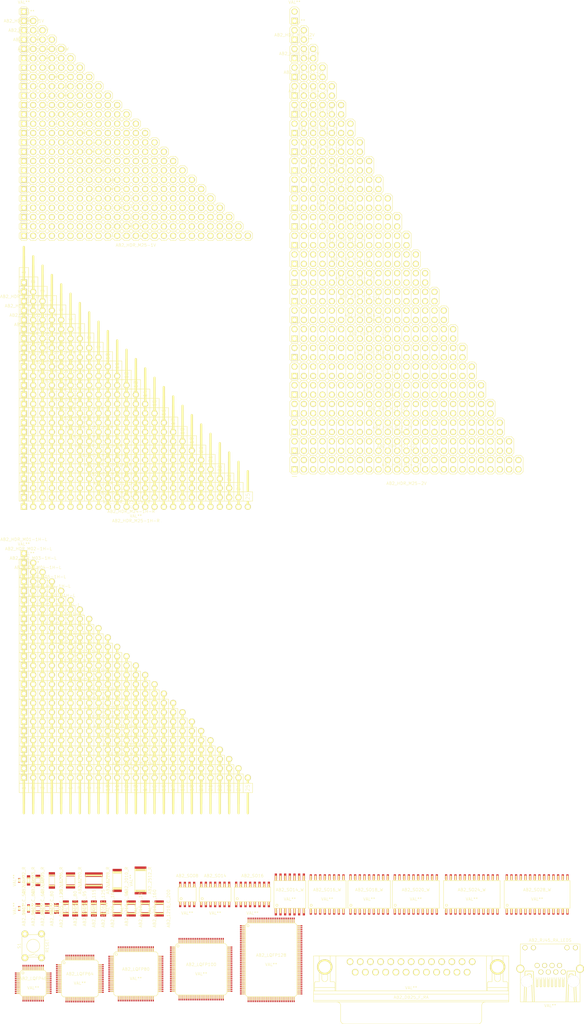
<source format=kicad_pcb>
(kicad_pcb (version 3) (host pcbnew "(2013-07-07 BZR 4022)-stable")
  (layers (15 F.Cu signal) (0 B.Cu signal) (18 B.Paste user) (19 F.Paste user) (20 B.SilkS user) (21 F.SilkS user) (22 B.Mask user) (23 F.Mask user) (28 Edge.Cuts user))
  (net 0 "")
  (net 1 /RST/NMI/SBWTDIO)
  (net 2 /RXD)
  (net 3 /TEST/SBWTCK)
  (net 4 /TXD)
  (net 5 GND)
  (module AB2_HDR_M01-1V (layer F.Cu) (at 15.24 15.24)
    (fp_text reference AB2_HDR_M01-1V (at 0 2.54) (layer F.SilkS) (effects (font (size 0.8128 0.8128) (thickness 0.0762))))
    (fp_text value VAL** (at 0 -2.54) (layer F.SilkS) (effects (font (size 0.8128 0.8128) (thickness 0.0762))))
    (pad 1 thru_hole rect (at 0 0) (size 1.6764 1.6764) (drill 1.016) (layers *.Cu *.Mask F.SilkS))
  )
  (module AB2_HDR_M02-1V (layer F.Cu) (at 16.51 17.78)
    (fp_text reference AB2_HDR_M02-1V (at 0 2.54) (layer F.SilkS) (effects (font (size 0.8128 0.8128) (thickness 0.0762))))
    (fp_text value VAL** (at 0 -2.54) (layer F.SilkS) (effects (font (size 0.8128 0.8128) (thickness 0.0762))))
    (pad 1 thru_hole rect (at -1.27 0) (size 1.6764 1.6764) (drill 1.016) (layers *.Cu *.Mask F.SilkS))
    (pad 2 thru_hole circle (at 1.27 0) (size 1.6764 1.6764) (drill 1.016) (layers *.Cu *.Mask F.SilkS))
  )
  (module AB2_HDR_M03-1V (layer F.Cu) (at 17.78 20.32)
    (fp_text reference AB2_HDR_M03-1V (at 0 2.54) (layer F.SilkS) (effects (font (size 0.8128 0.8128) (thickness 0.0762))))
    (fp_text value VAL** (at 0 -2.54) (layer F.SilkS) (effects (font (size 0.8128 0.8128) (thickness 0.0762))))
    (pad 1 thru_hole rect (at -2.54 0) (size 1.6764 1.6764) (drill 1.016) (layers *.Cu *.Mask F.SilkS))
    (pad 2 thru_hole circle (at 0 0) (size 1.6764 1.6764) (drill 1.016) (layers *.Cu *.Mask F.SilkS))
    (pad 3 thru_hole circle (at 2.54 0) (size 1.6764 1.6764) (drill 1.016) (layers *.Cu *.Mask F.SilkS))
  )
  (module AB2_HDR_M04-1V (layer F.Cu) (at 19.05 22.86)
    (fp_text reference AB2_HDR_M04-1V (at 0 2.54) (layer F.SilkS) (effects (font (size 0.8128 0.8128) (thickness 0.0762))))
    (fp_text value VAL** (at 0 -2.54) (layer F.SilkS) (effects (font (size 0.8128 0.8128) (thickness 0.0762))))
    (pad 1 thru_hole rect (at -3.81 0) (size 1.6764 1.6764) (drill 1.016) (layers *.Cu *.Mask F.SilkS))
    (pad 2 thru_hole circle (at -1.27 0) (size 1.6764 1.6764) (drill 1.016) (layers *.Cu *.Mask F.SilkS))
    (pad 3 thru_hole circle (at 1.27 0) (size 1.6764 1.6764) (drill 1.016) (layers *.Cu *.Mask F.SilkS))
    (pad 4 thru_hole circle (at 3.81 0) (size 1.6764 1.6764) (drill 1.016) (layers *.Cu *.Mask F.SilkS))
  )
  (module AB2_HDR_M05-1V (layer F.Cu) (at 20.32 25.4)
    (fp_text reference AB2_HDR_M05-1V (at 0 2.54) (layer F.SilkS) (effects (font (size 0.8128 0.8128) (thickness 0.0762))))
    (fp_text value VAL** (at 0 -2.54) (layer F.SilkS) (effects (font (size 0.8128 0.8128) (thickness 0.0762))))
    (pad 1 thru_hole rect (at -5.08 0) (size 1.6764 1.6764) (drill 1.016) (layers *.Cu *.Mask F.SilkS))
    (pad 2 thru_hole circle (at -2.54 0) (size 1.6764 1.6764) (drill 1.016) (layers *.Cu *.Mask F.SilkS))
    (pad 3 thru_hole circle (at 0 0) (size 1.6764 1.6764) (drill 1.016) (layers *.Cu *.Mask F.SilkS))
    (pad 4 thru_hole circle (at 2.54 0) (size 1.6764 1.6764) (drill 1.016) (layers *.Cu *.Mask F.SilkS))
    (pad 5 thru_hole circle (at 5.08 0) (size 1.6764 1.6764) (drill 1.016) (layers *.Cu *.Mask F.SilkS))
  )
  (module AB2_HDR_M06-1V (layer F.Cu) (at 21.59 27.94)
    (fp_text reference HDR1 (at 0 2.54) (layer F.SilkS) (effects (font (size 0.8128 0.8128) (thickness 0.0762))))
    (fp_text value AB2_HDR06-1_SBW (at 0 -2.54) (layer F.SilkS) (effects (font (size 0.8128 0.8128) (thickness 0.0762))))
    (pad 1 thru_hole rect (at -6.35 0) (size 1.6764 1.6764) (drill 1.016) (layers *.Cu *.Mask F.SilkS) (net 3 /TEST/SBWTCK))
    (pad 2 thru_hole circle (at -3.81 0) (size 1.6764 1.6764) (drill 1.016) (layers *.Cu *.Mask F.SilkS) (net 1 /RST/NMI/SBWTDIO))
    (pad 3 thru_hole circle (at -1.27 0) (size 1.6764 1.6764) (drill 1.016) (layers *.Cu *.Mask F.SilkS) (net 4 /TXD))
    (pad 4 thru_hole circle (at 1.27 0) (size 1.6764 1.6764) (drill 1.016) (layers *.Cu *.Mask F.SilkS) (net 2 /RXD))
    (pad 5 thru_hole circle (at 3.81 0) (size 1.6764 1.6764) (drill 1.016) (layers *.Cu *.Mask F.SilkS))
    (pad 6 thru_hole circle (at 6.35 0) (size 1.6764 1.6764) (drill 1.016) (layers *.Cu *.Mask F.SilkS) (net 5 GND))
  )
  (module AB2_HDR_M07-1V (layer F.Cu) (at 22.86 30.48)
    (fp_text reference AB2_HDR_M07-1V (at 0 2.54) (layer F.SilkS) (effects (font (size 0.8128 0.8128) (thickness 0.0762))))
    (fp_text value VAL** (at 0 -2.54) (layer F.SilkS) (effects (font (size 0.8128 0.8128) (thickness 0.0762))))
    (pad 1 thru_hole rect (at -7.62 0) (size 1.6764 1.6764) (drill 1.016) (layers *.Cu *.Mask F.SilkS))
    (pad 2 thru_hole circle (at -5.08 0) (size 1.6764 1.6764) (drill 1.016) (layers *.Cu *.Mask F.SilkS))
    (pad 3 thru_hole circle (at -2.54 0) (size 1.6764 1.6764) (drill 1.016) (layers *.Cu *.Mask F.SilkS))
    (pad 4 thru_hole circle (at 0 0) (size 1.6764 1.6764) (drill 1.016) (layers *.Cu *.Mask F.SilkS))
    (pad 5 thru_hole circle (at 2.54 0) (size 1.6764 1.6764) (drill 1.016) (layers *.Cu *.Mask F.SilkS))
    (pad 6 thru_hole circle (at 5.08 0) (size 1.6764 1.6764) (drill 1.016) (layers *.Cu *.Mask F.SilkS))
    (pad 7 thru_hole circle (at 7.62 0) (size 1.6764 1.6764) (drill 1.016) (layers *.Cu *.Mask F.SilkS))
  )
  (module AB2_HDR_M08-1V (layer F.Cu) (at 24.13 33.02)
    (fp_text reference AB2_HDR_M08-1V (at 0 2.54) (layer F.SilkS) (effects (font (size 0.8128 0.8128) (thickness 0.0762))))
    (fp_text value VAL** (at 0 -2.54) (layer F.SilkS) (effects (font (size 0.8128 0.8128) (thickness 0.0762))))
    (pad 1 thru_hole rect (at -8.89 0) (size 1.6764 1.6764) (drill 1.016) (layers *.Cu *.Mask F.SilkS))
    (pad 2 thru_hole circle (at -6.35 0) (size 1.6764 1.6764) (drill 1.016) (layers *.Cu *.Mask F.SilkS))
    (pad 3 thru_hole circle (at -3.81 0) (size 1.6764 1.6764) (drill 1.016) (layers *.Cu *.Mask F.SilkS))
    (pad 4 thru_hole circle (at -1.27 0) (size 1.6764 1.6764) (drill 1.016) (layers *.Cu *.Mask F.SilkS))
    (pad 5 thru_hole circle (at 1.27 0) (size 1.6764 1.6764) (drill 1.016) (layers *.Cu *.Mask F.SilkS))
    (pad 6 thru_hole circle (at 3.81 0) (size 1.6764 1.6764) (drill 1.016) (layers *.Cu *.Mask F.SilkS))
    (pad 7 thru_hole circle (at 6.35 0) (size 1.6764 1.6764) (drill 1.016) (layers *.Cu *.Mask F.SilkS))
    (pad 8 thru_hole circle (at 8.89 0) (size 1.6764 1.6764) (drill 1.016) (layers *.Cu *.Mask F.SilkS))
  )
  (module AB2_HDR_M09-1V (layer F.Cu) (at 25.4 35.56)
    (fp_text reference AB2_HDR_M09-1V (at 0 2.54) (layer F.SilkS) (effects (font (size 0.8128 0.8128) (thickness 0.0762))))
    (fp_text value VAL** (at 0 -2.54) (layer F.SilkS) (effects (font (size 0.8128 0.8128) (thickness 0.0762))))
    (pad 1 thru_hole rect (at -10.16 0) (size 1.6764 1.6764) (drill 1.016) (layers *.Cu *.Mask F.SilkS))
    (pad 2 thru_hole circle (at -7.62 0) (size 1.6764 1.6764) (drill 1.016) (layers *.Cu *.Mask F.SilkS))
    (pad 3 thru_hole circle (at -5.08 0) (size 1.6764 1.6764) (drill 1.016) (layers *.Cu *.Mask F.SilkS))
    (pad 4 thru_hole circle (at -2.54 0) (size 1.6764 1.6764) (drill 1.016) (layers *.Cu *.Mask F.SilkS))
    (pad 5 thru_hole circle (at 0 0) (size 1.6764 1.6764) (drill 1.016) (layers *.Cu *.Mask F.SilkS))
    (pad 6 thru_hole circle (at 2.54 0) (size 1.6764 1.6764) (drill 1.016) (layers *.Cu *.Mask F.SilkS))
    (pad 7 thru_hole circle (at 5.08 0) (size 1.6764 1.6764) (drill 1.016) (layers *.Cu *.Mask F.SilkS))
    (pad 8 thru_hole circle (at 7.62 0) (size 1.6764 1.6764) (drill 1.016) (layers *.Cu *.Mask F.SilkS))
    (pad 9 thru_hole circle (at 10.16 0) (size 1.6764 1.6764) (drill 1.016) (layers *.Cu *.Mask F.SilkS))
  )
  (module AB2_HDR_M10-1V (layer F.Cu) (at 26.67 38.1)
    (fp_text reference AB2_HDR_M10-1V (at 0 2.54) (layer F.SilkS) (effects (font (size 0.8128 0.8128) (thickness 0.0762))))
    (fp_text value VAL** (at 0 -2.54) (layer F.SilkS) (effects (font (size 0.8128 0.8128) (thickness 0.0762))))
    (pad 1 thru_hole rect (at -11.43 0) (size 1.6764 1.6764) (drill 1.016) (layers *.Cu *.Mask F.SilkS))
    (pad 2 thru_hole circle (at -8.89 0) (size 1.6764 1.6764) (drill 1.016) (layers *.Cu *.Mask F.SilkS))
    (pad 3 thru_hole circle (at -6.35 0) (size 1.6764 1.6764) (drill 1.016) (layers *.Cu *.Mask F.SilkS))
    (pad 4 thru_hole circle (at -3.81 0) (size 1.6764 1.6764) (drill 1.016) (layers *.Cu *.Mask F.SilkS))
    (pad 5 thru_hole circle (at -1.27 0) (size 1.6764 1.6764) (drill 1.016) (layers *.Cu *.Mask F.SilkS))
    (pad 6 thru_hole circle (at 1.27 0) (size 1.6764 1.6764) (drill 1.016) (layers *.Cu *.Mask F.SilkS))
    (pad 7 thru_hole circle (at 3.81 0) (size 1.6764 1.6764) (drill 1.016) (layers *.Cu *.Mask F.SilkS))
    (pad 8 thru_hole circle (at 6.35 0) (size 1.6764 1.6764) (drill 1.016) (layers *.Cu *.Mask F.SilkS))
    (pad 9 thru_hole circle (at 8.89 0) (size 1.6764 1.6764) (drill 1.016) (layers *.Cu *.Mask F.SilkS))
    (pad 10 thru_hole circle (at 11.43 0) (size 1.6764 1.6764) (drill 1.016) (layers *.Cu *.Mask F.SilkS))
  )
  (module AB2_HDR_M11-1V (layer F.Cu) (at 27.94 40.64)
    (fp_text reference AB2_HDR_M11-1V (at 0 2.54) (layer F.SilkS) (effects (font (size 0.8128 0.8128) (thickness 0.0762))))
    (fp_text value VAL** (at 0 -2.54) (layer F.SilkS) (effects (font (size 0.8128 0.8128) (thickness 0.0762))))
    (pad 1 thru_hole rect (at -12.7 0) (size 1.6764 1.6764) (drill 1.016) (layers *.Cu *.Mask F.SilkS))
    (pad 2 thru_hole circle (at -10.16 0) (size 1.6764 1.6764) (drill 1.016) (layers *.Cu *.Mask F.SilkS))
    (pad 3 thru_hole circle (at -7.62 0) (size 1.6764 1.6764) (drill 1.016) (layers *.Cu *.Mask F.SilkS))
    (pad 4 thru_hole circle (at -5.08 0) (size 1.6764 1.6764) (drill 1.016) (layers *.Cu *.Mask F.SilkS))
    (pad 5 thru_hole circle (at -2.54 0) (size 1.6764 1.6764) (drill 1.016) (layers *.Cu *.Mask F.SilkS))
    (pad 6 thru_hole circle (at 0 0) (size 1.6764 1.6764) (drill 1.016) (layers *.Cu *.Mask F.SilkS))
    (pad 7 thru_hole circle (at 2.54 0) (size 1.6764 1.6764) (drill 1.016) (layers *.Cu *.Mask F.SilkS))
    (pad 8 thru_hole circle (at 5.08 0) (size 1.6764 1.6764) (drill 1.016) (layers *.Cu *.Mask F.SilkS))
    (pad 9 thru_hole circle (at 7.62 0) (size 1.6764 1.6764) (drill 1.016) (layers *.Cu *.Mask F.SilkS))
    (pad 10 thru_hole circle (at 10.16 0) (size 1.6764 1.6764) (drill 1.016) (layers *.Cu *.Mask F.SilkS))
    (pad 11 thru_hole circle (at 12.7 0) (size 1.6764 1.6764) (drill 1.016) (layers *.Cu *.Mask F.SilkS))
  )
  (module AB2_HDR_M13-1V (layer F.Cu) (at 30.48 45.72)
    (fp_text reference AB2_HDR_M13-1V (at 0 2.54) (layer F.SilkS) (effects (font (size 0.8128 0.8128) (thickness 0.0762))))
    (fp_text value VAL** (at 0 -2.54) (layer F.SilkS) (effects (font (size 0.8128 0.8128) (thickness 0.0762))))
    (pad 1 thru_hole rect (at -15.24 0) (size 1.6764 1.6764) (drill 1.016) (layers *.Cu *.Mask F.SilkS))
    (pad 2 thru_hole circle (at -12.7 0) (size 1.6764 1.6764) (drill 1.016) (layers *.Cu *.Mask F.SilkS))
    (pad 3 thru_hole circle (at -10.16 0) (size 1.6764 1.6764) (drill 1.016) (layers *.Cu *.Mask F.SilkS))
    (pad 4 thru_hole circle (at -7.62 0) (size 1.6764 1.6764) (drill 1.016) (layers *.Cu *.Mask F.SilkS))
    (pad 5 thru_hole circle (at -5.08 0) (size 1.6764 1.6764) (drill 1.016) (layers *.Cu *.Mask F.SilkS))
    (pad 6 thru_hole circle (at -2.54 0) (size 1.6764 1.6764) (drill 1.016) (layers *.Cu *.Mask F.SilkS))
    (pad 7 thru_hole circle (at 0 0) (size 1.6764 1.6764) (drill 1.016) (layers *.Cu *.Mask F.SilkS))
    (pad 8 thru_hole circle (at 2.54 0) (size 1.6764 1.6764) (drill 1.016) (layers *.Cu *.Mask F.SilkS))
    (pad 9 thru_hole circle (at 5.08 0) (size 1.6764 1.6764) (drill 1.016) (layers *.Cu *.Mask F.SilkS))
    (pad 10 thru_hole circle (at 7.62 0) (size 1.6764 1.6764) (drill 1.016) (layers *.Cu *.Mask F.SilkS))
    (pad 11 thru_hole circle (at 10.16 0) (size 1.6764 1.6764) (drill 1.016) (layers *.Cu *.Mask F.SilkS))
    (pad 12 thru_hole circle (at 12.7 0) (size 1.6764 1.6764) (drill 1.016) (layers *.Cu *.Mask F.SilkS))
    (pad 13 thru_hole circle (at 15.24 0) (size 1.6764 1.6764) (drill 1.016) (layers *.Cu *.Mask F.SilkS))
  )
  (module AB2_HDR_M14-1V (layer F.Cu) (at 31.75 48.26)
    (fp_text reference AB2_HDR_M14-1V (at 0 2.54) (layer F.SilkS) (effects (font (size 0.8128 0.8128) (thickness 0.0762))))
    (fp_text value VAL** (at 0 -2.54) (layer F.SilkS) (effects (font (size 0.8128 0.8128) (thickness 0.0762))))
    (pad 1 thru_hole rect (at -16.51 0) (size 1.6764 1.6764) (drill 1.016) (layers *.Cu *.Mask F.SilkS))
    (pad 2 thru_hole circle (at -13.97 0) (size 1.6764 1.6764) (drill 1.016) (layers *.Cu *.Mask F.SilkS))
    (pad 3 thru_hole circle (at -11.43 0) (size 1.6764 1.6764) (drill 1.016) (layers *.Cu *.Mask F.SilkS))
    (pad 4 thru_hole circle (at -8.89 0) (size 1.6764 1.6764) (drill 1.016) (layers *.Cu *.Mask F.SilkS))
    (pad 5 thru_hole circle (at -6.35 0) (size 1.6764 1.6764) (drill 1.016) (layers *.Cu *.Mask F.SilkS))
    (pad 6 thru_hole circle (at -3.81 0) (size 1.6764 1.6764) (drill 1.016) (layers *.Cu *.Mask F.SilkS))
    (pad 7 thru_hole circle (at -1.27 0) (size 1.6764 1.6764) (drill 1.016) (layers *.Cu *.Mask F.SilkS))
    (pad 8 thru_hole circle (at 1.27 0) (size 1.6764 1.6764) (drill 1.016) (layers *.Cu *.Mask F.SilkS))
    (pad 9 thru_hole circle (at 3.81 0) (size 1.6764 1.6764) (drill 1.016) (layers *.Cu *.Mask F.SilkS))
    (pad 10 thru_hole circle (at 6.35 0) (size 1.6764 1.6764) (drill 1.016) (layers *.Cu *.Mask F.SilkS))
    (pad 11 thru_hole circle (at 8.89 0) (size 1.6764 1.6764) (drill 1.016) (layers *.Cu *.Mask F.SilkS))
    (pad 12 thru_hole circle (at 11.43 0) (size 1.6764 1.6764) (drill 1.016) (layers *.Cu *.Mask F.SilkS))
    (pad 13 thru_hole circle (at 13.97 0) (size 1.6764 1.6764) (drill 1.016) (layers *.Cu *.Mask F.SilkS))
    (pad 14 thru_hole circle (at 16.51 0) (size 1.6764 1.6764) (drill 1.016) (layers *.Cu *.Mask F.SilkS))
  )
  (module AB2_HDR_M15-1V (layer F.Cu) (at 33.02 50.8)
    (fp_text reference AB2_HDR_M15-1V (at 0 2.54) (layer F.SilkS) (effects (font (size 0.8128 0.8128) (thickness 0.0762))))
    (fp_text value VAL** (at 0 -2.54) (layer F.SilkS) (effects (font (size 0.8128 0.8128) (thickness 0.0762))))
    (pad 1 thru_hole rect (at -17.78 0) (size 1.6764 1.6764) (drill 1.016) (layers *.Cu *.Mask F.SilkS))
    (pad 2 thru_hole circle (at -15.24 0) (size 1.6764 1.6764) (drill 1.016) (layers *.Cu *.Mask F.SilkS))
    (pad 3 thru_hole circle (at -12.7 0) (size 1.6764 1.6764) (drill 1.016) (layers *.Cu *.Mask F.SilkS))
    (pad 4 thru_hole circle (at -10.16 0) (size 1.6764 1.6764) (drill 1.016) (layers *.Cu *.Mask F.SilkS))
    (pad 5 thru_hole circle (at -7.62 0) (size 1.6764 1.6764) (drill 1.016) (layers *.Cu *.Mask F.SilkS))
    (pad 6 thru_hole circle (at -5.08 0) (size 1.6764 1.6764) (drill 1.016) (layers *.Cu *.Mask F.SilkS))
    (pad 7 thru_hole circle (at -2.54 0) (size 1.6764 1.6764) (drill 1.016) (layers *.Cu *.Mask F.SilkS))
    (pad 8 thru_hole circle (at 0 0) (size 1.6764 1.6764) (drill 1.016) (layers *.Cu *.Mask F.SilkS))
    (pad 9 thru_hole circle (at 2.54 0) (size 1.6764 1.6764) (drill 1.016) (layers *.Cu *.Mask F.SilkS))
    (pad 10 thru_hole circle (at 5.08 0) (size 1.6764 1.6764) (drill 1.016) (layers *.Cu *.Mask F.SilkS))
    (pad 11 thru_hole circle (at 7.62 0) (size 1.6764 1.6764) (drill 1.016) (layers *.Cu *.Mask F.SilkS))
    (pad 12 thru_hole circle (at 10.16 0) (size 1.6764 1.6764) (drill 1.016) (layers *.Cu *.Mask F.SilkS))
    (pad 13 thru_hole circle (at 12.7 0) (size 1.6764 1.6764) (drill 1.016) (layers *.Cu *.Mask F.SilkS))
    (pad 14 thru_hole circle (at 15.24 0) (size 1.6764 1.6764) (drill 1.016) (layers *.Cu *.Mask F.SilkS))
    (pad 15 thru_hole circle (at 17.78 0) (size 1.6764 1.6764) (drill 1.016) (layers *.Cu *.Mask F.SilkS))
  )
  (module AB2_HDR_M16-1V (layer F.Cu) (at 34.29 53.34)
    (fp_text reference AB2_HDR_M16-1V (at 0 2.54) (layer F.SilkS) (effects (font (size 0.8128 0.8128) (thickness 0.0762))))
    (fp_text value VAL** (at 0 -2.54) (layer F.SilkS) (effects (font (size 0.8128 0.8128) (thickness 0.0762))))
    (pad 1 thru_hole rect (at -19.05 0) (size 1.6764 1.6764) (drill 1.016) (layers *.Cu *.Mask F.SilkS))
    (pad 2 thru_hole circle (at -16.51 0) (size 1.6764 1.6764) (drill 1.016) (layers *.Cu *.Mask F.SilkS))
    (pad 3 thru_hole circle (at -13.97 0) (size 1.6764 1.6764) (drill 1.016) (layers *.Cu *.Mask F.SilkS))
    (pad 4 thru_hole circle (at -11.43 0) (size 1.6764 1.6764) (drill 1.016) (layers *.Cu *.Mask F.SilkS))
    (pad 5 thru_hole circle (at -8.89 0) (size 1.6764 1.6764) (drill 1.016) (layers *.Cu *.Mask F.SilkS))
    (pad 6 thru_hole circle (at -6.35 0) (size 1.6764 1.6764) (drill 1.016) (layers *.Cu *.Mask F.SilkS))
    (pad 7 thru_hole circle (at -3.81 0) (size 1.6764 1.6764) (drill 1.016) (layers *.Cu *.Mask F.SilkS))
    (pad 8 thru_hole circle (at -1.27 0) (size 1.6764 1.6764) (drill 1.016) (layers *.Cu *.Mask F.SilkS))
    (pad 9 thru_hole circle (at 1.27 0) (size 1.6764 1.6764) (drill 1.016) (layers *.Cu *.Mask F.SilkS))
    (pad 10 thru_hole circle (at 3.81 0) (size 1.6764 1.6764) (drill 1.016) (layers *.Cu *.Mask F.SilkS))
    (pad 11 thru_hole circle (at 6.35 0) (size 1.6764 1.6764) (drill 1.016) (layers *.Cu *.Mask F.SilkS))
    (pad 12 thru_hole circle (at 8.89 0) (size 1.6764 1.6764) (drill 1.016) (layers *.Cu *.Mask F.SilkS))
    (pad 13 thru_hole circle (at 11.43 0) (size 1.6764 1.6764) (drill 1.016) (layers *.Cu *.Mask F.SilkS))
    (pad 14 thru_hole circle (at 13.97 0) (size 1.6764 1.6764) (drill 1.016) (layers *.Cu *.Mask F.SilkS))
    (pad 15 thru_hole circle (at 16.51 0) (size 1.6764 1.6764) (drill 1.016) (layers *.Cu *.Mask F.SilkS))
    (pad 16 thru_hole circle (at 19.05 0) (size 1.6764 1.6764) (drill 1.016) (layers *.Cu *.Mask F.SilkS))
  )
  (module AB2_HDR_M17-1V (layer F.Cu) (at 35.56 55.88)
    (fp_text reference AB2_HDR_M17-1V (at 0 2.54) (layer F.SilkS) (effects (font (size 0.8128 0.8128) (thickness 0.0762))))
    (fp_text value VAL** (at 0 -2.54) (layer F.SilkS) (effects (font (size 0.8128 0.8128) (thickness 0.0762))))
    (pad 1 thru_hole rect (at -20.32 0) (size 1.6764 1.6764) (drill 1.016) (layers *.Cu *.Mask F.SilkS))
    (pad 2 thru_hole circle (at -17.78 0) (size 1.6764 1.6764) (drill 1.016) (layers *.Cu *.Mask F.SilkS))
    (pad 3 thru_hole circle (at -15.24 0) (size 1.6764 1.6764) (drill 1.016) (layers *.Cu *.Mask F.SilkS))
    (pad 4 thru_hole circle (at -12.7 0) (size 1.6764 1.6764) (drill 1.016) (layers *.Cu *.Mask F.SilkS))
    (pad 5 thru_hole circle (at -10.16 0) (size 1.6764 1.6764) (drill 1.016) (layers *.Cu *.Mask F.SilkS))
    (pad 6 thru_hole circle (at -7.62 0) (size 1.6764 1.6764) (drill 1.016) (layers *.Cu *.Mask F.SilkS))
    (pad 7 thru_hole circle (at -5.08 0) (size 1.6764 1.6764) (drill 1.016) (layers *.Cu *.Mask F.SilkS))
    (pad 8 thru_hole circle (at -2.54 0) (size 1.6764 1.6764) (drill 1.016) (layers *.Cu *.Mask F.SilkS))
    (pad 9 thru_hole circle (at 0 0) (size 1.6764 1.6764) (drill 1.016) (layers *.Cu *.Mask F.SilkS))
    (pad 10 thru_hole circle (at 2.54 0) (size 1.6764 1.6764) (drill 1.016) (layers *.Cu *.Mask F.SilkS))
    (pad 11 thru_hole circle (at 5.08 0) (size 1.6764 1.6764) (drill 1.016) (layers *.Cu *.Mask F.SilkS))
    (pad 12 thru_hole circle (at 7.62 0) (size 1.6764 1.6764) (drill 1.016) (layers *.Cu *.Mask F.SilkS))
    (pad 13 thru_hole circle (at 10.16 0) (size 1.6764 1.6764) (drill 1.016) (layers *.Cu *.Mask F.SilkS))
    (pad 14 thru_hole circle (at 12.7 0) (size 1.6764 1.6764) (drill 1.016) (layers *.Cu *.Mask F.SilkS))
    (pad 15 thru_hole circle (at 15.24 0) (size 1.6764 1.6764) (drill 1.016) (layers *.Cu *.Mask F.SilkS))
    (pad 16 thru_hole circle (at 17.78 0) (size 1.6764 1.6764) (drill 1.016) (layers *.Cu *.Mask F.SilkS))
    (pad 17 thru_hole circle (at 20.32 0) (size 1.6764 1.6764) (drill 1.016) (layers *.Cu *.Mask F.SilkS))
  )
  (module AB2_HDR_M18-1V (layer F.Cu) (at 36.83 58.42)
    (fp_text reference AB2_HDR_M18-1V (at 0 2.54) (layer F.SilkS) (effects (font (size 0.8128 0.8128) (thickness 0.0762))))
    (fp_text value VAL** (at 0 -2.54) (layer F.SilkS) (effects (font (size 0.8128 0.8128) (thickness 0.0762))))
    (pad 1 thru_hole rect (at -21.59 0) (size 1.6764 1.6764) (drill 1.016) (layers *.Cu *.Mask F.SilkS))
    (pad 2 thru_hole circle (at -19.05 0) (size 1.6764 1.6764) (drill 1.016) (layers *.Cu *.Mask F.SilkS))
    (pad 3 thru_hole circle (at -16.51 0) (size 1.6764 1.6764) (drill 1.016) (layers *.Cu *.Mask F.SilkS))
    (pad 4 thru_hole circle (at -13.97 0) (size 1.6764 1.6764) (drill 1.016) (layers *.Cu *.Mask F.SilkS))
    (pad 5 thru_hole circle (at -11.43 0) (size 1.6764 1.6764) (drill 1.016) (layers *.Cu *.Mask F.SilkS))
    (pad 6 thru_hole circle (at -8.89 0) (size 1.6764 1.6764) (drill 1.016) (layers *.Cu *.Mask F.SilkS))
    (pad 7 thru_hole circle (at -6.35 0) (size 1.6764 1.6764) (drill 1.016) (layers *.Cu *.Mask F.SilkS))
    (pad 8 thru_hole circle (at -3.81 0) (size 1.6764 1.6764) (drill 1.016) (layers *.Cu *.Mask F.SilkS))
    (pad 9 thru_hole circle (at -1.27 0) (size 1.6764 1.6764) (drill 1.016) (layers *.Cu *.Mask F.SilkS))
    (pad 10 thru_hole circle (at 1.27 0) (size 1.6764 1.6764) (drill 1.016) (layers *.Cu *.Mask F.SilkS))
    (pad 11 thru_hole circle (at 3.81 0) (size 1.6764 1.6764) (drill 1.016) (layers *.Cu *.Mask F.SilkS))
    (pad 12 thru_hole circle (at 6.35 0) (size 1.6764 1.6764) (drill 1.016) (layers *.Cu *.Mask F.SilkS))
    (pad 13 thru_hole circle (at 8.89 0) (size 1.6764 1.6764) (drill 1.016) (layers *.Cu *.Mask F.SilkS))
    (pad 14 thru_hole circle (at 11.43 0) (size 1.6764 1.6764) (drill 1.016) (layers *.Cu *.Mask F.SilkS))
    (pad 15 thru_hole circle (at 13.97 0) (size 1.6764 1.6764) (drill 1.016) (layers *.Cu *.Mask F.SilkS))
    (pad 16 thru_hole circle (at 16.51 0) (size 1.6764 1.6764) (drill 1.016) (layers *.Cu *.Mask F.SilkS))
    (pad 17 thru_hole circle (at 19.05 0) (size 1.6764 1.6764) (drill 1.016) (layers *.Cu *.Mask F.SilkS))
    (pad 18 thru_hole circle (at 21.59 0) (size 1.6764 1.6764) (drill 1.016) (layers *.Cu *.Mask F.SilkS))
  )
  (module AB2_HDR_M19-1V (layer F.Cu) (at 38.1 60.96)
    (fp_text reference AB2_HDR_M19-1V (at 0 2.54) (layer F.SilkS) (effects (font (size 0.8128 0.8128) (thickness 0.0762))))
    (fp_text value VAL** (at 0 -2.54) (layer F.SilkS) (effects (font (size 0.8128 0.8128) (thickness 0.0762))))
    (pad 1 thru_hole rect (at -22.86 0) (size 1.6764 1.6764) (drill 1.016) (layers *.Cu *.Mask F.SilkS))
    (pad 2 thru_hole circle (at -20.32 0) (size 1.6764 1.6764) (drill 1.016) (layers *.Cu *.Mask F.SilkS))
    (pad 3 thru_hole circle (at -17.78 0) (size 1.6764 1.6764) (drill 1.016) (layers *.Cu *.Mask F.SilkS))
    (pad 4 thru_hole circle (at -15.24 0) (size 1.6764 1.6764) (drill 1.016) (layers *.Cu *.Mask F.SilkS))
    (pad 5 thru_hole circle (at -12.7 0) (size 1.6764 1.6764) (drill 1.016) (layers *.Cu *.Mask F.SilkS))
    (pad 6 thru_hole circle (at -10.16 0) (size 1.6764 1.6764) (drill 1.016) (layers *.Cu *.Mask F.SilkS))
    (pad 7 thru_hole circle (at -7.62 0) (size 1.6764 1.6764) (drill 1.016) (layers *.Cu *.Mask F.SilkS))
    (pad 8 thru_hole circle (at -5.08 0) (size 1.6764 1.6764) (drill 1.016) (layers *.Cu *.Mask F.SilkS))
    (pad 9 thru_hole circle (at -2.54 0) (size 1.6764 1.6764) (drill 1.016) (layers *.Cu *.Mask F.SilkS))
    (pad 10 thru_hole circle (at 0 0) (size 1.6764 1.6764) (drill 1.016) (layers *.Cu *.Mask F.SilkS))
    (pad 11 thru_hole circle (at 2.54 0) (size 1.6764 1.6764) (drill 1.016) (layers *.Cu *.Mask F.SilkS))
    (pad 12 thru_hole circle (at 5.08 0) (size 1.6764 1.6764) (drill 1.016) (layers *.Cu *.Mask F.SilkS))
    (pad 13 thru_hole circle (at 7.62 0) (size 1.6764 1.6764) (drill 1.016) (layers *.Cu *.Mask F.SilkS))
    (pad 14 thru_hole circle (at 10.16 0) (size 1.6764 1.6764) (drill 1.016) (layers *.Cu *.Mask F.SilkS))
    (pad 15 thru_hole circle (at 12.7 0) (size 1.6764 1.6764) (drill 1.016) (layers *.Cu *.Mask F.SilkS))
    (pad 16 thru_hole circle (at 15.24 0) (size 1.6764 1.6764) (drill 1.016) (layers *.Cu *.Mask F.SilkS))
    (pad 17 thru_hole circle (at 17.78 0) (size 1.6764 1.6764) (drill 1.016) (layers *.Cu *.Mask F.SilkS))
    (pad 18 thru_hole circle (at 20.32 0) (size 1.6764 1.6764) (drill 1.016) (layers *.Cu *.Mask F.SilkS))
    (pad 19 thru_hole circle (at 22.86 0) (size 1.6764 1.6764) (drill 1.016) (layers *.Cu *.Mask F.SilkS))
  )
  (module AB2_HDR_M20-1V (layer F.Cu) (at 39.37 63.5)
    (fp_text reference AB2_HDR_M20-1V (at 0 2.54) (layer F.SilkS) (effects (font (size 0.8128 0.8128) (thickness 0.0762))))
    (fp_text value VAL** (at 0 -2.54) (layer F.SilkS) (effects (font (size 0.8128 0.8128) (thickness 0.0762))))
    (pad 1 thru_hole rect (at -24.13 0) (size 1.6764 1.6764) (drill 1.016) (layers *.Cu *.Mask F.SilkS))
    (pad 2 thru_hole circle (at -21.59 0) (size 1.6764 1.6764) (drill 1.016) (layers *.Cu *.Mask F.SilkS))
    (pad 3 thru_hole circle (at -19.05 0) (size 1.6764 1.6764) (drill 1.016) (layers *.Cu *.Mask F.SilkS))
    (pad 4 thru_hole circle (at -16.51 0) (size 1.6764 1.6764) (drill 1.016) (layers *.Cu *.Mask F.SilkS))
    (pad 5 thru_hole circle (at -13.97 0) (size 1.6764 1.6764) (drill 1.016) (layers *.Cu *.Mask F.SilkS))
    (pad 6 thru_hole circle (at -11.43 0) (size 1.6764 1.6764) (drill 1.016) (layers *.Cu *.Mask F.SilkS))
    (pad 7 thru_hole circle (at -8.89 0) (size 1.6764 1.6764) (drill 1.016) (layers *.Cu *.Mask F.SilkS))
    (pad 8 thru_hole circle (at -6.35 0) (size 1.6764 1.6764) (drill 1.016) (layers *.Cu *.Mask F.SilkS))
    (pad 9 thru_hole circle (at -3.81 0) (size 1.6764 1.6764) (drill 1.016) (layers *.Cu *.Mask F.SilkS))
    (pad 10 thru_hole circle (at -1.27 0) (size 1.6764 1.6764) (drill 1.016) (layers *.Cu *.Mask F.SilkS))
    (pad 11 thru_hole circle (at 1.27 0) (size 1.6764 1.6764) (drill 1.016) (layers *.Cu *.Mask F.SilkS))
    (pad 12 thru_hole circle (at 3.81 0) (size 1.6764 1.6764) (drill 1.016) (layers *.Cu *.Mask F.SilkS))
    (pad 13 thru_hole circle (at 6.35 0) (size 1.6764 1.6764) (drill 1.016) (layers *.Cu *.Mask F.SilkS))
    (pad 14 thru_hole circle (at 8.89 0) (size 1.6764 1.6764) (drill 1.016) (layers *.Cu *.Mask F.SilkS))
    (pad 15 thru_hole circle (at 11.43 0) (size 1.6764 1.6764) (drill 1.016) (layers *.Cu *.Mask F.SilkS))
    (pad 16 thru_hole circle (at 13.97 0) (size 1.6764 1.6764) (drill 1.016) (layers *.Cu *.Mask F.SilkS))
    (pad 17 thru_hole circle (at 16.51 0) (size 1.6764 1.6764) (drill 1.016) (layers *.Cu *.Mask F.SilkS))
    (pad 18 thru_hole circle (at 19.05 0) (size 1.6764 1.6764) (drill 1.016) (layers *.Cu *.Mask F.SilkS))
    (pad 19 thru_hole circle (at 21.59 0) (size 1.6764 1.6764) (drill 1.016) (layers *.Cu *.Mask F.SilkS))
    (pad 20 thru_hole circle (at 24.13 0) (size 1.6764 1.6764) (drill 1.016) (layers *.Cu *.Mask F.SilkS))
  )
  (module AB2_HDR_M21-1V (layer F.Cu) (at 40.64 66.04)
    (fp_text reference AB2_HDR_M21-1V (at 0 2.54) (layer F.SilkS) (effects (font (size 0.8128 0.8128) (thickness 0.0762))))
    (fp_text value VAL** (at 0 -2.54) (layer F.SilkS) (effects (font (size 0.8128 0.8128) (thickness 0.0762))))
    (pad 1 thru_hole rect (at -25.4 0) (size 1.6764 1.6764) (drill 1.016) (layers *.Cu *.Mask F.SilkS))
    (pad 2 thru_hole circle (at -22.86 0) (size 1.6764 1.6764) (drill 1.016) (layers *.Cu *.Mask F.SilkS))
    (pad 3 thru_hole circle (at -20.32 0) (size 1.6764 1.6764) (drill 1.016) (layers *.Cu *.Mask F.SilkS))
    (pad 4 thru_hole circle (at -17.78 0) (size 1.6764 1.6764) (drill 1.016) (layers *.Cu *.Mask F.SilkS))
    (pad 5 thru_hole circle (at -15.24 0) (size 1.6764 1.6764) (drill 1.016) (layers *.Cu *.Mask F.SilkS))
    (pad 6 thru_hole circle (at -12.7 0) (size 1.6764 1.6764) (drill 1.016) (layers *.Cu *.Mask F.SilkS))
    (pad 7 thru_hole circle (at -10.16 0) (size 1.6764 1.6764) (drill 1.016) (layers *.Cu *.Mask F.SilkS))
    (pad 8 thru_hole circle (at -7.62 0) (size 1.6764 1.6764) (drill 1.016) (layers *.Cu *.Mask F.SilkS))
    (pad 9 thru_hole circle (at -5.08 0) (size 1.6764 1.6764) (drill 1.016) (layers *.Cu *.Mask F.SilkS))
    (pad 10 thru_hole circle (at -2.54 0) (size 1.6764 1.6764) (drill 1.016) (layers *.Cu *.Mask F.SilkS))
    (pad 11 thru_hole circle (at 0 0) (size 1.6764 1.6764) (drill 1.016) (layers *.Cu *.Mask F.SilkS))
    (pad 12 thru_hole circle (at 2.54 0) (size 1.6764 1.6764) (drill 1.016) (layers *.Cu *.Mask F.SilkS))
    (pad 13 thru_hole circle (at 5.08 0) (size 1.6764 1.6764) (drill 1.016) (layers *.Cu *.Mask F.SilkS))
    (pad 14 thru_hole circle (at 7.62 0) (size 1.6764 1.6764) (drill 1.016) (layers *.Cu *.Mask F.SilkS))
    (pad 15 thru_hole circle (at 10.16 0) (size 1.6764 1.6764) (drill 1.016) (layers *.Cu *.Mask F.SilkS))
    (pad 16 thru_hole circle (at 12.7 0) (size 1.6764 1.6764) (drill 1.016) (layers *.Cu *.Mask F.SilkS))
    (pad 17 thru_hole circle (at 15.24 0) (size 1.6764 1.6764) (drill 1.016) (layers *.Cu *.Mask F.SilkS))
    (pad 18 thru_hole circle (at 17.78 0) (size 1.6764 1.6764) (drill 1.016) (layers *.Cu *.Mask F.SilkS))
    (pad 19 thru_hole circle (at 20.32 0) (size 1.6764 1.6764) (drill 1.016) (layers *.Cu *.Mask F.SilkS))
    (pad 20 thru_hole circle (at 22.86 0) (size 1.6764 1.6764) (drill 1.016) (layers *.Cu *.Mask F.SilkS))
    (pad 21 thru_hole circle (at 25.4 0) (size 1.6764 1.6764) (drill 1.016) (layers *.Cu *.Mask F.SilkS))
  )
  (module AB2_HDR_M22-1V (layer F.Cu) (at 41.91 68.58)
    (fp_text reference AB2_HDR_M22-1V (at 0 2.54) (layer F.SilkS) (effects (font (size 0.8128 0.8128) (thickness 0.0762))))
    (fp_text value VAL** (at 0 -2.54) (layer F.SilkS) (effects (font (size 0.8128 0.8128) (thickness 0.0762))))
    (pad 1 thru_hole rect (at -26.67 0) (size 1.6764 1.6764) (drill 1.016) (layers *.Cu *.Mask F.SilkS))
    (pad 2 thru_hole circle (at -24.13 0) (size 1.6764 1.6764) (drill 1.016) (layers *.Cu *.Mask F.SilkS))
    (pad 3 thru_hole circle (at -21.59 0) (size 1.6764 1.6764) (drill 1.016) (layers *.Cu *.Mask F.SilkS))
    (pad 4 thru_hole circle (at -19.05 0) (size 1.6764 1.6764) (drill 1.016) (layers *.Cu *.Mask F.SilkS))
    (pad 5 thru_hole circle (at -16.51 0) (size 1.6764 1.6764) (drill 1.016) (layers *.Cu *.Mask F.SilkS))
    (pad 6 thru_hole circle (at -13.97 0) (size 1.6764 1.6764) (drill 1.016) (layers *.Cu *.Mask F.SilkS))
    (pad 7 thru_hole circle (at -11.43 0) (size 1.6764 1.6764) (drill 1.016) (layers *.Cu *.Mask F.SilkS))
    (pad 8 thru_hole circle (at -8.89 0) (size 1.6764 1.6764) (drill 1.016) (layers *.Cu *.Mask F.SilkS))
    (pad 9 thru_hole circle (at -6.35 0) (size 1.6764 1.6764) (drill 1.016) (layers *.Cu *.Mask F.SilkS))
    (pad 10 thru_hole circle (at -3.81 0) (size 1.6764 1.6764) (drill 1.016) (layers *.Cu *.Mask F.SilkS))
    (pad 11 thru_hole circle (at -1.27 0) (size 1.6764 1.6764) (drill 1.016) (layers *.Cu *.Mask F.SilkS))
    (pad 12 thru_hole circle (at 1.27 0) (size 1.6764 1.6764) (drill 1.016) (layers *.Cu *.Mask F.SilkS))
    (pad 13 thru_hole circle (at 3.81 0) (size 1.6764 1.6764) (drill 1.016) (layers *.Cu *.Mask F.SilkS))
    (pad 14 thru_hole circle (at 6.35 0) (size 1.6764 1.6764) (drill 1.016) (layers *.Cu *.Mask F.SilkS))
    (pad 15 thru_hole circle (at 8.89 0) (size 1.6764 1.6764) (drill 1.016) (layers *.Cu *.Mask F.SilkS))
    (pad 16 thru_hole circle (at 11.43 0) (size 1.6764 1.6764) (drill 1.016) (layers *.Cu *.Mask F.SilkS))
    (pad 17 thru_hole circle (at 13.97 0) (size 1.6764 1.6764) (drill 1.016) (layers *.Cu *.Mask F.SilkS))
    (pad 18 thru_hole circle (at 16.51 0) (size 1.6764 1.6764) (drill 1.016) (layers *.Cu *.Mask F.SilkS))
    (pad 19 thru_hole circle (at 19.05 0) (size 1.6764 1.6764) (drill 1.016) (layers *.Cu *.Mask F.SilkS))
    (pad 20 thru_hole circle (at 21.59 0) (size 1.6764 1.6764) (drill 1.016) (layers *.Cu *.Mask F.SilkS))
    (pad 21 thru_hole circle (at 24.13 0) (size 1.6764 1.6764) (drill 1.016) (layers *.Cu *.Mask F.SilkS))
    (pad 22 thru_hole circle (at 26.67 0) (size 1.6764 1.6764) (drill 1.016) (layers *.Cu *.Mask F.SilkS))
  )
  (module AB2_HDR_M23-1V (layer F.Cu) (at 43.18 71.12)
    (fp_text reference AB2_HDR_M23-1V (at 0 2.54) (layer F.SilkS) (effects (font (size 0.8128 0.8128) (thickness 0.0762))))
    (fp_text value VAL** (at 0 -2.54) (layer F.SilkS) (effects (font (size 0.8128 0.8128) (thickness 0.0762))))
    (pad 1 thru_hole rect (at -27.94 0) (size 1.6764 1.6764) (drill 1.016) (layers *.Cu *.Mask F.SilkS))
    (pad 2 thru_hole circle (at -25.4 0) (size 1.6764 1.6764) (drill 1.016) (layers *.Cu *.Mask F.SilkS))
    (pad 3 thru_hole circle (at -22.86 0) (size 1.6764 1.6764) (drill 1.016) (layers *.Cu *.Mask F.SilkS))
    (pad 4 thru_hole circle (at -20.32 0) (size 1.6764 1.6764) (drill 1.016) (layers *.Cu *.Mask F.SilkS))
    (pad 5 thru_hole circle (at -17.78 0) (size 1.6764 1.6764) (drill 1.016) (layers *.Cu *.Mask F.SilkS))
    (pad 6 thru_hole circle (at -15.24 0) (size 1.6764 1.6764) (drill 1.016) (layers *.Cu *.Mask F.SilkS))
    (pad 7 thru_hole circle (at -12.7 0) (size 1.6764 1.6764) (drill 1.016) (layers *.Cu *.Mask F.SilkS))
    (pad 8 thru_hole circle (at -10.16 0) (size 1.6764 1.6764) (drill 1.016) (layers *.Cu *.Mask F.SilkS))
    (pad 9 thru_hole circle (at -7.62 0) (size 1.6764 1.6764) (drill 1.016) (layers *.Cu *.Mask F.SilkS))
    (pad 10 thru_hole circle (at -5.08 0) (size 1.6764 1.6764) (drill 1.016) (layers *.Cu *.Mask F.SilkS))
    (pad 11 thru_hole circle (at -2.54 0) (size 1.6764 1.6764) (drill 1.016) (layers *.Cu *.Mask F.SilkS))
    (pad 12 thru_hole circle (at 0 0) (size 1.6764 1.6764) (drill 1.016) (layers *.Cu *.Mask F.SilkS))
    (pad 13 thru_hole circle (at 2.54 0) (size 1.6764 1.6764) (drill 1.016) (layers *.Cu *.Mask F.SilkS))
    (pad 14 thru_hole circle (at 5.08 0) (size 1.6764 1.6764) (drill 1.016) (layers *.Cu *.Mask F.SilkS))
    (pad 15 thru_hole circle (at 7.62 0) (size 1.6764 1.6764) (drill 1.016) (layers *.Cu *.Mask F.SilkS))
    (pad 16 thru_hole circle (at 10.16 0) (size 1.6764 1.6764) (drill 1.016) (layers *.Cu *.Mask F.SilkS))
    (pad 17 thru_hole circle (at 12.7 0) (size 1.6764 1.6764) (drill 1.016) (layers *.Cu *.Mask F.SilkS))
    (pad 18 thru_hole circle (at 15.24 0) (size 1.6764 1.6764) (drill 1.016) (layers *.Cu *.Mask F.SilkS))
    (pad 19 thru_hole circle (at 17.78 0) (size 1.6764 1.6764) (drill 1.016) (layers *.Cu *.Mask F.SilkS))
    (pad 20 thru_hole circle (at 20.32 0) (size 1.6764 1.6764) (drill 1.016) (layers *.Cu *.Mask F.SilkS))
    (pad 21 thru_hole circle (at 22.86 0) (size 1.6764 1.6764) (drill 1.016) (layers *.Cu *.Mask F.SilkS))
    (pad 22 thru_hole circle (at 25.4 0) (size 1.6764 1.6764) (drill 1.016) (layers *.Cu *.Mask F.SilkS))
    (pad 23 thru_hole circle (at 27.94 0) (size 1.6764 1.6764) (drill 1.016) (layers *.Cu *.Mask F.SilkS))
  )
  (module AB2_HDR_M24-1V (layer F.Cu) (at 44.45 73.66)
    (fp_text reference AB2_HDR_M24-1V (at 0 2.54) (layer F.SilkS) (effects (font (size 0.8128 0.8128) (thickness 0.0762))))
    (fp_text value VAL** (at 0 -2.54) (layer F.SilkS) (effects (font (size 0.8128 0.8128) (thickness 0.0762))))
    (pad 1 thru_hole rect (at -29.21 0) (size 1.6764 1.6764) (drill 1.016) (layers *.Cu *.Mask F.SilkS))
    (pad 2 thru_hole circle (at -26.67 0) (size 1.6764 1.6764) (drill 1.016) (layers *.Cu *.Mask F.SilkS))
    (pad 3 thru_hole circle (at -24.13 0) (size 1.6764 1.6764) (drill 1.016) (layers *.Cu *.Mask F.SilkS))
    (pad 4 thru_hole circle (at -21.59 0) (size 1.6764 1.6764) (drill 1.016) (layers *.Cu *.Mask F.SilkS))
    (pad 5 thru_hole circle (at -19.05 0) (size 1.6764 1.6764) (drill 1.016) (layers *.Cu *.Mask F.SilkS))
    (pad 6 thru_hole circle (at -16.51 0) (size 1.6764 1.6764) (drill 1.016) (layers *.Cu *.Mask F.SilkS))
    (pad 7 thru_hole circle (at -13.97 0) (size 1.6764 1.6764) (drill 1.016) (layers *.Cu *.Mask F.SilkS))
    (pad 8 thru_hole circle (at -11.43 0) (size 1.6764 1.6764) (drill 1.016) (layers *.Cu *.Mask F.SilkS))
    (pad 9 thru_hole circle (at -8.89 0) (size 1.6764 1.6764) (drill 1.016) (layers *.Cu *.Mask F.SilkS))
    (pad 10 thru_hole circle (at -6.35 0) (size 1.6764 1.6764) (drill 1.016) (layers *.Cu *.Mask F.SilkS))
    (pad 11 thru_hole circle (at -3.81 0) (size 1.6764 1.6764) (drill 1.016) (layers *.Cu *.Mask F.SilkS))
    (pad 12 thru_hole circle (at -1.27 0) (size 1.6764 1.6764) (drill 1.016) (layers *.Cu *.Mask F.SilkS))
    (pad 13 thru_hole circle (at 1.27 0) (size 1.6764 1.6764) (drill 1.016) (layers *.Cu *.Mask F.SilkS))
    (pad 14 thru_hole circle (at 3.81 0) (size 1.6764 1.6764) (drill 1.016) (layers *.Cu *.Mask F.SilkS))
    (pad 15 thru_hole circle (at 6.35 0) (size 1.6764 1.6764) (drill 1.016) (layers *.Cu *.Mask F.SilkS))
    (pad 16 thru_hole circle (at 8.89 0) (size 1.6764 1.6764) (drill 1.016) (layers *.Cu *.Mask F.SilkS))
    (pad 17 thru_hole circle (at 11.43 0) (size 1.6764 1.6764) (drill 1.016) (layers *.Cu *.Mask F.SilkS))
    (pad 18 thru_hole circle (at 13.97 0) (size 1.6764 1.6764) (drill 1.016) (layers *.Cu *.Mask F.SilkS))
    (pad 19 thru_hole circle (at 16.51 0) (size 1.6764 1.6764) (drill 1.016) (layers *.Cu *.Mask F.SilkS))
    (pad 20 thru_hole circle (at 19.05 0) (size 1.6764 1.6764) (drill 1.016) (layers *.Cu *.Mask F.SilkS))
    (pad 21 thru_hole circle (at 21.59 0) (size 1.6764 1.6764) (drill 1.016) (layers *.Cu *.Mask F.SilkS))
    (pad 22 thru_hole circle (at 24.13 0) (size 1.6764 1.6764) (drill 1.016) (layers *.Cu *.Mask F.SilkS))
    (pad 23 thru_hole circle (at 26.67 0) (size 1.6764 1.6764) (drill 1.016) (layers *.Cu *.Mask F.SilkS))
    (pad 24 thru_hole circle (at 29.21 0) (size 1.6764 1.6764) (drill 1.016) (layers *.Cu *.Mask F.SilkS))
  )
  (module AB2_HDR_M25-1V (layer F.Cu) (at 45.72 76.2)
    (fp_text reference AB2_HDR_M25-1V (at 0 2.54) (layer F.SilkS) (effects (font (size 0.8128 0.8128) (thickness 0.0762))))
    (fp_text value VAL** (at 0 -2.54) (layer F.SilkS) (effects (font (size 0.8128 0.8128) (thickness 0.0762))))
    (pad 1 thru_hole rect (at -30.48 0) (size 1.6764 1.6764) (drill 1.016) (layers *.Cu *.Mask F.SilkS))
    (pad 2 thru_hole circle (at -27.94 0) (size 1.6764 1.6764) (drill 1.016) (layers *.Cu *.Mask F.SilkS))
    (pad 3 thru_hole circle (at -25.4 0) (size 1.6764 1.6764) (drill 1.016) (layers *.Cu *.Mask F.SilkS))
    (pad 4 thru_hole circle (at -22.86 0) (size 1.6764 1.6764) (drill 1.016) (layers *.Cu *.Mask F.SilkS))
    (pad 5 thru_hole circle (at -20.32 0) (size 1.6764 1.6764) (drill 1.016) (layers *.Cu *.Mask F.SilkS))
    (pad 6 thru_hole circle (at -17.78 0) (size 1.6764 1.6764) (drill 1.016) (layers *.Cu *.Mask F.SilkS))
    (pad 7 thru_hole circle (at -15.24 0) (size 1.6764 1.6764) (drill 1.016) (layers *.Cu *.Mask F.SilkS))
    (pad 8 thru_hole circle (at -12.7 0) (size 1.6764 1.6764) (drill 1.016) (layers *.Cu *.Mask F.SilkS))
    (pad 9 thru_hole circle (at -10.16 0) (size 1.6764 1.6764) (drill 1.016) (layers *.Cu *.Mask F.SilkS))
    (pad 10 thru_hole circle (at -7.62 0) (size 1.6764 1.6764) (drill 1.016) (layers *.Cu *.Mask F.SilkS))
    (pad 11 thru_hole circle (at -5.08 0) (size 1.6764 1.6764) (drill 1.016) (layers *.Cu *.Mask F.SilkS))
    (pad 12 thru_hole circle (at -2.54 0) (size 1.6764 1.6764) (drill 1.016) (layers *.Cu *.Mask F.SilkS))
    (pad 13 thru_hole circle (at 0 0) (size 1.6764 1.6764) (drill 1.016) (layers *.Cu *.Mask F.SilkS))
    (pad 14 thru_hole circle (at 2.54 0) (size 1.6764 1.6764) (drill 1.016) (layers *.Cu *.Mask F.SilkS))
    (pad 15 thru_hole circle (at 5.08 0) (size 1.6764 1.6764) (drill 1.016) (layers *.Cu *.Mask F.SilkS))
    (pad 16 thru_hole circle (at 7.62 0) (size 1.6764 1.6764) (drill 1.016) (layers *.Cu *.Mask F.SilkS))
    (pad 17 thru_hole circle (at 10.16 0) (size 1.6764 1.6764) (drill 1.016) (layers *.Cu *.Mask F.SilkS))
    (pad 18 thru_hole circle (at 12.7 0) (size 1.6764 1.6764) (drill 1.016) (layers *.Cu *.Mask F.SilkS))
    (pad 19 thru_hole circle (at 15.24 0) (size 1.6764 1.6764) (drill 1.016) (layers *.Cu *.Mask F.SilkS))
    (pad 20 thru_hole circle (at 17.78 0) (size 1.6764 1.6764) (drill 1.016) (layers *.Cu *.Mask F.SilkS))
    (pad 21 thru_hole circle (at 20.32 0) (size 1.6764 1.6764) (drill 1.016) (layers *.Cu *.Mask F.SilkS))
    (pad 22 thru_hole circle (at 22.86 0) (size 1.6764 1.6764) (drill 1.016) (layers *.Cu *.Mask F.SilkS))
    (pad 23 thru_hole circle (at 25.4 0) (size 1.6764 1.6764) (drill 1.016) (layers *.Cu *.Mask F.SilkS))
    (pad 24 thru_hole circle (at 27.94 0) (size 1.6764 1.6764) (drill 1.016) (layers *.Cu *.Mask F.SilkS))
    (pad 25 thru_hole circle (at 30.48 0) (size 1.6764 1.6764) (drill 1.016) (layers *.Cu *.Mask F.SilkS))
  )
  (module AB2_HDR_M12-1V (layer F.Cu) (at 29.21 43.18)
    (fp_text reference AB2_HDR_M12-1V (at 0 2.54) (layer F.SilkS) (effects (font (size 0.8128 0.8128) (thickness 0.0762))))
    (fp_text value VAL** (at 0 -2.54) (layer F.SilkS) (effects (font (size 0.8128 0.8128) (thickness 0.0762))))
    (pad 1 thru_hole rect (at -13.97 0) (size 1.6764 1.6764) (drill 1.016) (layers *.Cu *.Mask F.SilkS))
    (pad 2 thru_hole circle (at -11.43 0) (size 1.6764 1.6764) (drill 1.016) (layers *.Cu *.Mask F.SilkS))
    (pad 3 thru_hole circle (at -8.89 0) (size 1.6764 1.6764) (drill 1.016) (layers *.Cu *.Mask F.SilkS))
    (pad 4 thru_hole circle (at -6.35 0) (size 1.6764 1.6764) (drill 1.016) (layers *.Cu *.Mask F.SilkS))
    (pad 5 thru_hole circle (at -3.81 0) (size 1.6764 1.6764) (drill 1.016) (layers *.Cu *.Mask F.SilkS))
    (pad 6 thru_hole circle (at -1.27 0) (size 1.6764 1.6764) (drill 1.016) (layers *.Cu *.Mask F.SilkS))
    (pad 7 thru_hole circle (at 1.27 0) (size 1.6764 1.6764) (drill 1.016) (layers *.Cu *.Mask F.SilkS))
    (pad 8 thru_hole circle (at 3.81 0) (size 1.6764 1.6764) (drill 1.016) (layers *.Cu *.Mask F.SilkS))
    (pad 9 thru_hole circle (at 6.35 0) (size 1.6764 1.6764) (drill 1.016) (layers *.Cu *.Mask F.SilkS))
    (pad 10 thru_hole circle (at 8.89 0) (size 1.6764 1.6764) (drill 1.016) (layers *.Cu *.Mask F.SilkS))
    (pad 11 thru_hole circle (at 11.43 0) (size 1.6764 1.6764) (drill 1.016) (layers *.Cu *.Mask F.SilkS))
    (pad 12 thru_hole circle (at 13.97 0) (size 1.6764 1.6764) (drill 1.016) (layers *.Cu *.Mask F.SilkS))
  )
  (module AB2_HDR_M01-1H-L (layer F.Cu) (at 15.24 162.56)
    (fp_text reference AB2_HDR_M01-1H-L (at 0 -3.81) (layer F.SilkS) (effects (font (size 0.8128 0.8128) (thickness 0.0762))))
    (fp_text value VAL** (at 0 -2.54) (layer F.SilkS) (effects (font (size 0.8128 0.8128) (thickness 0.0762))))
    (fp_text user 1 (at 0 2.794 90) (layer F.SilkS) (effects (font (size 1.016 1.016) (thickness 0.0762))))
    (pad 1 thru_hole rect (at 0 0) (size 1.6764 1.6764) (drill 1.016) (layers *.Cu *.Mask F.SilkS))
  )
  (module AB2_HDR_M02-1H-L (layer F.Cu) (at 16.51 165.1)
    (fp_text reference AB2_HDR_M02-1H-L (at 0 -3.81) (layer F.SilkS) (effects (font (size 0.8128 0.8128) (thickness 0.0762))))
    (fp_text value VAL** (at 0 -2.54) (layer F.SilkS) (effects (font (size 0.8128 0.8128) (thickness 0.0762))))
    (fp_text user 2 (at 1.27 2.794 90) (layer F.SilkS) (effects (font (size 1.016 1.016) (thickness 0.0762))))
    (fp_text user 1 (at -1.27 2.794 90) (layer F.SilkS) (effects (font (size 1.016 1.016) (thickness 0.0762))))
    (pad 2 thru_hole circle (at 1.27 0) (size 1.6764 1.6764) (drill 1.016) (layers *.Cu *.Mask F.SilkS))
    (pad 1 thru_hole rect (at -1.27 0) (size 1.6764 1.6764) (drill 1.016) (layers *.Cu *.Mask F.SilkS))
  )
  (module AB2_HDR_M03-1H-L (layer F.Cu) (at 17.78 167.64)
    (fp_text reference AB2_HDR_M03-1H-L (at 0 -3.81) (layer F.SilkS) (effects (font (size 0.8128 0.8128) (thickness 0.0762))))
    (fp_text value VAL** (at 0 -2.54) (layer F.SilkS) (effects (font (size 0.8128 0.8128) (thickness 0.0762))))
    (fp_text user 3 (at 2.54 2.794 90) (layer F.SilkS) (effects (font (size 1.016 1.016) (thickness 0.0762))))
    (fp_text user 2 (at 0 2.794 90) (layer F.SilkS) (effects (font (size 1.016 1.016) (thickness 0.0762))))
    (fp_text user 1 (at -2.54 2.794 90) (layer F.SilkS) (effects (font (size 1.016 1.016) (thickness 0.0762))))
    (pad 3 thru_hole circle (at 2.54 0) (size 1.6764 1.6764) (drill 1.016) (layers *.Cu *.Mask F.SilkS))
    (pad 2 thru_hole circle (at 0 0) (size 1.6764 1.6764) (drill 1.016) (layers *.Cu *.Mask F.SilkS))
    (pad 1 thru_hole rect (at -2.54 0) (size 1.6764 1.6764) (drill 1.016) (layers *.Cu *.Mask F.SilkS))
  )
  (module AB2_HDR_M04-1H-L (layer F.Cu) (at 19.05 170.18)
    (fp_text reference AB2_HDR_M04-1H-L (at 0 -3.81) (layer F.SilkS) (effects (font (size 0.8128 0.8128) (thickness 0.0762))))
    (fp_text value VAL** (at 0 -2.54) (layer F.SilkS) (effects (font (size 0.8128 0.8128) (thickness 0.0762))))
    (fp_text user 4 (at 3.81 2.794 90) (layer F.SilkS) (effects (font (size 1.016 1.016) (thickness 0.0762))))
    (fp_text user 3 (at 1.27 2.794 90) (layer F.SilkS) (effects (font (size 1.016 1.016) (thickness 0.0762))))
    (fp_text user 2 (at -1.27 2.794 90) (layer F.SilkS) (effects (font (size 1.016 1.016) (thickness 0.0762))))
    (fp_text user 1 (at -3.81 2.794 90) (layer F.SilkS) (effects (font (size 1.016 1.016) (thickness 0.0762))))
    (pad 4 thru_hole circle (at 3.81 0) (size 1.6764 1.6764) (drill 1.016) (layers *.Cu *.Mask F.SilkS))
    (pad 3 thru_hole circle (at 1.27 0) (size 1.6764 1.6764) (drill 1.016) (layers *.Cu *.Mask F.SilkS))
    (pad 2 thru_hole circle (at -1.27 0) (size 1.6764 1.6764) (drill 1.016) (layers *.Cu *.Mask F.SilkS))
    (pad 1 thru_hole rect (at -3.81 0) (size 1.6764 1.6764) (drill 1.016) (layers *.Cu *.Mask F.SilkS))
  )
  (module AB2_HDR_M05-1H-L (layer F.Cu) (at 20.32 172.72)
    (fp_text reference AB2_HDR_M05-1H-L (at 0 -3.81) (layer F.SilkS) (effects (font (size 0.8128 0.8128) (thickness 0.0762))))
    (fp_text value VAL** (at 0 -2.54) (layer F.SilkS) (effects (font (size 0.8128 0.8128) (thickness 0.0762))))
    (fp_text user 5 (at 5.08 2.794 90) (layer F.SilkS) (effects (font (size 1.016 1.016) (thickness 0.0762))))
    (fp_text user 4 (at 2.54 2.794 90) (layer F.SilkS) (effects (font (size 1.016 1.016) (thickness 0.0762))))
    (fp_text user 3 (at 0 2.794 90) (layer F.SilkS) (effects (font (size 1.016 1.016) (thickness 0.0762))))
    (fp_text user 2 (at -2.54 2.794 90) (layer F.SilkS) (effects (font (size 1.016 1.016) (thickness 0.0762))))
    (fp_text user 1 (at -5.08 2.794 90) (layer F.SilkS) (effects (font (size 1.016 1.016) (thickness 0.0762))))
    (pad 5 thru_hole circle (at 5.08 0) (size 1.6764 1.6764) (drill 1.016) (layers *.Cu *.Mask F.SilkS))
    (pad 4 thru_hole circle (at 2.54 0) (size 1.6764 1.6764) (drill 1.016) (layers *.Cu *.Mask F.SilkS))
    (pad 3 thru_hole circle (at 0 0) (size 1.6764 1.6764) (drill 1.016) (layers *.Cu *.Mask F.SilkS))
    (pad 2 thru_hole circle (at -2.54 0) (size 1.6764 1.6764) (drill 1.016) (layers *.Cu *.Mask F.SilkS))
    (pad 1 thru_hole rect (at -5.08 0) (size 1.6764 1.6764) (drill 1.016) (layers *.Cu *.Mask F.SilkS))
  )
  (module AB2_HDR_M07-1H-L (layer F.Cu) (at 22.86 177.8)
    (fp_text reference AB2_HDR_M07-1H-L (at 0 -3.81) (layer F.SilkS) (effects (font (size 0.8128 0.8128) (thickness 0.0762))))
    (fp_text value VAL** (at 0 -2.54) (layer F.SilkS) (effects (font (size 0.8128 0.8128) (thickness 0.0762))))
    (fp_text user 7 (at 7.62 2.794 90) (layer F.SilkS) (effects (font (size 1.016 1.016) (thickness 0.0762))))
    (fp_text user 6 (at 5.08 2.794 90) (layer F.SilkS) (effects (font (size 1.016 1.016) (thickness 0.0762))))
    (fp_text user 5 (at 2.54 2.794 90) (layer F.SilkS) (effects (font (size 1.016 1.016) (thickness 0.0762))))
    (fp_text user 4 (at 0 2.794 90) (layer F.SilkS) (effects (font (size 1.016 1.016) (thickness 0.0762))))
    (fp_text user 3 (at -2.54 2.794 90) (layer F.SilkS) (effects (font (size 1.016 1.016) (thickness 0.0762))))
    (fp_text user 2 (at -5.08 2.794 90) (layer F.SilkS) (effects (font (size 1.016 1.016) (thickness 0.0762))))
    (fp_text user 1 (at -7.62 2.794 90) (layer F.SilkS) (effects (font (size 1.016 1.016) (thickness 0.0762))))
    (pad 7 thru_hole circle (at 7.62 0) (size 1.6764 1.6764) (drill 1.016) (layers *.Cu *.Mask F.SilkS))
    (pad 6 thru_hole circle (at 5.08 0) (size 1.6764 1.6764) (drill 1.016) (layers *.Cu *.Mask F.SilkS))
    (pad 5 thru_hole circle (at 2.54 0) (size 1.6764 1.6764) (drill 1.016) (layers *.Cu *.Mask F.SilkS))
    (pad 4 thru_hole circle (at 0 0) (size 1.6764 1.6764) (drill 1.016) (layers *.Cu *.Mask F.SilkS))
    (pad 3 thru_hole circle (at -2.54 0) (size 1.6764 1.6764) (drill 1.016) (layers *.Cu *.Mask F.SilkS))
    (pad 2 thru_hole circle (at -5.08 0) (size 1.6764 1.6764) (drill 1.016) (layers *.Cu *.Mask F.SilkS))
    (pad 1 thru_hole rect (at -7.62 0) (size 1.6764 1.6764) (drill 1.016) (layers *.Cu *.Mask F.SilkS))
  )
  (module AB2_HDR_M06-1H-L (layer F.Cu) (at 21.59 175.26)
    (fp_text reference AB2_HDR_M06-1H-L (at 0 -3.81) (layer F.SilkS) (effects (font (size 0.8128 0.8128) (thickness 0.0762))))
    (fp_text value VAL** (at 0 -2.54) (layer F.SilkS) (effects (font (size 0.8128 0.8128) (thickness 0.0762))))
    (fp_text user 6 (at 6.35 2.794 90) (layer F.SilkS) (effects (font (size 1.016 1.016) (thickness 0.0762))))
    (fp_text user 5 (at 3.81 2.794 90) (layer F.SilkS) (effects (font (size 1.016 1.016) (thickness 0.0762))))
    (fp_text user 4 (at 1.27 2.794 90) (layer F.SilkS) (effects (font (size 1.016 1.016) (thickness 0.0762))))
    (fp_text user 3 (at -1.27 2.794 90) (layer F.SilkS) (effects (font (size 1.016 1.016) (thickness 0.0762))))
    (fp_text user 2 (at -3.81 2.794 90) (layer F.SilkS) (effects (font (size 1.016 1.016) (thickness 0.0762))))
    (fp_text user 1 (at -6.35 2.794 90) (layer F.SilkS) (effects (font (size 1.016 1.016) (thickness 0.0762))))
    (pad 6 thru_hole circle (at 6.35 0) (size 1.6764 1.6764) (drill 1.016) (layers *.Cu *.Mask F.SilkS))
    (pad 5 thru_hole circle (at 3.81 0) (size 1.6764 1.6764) (drill 1.016) (layers *.Cu *.Mask F.SilkS))
    (pad 4 thru_hole circle (at 1.27 0) (size 1.6764 1.6764) (drill 1.016) (layers *.Cu *.Mask F.SilkS))
    (pad 3 thru_hole circle (at -1.27 0) (size 1.6764 1.6764) (drill 1.016) (layers *.Cu *.Mask F.SilkS))
    (pad 2 thru_hole circle (at -3.81 0) (size 1.6764 1.6764) (drill 1.016) (layers *.Cu *.Mask F.SilkS))
    (pad 1 thru_hole rect (at -6.35 0) (size 1.6764 1.6764) (drill 1.016) (layers *.Cu *.Mask F.SilkS))
  )
  (module AB2_HDR_M08-1H-L (layer F.Cu) (at 24.13 180.34)
    (fp_text reference AB2_HDR_M08-1H-L (at 0 -3.81) (layer F.SilkS) (effects (font (size 0.8128 0.8128) (thickness 0.0762))))
    (fp_text value VAL** (at 0 -2.54) (layer F.SilkS) (effects (font (size 0.8128 0.8128) (thickness 0.0762))))
    (fp_text user 8 (at 8.89 2.794 90) (layer F.SilkS) (effects (font (size 1.016 1.016) (thickness 0.0762))))
    (fp_text user 7 (at 6.35 2.794 90) (layer F.SilkS) (effects (font (size 1.016 1.016) (thickness 0.0762))))
    (fp_text user 6 (at 3.81 2.794 90) (layer F.SilkS) (effects (font (size 1.016 1.016) (thickness 0.0762))))
    (fp_text user 5 (at 1.27 2.794 90) (layer F.SilkS) (effects (font (size 1.016 1.016) (thickness 0.0762))))
    (fp_text user 4 (at -1.27 2.794 90) (layer F.SilkS) (effects (font (size 1.016 1.016) (thickness 0.0762))))
    (fp_text user 3 (at -3.81 2.794 90) (layer F.SilkS) (effects (font (size 1.016 1.016) (thickness 0.0762))))
    (fp_text user 2 (at -6.35 2.794 90) (layer F.SilkS) (effects (font (size 1.016 1.016) (thickness 0.0762))))
    (fp_text user 1 (at -8.89 2.794 90) (layer F.SilkS) (effects (font (size 1.016 1.016) (thickness 0.0762))))
    (pad 8 thru_hole circle (at 8.89 0) (size 1.6764 1.6764) (drill 1.016) (layers *.Cu *.Mask F.SilkS))
    (pad 7 thru_hole circle (at 6.35 0) (size 1.6764 1.6764) (drill 1.016) (layers *.Cu *.Mask F.SilkS))
    (pad 6 thru_hole circle (at 3.81 0) (size 1.6764 1.6764) (drill 1.016) (layers *.Cu *.Mask F.SilkS))
    (pad 5 thru_hole circle (at 1.27 0) (size 1.6764 1.6764) (drill 1.016) (layers *.Cu *.Mask F.SilkS))
    (pad 4 thru_hole circle (at -1.27 0) (size 1.6764 1.6764) (drill 1.016) (layers *.Cu *.Mask F.SilkS))
    (pad 3 thru_hole circle (at -3.81 0) (size 1.6764 1.6764) (drill 1.016) (layers *.Cu *.Mask F.SilkS))
    (pad 2 thru_hole circle (at -6.35 0) (size 1.6764 1.6764) (drill 1.016) (layers *.Cu *.Mask F.SilkS))
    (pad 1 thru_hole rect (at -8.89 0) (size 1.6764 1.6764) (drill 1.016) (layers *.Cu *.Mask F.SilkS))
  )
  (module AB2_HDR_M09-1H-L (layer F.Cu) (at 25.4 182.88)
    (fp_text reference AB2_HDR_M09-1H-L (at 0 -3.81) (layer F.SilkS) (effects (font (size 0.8128 0.8128) (thickness 0.0762))))
    (fp_text value VAL** (at 0 -2.54) (layer F.SilkS) (effects (font (size 0.8128 0.8128) (thickness 0.0762))))
    (fp_text user 9 (at 10.16 2.794 90) (layer F.SilkS) (effects (font (size 1.016 1.016) (thickness 0.0762))))
    (fp_text user 8 (at 7.62 2.794 90) (layer F.SilkS) (effects (font (size 1.016 1.016) (thickness 0.0762))))
    (fp_text user 7 (at 5.08 2.794 90) (layer F.SilkS) (effects (font (size 1.016 1.016) (thickness 0.0762))))
    (fp_text user 6 (at 2.54 2.794 90) (layer F.SilkS) (effects (font (size 1.016 1.016) (thickness 0.0762))))
    (fp_text user 5 (at 0 2.794 90) (layer F.SilkS) (effects (font (size 1.016 1.016) (thickness 0.0762))))
    (fp_text user 4 (at -2.54 2.794 90) (layer F.SilkS) (effects (font (size 1.016 1.016) (thickness 0.0762))))
    (fp_text user 3 (at -5.08 2.794 90) (layer F.SilkS) (effects (font (size 1.016 1.016) (thickness 0.0762))))
    (fp_text user 2 (at -7.62 2.794 90) (layer F.SilkS) (effects (font (size 1.016 1.016) (thickness 0.0762))))
    (fp_text user 1 (at -10.16 2.794 90) (layer F.SilkS) (effects (font (size 1.016 1.016) (thickness 0.0762))))
    (pad 9 thru_hole circle (at 10.16 0) (size 1.6764 1.6764) (drill 1.016) (layers *.Cu *.Mask F.SilkS))
    (pad 8 thru_hole circle (at 7.62 0) (size 1.6764 1.6764) (drill 1.016) (layers *.Cu *.Mask F.SilkS))
    (pad 7 thru_hole circle (at 5.08 0) (size 1.6764 1.6764) (drill 1.016) (layers *.Cu *.Mask F.SilkS))
    (pad 6 thru_hole circle (at 2.54 0) (size 1.6764 1.6764) (drill 1.016) (layers *.Cu *.Mask F.SilkS))
    (pad 5 thru_hole circle (at 0 0) (size 1.6764 1.6764) (drill 1.016) (layers *.Cu *.Mask F.SilkS))
    (pad 4 thru_hole circle (at -2.54 0) (size 1.6764 1.6764) (drill 1.016) (layers *.Cu *.Mask F.SilkS))
    (pad 3 thru_hole circle (at -5.08 0) (size 1.6764 1.6764) (drill 1.016) (layers *.Cu *.Mask F.SilkS))
    (pad 2 thru_hole circle (at -7.62 0) (size 1.6764 1.6764) (drill 1.016) (layers *.Cu *.Mask F.SilkS))
    (pad 1 thru_hole rect (at -10.16 0) (size 1.6764 1.6764) (drill 1.016) (layers *.Cu *.Mask F.SilkS))
  )
  (module AB2_HDR_M10-1H-L (layer F.Cu) (at 26.67 185.42)
    (fp_text reference AB2_HDR_M10-1H-L (at 0 -3.81) (layer F.SilkS) (effects (font (size 0.8128 0.8128) (thickness 0.0762))))
    (fp_text value VAL** (at 0 -2.54) (layer F.SilkS) (effects (font (size 0.8128 0.8128) (thickness 0.0762))))
    (fp_text user 10 (at 11.43 2.794 90) (layer F.SilkS) (effects (font (size 1.016 1.016) (thickness 0.0762))))
    (fp_text user 9 (at 8.89 2.794 90) (layer F.SilkS) (effects (font (size 1.016 1.016) (thickness 0.0762))))
    (fp_text user 8 (at 6.35 2.794 90) (layer F.SilkS) (effects (font (size 1.016 1.016) (thickness 0.0762))))
    (fp_text user 7 (at 3.81 2.794 90) (layer F.SilkS) (effects (font (size 1.016 1.016) (thickness 0.0762))))
    (fp_text user 6 (at 1.27 2.794 90) (layer F.SilkS) (effects (font (size 1.016 1.016) (thickness 0.0762))))
    (fp_text user 5 (at -1.27 2.794 90) (layer F.SilkS) (effects (font (size 1.016 1.016) (thickness 0.0762))))
    (fp_text user 4 (at -3.81 2.794 90) (layer F.SilkS) (effects (font (size 1.016 1.016) (thickness 0.0762))))
    (fp_text user 3 (at -6.35 2.794 90) (layer F.SilkS) (effects (font (size 1.016 1.016) (thickness 0.0762))))
    (fp_text user 2 (at -8.89 2.794 90) (layer F.SilkS) (effects (font (size 1.016 1.016) (thickness 0.0762))))
    (fp_text user 1 (at -11.43 2.794 90) (layer F.SilkS) (effects (font (size 1.016 1.016) (thickness 0.0762))))
    (pad 10 thru_hole circle (at 11.43 0) (size 1.6764 1.6764) (drill 1.016) (layers *.Cu *.Mask F.SilkS))
    (pad 9 thru_hole circle (at 8.89 0) (size 1.6764 1.6764) (drill 1.016) (layers *.Cu *.Mask F.SilkS))
    (pad 8 thru_hole circle (at 6.35 0) (size 1.6764 1.6764) (drill 1.016) (layers *.Cu *.Mask F.SilkS))
    (pad 7 thru_hole circle (at 3.81 0) (size 1.6764 1.6764) (drill 1.016) (layers *.Cu *.Mask F.SilkS))
    (pad 6 thru_hole circle (at 1.27 0) (size 1.6764 1.6764) (drill 1.016) (layers *.Cu *.Mask F.SilkS))
    (pad 5 thru_hole circle (at -1.27 0) (size 1.6764 1.6764) (drill 1.016) (layers *.Cu *.Mask F.SilkS))
    (pad 4 thru_hole circle (at -3.81 0) (size 1.6764 1.6764) (drill 1.016) (layers *.Cu *.Mask F.SilkS))
    (pad 3 thru_hole circle (at -6.35 0) (size 1.6764 1.6764) (drill 1.016) (layers *.Cu *.Mask F.SilkS))
    (pad 2 thru_hole circle (at -8.89 0) (size 1.6764 1.6764) (drill 1.016) (layers *.Cu *.Mask F.SilkS))
    (pad 1 thru_hole rect (at -11.43 0) (size 1.6764 1.6764) (drill 1.016) (layers *.Cu *.Mask F.SilkS))
  )
  (module AB2_HDR_M11-1H-L (layer F.Cu) (at 27.94 187.96)
    (fp_text reference AB2_HDR_M11-1H-L (at 0 -3.81) (layer F.SilkS) (effects (font (size 0.8128 0.8128) (thickness 0.0762))))
    (fp_text value VAL** (at 0 -2.54) (layer F.SilkS) (effects (font (size 0.8128 0.8128) (thickness 0.0762))))
    (fp_text user 11 (at 12.7 2.794 90) (layer F.SilkS) (effects (font (size 1.016 1.016) (thickness 0.0762))))
    (fp_text user 10 (at 10.16 2.794 90) (layer F.SilkS) (effects (font (size 1.016 1.016) (thickness 0.0762))))
    (fp_text user 9 (at 7.62 2.794 90) (layer F.SilkS) (effects (font (size 1.016 1.016) (thickness 0.0762))))
    (fp_text user 8 (at 5.08 2.794 90) (layer F.SilkS) (effects (font (size 1.016 1.016) (thickness 0.0762))))
    (fp_text user 7 (at 2.54 2.794 90) (layer F.SilkS) (effects (font (size 1.016 1.016) (thickness 0.0762))))
    (fp_text user 6 (at 0 2.794 90) (layer F.SilkS) (effects (font (size 1.016 1.016) (thickness 0.0762))))
    (fp_text user 5 (at -2.54 2.794 90) (layer F.SilkS) (effects (font (size 1.016 1.016) (thickness 0.0762))))
    (fp_text user 4 (at -5.08 2.794 90) (layer F.SilkS) (effects (font (size 1.016 1.016) (thickness 0.0762))))
    (fp_text user 3 (at -7.62 2.794 90) (layer F.SilkS) (effects (font (size 1.016 1.016) (thickness 0.0762))))
    (fp_text user 2 (at -10.16 2.794 90) (layer F.SilkS) (effects (font (size 1.016 1.016) (thickness 0.0762))))
    (fp_text user 1 (at -12.7 2.794 90) (layer F.SilkS) (effects (font (size 1.016 1.016) (thickness 0.0762))))
    (pad 11 thru_hole circle (at 12.7 0) (size 1.6764 1.6764) (drill 1.016) (layers *.Cu *.Mask F.SilkS))
    (pad 10 thru_hole circle (at 10.16 0) (size 1.6764 1.6764) (drill 1.016) (layers *.Cu *.Mask F.SilkS))
    (pad 9 thru_hole circle (at 7.62 0) (size 1.6764 1.6764) (drill 1.016) (layers *.Cu *.Mask F.SilkS))
    (pad 8 thru_hole circle (at 5.08 0) (size 1.6764 1.6764) (drill 1.016) (layers *.Cu *.Mask F.SilkS))
    (pad 7 thru_hole circle (at 2.54 0) (size 1.6764 1.6764) (drill 1.016) (layers *.Cu *.Mask F.SilkS))
    (pad 6 thru_hole circle (at 0 0) (size 1.6764 1.6764) (drill 1.016) (layers *.Cu *.Mask F.SilkS))
    (pad 5 thru_hole circle (at -2.54 0) (size 1.6764 1.6764) (drill 1.016) (layers *.Cu *.Mask F.SilkS))
    (pad 4 thru_hole circle (at -5.08 0) (size 1.6764 1.6764) (drill 1.016) (layers *.Cu *.Mask F.SilkS))
    (pad 3 thru_hole circle (at -7.62 0) (size 1.6764 1.6764) (drill 1.016) (layers *.Cu *.Mask F.SilkS))
    (pad 2 thru_hole circle (at -10.16 0) (size 1.6764 1.6764) (drill 1.016) (layers *.Cu *.Mask F.SilkS))
    (pad 1 thru_hole rect (at -12.7 0) (size 1.6764 1.6764) (drill 1.016) (layers *.Cu *.Mask F.SilkS))
  )
  (module AB2_HDR_M12-1H-L (layer F.Cu) (at 29.21 190.5)
    (fp_text reference AB2_HDR_M12-1H-L (at 0 -3.81) (layer F.SilkS) (effects (font (size 0.8128 0.8128) (thickness 0.0762))))
    (fp_text value VAL** (at 0 -2.54) (layer F.SilkS) (effects (font (size 0.8128 0.8128) (thickness 0.0762))))
    (fp_text user 12 (at 13.97 2.794 90) (layer F.SilkS) (effects (font (size 1.016 1.016) (thickness 0.0762))))
    (fp_text user 11 (at 11.43 2.794 90) (layer F.SilkS) (effects (font (size 1.016 1.016) (thickness 0.0762))))
    (fp_text user 10 (at 8.89 2.794 90) (layer F.SilkS) (effects (font (size 1.016 1.016) (thickness 0.0762))))
    (fp_text user 9 (at 6.35 2.794 90) (layer F.SilkS) (effects (font (size 1.016 1.016) (thickness 0.0762))))
    (fp_text user 8 (at 3.81 2.794 90) (layer F.SilkS) (effects (font (size 1.016 1.016) (thickness 0.0762))))
    (fp_text user 7 (at 1.27 2.794 90) (layer F.SilkS) (effects (font (size 1.016 1.016) (thickness 0.0762))))
    (fp_text user 6 (at -1.27 2.794 90) (layer F.SilkS) (effects (font (size 1.016 1.016) (thickness 0.0762))))
    (fp_text user 5 (at -3.81 2.794 90) (layer F.SilkS) (effects (font (size 1.016 1.016) (thickness 0.0762))))
    (fp_text user 4 (at -6.35 2.794 90) (layer F.SilkS) (effects (font (size 1.016 1.016) (thickness 0.0762))))
    (fp_text user 3 (at -8.89 2.794 90) (layer F.SilkS) (effects (font (size 1.016 1.016) (thickness 0.0762))))
    (fp_text user 2 (at -11.43 2.794 90) (layer F.SilkS) (effects (font (size 1.016 1.016) (thickness 0.0762))))
    (fp_text user 1 (at -13.97 2.794 90) (layer F.SilkS) (effects (font (size 1.016 1.016) (thickness 0.0762))))
    (pad 12 thru_hole circle (at 13.97 0) (size 1.6764 1.6764) (drill 1.016) (layers *.Cu *.Mask F.SilkS))
    (pad 10 thru_hole circle (at 8.89 0) (size 1.6764 1.6764) (drill 1.016) (layers *.Cu *.Mask F.SilkS))
    (pad 9 thru_hole circle (at 6.35 0) (size 1.6764 1.6764) (drill 1.016) (layers *.Cu *.Mask F.SilkS))
    (pad 8 thru_hole circle (at 3.81 0) (size 1.6764 1.6764) (drill 1.016) (layers *.Cu *.Mask F.SilkS))
    (pad 7 thru_hole circle (at 1.27 0) (size 1.6764 1.6764) (drill 1.016) (layers *.Cu *.Mask F.SilkS))
    (pad 6 thru_hole circle (at -1.27 0) (size 1.6764 1.6764) (drill 1.016) (layers *.Cu *.Mask F.SilkS))
    (pad 5 thru_hole circle (at -3.81 0) (size 1.6764 1.6764) (drill 1.016) (layers *.Cu *.Mask F.SilkS))
    (pad 4 thru_hole circle (at -6.35 0) (size 1.6764 1.6764) (drill 1.016) (layers *.Cu *.Mask F.SilkS))
    (pad 3 thru_hole circle (at -8.89 0) (size 1.6764 1.6764) (drill 1.016) (layers *.Cu *.Mask F.SilkS))
    (pad 2 thru_hole circle (at -11.43 0) (size 1.6764 1.6764) (drill 1.016) (layers *.Cu *.Mask F.SilkS))
    (pad 1 thru_hole rect (at -13.97 0) (size 1.6764 1.6764) (drill 1.016) (layers *.Cu *.Mask F.SilkS))
    (pad 11 thru_hole circle (at 11.43 0) (size 1.6764 1.6764) (drill 1.016) (layers *.Cu *.Mask F.SilkS))
  )
  (module AB2_HDR_M13-1H-L (layer F.Cu) (at 30.48 193.04)
    (fp_text reference AB2_HDR_M13-1H-L (at 0 -3.81) (layer F.SilkS) (effects (font (size 0.8128 0.8128) (thickness 0.0762))))
    (fp_text value VAL** (at 0 -2.54) (layer F.SilkS) (effects (font (size 0.8128 0.8128) (thickness 0.0762))))
    (fp_text user 13 (at 15.24 2.794 90) (layer F.SilkS) (effects (font (size 1.016 1.016) (thickness 0.0762))))
    (fp_text user 12 (at 12.7 2.794 90) (layer F.SilkS) (effects (font (size 1.016 1.016) (thickness 0.0762))))
    (fp_text user 11 (at 10.16 2.794 90) (layer F.SilkS) (effects (font (size 1.016 1.016) (thickness 0.0762))))
    (fp_text user 10 (at 7.62 2.794 90) (layer F.SilkS) (effects (font (size 1.016 1.016) (thickness 0.0762))))
    (fp_text user 9 (at 5.08 2.794 90) (layer F.SilkS) (effects (font (size 1.016 1.016) (thickness 0.0762))))
    (fp_text user 8 (at 2.54 2.794 90) (layer F.SilkS) (effects (font (size 1.016 1.016) (thickness 0.0762))))
    (fp_text user 7 (at 0 2.794 90) (layer F.SilkS) (effects (font (size 1.016 1.016) (thickness 0.0762))))
    (fp_text user 6 (at -2.54 2.794 90) (layer F.SilkS) (effects (font (size 1.016 1.016) (thickness 0.0762))))
    (fp_text user 5 (at -5.08 2.794 90) (layer F.SilkS) (effects (font (size 1.016 1.016) (thickness 0.0762))))
    (fp_text user 4 (at -7.62 2.794 90) (layer F.SilkS) (effects (font (size 1.016 1.016) (thickness 0.0762))))
    (fp_text user 3 (at -10.16 2.794 90) (layer F.SilkS) (effects (font (size 1.016 1.016) (thickness 0.0762))))
    (fp_text user 2 (at -12.7 2.794 90) (layer F.SilkS) (effects (font (size 1.016 1.016) (thickness 0.0762))))
    (fp_text user 1 (at -15.24 2.794 90) (layer F.SilkS) (effects (font (size 1.016 1.016) (thickness 0.0762))))
    (pad 13 thru_hole circle (at 15.24 0) (size 1.6764 1.6764) (drill 1.016) (layers *.Cu *.Mask F.SilkS))
    (pad 12 thru_hole circle (at 12.7 0) (size 1.6764 1.6764) (drill 1.016) (layers *.Cu *.Mask F.SilkS))
    (pad 10 thru_hole circle (at 7.62 0) (size 1.6764 1.6764) (drill 1.016) (layers *.Cu *.Mask F.SilkS))
    (pad 9 thru_hole circle (at 5.08 0) (size 1.6764 1.6764) (drill 1.016) (layers *.Cu *.Mask F.SilkS))
    (pad 8 thru_hole circle (at 2.54 0) (size 1.6764 1.6764) (drill 1.016) (layers *.Cu *.Mask F.SilkS))
    (pad 7 thru_hole circle (at 0 0) (size 1.6764 1.6764) (drill 1.016) (layers *.Cu *.Mask F.SilkS))
    (pad 6 thru_hole circle (at -2.54 0) (size 1.6764 1.6764) (drill 1.016) (layers *.Cu *.Mask F.SilkS))
    (pad 5 thru_hole circle (at -5.08 0) (size 1.6764 1.6764) (drill 1.016) (layers *.Cu *.Mask F.SilkS))
    (pad 4 thru_hole circle (at -7.62 0) (size 1.6764 1.6764) (drill 1.016) (layers *.Cu *.Mask F.SilkS))
    (pad 3 thru_hole circle (at -10.16 0) (size 1.6764 1.6764) (drill 1.016) (layers *.Cu *.Mask F.SilkS))
    (pad 2 thru_hole circle (at -12.7 0) (size 1.6764 1.6764) (drill 1.016) (layers *.Cu *.Mask F.SilkS))
    (pad 1 thru_hole rect (at -15.24 0) (size 1.6764 1.6764) (drill 1.016) (layers *.Cu *.Mask F.SilkS))
    (pad 11 thru_hole circle (at 10.16 0) (size 1.6764 1.6764) (drill 1.016) (layers *.Cu *.Mask F.SilkS))
  )
  (module AB2_HDR_M14-1H-L (layer F.Cu) (at 31.75 195.58)
    (fp_text reference AB2_HDR_M14-1H-L (at 0 -3.81) (layer F.SilkS) (effects (font (size 0.8128 0.8128) (thickness 0.0762))))
    (fp_text value VAL** (at 0 -2.54) (layer F.SilkS) (effects (font (size 0.8128 0.8128) (thickness 0.0762))))
    (fp_text user 14 (at 16.51 2.794 90) (layer F.SilkS) (effects (font (size 1.016 1.016) (thickness 0.0762))))
    (fp_text user 13 (at 13.97 2.794 90) (layer F.SilkS) (effects (font (size 1.016 1.016) (thickness 0.0762))))
    (fp_text user 12 (at 11.43 2.794 90) (layer F.SilkS) (effects (font (size 1.016 1.016) (thickness 0.0762))))
    (fp_text user 11 (at 8.89 2.794 90) (layer F.SilkS) (effects (font (size 1.016 1.016) (thickness 0.0762))))
    (fp_text user 10 (at 6.35 2.794 90) (layer F.SilkS) (effects (font (size 1.016 1.016) (thickness 0.0762))))
    (fp_text user 9 (at 3.81 2.794 90) (layer F.SilkS) (effects (font (size 1.016 1.016) (thickness 0.0762))))
    (fp_text user 8 (at 1.27 2.794 90) (layer F.SilkS) (effects (font (size 1.016 1.016) (thickness 0.0762))))
    (fp_text user 7 (at -1.27 2.794 90) (layer F.SilkS) (effects (font (size 1.016 1.016) (thickness 0.0762))))
    (fp_text user 6 (at -3.81 2.794 90) (layer F.SilkS) (effects (font (size 1.016 1.016) (thickness 0.0762))))
    (fp_text user 5 (at -6.35 2.794 90) (layer F.SilkS) (effects (font (size 1.016 1.016) (thickness 0.0762))))
    (fp_text user 4 (at -8.89 2.794 90) (layer F.SilkS) (effects (font (size 1.016 1.016) (thickness 0.0762))))
    (fp_text user 3 (at -11.43 2.794 90) (layer F.SilkS) (effects (font (size 1.016 1.016) (thickness 0.0762))))
    (fp_text user 2 (at -13.97 2.794 90) (layer F.SilkS) (effects (font (size 1.016 1.016) (thickness 0.0762))))
    (fp_text user 1 (at -16.51 2.794 90) (layer F.SilkS) (effects (font (size 1.016 1.016) (thickness 0.0762))))
    (pad 14 thru_hole circle (at 16.51 0) (size 1.6764 1.6764) (drill 1.016) (layers *.Cu *.Mask F.SilkS))
    (pad 13 thru_hole circle (at 13.97 0) (size 1.6764 1.6764) (drill 1.016) (layers *.Cu *.Mask F.SilkS))
    (pad 12 thru_hole circle (at 11.43 0) (size 1.6764 1.6764) (drill 1.016) (layers *.Cu *.Mask F.SilkS))
    (pad 10 thru_hole circle (at 6.35 0) (size 1.6764 1.6764) (drill 1.016) (layers *.Cu *.Mask F.SilkS))
    (pad 9 thru_hole circle (at 3.81 0) (size 1.6764 1.6764) (drill 1.016) (layers *.Cu *.Mask F.SilkS))
    (pad 8 thru_hole circle (at 1.27 0) (size 1.6764 1.6764) (drill 1.016) (layers *.Cu *.Mask F.SilkS))
    (pad 7 thru_hole circle (at -1.27 0) (size 1.6764 1.6764) (drill 1.016) (layers *.Cu *.Mask F.SilkS))
    (pad 6 thru_hole circle (at -3.81 0) (size 1.6764 1.6764) (drill 1.016) (layers *.Cu *.Mask F.SilkS))
    (pad 5 thru_hole circle (at -6.35 0) (size 1.6764 1.6764) (drill 1.016) (layers *.Cu *.Mask F.SilkS))
    (pad 4 thru_hole circle (at -8.89 0) (size 1.6764 1.6764) (drill 1.016) (layers *.Cu *.Mask F.SilkS))
    (pad 3 thru_hole circle (at -11.43 0) (size 1.6764 1.6764) (drill 1.016) (layers *.Cu *.Mask F.SilkS))
    (pad 2 thru_hole circle (at -13.97 0) (size 1.6764 1.6764) (drill 1.016) (layers *.Cu *.Mask F.SilkS))
    (pad 1 thru_hole rect (at -16.51 0) (size 1.6764 1.6764) (drill 1.016) (layers *.Cu *.Mask F.SilkS))
    (pad 11 thru_hole circle (at 8.89 0) (size 1.6764 1.6764) (drill 1.016) (layers *.Cu *.Mask F.SilkS))
  )
  (module AB2_HDR_M15-1H-L (layer F.Cu) (at 33.02 198.12)
    (fp_text reference AB2_HDR_M15-1H-L (at 0 -3.81) (layer F.SilkS) (effects (font (size 0.8128 0.8128) (thickness 0.0762))))
    (fp_text value VAL** (at 0 -2.54) (layer F.SilkS) (effects (font (size 0.8128 0.8128) (thickness 0.0762))))
    (fp_text user 15 (at 17.78 2.794 90) (layer F.SilkS) (effects (font (size 1.016 1.016) (thickness 0.0762))))
    (fp_text user 14 (at 15.24 2.794 90) (layer F.SilkS) (effects (font (size 1.016 1.016) (thickness 0.0762))))
    (fp_text user 13 (at 12.7 2.794 90) (layer F.SilkS) (effects (font (size 1.016 1.016) (thickness 0.0762))))
    (fp_text user 12 (at 10.16 2.794 90) (layer F.SilkS) (effects (font (size 1.016 1.016) (thickness 0.0762))))
    (fp_text user 11 (at 7.62 2.794 90) (layer F.SilkS) (effects (font (size 1.016 1.016) (thickness 0.0762))))
    (fp_text user 10 (at 5.08 2.794 90) (layer F.SilkS) (effects (font (size 1.016 1.016) (thickness 0.0762))))
    (fp_text user 9 (at 2.54 2.794 90) (layer F.SilkS) (effects (font (size 1.016 1.016) (thickness 0.0762))))
    (fp_text user 8 (at 0 2.794 90) (layer F.SilkS) (effects (font (size 1.016 1.016) (thickness 0.0762))))
    (fp_text user 7 (at -2.54 2.794 90) (layer F.SilkS) (effects (font (size 1.016 1.016) (thickness 0.0762))))
    (fp_text user 6 (at -5.08 2.794 90) (layer F.SilkS) (effects (font (size 1.016 1.016) (thickness 0.0762))))
    (fp_text user 5 (at -7.62 2.794 90) (layer F.SilkS) (effects (font (size 1.016 1.016) (thickness 0.0762))))
    (fp_text user 4 (at -10.16 2.794 90) (layer F.SilkS) (effects (font (size 1.016 1.016) (thickness 0.0762))))
    (fp_text user 3 (at -12.7 2.794 90) (layer F.SilkS) (effects (font (size 1.016 1.016) (thickness 0.0762))))
    (fp_text user 2 (at -15.24 2.794 90) (layer F.SilkS) (effects (font (size 1.016 1.016) (thickness 0.0762))))
    (fp_text user 1 (at -17.78 2.794 90) (layer F.SilkS) (effects (font (size 1.016 1.016) (thickness 0.0762))))
    (pad 15 thru_hole circle (at 17.78 0) (size 1.6764 1.6764) (drill 1.016) (layers *.Cu *.Mask F.SilkS))
    (pad 14 thru_hole circle (at 15.24 0) (size 1.6764 1.6764) (drill 1.016) (layers *.Cu *.Mask F.SilkS))
    (pad 13 thru_hole circle (at 12.7 0) (size 1.6764 1.6764) (drill 1.016) (layers *.Cu *.Mask F.SilkS))
    (pad 12 thru_hole circle (at 10.16 0) (size 1.6764 1.6764) (drill 1.016) (layers *.Cu *.Mask F.SilkS))
    (pad 10 thru_hole circle (at 5.08 0) (size 1.6764 1.6764) (drill 1.016) (layers *.Cu *.Mask F.SilkS))
    (pad 9 thru_hole circle (at 2.54 0) (size 1.6764 1.6764) (drill 1.016) (layers *.Cu *.Mask F.SilkS))
    (pad 8 thru_hole circle (at 0 0) (size 1.6764 1.6764) (drill 1.016) (layers *.Cu *.Mask F.SilkS))
    (pad 7 thru_hole circle (at -2.54 0) (size 1.6764 1.6764) (drill 1.016) (layers *.Cu *.Mask F.SilkS))
    (pad 6 thru_hole circle (at -5.08 0) (size 1.6764 1.6764) (drill 1.016) (layers *.Cu *.Mask F.SilkS))
    (pad 5 thru_hole circle (at -7.62 0) (size 1.6764 1.6764) (drill 1.016) (layers *.Cu *.Mask F.SilkS))
    (pad 4 thru_hole circle (at -10.16 0) (size 1.6764 1.6764) (drill 1.016) (layers *.Cu *.Mask F.SilkS))
    (pad 3 thru_hole circle (at -12.7 0) (size 1.6764 1.6764) (drill 1.016) (layers *.Cu *.Mask F.SilkS))
    (pad 2 thru_hole circle (at -15.24 0) (size 1.6764 1.6764) (drill 1.016) (layers *.Cu *.Mask F.SilkS))
    (pad 1 thru_hole rect (at -17.78 0) (size 1.6764 1.6764) (drill 1.016) (layers *.Cu *.Mask F.SilkS))
    (pad 11 thru_hole circle (at 7.62 0) (size 1.6764 1.6764) (drill 1.016) (layers *.Cu *.Mask F.SilkS))
  )
  (module AB2_HDR_M16-1H-L (layer F.Cu) (at 34.29 200.66)
    (fp_text reference AB2_HDR_M16-1H-L (at 0 -3.81) (layer F.SilkS) (effects (font (size 0.8128 0.8128) (thickness 0.0762))))
    (fp_text value VAL** (at 0 -2.54) (layer F.SilkS) (effects (font (size 0.8128 0.8128) (thickness 0.0762))))
    (fp_text user 16 (at 19.05 2.794 90) (layer F.SilkS) (effects (font (size 1.016 1.016) (thickness 0.0762))))
    (fp_text user 15 (at 16.51 2.794 90) (layer F.SilkS) (effects (font (size 1.016 1.016) (thickness 0.0762))))
    (fp_text user 14 (at 13.97 2.794 90) (layer F.SilkS) (effects (font (size 1.016 1.016) (thickness 0.0762))))
    (fp_text user 13 (at 11.43 2.794 90) (layer F.SilkS) (effects (font (size 1.016 1.016) (thickness 0.0762))))
    (fp_text user 12 (at 8.89 2.794 90) (layer F.SilkS) (effects (font (size 1.016 1.016) (thickness 0.0762))))
    (fp_text user 11 (at 6.35 2.794 90) (layer F.SilkS) (effects (font (size 1.016 1.016) (thickness 0.0762))))
    (fp_text user 10 (at 3.81 2.794 90) (layer F.SilkS) (effects (font (size 1.016 1.016) (thickness 0.0762))))
    (fp_text user 9 (at 1.27 2.794 90) (layer F.SilkS) (effects (font (size 1.016 1.016) (thickness 0.0762))))
    (fp_text user 8 (at -1.27 2.794 90) (layer F.SilkS) (effects (font (size 1.016 1.016) (thickness 0.0762))))
    (fp_text user 7 (at -3.81 2.794 90) (layer F.SilkS) (effects (font (size 1.016 1.016) (thickness 0.0762))))
    (fp_text user 6 (at -6.35 2.794 90) (layer F.SilkS) (effects (font (size 1.016 1.016) (thickness 0.0762))))
    (fp_text user 5 (at -8.89 2.794 90) (layer F.SilkS) (effects (font (size 1.016 1.016) (thickness 0.0762))))
    (fp_text user 4 (at -11.43 2.794 90) (layer F.SilkS) (effects (font (size 1.016 1.016) (thickness 0.0762))))
    (fp_text user 3 (at -13.97 2.794 90) (layer F.SilkS) (effects (font (size 1.016 1.016) (thickness 0.0762))))
    (fp_text user 2 (at -16.51 2.794 90) (layer F.SilkS) (effects (font (size 1.016 1.016) (thickness 0.0762))))
    (fp_text user 1 (at -19.05 2.794 90) (layer F.SilkS) (effects (font (size 1.016 1.016) (thickness 0.0762))))
    (pad 16 thru_hole circle (at 19.05 0) (size 1.6764 1.6764) (drill 1.016) (layers *.Cu *.Mask F.SilkS))
    (pad 15 thru_hole circle (at 16.51 0) (size 1.6764 1.6764) (drill 1.016) (layers *.Cu *.Mask F.SilkS))
    (pad 14 thru_hole circle (at 13.97 0) (size 1.6764 1.6764) (drill 1.016) (layers *.Cu *.Mask F.SilkS))
    (pad 13 thru_hole circle (at 11.43 0) (size 1.6764 1.6764) (drill 1.016) (layers *.Cu *.Mask F.SilkS))
    (pad 12 thru_hole circle (at 8.89 0) (size 1.6764 1.6764) (drill 1.016) (layers *.Cu *.Mask F.SilkS))
    (pad 10 thru_hole circle (at 3.81 0) (size 1.6764 1.6764) (drill 1.016) (layers *.Cu *.Mask F.SilkS))
    (pad 9 thru_hole circle (at 1.27 0) (size 1.6764 1.6764) (drill 1.016) (layers *.Cu *.Mask F.SilkS))
    (pad 8 thru_hole circle (at -1.27 0) (size 1.6764 1.6764) (drill 1.016) (layers *.Cu *.Mask F.SilkS))
    (pad 7 thru_hole circle (at -3.81 0) (size 1.6764 1.6764) (drill 1.016) (layers *.Cu *.Mask F.SilkS))
    (pad 6 thru_hole circle (at -6.35 0) (size 1.6764 1.6764) (drill 1.016) (layers *.Cu *.Mask F.SilkS))
    (pad 5 thru_hole circle (at -8.89 0) (size 1.6764 1.6764) (drill 1.016) (layers *.Cu *.Mask F.SilkS))
    (pad 4 thru_hole circle (at -11.43 0) (size 1.6764 1.6764) (drill 1.016) (layers *.Cu *.Mask F.SilkS))
    (pad 3 thru_hole circle (at -13.97 0) (size 1.6764 1.6764) (drill 1.016) (layers *.Cu *.Mask F.SilkS))
    (pad 2 thru_hole circle (at -16.51 0) (size 1.6764 1.6764) (drill 1.016) (layers *.Cu *.Mask F.SilkS))
    (pad 1 thru_hole rect (at -19.05 0) (size 1.6764 1.6764) (drill 1.016) (layers *.Cu *.Mask F.SilkS))
    (pad 11 thru_hole circle (at 6.35 0) (size 1.6764 1.6764) (drill 1.016) (layers *.Cu *.Mask F.SilkS))
  )
  (module AB2_HDR_M17-1H-L (layer F.Cu) (at 35.56 203.2)
    (fp_text reference AB2_HDR_M17-1H-L (at 0 -3.81) (layer F.SilkS) (effects (font (size 0.8128 0.8128) (thickness 0.0762))))
    (fp_text value VAL** (at 0 -2.54) (layer F.SilkS) (effects (font (size 0.8128 0.8128) (thickness 0.0762))))
    (fp_text user 17 (at 20.32 2.794 90) (layer F.SilkS) (effects (font (size 1.016 1.016) (thickness 0.0762))))
    (fp_text user 16 (at 17.78 2.794 90) (layer F.SilkS) (effects (font (size 1.016 1.016) (thickness 0.0762))))
    (fp_text user 15 (at 15.24 2.794 90) (layer F.SilkS) (effects (font (size 1.016 1.016) (thickness 0.0762))))
    (fp_text user 14 (at 12.7 2.794 90) (layer F.SilkS) (effects (font (size 1.016 1.016) (thickness 0.0762))))
    (fp_text user 13 (at 10.16 2.794 90) (layer F.SilkS) (effects (font (size 1.016 1.016) (thickness 0.0762))))
    (fp_text user 12 (at 7.62 2.794 90) (layer F.SilkS) (effects (font (size 1.016 1.016) (thickness 0.0762))))
    (fp_text user 11 (at 5.08 2.794 90) (layer F.SilkS) (effects (font (size 1.016 1.016) (thickness 0.0762))))
    (fp_text user 10 (at 2.54 2.794 90) (layer F.SilkS) (effects (font (size 1.016 1.016) (thickness 0.0762))))
    (fp_text user 9 (at 0 2.794 90) (layer F.SilkS) (effects (font (size 1.016 1.016) (thickness 0.0762))))
    (fp_text user 8 (at -2.54 2.794 90) (layer F.SilkS) (effects (font (size 1.016 1.016) (thickness 0.0762))))
    (fp_text user 7 (at -5.08 2.794 90) (layer F.SilkS) (effects (font (size 1.016 1.016) (thickness 0.0762))))
    (fp_text user 6 (at -7.62 2.794 90) (layer F.SilkS) (effects (font (size 1.016 1.016) (thickness 0.0762))))
    (fp_text user 5 (at -10.16 2.794 90) (layer F.SilkS) (effects (font (size 1.016 1.016) (thickness 0.0762))))
    (fp_text user 4 (at -12.7 2.794 90) (layer F.SilkS) (effects (font (size 1.016 1.016) (thickness 0.0762))))
    (fp_text user 3 (at -15.24 2.794 90) (layer F.SilkS) (effects (font (size 1.016 1.016) (thickness 0.0762))))
    (fp_text user 2 (at -17.78 2.794 90) (layer F.SilkS) (effects (font (size 1.016 1.016) (thickness 0.0762))))
    (fp_text user 1 (at -20.32 2.794 90) (layer F.SilkS) (effects (font (size 1.016 1.016) (thickness 0.0762))))
    (pad 17 thru_hole circle (at 20.32 0) (size 1.6764 1.6764) (drill 1.016) (layers *.Cu *.Mask F.SilkS))
    (pad 16 thru_hole circle (at 17.78 0) (size 1.6764 1.6764) (drill 1.016) (layers *.Cu *.Mask F.SilkS))
    (pad 15 thru_hole circle (at 15.24 0) (size 1.6764 1.6764) (drill 1.016) (layers *.Cu *.Mask F.SilkS))
    (pad 14 thru_hole circle (at 12.7 0) (size 1.6764 1.6764) (drill 1.016) (layers *.Cu *.Mask F.SilkS))
    (pad 13 thru_hole circle (at 10.16 0) (size 1.6764 1.6764) (drill 1.016) (layers *.Cu *.Mask F.SilkS))
    (pad 12 thru_hole circle (at 7.62 0) (size 1.6764 1.6764) (drill 1.016) (layers *.Cu *.Mask F.SilkS))
    (pad 10 thru_hole circle (at 2.54 0) (size 1.6764 1.6764) (drill 1.016) (layers *.Cu *.Mask F.SilkS))
    (pad 9 thru_hole circle (at 0 0) (size 1.6764 1.6764) (drill 1.016) (layers *.Cu *.Mask F.SilkS))
    (pad 8 thru_hole circle (at -2.54 0) (size 1.6764 1.6764) (drill 1.016) (layers *.Cu *.Mask F.SilkS))
    (pad 7 thru_hole circle (at -5.08 0) (size 1.6764 1.6764) (drill 1.016) (layers *.Cu *.Mask F.SilkS))
    (pad 6 thru_hole circle (at -7.62 0) (size 1.6764 1.6764) (drill 1.016) (layers *.Cu *.Mask F.SilkS))
    (pad 5 thru_hole circle (at -10.16 0) (size 1.6764 1.6764) (drill 1.016) (layers *.Cu *.Mask F.SilkS))
    (pad 4 thru_hole circle (at -12.7 0) (size 1.6764 1.6764) (drill 1.016) (layers *.Cu *.Mask F.SilkS))
    (pad 3 thru_hole circle (at -15.24 0) (size 1.6764 1.6764) (drill 1.016) (layers *.Cu *.Mask F.SilkS))
    (pad 2 thru_hole circle (at -17.78 0) (size 1.6764 1.6764) (drill 1.016) (layers *.Cu *.Mask F.SilkS))
    (pad 1 thru_hole rect (at -20.32 0) (size 1.6764 1.6764) (drill 1.016) (layers *.Cu *.Mask F.SilkS))
    (pad 11 thru_hole circle (at 5.08 0) (size 1.6764 1.6764) (drill 1.016) (layers *.Cu *.Mask F.SilkS))
  )
  (module AB2_HDR_M18-1H-L (layer F.Cu) (at 36.83 205.74)
    (fp_text reference AB2_HDR_M18-1H-L (at 0 -3.81) (layer F.SilkS) (effects (font (size 0.8128 0.8128) (thickness 0.0762))))
    (fp_text value VAL** (at 0 -2.54) (layer F.SilkS) (effects (font (size 0.8128 0.8128) (thickness 0.0762))))
    (fp_text user 18 (at 21.59 2.794 90) (layer F.SilkS) (effects (font (size 1.016 1.016) (thickness 0.0762))))
    (fp_text user 17 (at 19.05 2.794 90) (layer F.SilkS) (effects (font (size 1.016 1.016) (thickness 0.0762))))
    (fp_text user 16 (at 16.51 2.794 90) (layer F.SilkS) (effects (font (size 1.016 1.016) (thickness 0.0762))))
    (fp_text user 15 (at 13.97 2.794 90) (layer F.SilkS) (effects (font (size 1.016 1.016) (thickness 0.0762))))
    (fp_text user 14 (at 11.43 2.794 90) (layer F.SilkS) (effects (font (size 1.016 1.016) (thickness 0.0762))))
    (fp_text user 13 (at 8.89 2.794 90) (layer F.SilkS) (effects (font (size 1.016 1.016) (thickness 0.0762))))
    (fp_text user 12 (at 6.35 2.794 90) (layer F.SilkS) (effects (font (size 1.016 1.016) (thickness 0.0762))))
    (fp_text user 11 (at 3.81 2.794 90) (layer F.SilkS) (effects (font (size 1.016 1.016) (thickness 0.0762))))
    (fp_text user 10 (at 1.27 2.794 90) (layer F.SilkS) (effects (font (size 1.016 1.016) (thickness 0.0762))))
    (fp_text user 9 (at -1.27 2.794 90) (layer F.SilkS) (effects (font (size 1.016 1.016) (thickness 0.0762))))
    (fp_text user 8 (at -3.81 2.794 90) (layer F.SilkS) (effects (font (size 1.016 1.016) (thickness 0.0762))))
    (fp_text user 7 (at -6.35 2.794 90) (layer F.SilkS) (effects (font (size 1.016 1.016) (thickness 0.0762))))
    (fp_text user 6 (at -8.89 2.794 90) (layer F.SilkS) (effects (font (size 1.016 1.016) (thickness 0.0762))))
    (fp_text user 5 (at -11.43 2.794 90) (layer F.SilkS) (effects (font (size 1.016 1.016) (thickness 0.0762))))
    (fp_text user 4 (at -13.97 2.794 90) (layer F.SilkS) (effects (font (size 1.016 1.016) (thickness 0.0762))))
    (fp_text user 3 (at -16.51 2.794 90) (layer F.SilkS) (effects (font (size 1.016 1.016) (thickness 0.0762))))
    (fp_text user 2 (at -19.05 2.794 90) (layer F.SilkS) (effects (font (size 1.016 1.016) (thickness 0.0762))))
    (fp_text user 1 (at -21.59 2.794 90) (layer F.SilkS) (effects (font (size 1.016 1.016) (thickness 0.0762))))
    (pad 18 thru_hole circle (at 21.59 0) (size 1.6764 1.6764) (drill 1.016) (layers *.Cu *.Mask F.SilkS))
    (pad 17 thru_hole circle (at 19.05 0) (size 1.6764 1.6764) (drill 1.016) (layers *.Cu *.Mask F.SilkS))
    (pad 16 thru_hole circle (at 16.51 0) (size 1.6764 1.6764) (drill 1.016) (layers *.Cu *.Mask F.SilkS))
    (pad 15 thru_hole circle (at 13.97 0) (size 1.6764 1.6764) (drill 1.016) (layers *.Cu *.Mask F.SilkS))
    (pad 14 thru_hole circle (at 11.43 0) (size 1.6764 1.6764) (drill 1.016) (layers *.Cu *.Mask F.SilkS))
    (pad 13 thru_hole circle (at 8.89 0) (size 1.6764 1.6764) (drill 1.016) (layers *.Cu *.Mask F.SilkS))
    (pad 12 thru_hole circle (at 6.35 0) (size 1.6764 1.6764) (drill 1.016) (layers *.Cu *.Mask F.SilkS))
    (pad 10 thru_hole circle (at 1.27 0) (size 1.6764 1.6764) (drill 1.016) (layers *.Cu *.Mask F.SilkS))
    (pad 9 thru_hole circle (at -1.27 0) (size 1.6764 1.6764) (drill 1.016) (layers *.Cu *.Mask F.SilkS))
    (pad 8 thru_hole circle (at -3.81 0) (size 1.6764 1.6764) (drill 1.016) (layers *.Cu *.Mask F.SilkS))
    (pad 7 thru_hole circle (at -6.35 0) (size 1.6764 1.6764) (drill 1.016) (layers *.Cu *.Mask F.SilkS))
    (pad 6 thru_hole circle (at -8.89 0) (size 1.6764 1.6764) (drill 1.016) (layers *.Cu *.Mask F.SilkS))
    (pad 5 thru_hole circle (at -11.43 0) (size 1.6764 1.6764) (drill 1.016) (layers *.Cu *.Mask F.SilkS))
    (pad 4 thru_hole circle (at -13.97 0) (size 1.6764 1.6764) (drill 1.016) (layers *.Cu *.Mask F.SilkS))
    (pad 3 thru_hole circle (at -16.51 0) (size 1.6764 1.6764) (drill 1.016) (layers *.Cu *.Mask F.SilkS))
    (pad 2 thru_hole circle (at -19.05 0) (size 1.6764 1.6764) (drill 1.016) (layers *.Cu *.Mask F.SilkS))
    (pad 1 thru_hole rect (at -21.59 0) (size 1.6764 1.6764) (drill 1.016) (layers *.Cu *.Mask F.SilkS))
    (pad 11 thru_hole circle (at 3.81 0) (size 1.6764 1.6764) (drill 1.016) (layers *.Cu *.Mask F.SilkS))
  )
  (module AB2_HDR_M19-1H-L (layer F.Cu) (at 38.1 208.28)
    (fp_text reference AB2_HDR_M19-1H-L (at 0 -3.81) (layer F.SilkS) (effects (font (size 0.8128 0.8128) (thickness 0.0762))))
    (fp_text value VAL** (at 0 -2.54) (layer F.SilkS) (effects (font (size 0.8128 0.8128) (thickness 0.0762))))
    (fp_text user 19 (at 22.86 2.794 90) (layer F.SilkS) (effects (font (size 1.016 1.016) (thickness 0.0762))))
    (fp_text user 18 (at 20.32 2.794 90) (layer F.SilkS) (effects (font (size 1.016 1.016) (thickness 0.0762))))
    (fp_text user 17 (at 17.78 2.794 90) (layer F.SilkS) (effects (font (size 1.016 1.016) (thickness 0.0762))))
    (fp_text user 16 (at 15.24 2.794 90) (layer F.SilkS) (effects (font (size 1.016 1.016) (thickness 0.0762))))
    (fp_text user 15 (at 12.7 2.794 90) (layer F.SilkS) (effects (font (size 1.016 1.016) (thickness 0.0762))))
    (fp_text user 14 (at 10.16 2.794 90) (layer F.SilkS) (effects (font (size 1.016 1.016) (thickness 0.0762))))
    (fp_text user 13 (at 7.62 2.794 90) (layer F.SilkS) (effects (font (size 1.016 1.016) (thickness 0.0762))))
    (fp_text user 12 (at 5.08 2.794 90) (layer F.SilkS) (effects (font (size 1.016 1.016) (thickness 0.0762))))
    (fp_text user 11 (at 2.54 2.794 90) (layer F.SilkS) (effects (font (size 1.016 1.016) (thickness 0.0762))))
    (fp_text user 10 (at 0 2.794 90) (layer F.SilkS) (effects (font (size 1.016 1.016) (thickness 0.0762))))
    (fp_text user 9 (at -2.54 2.794 90) (layer F.SilkS) (effects (font (size 1.016 1.016) (thickness 0.0762))))
    (fp_text user 8 (at -5.08 2.794 90) (layer F.SilkS) (effects (font (size 1.016 1.016) (thickness 0.0762))))
    (fp_text user 7 (at -7.62 2.794 90) (layer F.SilkS) (effects (font (size 1.016 1.016) (thickness 0.0762))))
    (fp_text user 6 (at -10.16 2.794 90) (layer F.SilkS) (effects (font (size 1.016 1.016) (thickness 0.0762))))
    (fp_text user 5 (at -12.7 2.794 90) (layer F.SilkS) (effects (font (size 1.016 1.016) (thickness 0.0762))))
    (fp_text user 4 (at -15.24 2.794 90) (layer F.SilkS) (effects (font (size 1.016 1.016) (thickness 0.0762))))
    (fp_text user 3 (at -17.78 2.794 90) (layer F.SilkS) (effects (font (size 1.016 1.016) (thickness 0.0762))))
    (fp_text user 2 (at -20.32 2.794 90) (layer F.SilkS) (effects (font (size 1.016 1.016) (thickness 0.0762))))
    (fp_text user 1 (at -22.86 2.794 90) (layer F.SilkS) (effects (font (size 1.016 1.016) (thickness 0.0762))))
    (pad 19 thru_hole circle (at 22.86 0) (size 1.6764 1.6764) (drill 1.016) (layers *.Cu *.Mask F.SilkS))
    (pad 18 thru_hole circle (at 20.32 0) (size 1.6764 1.6764) (drill 1.016) (layers *.Cu *.Mask F.SilkS))
    (pad 17 thru_hole circle (at 17.78 0) (size 1.6764 1.6764) (drill 1.016) (layers *.Cu *.Mask F.SilkS))
    (pad 16 thru_hole circle (at 15.24 0) (size 1.6764 1.6764) (drill 1.016) (layers *.Cu *.Mask F.SilkS))
    (pad 15 thru_hole circle (at 12.7 0) (size 1.6764 1.6764) (drill 1.016) (layers *.Cu *.Mask F.SilkS))
    (pad 14 thru_hole circle (at 10.16 0) (size 1.6764 1.6764) (drill 1.016) (layers *.Cu *.Mask F.SilkS))
    (pad 13 thru_hole circle (at 7.62 0) (size 1.6764 1.6764) (drill 1.016) (layers *.Cu *.Mask F.SilkS))
    (pad 12 thru_hole circle (at 5.08 0) (size 1.6764 1.6764) (drill 1.016) (layers *.Cu *.Mask F.SilkS))
    (pad 10 thru_hole circle (at 0 0) (size 1.6764 1.6764) (drill 1.016) (layers *.Cu *.Mask F.SilkS))
    (pad 9 thru_hole circle (at -2.54 0) (size 1.6764 1.6764) (drill 1.016) (layers *.Cu *.Mask F.SilkS))
    (pad 8 thru_hole circle (at -5.08 0) (size 1.6764 1.6764) (drill 1.016) (layers *.Cu *.Mask F.SilkS))
    (pad 7 thru_hole circle (at -7.62 0) (size 1.6764 1.6764) (drill 1.016) (layers *.Cu *.Mask F.SilkS))
    (pad 6 thru_hole circle (at -10.16 0) (size 1.6764 1.6764) (drill 1.016) (layers *.Cu *.Mask F.SilkS))
    (pad 5 thru_hole circle (at -12.7 0) (size 1.6764 1.6764) (drill 1.016) (layers *.Cu *.Mask F.SilkS))
    (pad 4 thru_hole circle (at -15.24 0) (size 1.6764 1.6764) (drill 1.016) (layers *.Cu *.Mask F.SilkS))
    (pad 3 thru_hole circle (at -17.78 0) (size 1.6764 1.6764) (drill 1.016) (layers *.Cu *.Mask F.SilkS))
    (pad 2 thru_hole circle (at -20.32 0) (size 1.6764 1.6764) (drill 1.016) (layers *.Cu *.Mask F.SilkS))
    (pad 1 thru_hole rect (at -22.86 0) (size 1.6764 1.6764) (drill 1.016) (layers *.Cu *.Mask F.SilkS))
    (pad 11 thru_hole circle (at 2.54 0) (size 1.6764 1.6764) (drill 1.016) (layers *.Cu *.Mask F.SilkS))
  )
  (module AB2_HDR_M20-1H-L (layer F.Cu) (at 39.37 210.82)
    (fp_text reference AB2_HDR_M20-1H-L (at 0 -3.81) (layer F.SilkS) (effects (font (size 0.8128 0.8128) (thickness 0.0762))))
    (fp_text value VAL** (at 0 -2.54) (layer F.SilkS) (effects (font (size 0.8128 0.8128) (thickness 0.0762))))
    (fp_text user 20 (at 24.13 2.794 90) (layer F.SilkS) (effects (font (size 1.016 1.016) (thickness 0.0762))))
    (fp_text user 19 (at 21.59 2.794 90) (layer F.SilkS) (effects (font (size 1.016 1.016) (thickness 0.0762))))
    (fp_text user 18 (at 19.05 2.794 90) (layer F.SilkS) (effects (font (size 1.016 1.016) (thickness 0.0762))))
    (fp_text user 17 (at 16.51 2.794 90) (layer F.SilkS) (effects (font (size 1.016 1.016) (thickness 0.0762))))
    (fp_text user 16 (at 13.97 2.794 90) (layer F.SilkS) (effects (font (size 1.016 1.016) (thickness 0.0762))))
    (fp_text user 15 (at 11.43 2.794 90) (layer F.SilkS) (effects (font (size 1.016 1.016) (thickness 0.0762))))
    (fp_text user 14 (at 8.89 2.794 90) (layer F.SilkS) (effects (font (size 1.016 1.016) (thickness 0.0762))))
    (fp_text user 13 (at 6.35 2.794 90) (layer F.SilkS) (effects (font (size 1.016 1.016) (thickness 0.0762))))
    (fp_text user 12 (at 3.81 2.794 90) (layer F.SilkS) (effects (font (size 1.016 1.016) (thickness 0.0762))))
    (fp_text user 11 (at 1.27 2.794 90) (layer F.SilkS) (effects (font (size 1.016 1.016) (thickness 0.0762))))
    (fp_text user 10 (at -1.27 2.794 90) (layer F.SilkS) (effects (font (size 1.016 1.016) (thickness 0.0762))))
    (fp_text user 9 (at -3.81 2.794 90) (layer F.SilkS) (effects (font (size 1.016 1.016) (thickness 0.0762))))
    (fp_text user 8 (at -6.35 2.794 90) (layer F.SilkS) (effects (font (size 1.016 1.016) (thickness 0.0762))))
    (fp_text user 7 (at -8.89 2.794 90) (layer F.SilkS) (effects (font (size 1.016 1.016) (thickness 0.0762))))
    (fp_text user 6 (at -11.43 2.794 90) (layer F.SilkS) (effects (font (size 1.016 1.016) (thickness 0.0762))))
    (fp_text user 5 (at -13.97 2.794 90) (layer F.SilkS) (effects (font (size 1.016 1.016) (thickness 0.0762))))
    (fp_text user 4 (at -16.51 2.794 90) (layer F.SilkS) (effects (font (size 1.016 1.016) (thickness 0.0762))))
    (fp_text user 3 (at -19.05 2.794 90) (layer F.SilkS) (effects (font (size 1.016 1.016) (thickness 0.0762))))
    (fp_text user 2 (at -21.59 2.794 90) (layer F.SilkS) (effects (font (size 1.016 1.016) (thickness 0.0762))))
    (fp_text user 1 (at -24.13 2.794 90) (layer F.SilkS) (effects (font (size 1.016 1.016) (thickness 0.0762))))
    (pad 20 thru_hole circle (at 24.13 0) (size 1.6764 1.6764) (drill 1.016) (layers *.Cu *.Mask F.SilkS))
    (pad 19 thru_hole circle (at 21.59 0) (size 1.6764 1.6764) (drill 1.016) (layers *.Cu *.Mask F.SilkS))
    (pad 18 thru_hole circle (at 19.05 0) (size 1.6764 1.6764) (drill 1.016) (layers *.Cu *.Mask F.SilkS))
    (pad 17 thru_hole circle (at 16.51 0) (size 1.6764 1.6764) (drill 1.016) (layers *.Cu *.Mask F.SilkS))
    (pad 16 thru_hole circle (at 13.97 0) (size 1.6764 1.6764) (drill 1.016) (layers *.Cu *.Mask F.SilkS))
    (pad 15 thru_hole circle (at 11.43 0) (size 1.6764 1.6764) (drill 1.016) (layers *.Cu *.Mask F.SilkS))
    (pad 14 thru_hole circle (at 8.89 0) (size 1.6764 1.6764) (drill 1.016) (layers *.Cu *.Mask F.SilkS))
    (pad 13 thru_hole circle (at 6.35 0) (size 1.6764 1.6764) (drill 1.016) (layers *.Cu *.Mask F.SilkS))
    (pad 12 thru_hole circle (at 3.81 0) (size 1.6764 1.6764) (drill 1.016) (layers *.Cu *.Mask F.SilkS))
    (pad 10 thru_hole circle (at -1.27 0) (size 1.6764 1.6764) (drill 1.016) (layers *.Cu *.Mask F.SilkS))
    (pad 9 thru_hole circle (at -3.81 0) (size 1.6764 1.6764) (drill 1.016) (layers *.Cu *.Mask F.SilkS))
    (pad 8 thru_hole circle (at -6.35 0) (size 1.6764 1.6764) (drill 1.016) (layers *.Cu *.Mask F.SilkS))
    (pad 7 thru_hole circle (at -8.89 0) (size 1.6764 1.6764) (drill 1.016) (layers *.Cu *.Mask F.SilkS))
    (pad 6 thru_hole circle (at -11.43 0) (size 1.6764 1.6764) (drill 1.016) (layers *.Cu *.Mask F.SilkS))
    (pad 5 thru_hole circle (at -13.97 0) (size 1.6764 1.6764) (drill 1.016) (layers *.Cu *.Mask F.SilkS))
    (pad 4 thru_hole circle (at -16.51 0) (size 1.6764 1.6764) (drill 1.016) (layers *.Cu *.Mask F.SilkS))
    (pad 3 thru_hole circle (at -19.05 0) (size 1.6764 1.6764) (drill 1.016) (layers *.Cu *.Mask F.SilkS))
    (pad 2 thru_hole circle (at -21.59 0) (size 1.6764 1.6764) (drill 1.016) (layers *.Cu *.Mask F.SilkS))
    (pad 1 thru_hole rect (at -24.13 0) (size 1.6764 1.6764) (drill 1.016) (layers *.Cu *.Mask F.SilkS))
    (pad 11 thru_hole circle (at 1.27 0) (size 1.6764 1.6764) (drill 1.016) (layers *.Cu *.Mask F.SilkS))
  )
  (module AB2_HDR_M21-1H-L (layer F.Cu) (at 40.64 213.36)
    (fp_text reference AB2_HDR_M21-1H-L (at 0 -3.81) (layer F.SilkS) (effects (font (size 0.8128 0.8128) (thickness 0.0762))))
    (fp_text value VAL** (at 0 -2.54) (layer F.SilkS) (effects (font (size 0.8128 0.8128) (thickness 0.0762))))
    (fp_text user 21 (at 25.4 2.794 90) (layer F.SilkS) (effects (font (size 1.016 1.016) (thickness 0.0762))))
    (fp_text user 20 (at 22.86 2.794 90) (layer F.SilkS) (effects (font (size 1.016 1.016) (thickness 0.0762))))
    (fp_text user 19 (at 20.32 2.794 90) (layer F.SilkS) (effects (font (size 1.016 1.016) (thickness 0.0762))))
    (fp_text user 18 (at 17.78 2.794 90) (layer F.SilkS) (effects (font (size 1.016 1.016) (thickness 0.0762))))
    (fp_text user 17 (at 15.24 2.794 90) (layer F.SilkS) (effects (font (size 1.016 1.016) (thickness 0.0762))))
    (fp_text user 16 (at 12.7 2.794 90) (layer F.SilkS) (effects (font (size 1.016 1.016) (thickness 0.0762))))
    (fp_text user 15 (at 10.16 2.794 90) (layer F.SilkS) (effects (font (size 1.016 1.016) (thickness 0.0762))))
    (fp_text user 14 (at 7.62 2.794 90) (layer F.SilkS) (effects (font (size 1.016 1.016) (thickness 0.0762))))
    (fp_text user 13 (at 5.08 2.794 90) (layer F.SilkS) (effects (font (size 1.016 1.016) (thickness 0.0762))))
    (fp_text user 12 (at 2.54 2.794 90) (layer F.SilkS) (effects (font (size 1.016 1.016) (thickness 0.0762))))
    (fp_text user 11 (at 0 2.794 90) (layer F.SilkS) (effects (font (size 1.016 1.016) (thickness 0.0762))))
    (fp_text user 10 (at -2.54 2.794 90) (layer F.SilkS) (effects (font (size 1.016 1.016) (thickness 0.0762))))
    (fp_text user 9 (at -5.08 2.794 90) (layer F.SilkS) (effects (font (size 1.016 1.016) (thickness 0.0762))))
    (fp_text user 8 (at -7.62 2.794 90) (layer F.SilkS) (effects (font (size 1.016 1.016) (thickness 0.0762))))
    (fp_text user 7 (at -10.16 2.794 90) (layer F.SilkS) (effects (font (size 1.016 1.016) (thickness 0.0762))))
    (fp_text user 6 (at -12.7 2.794 90) (layer F.SilkS) (effects (font (size 1.016 1.016) (thickness 0.0762))))
    (fp_text user 5 (at -15.24 2.794 90) (layer F.SilkS) (effects (font (size 1.016 1.016) (thickness 0.0762))))
    (fp_text user 4 (at -17.78 2.794 90) (layer F.SilkS) (effects (font (size 1.016 1.016) (thickness 0.0762))))
    (fp_text user 3 (at -20.32 2.794 90) (layer F.SilkS) (effects (font (size 1.016 1.016) (thickness 0.0762))))
    (fp_text user 2 (at -22.86 2.794 90) (layer F.SilkS) (effects (font (size 1.016 1.016) (thickness 0.0762))))
    (fp_text user 1 (at -25.4 2.794 90) (layer F.SilkS) (effects (font (size 1.016 1.016) (thickness 0.0762))))
    (pad 21 thru_hole circle (at 25.4 0) (size 1.6764 1.6764) (drill 1.016) (layers *.Cu *.Mask F.SilkS))
    (pad 20 thru_hole circle (at 22.86 0) (size 1.6764 1.6764) (drill 1.016) (layers *.Cu *.Mask F.SilkS))
    (pad 19 thru_hole circle (at 20.32 0) (size 1.6764 1.6764) (drill 1.016) (layers *.Cu *.Mask F.SilkS))
    (pad 18 thru_hole circle (at 17.78 0) (size 1.6764 1.6764) (drill 1.016) (layers *.Cu *.Mask F.SilkS))
    (pad 17 thru_hole circle (at 15.24 0) (size 1.6764 1.6764) (drill 1.016) (layers *.Cu *.Mask F.SilkS))
    (pad 16 thru_hole circle (at 12.7 0) (size 1.6764 1.6764) (drill 1.016) (layers *.Cu *.Mask F.SilkS))
    (pad 15 thru_hole circle (at 10.16 0) (size 1.6764 1.6764) (drill 1.016) (layers *.Cu *.Mask F.SilkS))
    (pad 14 thru_hole circle (at 7.62 0) (size 1.6764 1.6764) (drill 1.016) (layers *.Cu *.Mask F.SilkS))
    (pad 13 thru_hole circle (at 5.08 0) (size 1.6764 1.6764) (drill 1.016) (layers *.Cu *.Mask F.SilkS))
    (pad 12 thru_hole circle (at 2.54 0) (size 1.6764 1.6764) (drill 1.016) (layers *.Cu *.Mask F.SilkS))
    (pad 10 thru_hole circle (at -2.54 0) (size 1.6764 1.6764) (drill 1.016) (layers *.Cu *.Mask F.SilkS))
    (pad 9 thru_hole circle (at -5.08 0) (size 1.6764 1.6764) (drill 1.016) (layers *.Cu *.Mask F.SilkS))
    (pad 8 thru_hole circle (at -7.62 0) (size 1.6764 1.6764) (drill 1.016) (layers *.Cu *.Mask F.SilkS))
    (pad 7 thru_hole circle (at -10.16 0) (size 1.6764 1.6764) (drill 1.016) (layers *.Cu *.Mask F.SilkS))
    (pad 6 thru_hole circle (at -12.7 0) (size 1.6764 1.6764) (drill 1.016) (layers *.Cu *.Mask F.SilkS))
    (pad 5 thru_hole circle (at -15.24 0) (size 1.6764 1.6764) (drill 1.016) (layers *.Cu *.Mask F.SilkS))
    (pad 4 thru_hole circle (at -17.78 0) (size 1.6764 1.6764) (drill 1.016) (layers *.Cu *.Mask F.SilkS))
    (pad 3 thru_hole circle (at -20.32 0) (size 1.6764 1.6764) (drill 1.016) (layers *.Cu *.Mask F.SilkS))
    (pad 2 thru_hole circle (at -22.86 0) (size 1.6764 1.6764) (drill 1.016) (layers *.Cu *.Mask F.SilkS))
    (pad 1 thru_hole rect (at -25.4 0) (size 1.6764 1.6764) (drill 1.016) (layers *.Cu *.Mask F.SilkS))
    (pad 11 thru_hole circle (at 0 0) (size 1.6764 1.6764) (drill 1.016) (layers *.Cu *.Mask F.SilkS))
  )
  (module AB2_HDR_M22-1H-L (layer F.Cu) (at 41.91 215.9)
    (fp_text reference AB2_HDR_M22-1H-L (at 0 -3.81) (layer F.SilkS) (effects (font (size 0.8128 0.8128) (thickness 0.0762))))
    (fp_text value VAL** (at 0 -2.54) (layer F.SilkS) (effects (font (size 0.8128 0.8128) (thickness 0.0762))))
    (fp_text user 22 (at 26.67 2.794 90) (layer F.SilkS) (effects (font (size 1.016 1.016) (thickness 0.0762))))
    (fp_text user 21 (at 24.13 2.794 90) (layer F.SilkS) (effects (font (size 1.016 1.016) (thickness 0.0762))))
    (fp_text user 20 (at 21.59 2.794 90) (layer F.SilkS) (effects (font (size 1.016 1.016) (thickness 0.0762))))
    (fp_text user 19 (at 19.05 2.794 90) (layer F.SilkS) (effects (font (size 1.016 1.016) (thickness 0.0762))))
    (fp_text user 18 (at 16.51 2.794 90) (layer F.SilkS) (effects (font (size 1.016 1.016) (thickness 0.0762))))
    (fp_text user 17 (at 13.97 2.794 90) (layer F.SilkS) (effects (font (size 1.016 1.016) (thickness 0.0762))))
    (fp_text user 16 (at 11.43 2.794 90) (layer F.SilkS) (effects (font (size 1.016 1.016) (thickness 0.0762))))
    (fp_text user 15 (at 8.89 2.794 90) (layer F.SilkS) (effects (font (size 1.016 1.016) (thickness 0.0762))))
    (fp_text user 14 (at 6.35 2.794 90) (layer F.SilkS) (effects (font (size 1.016 1.016) (thickness 0.0762))))
    (fp_text user 13 (at 3.81 2.794 90) (layer F.SilkS) (effects (font (size 1.016 1.016) (thickness 0.0762))))
    (fp_text user 12 (at 1.27 2.794 90) (layer F.SilkS) (effects (font (size 1.016 1.016) (thickness 0.0762))))
    (fp_text user 11 (at -1.27 2.794 90) (layer F.SilkS) (effects (font (size 1.016 1.016) (thickness 0.0762))))
    (fp_text user 10 (at -3.81 2.794 90) (layer F.SilkS) (effects (font (size 1.016 1.016) (thickness 0.0762))))
    (fp_text user 9 (at -6.35 2.794 90) (layer F.SilkS) (effects (font (size 1.016 1.016) (thickness 0.0762))))
    (fp_text user 8 (at -8.89 2.794 90) (layer F.SilkS) (effects (font (size 1.016 1.016) (thickness 0.0762))))
    (fp_text user 7 (at -11.43 2.794 90) (layer F.SilkS) (effects (font (size 1.016 1.016) (thickness 0.0762))))
    (fp_text user 6 (at -13.97 2.794 90) (layer F.SilkS) (effects (font (size 1.016 1.016) (thickness 0.0762))))
    (fp_text user 5 (at -16.51 2.794 90) (layer F.SilkS) (effects (font (size 1.016 1.016) (thickness 0.0762))))
    (fp_text user 4 (at -19.05 2.794 90) (layer F.SilkS) (effects (font (size 1.016 1.016) (thickness 0.0762))))
    (fp_text user 3 (at -21.59 2.794 90) (layer F.SilkS) (effects (font (size 1.016 1.016) (thickness 0.0762))))
    (fp_text user 2 (at -24.13 2.794 90) (layer F.SilkS) (effects (font (size 1.016 1.016) (thickness 0.0762))))
    (fp_text user 1 (at -26.67 2.794 90) (layer F.SilkS) (effects (font (size 1.016 1.016) (thickness 0.0762))))
    (pad 22 thru_hole circle (at 26.67 0) (size 1.6764 1.6764) (drill 1.016) (layers *.Cu *.Mask F.SilkS))
    (pad 21 thru_hole circle (at 24.13 0) (size 1.6764 1.6764) (drill 1.016) (layers *.Cu *.Mask F.SilkS))
    (pad 20 thru_hole circle (at 21.59 0) (size 1.6764 1.6764) (drill 1.016) (layers *.Cu *.Mask F.SilkS))
    (pad 19 thru_hole circle (at 19.05 0) (size 1.6764 1.6764) (drill 1.016) (layers *.Cu *.Mask F.SilkS))
    (pad 18 thru_hole circle (at 16.51 0) (size 1.6764 1.6764) (drill 1.016) (layers *.Cu *.Mask F.SilkS))
    (pad 17 thru_hole circle (at 13.97 0) (size 1.6764 1.6764) (drill 1.016) (layers *.Cu *.Mask F.SilkS))
    (pad 16 thru_hole circle (at 11.43 0) (size 1.6764 1.6764) (drill 1.016) (layers *.Cu *.Mask F.SilkS))
    (pad 15 thru_hole circle (at 8.89 0) (size 1.6764 1.6764) (drill 1.016) (layers *.Cu *.Mask F.SilkS))
    (pad 14 thru_hole circle (at 6.35 0) (size 1.6764 1.6764) (drill 1.016) (layers *.Cu *.Mask F.SilkS))
    (pad 13 thru_hole circle (at 3.81 0) (size 1.6764 1.6764) (drill 1.016) (layers *.Cu *.Mask F.SilkS))
    (pad 12 thru_hole circle (at 1.27 0) (size 1.6764 1.6764) (drill 1.016) (layers *.Cu *.Mask F.SilkS))
    (pad 10 thru_hole circle (at -3.81 0) (size 1.6764 1.6764) (drill 1.016) (layers *.Cu *.Mask F.SilkS))
    (pad 9 thru_hole circle (at -6.35 0) (size 1.6764 1.6764) (drill 1.016) (layers *.Cu *.Mask F.SilkS))
    (pad 8 thru_hole circle (at -8.89 0) (size 1.6764 1.6764) (drill 1.016) (layers *.Cu *.Mask F.SilkS))
    (pad 7 thru_hole circle (at -11.43 0) (size 1.6764 1.6764) (drill 1.016) (layers *.Cu *.Mask F.SilkS))
    (pad 6 thru_hole circle (at -13.97 0) (size 1.6764 1.6764) (drill 1.016) (layers *.Cu *.Mask F.SilkS))
    (pad 5 thru_hole circle (at -16.51 0) (size 1.6764 1.6764) (drill 1.016) (layers *.Cu *.Mask F.SilkS))
    (pad 4 thru_hole circle (at -19.05 0) (size 1.6764 1.6764) (drill 1.016) (layers *.Cu *.Mask F.SilkS))
    (pad 3 thru_hole circle (at -21.59 0) (size 1.6764 1.6764) (drill 1.016) (layers *.Cu *.Mask F.SilkS))
    (pad 2 thru_hole circle (at -24.13 0) (size 1.6764 1.6764) (drill 1.016) (layers *.Cu *.Mask F.SilkS))
    (pad 1 thru_hole rect (at -26.67 0) (size 1.6764 1.6764) (drill 1.016) (layers *.Cu *.Mask F.SilkS))
    (pad 11 thru_hole circle (at -1.27 0) (size 1.6764 1.6764) (drill 1.016) (layers *.Cu *.Mask F.SilkS))
  )
  (module AB2_HDR_M23-1H-L (layer F.Cu) (at 43.18 218.44)
    (fp_text reference AB2_HDR_M23-1H-L (at 0 -3.81) (layer F.SilkS) (effects (font (size 0.8128 0.8128) (thickness 0.0762))))
    (fp_text value VAL** (at 0 -2.54) (layer F.SilkS) (effects (font (size 0.8128 0.8128) (thickness 0.0762))))
    (fp_text user 23 (at 27.94 2.794 90) (layer F.SilkS) (effects (font (size 1.016 1.016) (thickness 0.0762))))
    (fp_text user 22 (at 25.4 2.794 90) (layer F.SilkS) (effects (font (size 1.016 1.016) (thickness 0.0762))))
    (fp_text user 21 (at 22.86 2.794 90) (layer F.SilkS) (effects (font (size 1.016 1.016) (thickness 0.0762))))
    (fp_text user 20 (at 20.32 2.794 90) (layer F.SilkS) (effects (font (size 1.016 1.016) (thickness 0.0762))))
    (fp_text user 19 (at 17.78 2.794 90) (layer F.SilkS) (effects (font (size 1.016 1.016) (thickness 0.0762))))
    (fp_text user 18 (at 15.24 2.794 90) (layer F.SilkS) (effects (font (size 1.016 1.016) (thickness 0.0762))))
    (fp_text user 17 (at 12.7 2.794 90) (layer F.SilkS) (effects (font (size 1.016 1.016) (thickness 0.0762))))
    (fp_text user 16 (at 10.16 2.794 90) (layer F.SilkS) (effects (font (size 1.016 1.016) (thickness 0.0762))))
    (fp_text user 15 (at 7.62 2.794 90) (layer F.SilkS) (effects (font (size 1.016 1.016) (thickness 0.0762))))
    (fp_text user 14 (at 5.08 2.794 90) (layer F.SilkS) (effects (font (size 1.016 1.016) (thickness 0.0762))))
    (fp_text user 13 (at 2.54 2.794 90) (layer F.SilkS) (effects (font (size 1.016 1.016) (thickness 0.0762))))
    (fp_text user 12 (at 0 2.794 90) (layer F.SilkS) (effects (font (size 1.016 1.016) (thickness 0.0762))))
    (fp_text user 11 (at -2.54 2.794 90) (layer F.SilkS) (effects (font (size 1.016 1.016) (thickness 0.0762))))
    (fp_text user 10 (at -5.08 2.794 90) (layer F.SilkS) (effects (font (size 1.016 1.016) (thickness 0.0762))))
    (fp_text user 9 (at -7.62 2.794 90) (layer F.SilkS) (effects (font (size 1.016 1.016) (thickness 0.0762))))
    (fp_text user 8 (at -10.16 2.794 90) (layer F.SilkS) (effects (font (size 1.016 1.016) (thickness 0.0762))))
    (fp_text user 7 (at -12.7 2.794 90) (layer F.SilkS) (effects (font (size 1.016 1.016) (thickness 0.0762))))
    (fp_text user 6 (at -15.24 2.794 90) (layer F.SilkS) (effects (font (size 1.016 1.016) (thickness 0.0762))))
    (fp_text user 5 (at -17.78 2.794 90) (layer F.SilkS) (effects (font (size 1.016 1.016) (thickness 0.0762))))
    (fp_text user 4 (at -20.32 2.794 90) (layer F.SilkS) (effects (font (size 1.016 1.016) (thickness 0.0762))))
    (fp_text user 3 (at -22.86 2.794 90) (layer F.SilkS) (effects (font (size 1.016 1.016) (thickness 0.0762))))
    (fp_text user 2 (at -25.4 2.794 90) (layer F.SilkS) (effects (font (size 1.016 1.016) (thickness 0.0762))))
    (fp_text user 1 (at -27.94 2.794 90) (layer F.SilkS) (effects (font (size 1.016 1.016) (thickness 0.0762))))
    (pad 23 thru_hole circle (at 27.94 0) (size 1.6764 1.6764) (drill 1.016) (layers *.Cu *.Mask F.SilkS))
    (pad 22 thru_hole circle (at 25.4 0) (size 1.6764 1.6764) (drill 1.016) (layers *.Cu *.Mask F.SilkS))
    (pad 21 thru_hole circle (at 22.86 0) (size 1.6764 1.6764) (drill 1.016) (layers *.Cu *.Mask F.SilkS))
    (pad 20 thru_hole circle (at 20.32 0) (size 1.6764 1.6764) (drill 1.016) (layers *.Cu *.Mask F.SilkS))
    (pad 19 thru_hole circle (at 17.78 0) (size 1.6764 1.6764) (drill 1.016) (layers *.Cu *.Mask F.SilkS))
    (pad 18 thru_hole circle (at 15.24 0) (size 1.6764 1.6764) (drill 1.016) (layers *.Cu *.Mask F.SilkS))
    (pad 17 thru_hole circle (at 12.7 0) (size 1.6764 1.6764) (drill 1.016) (layers *.Cu *.Mask F.SilkS))
    (pad 16 thru_hole circle (at 10.16 0) (size 1.6764 1.6764) (drill 1.016) (layers *.Cu *.Mask F.SilkS))
    (pad 15 thru_hole circle (at 7.62 0) (size 1.6764 1.6764) (drill 1.016) (layers *.Cu *.Mask F.SilkS))
    (pad 14 thru_hole circle (at 5.08 0) (size 1.6764 1.6764) (drill 1.016) (layers *.Cu *.Mask F.SilkS))
    (pad 13 thru_hole circle (at 2.54 0) (size 1.6764 1.6764) (drill 1.016) (layers *.Cu *.Mask F.SilkS))
    (pad 12 thru_hole circle (at 0 0) (size 1.6764 1.6764) (drill 1.016) (layers *.Cu *.Mask F.SilkS))
    (pad 10 thru_hole circle (at -5.08 0) (size 1.6764 1.6764) (drill 1.016) (layers *.Cu *.Mask F.SilkS))
    (pad 9 thru_hole circle (at -7.62 0) (size 1.6764 1.6764) (drill 1.016) (layers *.Cu *.Mask F.SilkS))
    (pad 8 thru_hole circle (at -10.16 0) (size 1.6764 1.6764) (drill 1.016) (layers *.Cu *.Mask F.SilkS))
    (pad 7 thru_hole circle (at -12.7 0) (size 1.6764 1.6764) (drill 1.016) (layers *.Cu *.Mask F.SilkS))
    (pad 6 thru_hole circle (at -15.24 0) (size 1.6764 1.6764) (drill 1.016) (layers *.Cu *.Mask F.SilkS))
    (pad 5 thru_hole circle (at -17.78 0) (size 1.6764 1.6764) (drill 1.016) (layers *.Cu *.Mask F.SilkS))
    (pad 4 thru_hole circle (at -20.32 0) (size 1.6764 1.6764) (drill 1.016) (layers *.Cu *.Mask F.SilkS))
    (pad 3 thru_hole circle (at -22.86 0) (size 1.6764 1.6764) (drill 1.016) (layers *.Cu *.Mask F.SilkS))
    (pad 2 thru_hole circle (at -25.4 0) (size 1.6764 1.6764) (drill 1.016) (layers *.Cu *.Mask F.SilkS))
    (pad 1 thru_hole rect (at -27.94 0) (size 1.6764 1.6764) (drill 1.016) (layers *.Cu *.Mask F.SilkS))
    (pad 11 thru_hole circle (at -2.54 0) (size 1.6764 1.6764) (drill 1.016) (layers *.Cu *.Mask F.SilkS))
  )
  (module AB2_HDR_M24-1H-L (layer F.Cu) (at 44.45 220.98)
    (fp_text reference AB2_HDR_M24-1H-L (at 0 -3.81) (layer F.SilkS) (effects (font (size 0.8128 0.8128) (thickness 0.0762))))
    (fp_text value VAL** (at 0 -2.54) (layer F.SilkS) (effects (font (size 0.8128 0.8128) (thickness 0.0762))))
    (fp_text user 24 (at 29.21 2.794 90) (layer F.SilkS) (effects (font (size 1.016 1.016) (thickness 0.0762))))
    (fp_text user 23 (at 26.67 2.794 90) (layer F.SilkS) (effects (font (size 1.016 1.016) (thickness 0.0762))))
    (fp_text user 22 (at 24.13 2.794 90) (layer F.SilkS) (effects (font (size 1.016 1.016) (thickness 0.0762))))
    (fp_text user 21 (at 21.59 2.794 90) (layer F.SilkS) (effects (font (size 1.016 1.016) (thickness 0.0762))))
    (fp_text user 20 (at 19.05 2.794 90) (layer F.SilkS) (effects (font (size 1.016 1.016) (thickness 0.0762))))
    (fp_text user 19 (at 16.51 2.794 90) (layer F.SilkS) (effects (font (size 1.016 1.016) (thickness 0.0762))))
    (fp_text user 18 (at 13.97 2.794 90) (layer F.SilkS) (effects (font (size 1.016 1.016) (thickness 0.0762))))
    (fp_text user 17 (at 11.43 2.794 90) (layer F.SilkS) (effects (font (size 1.016 1.016) (thickness 0.0762))))
    (fp_text user 16 (at 8.89 2.794 90) (layer F.SilkS) (effects (font (size 1.016 1.016) (thickness 0.0762))))
    (fp_text user 15 (at 6.35 2.794 90) (layer F.SilkS) (effects (font (size 1.016 1.016) (thickness 0.0762))))
    (fp_text user 14 (at 3.81 2.794 90) (layer F.SilkS) (effects (font (size 1.016 1.016) (thickness 0.0762))))
    (fp_text user 13 (at 1.27 2.794 90) (layer F.SilkS) (effects (font (size 1.016 1.016) (thickness 0.0762))))
    (fp_text user 12 (at -1.27 2.794 90) (layer F.SilkS) (effects (font (size 1.016 1.016) (thickness 0.0762))))
    (fp_text user 11 (at -3.81 2.794 90) (layer F.SilkS) (effects (font (size 1.016 1.016) (thickness 0.0762))))
    (fp_text user 10 (at -6.35 2.794 90) (layer F.SilkS) (effects (font (size 1.016 1.016) (thickness 0.0762))))
    (fp_text user 9 (at -8.89 2.794 90) (layer F.SilkS) (effects (font (size 1.016 1.016) (thickness 0.0762))))
    (fp_text user 8 (at -11.43 2.794 90) (layer F.SilkS) (effects (font (size 1.016 1.016) (thickness 0.0762))))
    (fp_text user 7 (at -13.97 2.794 90) (layer F.SilkS) (effects (font (size 1.016 1.016) (thickness 0.0762))))
    (fp_text user 6 (at -16.51 2.794 90) (layer F.SilkS) (effects (font (size 1.016 1.016) (thickness 0.0762))))
    (fp_text user 5 (at -19.05 2.794 90) (layer F.SilkS) (effects (font (size 1.016 1.016) (thickness 0.0762))))
    (fp_text user 4 (at -21.59 2.794 90) (layer F.SilkS) (effects (font (size 1.016 1.016) (thickness 0.0762))))
    (fp_text user 3 (at -24.13 2.794 90) (layer F.SilkS) (effects (font (size 1.016 1.016) (thickness 0.0762))))
    (fp_text user 2 (at -26.67 2.794 90) (layer F.SilkS) (effects (font (size 1.016 1.016) (thickness 0.0762))))
    (fp_text user 1 (at -29.21 2.794 90) (layer F.SilkS) (effects (font (size 1.016 1.016) (thickness 0.0762))))
    (pad 24 thru_hole circle (at 29.21 0) (size 1.6764 1.6764) (drill 1.016) (layers *.Cu *.Mask F.SilkS))
    (pad 23 thru_hole circle (at 26.67 0) (size 1.6764 1.6764) (drill 1.016) (layers *.Cu *.Mask F.SilkS))
    (pad 22 thru_hole circle (at 24.13 0) (size 1.6764 1.6764) (drill 1.016) (layers *.Cu *.Mask F.SilkS))
    (pad 21 thru_hole circle (at 21.59 0) (size 1.6764 1.6764) (drill 1.016) (layers *.Cu *.Mask F.SilkS))
    (pad 20 thru_hole circle (at 19.05 0) (size 1.6764 1.6764) (drill 1.016) (layers *.Cu *.Mask F.SilkS))
    (pad 19 thru_hole circle (at 16.51 0) (size 1.6764 1.6764) (drill 1.016) (layers *.Cu *.Mask F.SilkS))
    (pad 18 thru_hole circle (at 13.97 0) (size 1.6764 1.6764) (drill 1.016) (layers *.Cu *.Mask F.SilkS))
    (pad 17 thru_hole circle (at 11.43 0) (size 1.6764 1.6764) (drill 1.016) (layers *.Cu *.Mask F.SilkS))
    (pad 16 thru_hole circle (at 8.89 0) (size 1.6764 1.6764) (drill 1.016) (layers *.Cu *.Mask F.SilkS))
    (pad 15 thru_hole circle (at 6.35 0) (size 1.6764 1.6764) (drill 1.016) (layers *.Cu *.Mask F.SilkS))
    (pad 14 thru_hole circle (at 3.81 0) (size 1.6764 1.6764) (drill 1.016) (layers *.Cu *.Mask F.SilkS))
    (pad 13 thru_hole circle (at 1.27 0) (size 1.6764 1.6764) (drill 1.016) (layers *.Cu *.Mask F.SilkS))
    (pad 12 thru_hole circle (at -1.27 0) (size 1.6764 1.6764) (drill 1.016) (layers *.Cu *.Mask F.SilkS))
    (pad 10 thru_hole circle (at -6.35 0) (size 1.6764 1.6764) (drill 1.016) (layers *.Cu *.Mask F.SilkS))
    (pad 9 thru_hole circle (at -8.89 0) (size 1.6764 1.6764) (drill 1.016) (layers *.Cu *.Mask F.SilkS))
    (pad 8 thru_hole circle (at -11.43 0) (size 1.6764 1.6764) (drill 1.016) (layers *.Cu *.Mask F.SilkS))
    (pad 7 thru_hole circle (at -13.97 0) (size 1.6764 1.6764) (drill 1.016) (layers *.Cu *.Mask F.SilkS))
    (pad 6 thru_hole circle (at -16.51 0) (size 1.6764 1.6764) (drill 1.016) (layers *.Cu *.Mask F.SilkS))
    (pad 5 thru_hole circle (at -19.05 0) (size 1.6764 1.6764) (drill 1.016) (layers *.Cu *.Mask F.SilkS))
    (pad 4 thru_hole circle (at -21.59 0) (size 1.6764 1.6764) (drill 1.016) (layers *.Cu *.Mask F.SilkS))
    (pad 3 thru_hole circle (at -24.13 0) (size 1.6764 1.6764) (drill 1.016) (layers *.Cu *.Mask F.SilkS))
    (pad 2 thru_hole circle (at -26.67 0) (size 1.6764 1.6764) (drill 1.016) (layers *.Cu *.Mask F.SilkS))
    (pad 1 thru_hole rect (at -29.21 0) (size 1.6764 1.6764) (drill 1.016) (layers *.Cu *.Mask F.SilkS))
    (pad 11 thru_hole circle (at -3.81 0) (size 1.6764 1.6764) (drill 1.016) (layers *.Cu *.Mask F.SilkS))
  )
  (module AB2_HDR_M25-1H-L (layer F.Cu) (at 45.72 223.52)
    (fp_text reference AB2_HDR_M25-1H-L (at 0 -3.81) (layer F.SilkS) (effects (font (size 0.8128 0.8128) (thickness 0.0762))))
    (fp_text value VAL** (at 0 -2.54) (layer F.SilkS) (effects (font (size 0.8128 0.8128) (thickness 0.0762))))
    (fp_text user 25 (at 30.48 2.794 90) (layer F.SilkS) (effects (font (size 1.016 1.016) (thickness 0.0762))))
    (fp_text user 24 (at 27.94 2.794 90) (layer F.SilkS) (effects (font (size 1.016 1.016) (thickness 0.0762))))
    (fp_text user 23 (at 25.4 2.794 90) (layer F.SilkS) (effects (font (size 1.016 1.016) (thickness 0.0762))))
    (fp_text user 22 (at 22.86 2.794 90) (layer F.SilkS) (effects (font (size 1.016 1.016) (thickness 0.0762))))
    (fp_text user 21 (at 20.32 2.794 90) (layer F.SilkS) (effects (font (size 1.016 1.016) (thickness 0.0762))))
    (fp_text user 20 (at 17.78 2.794 90) (layer F.SilkS) (effects (font (size 1.016 1.016) (thickness 0.0762))))
    (fp_text user 19 (at 15.24 2.794 90) (layer F.SilkS) (effects (font (size 1.016 1.016) (thickness 0.0762))))
    (fp_text user 18 (at 12.7 2.794 90) (layer F.SilkS) (effects (font (size 1.016 1.016) (thickness 0.0762))))
    (fp_text user 17 (at 10.16 2.794 90) (layer F.SilkS) (effects (font (size 1.016 1.016) (thickness 0.0762))))
    (fp_text user 16 (at 7.62 2.794 90) (layer F.SilkS) (effects (font (size 1.016 1.016) (thickness 0.0762))))
    (fp_text user 15 (at 5.08 2.794 90) (layer F.SilkS) (effects (font (size 1.016 1.016) (thickness 0.0762))))
    (fp_text user 14 (at 2.54 2.794 90) (layer F.SilkS) (effects (font (size 1.016 1.016) (thickness 0.0762))))
    (fp_text user 13 (at 0 2.794 90) (layer F.SilkS) (effects (font (size 1.016 1.016) (thickness 0.0762))))
    (fp_text user 12 (at -2.54 2.794 90) (layer F.SilkS) (effects (font (size 1.016 1.016) (thickness 0.0762))))
    (fp_text user 11 (at -5.08 2.794 90) (layer F.SilkS) (effects (font (size 1.016 1.016) (thickness 0.0762))))
    (fp_text user 10 (at -7.62 2.794 90) (layer F.SilkS) (effects (font (size 1.016 1.016) (thickness 0.0762))))
    (fp_text user 9 (at -10.16 2.794 90) (layer F.SilkS) (effects (font (size 1.016 1.016) (thickness 0.0762))))
    (fp_text user 8 (at -12.7 2.794 90) (layer F.SilkS) (effects (font (size 1.016 1.016) (thickness 0.0762))))
    (fp_text user 7 (at -15.24 2.794 90) (layer F.SilkS) (effects (font (size 1.016 1.016) (thickness 0.0762))))
    (fp_text user 6 (at -17.78 2.794 90) (layer F.SilkS) (effects (font (size 1.016 1.016) (thickness 0.0762))))
    (fp_text user 5 (at -20.32 2.794 90) (layer F.SilkS) (effects (font (size 1.016 1.016) (thickness 0.0762))))
    (fp_text user 4 (at -22.86 2.794 90) (layer F.SilkS) (effects (font (size 1.016 1.016) (thickness 0.0762))))
    (fp_text user 3 (at -25.4 2.794 90) (layer F.SilkS) (effects (font (size 1.016 1.016) (thickness 0.0762))))
    (fp_text user 2 (at -27.94 2.794 90) (layer F.SilkS) (effects (font (size 1.016 1.016) (thickness 0.0762))))
    (fp_text user 1 (at -30.48 2.794 90) (layer F.SilkS) (effects (font (size 1.016 1.016) (thickness 0.0762))))
    (pad 25 thru_hole circle (at 30.48 0) (size 1.6764 1.6764) (drill 1.016) (layers *.Cu *.Mask F.SilkS))
    (pad 24 thru_hole circle (at 27.94 0) (size 1.6764 1.6764) (drill 1.016) (layers *.Cu *.Mask F.SilkS))
    (pad 23 thru_hole circle (at 25.4 0) (size 1.6764 1.6764) (drill 1.016) (layers *.Cu *.Mask F.SilkS))
    (pad 22 thru_hole circle (at 22.86 0) (size 1.6764 1.6764) (drill 1.016) (layers *.Cu *.Mask F.SilkS))
    (pad 21 thru_hole circle (at 20.32 0) (size 1.6764 1.6764) (drill 1.016) (layers *.Cu *.Mask F.SilkS))
    (pad 20 thru_hole circle (at 17.78 0) (size 1.6764 1.6764) (drill 1.016) (layers *.Cu *.Mask F.SilkS))
    (pad 19 thru_hole circle (at 15.24 0) (size 1.6764 1.6764) (drill 1.016) (layers *.Cu *.Mask F.SilkS))
    (pad 18 thru_hole circle (at 12.7 0) (size 1.6764 1.6764) (drill 1.016) (layers *.Cu *.Mask F.SilkS))
    (pad 17 thru_hole circle (at 10.16 0) (size 1.6764 1.6764) (drill 1.016) (layers *.Cu *.Mask F.SilkS))
    (pad 16 thru_hole circle (at 7.62 0) (size 1.6764 1.6764) (drill 1.016) (layers *.Cu *.Mask F.SilkS))
    (pad 15 thru_hole circle (at 5.08 0) (size 1.6764 1.6764) (drill 1.016) (layers *.Cu *.Mask F.SilkS))
    (pad 14 thru_hole circle (at 2.54 0) (size 1.6764 1.6764) (drill 1.016) (layers *.Cu *.Mask F.SilkS))
    (pad 13 thru_hole circle (at 0 0) (size 1.6764 1.6764) (drill 1.016) (layers *.Cu *.Mask F.SilkS))
    (pad 12 thru_hole circle (at -2.54 0) (size 1.6764 1.6764) (drill 1.016) (layers *.Cu *.Mask F.SilkS))
    (pad 10 thru_hole circle (at -7.62 0) (size 1.6764 1.6764) (drill 1.016) (layers *.Cu *.Mask F.SilkS))
    (pad 9 thru_hole circle (at -10.16 0) (size 1.6764 1.6764) (drill 1.016) (layers *.Cu *.Mask F.SilkS))
    (pad 8 thru_hole circle (at -12.7 0) (size 1.6764 1.6764) (drill 1.016) (layers *.Cu *.Mask F.SilkS))
    (pad 7 thru_hole circle (at -15.24 0) (size 1.6764 1.6764) (drill 1.016) (layers *.Cu *.Mask F.SilkS))
    (pad 6 thru_hole circle (at -17.78 0) (size 1.6764 1.6764) (drill 1.016) (layers *.Cu *.Mask F.SilkS))
    (pad 5 thru_hole circle (at -20.32 0) (size 1.6764 1.6764) (drill 1.016) (layers *.Cu *.Mask F.SilkS))
    (pad 4 thru_hole circle (at -22.86 0) (size 1.6764 1.6764) (drill 1.016) (layers *.Cu *.Mask F.SilkS))
    (pad 3 thru_hole circle (at -25.4 0) (size 1.6764 1.6764) (drill 1.016) (layers *.Cu *.Mask F.SilkS))
    (pad 2 thru_hole circle (at -27.94 0) (size 1.6764 1.6764) (drill 1.016) (layers *.Cu *.Mask F.SilkS))
    (pad 1 thru_hole rect (at -30.48 0) (size 1.6764 1.6764) (drill 1.016) (layers *.Cu *.Mask F.SilkS))
    (pad 11 thru_hole circle (at -5.08 0) (size 1.6764 1.6764) (drill 1.016) (layers *.Cu *.Mask F.SilkS))
  )
  (module AB2_HDR_M01-1H-R (layer F.Cu) (at 15.24 88.9)
    (fp_text reference AB2_HDR_M01-1H-R (at 0 3.81) (layer F.SilkS) (effects (font (size 0.8128 0.8128) (thickness 0.0762))))
    (fp_text value VAL** (at 0 2.54) (layer F.SilkS) (effects (font (size 0.8128 0.8128) (thickness 0.0762))))
    (fp_text user 1 (at 0 -2.794 270) (layer F.SilkS) (effects (font (size 1.016 1.016) (thickness 0.0762))))
    (pad 1 thru_hole rect (at 0 0) (size 1.6764 1.6764) (drill 1.016) (layers *.Cu *.Mask F.SilkS))
  )
  (module AB2_HDR_M02-1H-R (layer F.Cu) (at 16.51 91.44)
    (fp_text reference AB2_HDR_M02-1H-R (at 0 3.81) (layer F.SilkS) (effects (font (size 0.8128 0.8128) (thickness 0.0762))))
    (fp_text value VAL** (at 0 2.54) (layer F.SilkS) (effects (font (size 0.8128 0.8128) (thickness 0.0762))))
    (fp_text user 2 (at 1.27 -2.794 90) (layer F.SilkS) (effects (font (size 1.016 1.016) (thickness 0.0762))))
    (fp_text user 1 (at -1.27 -2.794 270) (layer F.SilkS) (effects (font (size 1.016 1.016) (thickness 0.0762))))
    (pad 2 thru_hole circle (at 1.27 0) (size 1.6764 1.6764) (drill 1.016) (layers *.Cu *.Mask F.SilkS))
    (pad 1 thru_hole rect (at -1.27 0) (size 1.6764 1.6764) (drill 1.016) (layers *.Cu *.Mask F.SilkS))
  )
  (module AB2_HDR_M03-1H-R (layer F.Cu) (at 17.78 93.98)
    (fp_text reference AB2_HDR_M03-1H-R (at 0 3.81) (layer F.SilkS) (effects (font (size 0.8128 0.8128) (thickness 0.0762))))
    (fp_text value VAL** (at 0 2.54) (layer F.SilkS) (effects (font (size 0.8128 0.8128) (thickness 0.0762))))
    (fp_text user 3 (at 2.54 -2.794 90) (layer F.SilkS) (effects (font (size 1.016 1.016) (thickness 0.0762))))
    (fp_text user 2 (at 0 -2.794 90) (layer F.SilkS) (effects (font (size 1.016 1.016) (thickness 0.0762))))
    (fp_text user 1 (at -2.54 -2.794 270) (layer F.SilkS) (effects (font (size 1.016 1.016) (thickness 0.0762))))
    (pad 3 thru_hole circle (at 2.54 0) (size 1.6764 1.6764) (drill 1.016) (layers *.Cu *.Mask F.SilkS))
    (pad 2 thru_hole circle (at 0 0) (size 1.6764 1.6764) (drill 1.016) (layers *.Cu *.Mask F.SilkS))
    (pad 1 thru_hole rect (at -2.54 0) (size 1.6764 1.6764) (drill 1.016) (layers *.Cu *.Mask F.SilkS))
  )
  (module AB2_HDR_M04-1H-R (layer F.Cu) (at 19.05 96.52)
    (fp_text reference AB2_HDR_M04-1H-R (at 0 3.81) (layer F.SilkS) (effects (font (size 0.8128 0.8128) (thickness 0.0762))))
    (fp_text value VAL** (at 0 2.54) (layer F.SilkS) (effects (font (size 0.8128 0.8128) (thickness 0.0762))))
    (fp_text user 4 (at 3.81 -2.794 90) (layer F.SilkS) (effects (font (size 1.016 1.016) (thickness 0.0762))))
    (fp_text user 3 (at 1.27 -2.794 90) (layer F.SilkS) (effects (font (size 1.016 1.016) (thickness 0.0762))))
    (fp_text user 2 (at -1.27 -2.794 90) (layer F.SilkS) (effects (font (size 1.016 1.016) (thickness 0.0762))))
    (fp_text user 1 (at -3.81 -2.794 270) (layer F.SilkS) (effects (font (size 1.016 1.016) (thickness 0.0762))))
    (pad 4 thru_hole circle (at 3.81 0) (size 1.6764 1.6764) (drill 1.016) (layers *.Cu *.Mask F.SilkS))
    (pad 3 thru_hole circle (at 1.27 0) (size 1.6764 1.6764) (drill 1.016) (layers *.Cu *.Mask F.SilkS))
    (pad 2 thru_hole circle (at -1.27 0) (size 1.6764 1.6764) (drill 1.016) (layers *.Cu *.Mask F.SilkS))
    (pad 1 thru_hole rect (at -3.81 0) (size 1.6764 1.6764) (drill 1.016) (layers *.Cu *.Mask F.SilkS))
  )
  (module AB2_HDR_M05-1H-R (layer F.Cu) (at 20.32 99.06)
    (fp_text reference AB2_HDR_M05-1H-R (at 0 3.81) (layer F.SilkS) (effects (font (size 0.8128 0.8128) (thickness 0.0762))))
    (fp_text value VAL** (at 0 2.54) (layer F.SilkS) (effects (font (size 0.8128 0.8128) (thickness 0.0762))))
    (fp_text user 5 (at 5.08 -2.794 90) (layer F.SilkS) (effects (font (size 1.016 1.016) (thickness 0.0762))))
    (fp_text user 4 (at 2.54 -2.794 90) (layer F.SilkS) (effects (font (size 1.016 1.016) (thickness 0.0762))))
    (fp_text user 3 (at 0 -2.794 90) (layer F.SilkS) (effects (font (size 1.016 1.016) (thickness 0.0762))))
    (fp_text user 2 (at -2.54 -2.794 90) (layer F.SilkS) (effects (font (size 1.016 1.016) (thickness 0.0762))))
    (fp_text user 1 (at -5.08 -2.794 270) (layer F.SilkS) (effects (font (size 1.016 1.016) (thickness 0.0762))))
    (pad 5 thru_hole circle (at 5.08 0) (size 1.6764 1.6764) (drill 1.016) (layers *.Cu *.Mask F.SilkS))
    (pad 4 thru_hole circle (at 2.54 0) (size 1.6764 1.6764) (drill 1.016) (layers *.Cu *.Mask F.SilkS))
    (pad 3 thru_hole circle (at 0 0) (size 1.6764 1.6764) (drill 1.016) (layers *.Cu *.Mask F.SilkS))
    (pad 2 thru_hole circle (at -2.54 0) (size 1.6764 1.6764) (drill 1.016) (layers *.Cu *.Mask F.SilkS))
    (pad 1 thru_hole rect (at -5.08 0) (size 1.6764 1.6764) (drill 1.016) (layers *.Cu *.Mask F.SilkS))
  )
  (module AB2_HDR_M06-1H-R (layer F.Cu) (at 21.59 101.6)
    (fp_text reference AB2_HDR_M06-1H-R (at 0 3.81) (layer F.SilkS) (effects (font (size 0.8128 0.8128) (thickness 0.0762))))
    (fp_text value VAL** (at 0 2.54) (layer F.SilkS) (effects (font (size 0.8128 0.8128) (thickness 0.0762))))
    (fp_text user 6 (at 6.35 -2.794 90) (layer F.SilkS) (effects (font (size 1.016 1.016) (thickness 0.0762))))
    (fp_text user 5 (at 3.81 -2.794 90) (layer F.SilkS) (effects (font (size 1.016 1.016) (thickness 0.0762))))
    (fp_text user 4 (at 1.27 -2.794 90) (layer F.SilkS) (effects (font (size 1.016 1.016) (thickness 0.0762))))
    (fp_text user 3 (at -1.27 -2.794 90) (layer F.SilkS) (effects (font (size 1.016 1.016) (thickness 0.0762))))
    (fp_text user 2 (at -3.81 -2.794 90) (layer F.SilkS) (effects (font (size 1.016 1.016) (thickness 0.0762))))
    (fp_text user 1 (at -6.35 -2.794 270) (layer F.SilkS) (effects (font (size 1.016 1.016) (thickness 0.0762))))
    (pad 6 thru_hole circle (at 6.35 0) (size 1.6764 1.6764) (drill 1.016) (layers *.Cu *.Mask F.SilkS))
    (pad 5 thru_hole circle (at 3.81 0) (size 1.6764 1.6764) (drill 1.016) (layers *.Cu *.Mask F.SilkS))
    (pad 4 thru_hole circle (at 1.27 0) (size 1.6764 1.6764) (drill 1.016) (layers *.Cu *.Mask F.SilkS))
    (pad 3 thru_hole circle (at -1.27 0) (size 1.6764 1.6764) (drill 1.016) (layers *.Cu *.Mask F.SilkS))
    (pad 2 thru_hole circle (at -3.81 0) (size 1.6764 1.6764) (drill 1.016) (layers *.Cu *.Mask F.SilkS))
    (pad 1 thru_hole rect (at -6.35 0) (size 1.6764 1.6764) (drill 1.016) (layers *.Cu *.Mask F.SilkS))
  )
  (module AB2_HDR_M07-1H-R (layer F.Cu) (at 22.86 104.14)
    (fp_text reference AB2_HDR_M07-1H-R (at 0 3.81) (layer F.SilkS) (effects (font (size 0.8128 0.8128) (thickness 0.0762))))
    (fp_text value VAL** (at 0 2.54) (layer F.SilkS) (effects (font (size 0.8128 0.8128) (thickness 0.0762))))
    (fp_text user 7 (at 7.62 -2.794 90) (layer F.SilkS) (effects (font (size 1.016 1.016) (thickness 0.0762))))
    (fp_text user 6 (at 5.08 -2.794 90) (layer F.SilkS) (effects (font (size 1.016 1.016) (thickness 0.0762))))
    (fp_text user 5 (at 2.54 -2.794 90) (layer F.SilkS) (effects (font (size 1.016 1.016) (thickness 0.0762))))
    (fp_text user 4 (at 0 -2.794 90) (layer F.SilkS) (effects (font (size 1.016 1.016) (thickness 0.0762))))
    (fp_text user 3 (at -2.54 -2.794 90) (layer F.SilkS) (effects (font (size 1.016 1.016) (thickness 0.0762))))
    (fp_text user 2 (at -5.08 -2.794 90) (layer F.SilkS) (effects (font (size 1.016 1.016) (thickness 0.0762))))
    (fp_text user 1 (at -7.62 -2.794 270) (layer F.SilkS) (effects (font (size 1.016 1.016) (thickness 0.0762))))
    (pad 7 thru_hole circle (at 7.62 0) (size 1.6764 1.6764) (drill 1.016) (layers *.Cu *.Mask F.SilkS))
    (pad 6 thru_hole circle (at 5.08 0) (size 1.6764 1.6764) (drill 1.016) (layers *.Cu *.Mask F.SilkS))
    (pad 5 thru_hole circle (at 2.54 0) (size 1.6764 1.6764) (drill 1.016) (layers *.Cu *.Mask F.SilkS))
    (pad 4 thru_hole circle (at 0 0) (size 1.6764 1.6764) (drill 1.016) (layers *.Cu *.Mask F.SilkS))
    (pad 3 thru_hole circle (at -2.54 0) (size 1.6764 1.6764) (drill 1.016) (layers *.Cu *.Mask F.SilkS))
    (pad 2 thru_hole circle (at -5.08 0) (size 1.6764 1.6764) (drill 1.016) (layers *.Cu *.Mask F.SilkS))
    (pad 1 thru_hole rect (at -7.62 0) (size 1.6764 1.6764) (drill 1.016) (layers *.Cu *.Mask F.SilkS))
  )
  (module AB2_HDR_M08-1H-R (layer F.Cu) (at 24.13 106.68)
    (fp_text reference AB2_HDR_M08-1H-R (at 0 3.81) (layer F.SilkS) (effects (font (size 0.8128 0.8128) (thickness 0.0762))))
    (fp_text value VAL** (at 0 2.54) (layer F.SilkS) (effects (font (size 0.8128 0.8128) (thickness 0.0762))))
    (fp_text user 8 (at 8.89 -2.794 90) (layer F.SilkS) (effects (font (size 1.016 1.016) (thickness 0.0762))))
    (fp_text user 7 (at 6.35 -2.794 90) (layer F.SilkS) (effects (font (size 1.016 1.016) (thickness 0.0762))))
    (fp_text user 6 (at 3.81 -2.794 90) (layer F.SilkS) (effects (font (size 1.016 1.016) (thickness 0.0762))))
    (fp_text user 5 (at 1.27 -2.794 90) (layer F.SilkS) (effects (font (size 1.016 1.016) (thickness 0.0762))))
    (fp_text user 4 (at -1.27 -2.794 90) (layer F.SilkS) (effects (font (size 1.016 1.016) (thickness 0.0762))))
    (fp_text user 3 (at -3.81 -2.794 90) (layer F.SilkS) (effects (font (size 1.016 1.016) (thickness 0.0762))))
    (fp_text user 2 (at -6.35 -2.794 90) (layer F.SilkS) (effects (font (size 1.016 1.016) (thickness 0.0762))))
    (fp_text user 1 (at -8.89 -2.794 270) (layer F.SilkS) (effects (font (size 1.016 1.016) (thickness 0.0762))))
    (pad 8 thru_hole circle (at 8.89 0) (size 1.6764 1.6764) (drill 1.016) (layers *.Cu *.Mask F.SilkS))
    (pad 7 thru_hole circle (at 6.35 0) (size 1.6764 1.6764) (drill 1.016) (layers *.Cu *.Mask F.SilkS))
    (pad 6 thru_hole circle (at 3.81 0) (size 1.6764 1.6764) (drill 1.016) (layers *.Cu *.Mask F.SilkS))
    (pad 5 thru_hole circle (at 1.27 0) (size 1.6764 1.6764) (drill 1.016) (layers *.Cu *.Mask F.SilkS))
    (pad 4 thru_hole circle (at -1.27 0) (size 1.6764 1.6764) (drill 1.016) (layers *.Cu *.Mask F.SilkS))
    (pad 3 thru_hole circle (at -3.81 0) (size 1.6764 1.6764) (drill 1.016) (layers *.Cu *.Mask F.SilkS))
    (pad 2 thru_hole circle (at -6.35 0) (size 1.6764 1.6764) (drill 1.016) (layers *.Cu *.Mask F.SilkS))
    (pad 1 thru_hole rect (at -8.89 0) (size 1.6764 1.6764) (drill 1.016) (layers *.Cu *.Mask F.SilkS))
  )
  (module AB2_HDR_M09-1H-R (layer F.Cu) (at 25.4 109.22)
    (fp_text reference AB2_HDR_M09-1H-R (at 0 3.81) (layer F.SilkS) (effects (font (size 0.8128 0.8128) (thickness 0.0762))))
    (fp_text value VAL** (at 0 2.54) (layer F.SilkS) (effects (font (size 0.8128 0.8128) (thickness 0.0762))))
    (fp_text user 9 (at 10.16 -2.794 90) (layer F.SilkS) (effects (font (size 1.016 1.016) (thickness 0.0762))))
    (fp_text user 8 (at 7.62 -2.794 90) (layer F.SilkS) (effects (font (size 1.016 1.016) (thickness 0.0762))))
    (fp_text user 7 (at 5.08 -2.794 90) (layer F.SilkS) (effects (font (size 1.016 1.016) (thickness 0.0762))))
    (fp_text user 6 (at 2.54 -2.794 90) (layer F.SilkS) (effects (font (size 1.016 1.016) (thickness 0.0762))))
    (fp_text user 5 (at 0 -2.794 90) (layer F.SilkS) (effects (font (size 1.016 1.016) (thickness 0.0762))))
    (fp_text user 4 (at -2.54 -2.794 90) (layer F.SilkS) (effects (font (size 1.016 1.016) (thickness 0.0762))))
    (fp_text user 3 (at -5.08 -2.794 90) (layer F.SilkS) (effects (font (size 1.016 1.016) (thickness 0.0762))))
    (fp_text user 2 (at -7.62 -2.794 90) (layer F.SilkS) (effects (font (size 1.016 1.016) (thickness 0.0762))))
    (fp_text user 1 (at -10.16 -2.794 270) (layer F.SilkS) (effects (font (size 1.016 1.016) (thickness 0.0762))))
    (pad 9 thru_hole circle (at 10.16 0) (size 1.6764 1.6764) (drill 1.016) (layers *.Cu *.Mask F.SilkS))
    (pad 8 thru_hole circle (at 7.62 0) (size 1.6764 1.6764) (drill 1.016) (layers *.Cu *.Mask F.SilkS))
    (pad 7 thru_hole circle (at 5.08 0) (size 1.6764 1.6764) (drill 1.016) (layers *.Cu *.Mask F.SilkS))
    (pad 6 thru_hole circle (at 2.54 0) (size 1.6764 1.6764) (drill 1.016) (layers *.Cu *.Mask F.SilkS))
    (pad 5 thru_hole circle (at 0 0) (size 1.6764 1.6764) (drill 1.016) (layers *.Cu *.Mask F.SilkS))
    (pad 4 thru_hole circle (at -2.54 0) (size 1.6764 1.6764) (drill 1.016) (layers *.Cu *.Mask F.SilkS))
    (pad 3 thru_hole circle (at -5.08 0) (size 1.6764 1.6764) (drill 1.016) (layers *.Cu *.Mask F.SilkS))
    (pad 2 thru_hole circle (at -7.62 0) (size 1.6764 1.6764) (drill 1.016) (layers *.Cu *.Mask F.SilkS))
    (pad 1 thru_hole rect (at -10.16 0) (size 1.6764 1.6764) (drill 1.016) (layers *.Cu *.Mask F.SilkS))
  )
  (module AB2_HDR_M10-1H-R (layer F.Cu) (at 26.67 111.76)
    (fp_text reference AB2_HDR_M10-1H-R (at 0 3.81) (layer F.SilkS) (effects (font (size 0.8128 0.8128) (thickness 0.0762))))
    (fp_text value VAL** (at 0 2.54) (layer F.SilkS) (effects (font (size 0.8128 0.8128) (thickness 0.0762))))
    (fp_text user 10 (at 11.43 -2.794 90) (layer F.SilkS) (effects (font (size 1.016 1.016) (thickness 0.0762))))
    (fp_text user 9 (at 8.89 -2.794 90) (layer F.SilkS) (effects (font (size 1.016 1.016) (thickness 0.0762))))
    (fp_text user 8 (at 6.35 -2.794 90) (layer F.SilkS) (effects (font (size 1.016 1.016) (thickness 0.0762))))
    (fp_text user 7 (at 3.81 -2.794 90) (layer F.SilkS) (effects (font (size 1.016 1.016) (thickness 0.0762))))
    (fp_text user 6 (at 1.27 -2.794 90) (layer F.SilkS) (effects (font (size 1.016 1.016) (thickness 0.0762))))
    (fp_text user 5 (at -1.27 -2.794 90) (layer F.SilkS) (effects (font (size 1.016 1.016) (thickness 0.0762))))
    (fp_text user 4 (at -3.81 -2.794 90) (layer F.SilkS) (effects (font (size 1.016 1.016) (thickness 0.0762))))
    (fp_text user 3 (at -6.35 -2.794 90) (layer F.SilkS) (effects (font (size 1.016 1.016) (thickness 0.0762))))
    (fp_text user 2 (at -8.89 -2.794 90) (layer F.SilkS) (effects (font (size 1.016 1.016) (thickness 0.0762))))
    (fp_text user 1 (at -11.43 -2.794 270) (layer F.SilkS) (effects (font (size 1.016 1.016) (thickness 0.0762))))
    (pad 10 thru_hole circle (at 11.43 0) (size 1.6764 1.6764) (drill 1.016) (layers *.Cu *.Mask F.SilkS))
    (pad 9 thru_hole circle (at 8.89 0) (size 1.6764 1.6764) (drill 1.016) (layers *.Cu *.Mask F.SilkS))
    (pad 8 thru_hole circle (at 6.35 0) (size 1.6764 1.6764) (drill 1.016) (layers *.Cu *.Mask F.SilkS))
    (pad 7 thru_hole circle (at 3.81 0) (size 1.6764 1.6764) (drill 1.016) (layers *.Cu *.Mask F.SilkS))
    (pad 6 thru_hole circle (at 1.27 0) (size 1.6764 1.6764) (drill 1.016) (layers *.Cu *.Mask F.SilkS))
    (pad 5 thru_hole circle (at -1.27 0) (size 1.6764 1.6764) (drill 1.016) (layers *.Cu *.Mask F.SilkS))
    (pad 4 thru_hole circle (at -3.81 0) (size 1.6764 1.6764) (drill 1.016) (layers *.Cu *.Mask F.SilkS))
    (pad 3 thru_hole circle (at -6.35 0) (size 1.6764 1.6764) (drill 1.016) (layers *.Cu *.Mask F.SilkS))
    (pad 2 thru_hole circle (at -8.89 0) (size 1.6764 1.6764) (drill 1.016) (layers *.Cu *.Mask F.SilkS))
    (pad 1 thru_hole rect (at -11.43 0) (size 1.6764 1.6764) (drill 1.016) (layers *.Cu *.Mask F.SilkS))
  )
  (module AB2_HDR_M11-1H-R (layer F.Cu) (at 27.94 114.3)
    (fp_text reference AB2_HDR_M11-1H-R (at 0 3.81) (layer F.SilkS) (effects (font (size 0.8128 0.8128) (thickness 0.0762))))
    (fp_text value VAL** (at 0 2.54) (layer F.SilkS) (effects (font (size 0.8128 0.8128) (thickness 0.0762))))
    (fp_text user 11 (at 12.7 -2.794 90) (layer F.SilkS) (effects (font (size 1.016 1.016) (thickness 0.0762))))
    (fp_text user 10 (at 10.16 -2.794 90) (layer F.SilkS) (effects (font (size 1.016 1.016) (thickness 0.0762))))
    (fp_text user 9 (at 7.62 -2.794 90) (layer F.SilkS) (effects (font (size 1.016 1.016) (thickness 0.0762))))
    (fp_text user 8 (at 5.08 -2.794 90) (layer F.SilkS) (effects (font (size 1.016 1.016) (thickness 0.0762))))
    (fp_text user 7 (at 2.54 -2.794 90) (layer F.SilkS) (effects (font (size 1.016 1.016) (thickness 0.0762))))
    (fp_text user 6 (at 0 -2.794 90) (layer F.SilkS) (effects (font (size 1.016 1.016) (thickness 0.0762))))
    (fp_text user 5 (at -2.54 -2.794 90) (layer F.SilkS) (effects (font (size 1.016 1.016) (thickness 0.0762))))
    (fp_text user 4 (at -5.08 -2.794 90) (layer F.SilkS) (effects (font (size 1.016 1.016) (thickness 0.0762))))
    (fp_text user 3 (at -7.62 -2.794 90) (layer F.SilkS) (effects (font (size 1.016 1.016) (thickness 0.0762))))
    (fp_text user 2 (at -10.16 -2.794 90) (layer F.SilkS) (effects (font (size 1.016 1.016) (thickness 0.0762))))
    (fp_text user 1 (at -12.7 -2.794 270) (layer F.SilkS) (effects (font (size 1.016 1.016) (thickness 0.0762))))
    (pad 11 thru_hole circle (at 12.7 0) (size 1.6764 1.6764) (drill 1.016) (layers *.Cu *.Mask F.SilkS))
    (pad 10 thru_hole circle (at 10.16 0) (size 1.6764 1.6764) (drill 1.016) (layers *.Cu *.Mask F.SilkS))
    (pad 9 thru_hole circle (at 7.62 0) (size 1.6764 1.6764) (drill 1.016) (layers *.Cu *.Mask F.SilkS))
    (pad 8 thru_hole circle (at 5.08 0) (size 1.6764 1.6764) (drill 1.016) (layers *.Cu *.Mask F.SilkS))
    (pad 7 thru_hole circle (at 2.54 0) (size 1.6764 1.6764) (drill 1.016) (layers *.Cu *.Mask F.SilkS))
    (pad 6 thru_hole circle (at 0 0) (size 1.6764 1.6764) (drill 1.016) (layers *.Cu *.Mask F.SilkS))
    (pad 5 thru_hole circle (at -2.54 0) (size 1.6764 1.6764) (drill 1.016) (layers *.Cu *.Mask F.SilkS))
    (pad 4 thru_hole circle (at -5.08 0) (size 1.6764 1.6764) (drill 1.016) (layers *.Cu *.Mask F.SilkS))
    (pad 3 thru_hole circle (at -7.62 0) (size 1.6764 1.6764) (drill 1.016) (layers *.Cu *.Mask F.SilkS))
    (pad 2 thru_hole circle (at -10.16 0) (size 1.6764 1.6764) (drill 1.016) (layers *.Cu *.Mask F.SilkS))
    (pad 1 thru_hole rect (at -12.7 0) (size 1.6764 1.6764) (drill 1.016) (layers *.Cu *.Mask F.SilkS))
  )
  (module AB2_HDR_M12-1H-R (layer F.Cu) (at 29.21 116.84)
    (fp_text reference AB2_HDR_M12-1H-R (at 0 3.81) (layer F.SilkS) (effects (font (size 0.8128 0.8128) (thickness 0.0762))))
    (fp_text value VAL** (at 0 2.54) (layer F.SilkS) (effects (font (size 0.8128 0.8128) (thickness 0.0762))))
    (fp_text user 12 (at 13.97 -2.794 90) (layer F.SilkS) (effects (font (size 1.016 1.016) (thickness 0.0762))))
    (fp_text user 11 (at 11.43 -2.794 90) (layer F.SilkS) (effects (font (size 1.016 1.016) (thickness 0.0762))))
    (fp_text user 10 (at 8.89 -2.794 90) (layer F.SilkS) (effects (font (size 1.016 1.016) (thickness 0.0762))))
    (fp_text user 9 (at 6.35 -2.794 90) (layer F.SilkS) (effects (font (size 1.016 1.016) (thickness 0.0762))))
    (fp_text user 8 (at 3.81 -2.794 90) (layer F.SilkS) (effects (font (size 1.016 1.016) (thickness 0.0762))))
    (fp_text user 7 (at 1.27 -2.794 90) (layer F.SilkS) (effects (font (size 1.016 1.016) (thickness 0.0762))))
    (fp_text user 6 (at -1.27 -2.794 90) (layer F.SilkS) (effects (font (size 1.016 1.016) (thickness 0.0762))))
    (fp_text user 5 (at -3.81 -2.794 90) (layer F.SilkS) (effects (font (size 1.016 1.016) (thickness 0.0762))))
    (fp_text user 4 (at -6.35 -2.794 90) (layer F.SilkS) (effects (font (size 1.016 1.016) (thickness 0.0762))))
    (fp_text user 3 (at -8.89 -2.794 90) (layer F.SilkS) (effects (font (size 1.016 1.016) (thickness 0.0762))))
    (fp_text user 2 (at -11.43 -2.794 90) (layer F.SilkS) (effects (font (size 1.016 1.016) (thickness 0.0762))))
    (fp_text user 1 (at -13.97 -2.794 270) (layer F.SilkS) (effects (font (size 1.016 1.016) (thickness 0.0762))))
    (pad 12 thru_hole circle (at 13.97 0) (size 1.6764 1.6764) (drill 1.016) (layers *.Cu *.Mask F.SilkS))
    (pad 11 thru_hole circle (at 11.43 0) (size 1.6764 1.6764) (drill 1.016) (layers *.Cu *.Mask F.SilkS))
    (pad 10 thru_hole circle (at 8.89 0) (size 1.6764 1.6764) (drill 1.016) (layers *.Cu *.Mask F.SilkS))
    (pad 9 thru_hole circle (at 6.35 0) (size 1.6764 1.6764) (drill 1.016) (layers *.Cu *.Mask F.SilkS))
    (pad 8 thru_hole circle (at 3.81 0) (size 1.6764 1.6764) (drill 1.016) (layers *.Cu *.Mask F.SilkS))
    (pad 7 thru_hole circle (at 1.27 0) (size 1.6764 1.6764) (drill 1.016) (layers *.Cu *.Mask F.SilkS))
    (pad 6 thru_hole circle (at -1.27 0) (size 1.6764 1.6764) (drill 1.016) (layers *.Cu *.Mask F.SilkS))
    (pad 5 thru_hole circle (at -3.81 0) (size 1.6764 1.6764) (drill 1.016) (layers *.Cu *.Mask F.SilkS))
    (pad 4 thru_hole circle (at -6.35 0) (size 1.6764 1.6764) (drill 1.016) (layers *.Cu *.Mask F.SilkS))
    (pad 3 thru_hole circle (at -8.89 0) (size 1.6764 1.6764) (drill 1.016) (layers *.Cu *.Mask F.SilkS))
    (pad 2 thru_hole circle (at -11.43 0) (size 1.6764 1.6764) (drill 1.016) (layers *.Cu *.Mask F.SilkS))
    (pad 1 thru_hole rect (at -13.97 0) (size 1.6764 1.6764) (drill 1.016) (layers *.Cu *.Mask F.SilkS))
  )
  (module AB2_HDR_M13-1H-R (layer F.Cu) (at 30.48 119.38)
    (fp_text reference AB2_HDR_M13-1H-R (at 0 3.81) (layer F.SilkS) (effects (font (size 0.8128 0.8128) (thickness 0.0762))))
    (fp_text value VAL** (at 0 2.54) (layer F.SilkS) (effects (font (size 0.8128 0.8128) (thickness 0.0762))))
    (fp_text user 13 (at 15.24 -2.794 90) (layer F.SilkS) (effects (font (size 1.016 1.016) (thickness 0.0762))))
    (fp_text user 12 (at 12.7 -2.794 90) (layer F.SilkS) (effects (font (size 1.016 1.016) (thickness 0.0762))))
    (fp_text user 11 (at 10.16 -2.794 90) (layer F.SilkS) (effects (font (size 1.016 1.016) (thickness 0.0762))))
    (fp_text user 10 (at 7.62 -2.794 90) (layer F.SilkS) (effects (font (size 1.016 1.016) (thickness 0.0762))))
    (fp_text user 9 (at 5.08 -2.794 90) (layer F.SilkS) (effects (font (size 1.016 1.016) (thickness 0.0762))))
    (fp_text user 8 (at 2.54 -2.794 90) (layer F.SilkS) (effects (font (size 1.016 1.016) (thickness 0.0762))))
    (fp_text user 7 (at 0 -2.794 90) (layer F.SilkS) (effects (font (size 1.016 1.016) (thickness 0.0762))))
    (fp_text user 6 (at -2.54 -2.794 90) (layer F.SilkS) (effects (font (size 1.016 1.016) (thickness 0.0762))))
    (fp_text user 5 (at -5.08 -2.794 90) (layer F.SilkS) (effects (font (size 1.016 1.016) (thickness 0.0762))))
    (fp_text user 4 (at -7.62 -2.794 90) (layer F.SilkS) (effects (font (size 1.016 1.016) (thickness 0.0762))))
    (fp_text user 3 (at -10.16 -2.794 90) (layer F.SilkS) (effects (font (size 1.016 1.016) (thickness 0.0762))))
    (fp_text user 2 (at -12.7 -2.794 90) (layer F.SilkS) (effects (font (size 1.016 1.016) (thickness 0.0762))))
    (fp_text user 1 (at -15.24 -2.794 270) (layer F.SilkS) (effects (font (size 1.016 1.016) (thickness 0.0762))))
    (pad 13 thru_hole circle (at 15.24 0) (size 1.6764 1.6764) (drill 1.016) (layers *.Cu *.Mask F.SilkS))
    (pad 12 thru_hole circle (at 12.7 0) (size 1.6764 1.6764) (drill 1.016) (layers *.Cu *.Mask F.SilkS))
    (pad 11 thru_hole circle (at 10.16 0) (size 1.6764 1.6764) (drill 1.016) (layers *.Cu *.Mask F.SilkS))
    (pad 10 thru_hole circle (at 7.62 0) (size 1.6764 1.6764) (drill 1.016) (layers *.Cu *.Mask F.SilkS))
    (pad 9 thru_hole circle (at 5.08 0) (size 1.6764 1.6764) (drill 1.016) (layers *.Cu *.Mask F.SilkS))
    (pad 8 thru_hole circle (at 2.54 0) (size 1.6764 1.6764) (drill 1.016) (layers *.Cu *.Mask F.SilkS))
    (pad 7 thru_hole circle (at 0 0) (size 1.6764 1.6764) (drill 1.016) (layers *.Cu *.Mask F.SilkS))
    (pad 6 thru_hole circle (at -2.54 0) (size 1.6764 1.6764) (drill 1.016) (layers *.Cu *.Mask F.SilkS))
    (pad 5 thru_hole circle (at -5.08 0) (size 1.6764 1.6764) (drill 1.016) (layers *.Cu *.Mask F.SilkS))
    (pad 4 thru_hole circle (at -7.62 0) (size 1.6764 1.6764) (drill 1.016) (layers *.Cu *.Mask F.SilkS))
    (pad 3 thru_hole circle (at -10.16 0) (size 1.6764 1.6764) (drill 1.016) (layers *.Cu *.Mask F.SilkS))
    (pad 2 thru_hole circle (at -12.7 0) (size 1.6764 1.6764) (drill 1.016) (layers *.Cu *.Mask F.SilkS))
    (pad 1 thru_hole rect (at -15.24 0) (size 1.6764 1.6764) (drill 1.016) (layers *.Cu *.Mask F.SilkS))
  )
  (module AB2_HDR_M14-1H-R (layer F.Cu) (at 31.75 121.92)
    (fp_text reference AB2_HDR_M14-1H-R (at 0 3.81) (layer F.SilkS) (effects (font (size 0.8128 0.8128) (thickness 0.0762))))
    (fp_text value VAL** (at 0 2.54) (layer F.SilkS) (effects (font (size 0.8128 0.8128) (thickness 0.0762))))
    (fp_text user 14 (at 16.51 -2.794 90) (layer F.SilkS) (effects (font (size 1.016 1.016) (thickness 0.0762))))
    (fp_text user 13 (at 13.97 -2.794 90) (layer F.SilkS) (effects (font (size 1.016 1.016) (thickness 0.0762))))
    (fp_text user 12 (at 11.43 -2.794 90) (layer F.SilkS) (effects (font (size 1.016 1.016) (thickness 0.0762))))
    (fp_text user 11 (at 8.89 -2.794 90) (layer F.SilkS) (effects (font (size 1.016 1.016) (thickness 0.0762))))
    (fp_text user 10 (at 6.35 -2.794 90) (layer F.SilkS) (effects (font (size 1.016 1.016) (thickness 0.0762))))
    (fp_text user 9 (at 3.81 -2.794 90) (layer F.SilkS) (effects (font (size 1.016 1.016) (thickness 0.0762))))
    (fp_text user 8 (at 1.27 -2.794 90) (layer F.SilkS) (effects (font (size 1.016 1.016) (thickness 0.0762))))
    (fp_text user 7 (at -1.27 -2.794 90) (layer F.SilkS) (effects (font (size 1.016 1.016) (thickness 0.0762))))
    (fp_text user 6 (at -3.81 -2.794 90) (layer F.SilkS) (effects (font (size 1.016 1.016) (thickness 0.0762))))
    (fp_text user 5 (at -6.35 -2.794 90) (layer F.SilkS) (effects (font (size 1.016 1.016) (thickness 0.0762))))
    (fp_text user 4 (at -8.89 -2.794 90) (layer F.SilkS) (effects (font (size 1.016 1.016) (thickness 0.0762))))
    (fp_text user 3 (at -11.43 -2.794 90) (layer F.SilkS) (effects (font (size 1.016 1.016) (thickness 0.0762))))
    (fp_text user 2 (at -13.97 -2.794 90) (layer F.SilkS) (effects (font (size 1.016 1.016) (thickness 0.0762))))
    (fp_text user 1 (at -16.51 -2.794 270) (layer F.SilkS) (effects (font (size 1.016 1.016) (thickness 0.0762))))
    (pad 14 thru_hole circle (at 16.51 0) (size 1.6764 1.6764) (drill 1.016) (layers *.Cu *.Mask F.SilkS))
    (pad 13 thru_hole circle (at 13.97 0) (size 1.6764 1.6764) (drill 1.016) (layers *.Cu *.Mask F.SilkS))
    (pad 12 thru_hole circle (at 11.43 0) (size 1.6764 1.6764) (drill 1.016) (layers *.Cu *.Mask F.SilkS))
    (pad 11 thru_hole circle (at 8.89 0) (size 1.6764 1.6764) (drill 1.016) (layers *.Cu *.Mask F.SilkS))
    (pad 10 thru_hole circle (at 6.35 0) (size 1.6764 1.6764) (drill 1.016) (layers *.Cu *.Mask F.SilkS))
    (pad 9 thru_hole circle (at 3.81 0) (size 1.6764 1.6764) (drill 1.016) (layers *.Cu *.Mask F.SilkS))
    (pad 8 thru_hole circle (at 1.27 0) (size 1.6764 1.6764) (drill 1.016) (layers *.Cu *.Mask F.SilkS))
    (pad 7 thru_hole circle (at -1.27 0) (size 1.6764 1.6764) (drill 1.016) (layers *.Cu *.Mask F.SilkS))
    (pad 6 thru_hole circle (at -3.81 0) (size 1.6764 1.6764) (drill 1.016) (layers *.Cu *.Mask F.SilkS))
    (pad 5 thru_hole circle (at -6.35 0) (size 1.6764 1.6764) (drill 1.016) (layers *.Cu *.Mask F.SilkS))
    (pad 4 thru_hole circle (at -8.89 0) (size 1.6764 1.6764) (drill 1.016) (layers *.Cu *.Mask F.SilkS))
    (pad 3 thru_hole circle (at -11.43 0) (size 1.6764 1.6764) (drill 1.016) (layers *.Cu *.Mask F.SilkS))
    (pad 2 thru_hole circle (at -13.97 0) (size 1.6764 1.6764) (drill 1.016) (layers *.Cu *.Mask F.SilkS))
    (pad 1 thru_hole rect (at -16.51 0) (size 1.6764 1.6764) (drill 1.016) (layers *.Cu *.Mask F.SilkS))
  )
  (module AB2_HDR_M15-1H-R (layer F.Cu) (at 33.02 124.46)
    (fp_text reference AB2_HDR_M15-1H-R (at 0 3.81) (layer F.SilkS) (effects (font (size 0.8128 0.8128) (thickness 0.0762))))
    (fp_text value VAL** (at 0 2.54) (layer F.SilkS) (effects (font (size 0.8128 0.8128) (thickness 0.0762))))
    (fp_text user 15 (at 17.78 -2.794 90) (layer F.SilkS) (effects (font (size 1.016 1.016) (thickness 0.0762))))
    (fp_text user 14 (at 15.24 -2.794 90) (layer F.SilkS) (effects (font (size 1.016 1.016) (thickness 0.0762))))
    (fp_text user 13 (at 12.7 -2.794 90) (layer F.SilkS) (effects (font (size 1.016 1.016) (thickness 0.0762))))
    (fp_text user 12 (at 10.16 -2.794 90) (layer F.SilkS) (effects (font (size 1.016 1.016) (thickness 0.0762))))
    (fp_text user 11 (at 7.62 -2.794 90) (layer F.SilkS) (effects (font (size 1.016 1.016) (thickness 0.0762))))
    (fp_text user 10 (at 5.08 -2.794 90) (layer F.SilkS) (effects (font (size 1.016 1.016) (thickness 0.0762))))
    (fp_text user 9 (at 2.54 -2.794 90) (layer F.SilkS) (effects (font (size 1.016 1.016) (thickness 0.0762))))
    (fp_text user 8 (at 0 -2.794 90) (layer F.SilkS) (effects (font (size 1.016 1.016) (thickness 0.0762))))
    (fp_text user 7 (at -2.54 -2.794 90) (layer F.SilkS) (effects (font (size 1.016 1.016) (thickness 0.0762))))
    (fp_text user 6 (at -5.08 -2.794 90) (layer F.SilkS) (effects (font (size 1.016 1.016) (thickness 0.0762))))
    (fp_text user 5 (at -7.62 -2.794 90) (layer F.SilkS) (effects (font (size 1.016 1.016) (thickness 0.0762))))
    (fp_text user 4 (at -10.16 -2.794 90) (layer F.SilkS) (effects (font (size 1.016 1.016) (thickness 0.0762))))
    (fp_text user 3 (at -12.7 -2.794 90) (layer F.SilkS) (effects (font (size 1.016 1.016) (thickness 0.0762))))
    (fp_text user 2 (at -15.24 -2.794 90) (layer F.SilkS) (effects (font (size 1.016 1.016) (thickness 0.0762))))
    (fp_text user 1 (at -17.78 -2.794 270) (layer F.SilkS) (effects (font (size 1.016 1.016) (thickness 0.0762))))
    (pad 15 thru_hole circle (at 17.78 0) (size 1.6764 1.6764) (drill 1.016) (layers *.Cu *.Mask F.SilkS))
    (pad 14 thru_hole circle (at 15.24 0) (size 1.6764 1.6764) (drill 1.016) (layers *.Cu *.Mask F.SilkS))
    (pad 13 thru_hole circle (at 12.7 0) (size 1.6764 1.6764) (drill 1.016) (layers *.Cu *.Mask F.SilkS))
    (pad 12 thru_hole circle (at 10.16 0) (size 1.6764 1.6764) (drill 1.016) (layers *.Cu *.Mask F.SilkS))
    (pad 11 thru_hole circle (at 7.62 0) (size 1.6764 1.6764) (drill 1.016) (layers *.Cu *.Mask F.SilkS))
    (pad 10 thru_hole circle (at 5.08 0) (size 1.6764 1.6764) (drill 1.016) (layers *.Cu *.Mask F.SilkS))
    (pad 9 thru_hole circle (at 2.54 0) (size 1.6764 1.6764) (drill 1.016) (layers *.Cu *.Mask F.SilkS))
    (pad 8 thru_hole circle (at 0 0) (size 1.6764 1.6764) (drill 1.016) (layers *.Cu *.Mask F.SilkS))
    (pad 7 thru_hole circle (at -2.54 0) (size 1.6764 1.6764) (drill 1.016) (layers *.Cu *.Mask F.SilkS))
    (pad 6 thru_hole circle (at -5.08 0) (size 1.6764 1.6764) (drill 1.016) (layers *.Cu *.Mask F.SilkS))
    (pad 5 thru_hole circle (at -7.62 0) (size 1.6764 1.6764) (drill 1.016) (layers *.Cu *.Mask F.SilkS))
    (pad 4 thru_hole circle (at -10.16 0) (size 1.6764 1.6764) (drill 1.016) (layers *.Cu *.Mask F.SilkS))
    (pad 3 thru_hole circle (at -12.7 0) (size 1.6764 1.6764) (drill 1.016) (layers *.Cu *.Mask F.SilkS))
    (pad 2 thru_hole circle (at -15.24 0) (size 1.6764 1.6764) (drill 1.016) (layers *.Cu *.Mask F.SilkS))
    (pad 1 thru_hole rect (at -17.78 0) (size 1.6764 1.6764) (drill 1.016) (layers *.Cu *.Mask F.SilkS))
  )
  (module AB2_HDR_M16-1H-R (layer F.Cu) (at 34.29 127)
    (fp_text reference AB2_HDR_M16-1H-R (at 0 3.81) (layer F.SilkS) (effects (font (size 0.8128 0.8128) (thickness 0.0762))))
    (fp_text value VAL** (at 0 2.54) (layer F.SilkS) (effects (font (size 0.8128 0.8128) (thickness 0.0762))))
    (fp_text user 16 (at 19.05 -2.794 90) (layer F.SilkS) (effects (font (size 1.016 1.016) (thickness 0.0762))))
    (fp_text user 15 (at 16.51 -2.794 90) (layer F.SilkS) (effects (font (size 1.016 1.016) (thickness 0.0762))))
    (fp_text user 14 (at 13.97 -2.794 90) (layer F.SilkS) (effects (font (size 1.016 1.016) (thickness 0.0762))))
    (fp_text user 13 (at 11.43 -2.794 90) (layer F.SilkS) (effects (font (size 1.016 1.016) (thickness 0.0762))))
    (fp_text user 12 (at 8.89 -2.794 90) (layer F.SilkS) (effects (font (size 1.016 1.016) (thickness 0.0762))))
    (fp_text user 11 (at 6.35 -2.794 90) (layer F.SilkS) (effects (font (size 1.016 1.016) (thickness 0.0762))))
    (fp_text user 10 (at 3.81 -2.794 90) (layer F.SilkS) (effects (font (size 1.016 1.016) (thickness 0.0762))))
    (fp_text user 9 (at 1.27 -2.794 90) (layer F.SilkS) (effects (font (size 1.016 1.016) (thickness 0.0762))))
    (fp_text user 8 (at -1.27 -2.794 90) (layer F.SilkS) (effects (font (size 1.016 1.016) (thickness 0.0762))))
    (fp_text user 7 (at -3.81 -2.794 90) (layer F.SilkS) (effects (font (size 1.016 1.016) (thickness 0.0762))))
    (fp_text user 6 (at -6.35 -2.794 90) (layer F.SilkS) (effects (font (size 1.016 1.016) (thickness 0.0762))))
    (fp_text user 5 (at -8.89 -2.794 90) (layer F.SilkS) (effects (font (size 1.016 1.016) (thickness 0.0762))))
    (fp_text user 4 (at -11.43 -2.794 90) (layer F.SilkS) (effects (font (size 1.016 1.016) (thickness 0.0762))))
    (fp_text user 3 (at -13.97 -2.794 90) (layer F.SilkS) (effects (font (size 1.016 1.016) (thickness 0.0762))))
    (fp_text user 2 (at -16.51 -2.794 90) (layer F.SilkS) (effects (font (size 1.016 1.016) (thickness 0.0762))))
    (fp_text user 1 (at -19.05 -2.794 270) (layer F.SilkS) (effects (font (size 1.016 1.016) (thickness 0.0762))))
    (pad 16 thru_hole circle (at 19.05 0) (size 1.6764 1.6764) (drill 1.016) (layers *.Cu *.Mask F.SilkS))
    (pad 15 thru_hole circle (at 16.51 0) (size 1.6764 1.6764) (drill 1.016) (layers *.Cu *.Mask F.SilkS))
    (pad 14 thru_hole circle (at 13.97 0) (size 1.6764 1.6764) (drill 1.016) (layers *.Cu *.Mask F.SilkS))
    (pad 13 thru_hole circle (at 11.43 0) (size 1.6764 1.6764) (drill 1.016) (layers *.Cu *.Mask F.SilkS))
    (pad 12 thru_hole circle (at 8.89 0) (size 1.6764 1.6764) (drill 1.016) (layers *.Cu *.Mask F.SilkS))
    (pad 11 thru_hole circle (at 6.35 0) (size 1.6764 1.6764) (drill 1.016) (layers *.Cu *.Mask F.SilkS))
    (pad 10 thru_hole circle (at 3.81 0) (size 1.6764 1.6764) (drill 1.016) (layers *.Cu *.Mask F.SilkS))
    (pad 9 thru_hole circle (at 1.27 0) (size 1.6764 1.6764) (drill 1.016) (layers *.Cu *.Mask F.SilkS))
    (pad 8 thru_hole circle (at -1.27 0) (size 1.6764 1.6764) (drill 1.016) (layers *.Cu *.Mask F.SilkS))
    (pad 7 thru_hole circle (at -3.81 0) (size 1.6764 1.6764) (drill 1.016) (layers *.Cu *.Mask F.SilkS))
    (pad 6 thru_hole circle (at -6.35 0) (size 1.6764 1.6764) (drill 1.016) (layers *.Cu *.Mask F.SilkS))
    (pad 5 thru_hole circle (at -8.89 0) (size 1.6764 1.6764) (drill 1.016) (layers *.Cu *.Mask F.SilkS))
    (pad 4 thru_hole circle (at -11.43 0) (size 1.6764 1.6764) (drill 1.016) (layers *.Cu *.Mask F.SilkS))
    (pad 3 thru_hole circle (at -13.97 0) (size 1.6764 1.6764) (drill 1.016) (layers *.Cu *.Mask F.SilkS))
    (pad 2 thru_hole circle (at -16.51 0) (size 1.6764 1.6764) (drill 1.016) (layers *.Cu *.Mask F.SilkS))
    (pad 1 thru_hole rect (at -19.05 0) (size 1.6764 1.6764) (drill 1.016) (layers *.Cu *.Mask F.SilkS))
  )
  (module AB2_HDR_M17-1H-R (layer F.Cu) (at 35.56 129.54)
    (fp_text reference AB2_HDR_M17-1H-R (at 0 3.81) (layer F.SilkS) (effects (font (size 0.8128 0.8128) (thickness 0.0762))))
    (fp_text value VAL** (at 0 2.54) (layer F.SilkS) (effects (font (size 0.8128 0.8128) (thickness 0.0762))))
    (fp_text user 17 (at 20.32 -2.794 90) (layer F.SilkS) (effects (font (size 1.016 1.016) (thickness 0.0762))))
    (fp_text user 16 (at 17.78 -2.794 90) (layer F.SilkS) (effects (font (size 1.016 1.016) (thickness 0.0762))))
    (fp_text user 15 (at 15.24 -2.794 90) (layer F.SilkS) (effects (font (size 1.016 1.016) (thickness 0.0762))))
    (fp_text user 14 (at 12.7 -2.794 90) (layer F.SilkS) (effects (font (size 1.016 1.016) (thickness 0.0762))))
    (fp_text user 13 (at 10.16 -2.794 90) (layer F.SilkS) (effects (font (size 1.016 1.016) (thickness 0.0762))))
    (fp_text user 12 (at 7.62 -2.794 90) (layer F.SilkS) (effects (font (size 1.016 1.016) (thickness 0.0762))))
    (fp_text user 11 (at 5.08 -2.794 90) (layer F.SilkS) (effects (font (size 1.016 1.016) (thickness 0.0762))))
    (fp_text user 10 (at 2.54 -2.794 90) (layer F.SilkS) (effects (font (size 1.016 1.016) (thickness 0.0762))))
    (fp_text user 9 (at 0 -2.794 90) (layer F.SilkS) (effects (font (size 1.016 1.016) (thickness 0.0762))))
    (fp_text user 8 (at -2.54 -2.794 90) (layer F.SilkS) (effects (font (size 1.016 1.016) (thickness 0.0762))))
    (fp_text user 7 (at -5.08 -2.794 90) (layer F.SilkS) (effects (font (size 1.016 1.016) (thickness 0.0762))))
    (fp_text user 6 (at -7.62 -2.794 90) (layer F.SilkS) (effects (font (size 1.016 1.016) (thickness 0.0762))))
    (fp_text user 5 (at -10.16 -2.794 90) (layer F.SilkS) (effects (font (size 1.016 1.016) (thickness 0.0762))))
    (fp_text user 4 (at -12.7 -2.794 90) (layer F.SilkS) (effects (font (size 1.016 1.016) (thickness 0.0762))))
    (fp_text user 3 (at -15.24 -2.794 90) (layer F.SilkS) (effects (font (size 1.016 1.016) (thickness 0.0762))))
    (fp_text user 2 (at -17.78 -2.794 90) (layer F.SilkS) (effects (font (size 1.016 1.016) (thickness 0.0762))))
    (fp_text user 1 (at -20.32 -2.794 270) (layer F.SilkS) (effects (font (size 1.016 1.016) (thickness 0.0762))))
    (pad 17 thru_hole circle (at 20.32 0) (size 1.6764 1.6764) (drill 1.016) (layers *.Cu *.Mask F.SilkS))
    (pad 16 thru_hole circle (at 17.78 0) (size 1.6764 1.6764) (drill 1.016) (layers *.Cu *.Mask F.SilkS))
    (pad 15 thru_hole circle (at 15.24 0) (size 1.6764 1.6764) (drill 1.016) (layers *.Cu *.Mask F.SilkS))
    (pad 14 thru_hole circle (at 12.7 0) (size 1.6764 1.6764) (drill 1.016) (layers *.Cu *.Mask F.SilkS))
    (pad 13 thru_hole circle (at 10.16 0) (size 1.6764 1.6764) (drill 1.016) (layers *.Cu *.Mask F.SilkS))
    (pad 12 thru_hole circle (at 7.62 0) (size 1.6764 1.6764) (drill 1.016) (layers *.Cu *.Mask F.SilkS))
    (pad 11 thru_hole circle (at 5.08 0) (size 1.6764 1.6764) (drill 1.016) (layers *.Cu *.Mask F.SilkS))
    (pad 10 thru_hole circle (at 2.54 0) (size 1.6764 1.6764) (drill 1.016) (layers *.Cu *.Mask F.SilkS))
    (pad 9 thru_hole circle (at 0 0) (size 1.6764 1.6764) (drill 1.016) (layers *.Cu *.Mask F.SilkS))
    (pad 8 thru_hole circle (at -2.54 0) (size 1.6764 1.6764) (drill 1.016) (layers *.Cu *.Mask F.SilkS))
    (pad 7 thru_hole circle (at -5.08 0) (size 1.6764 1.6764) (drill 1.016) (layers *.Cu *.Mask F.SilkS))
    (pad 6 thru_hole circle (at -7.62 0) (size 1.6764 1.6764) (drill 1.016) (layers *.Cu *.Mask F.SilkS))
    (pad 5 thru_hole circle (at -10.16 0) (size 1.6764 1.6764) (drill 1.016) (layers *.Cu *.Mask F.SilkS))
    (pad 4 thru_hole circle (at -12.7 0) (size 1.6764 1.6764) (drill 1.016) (layers *.Cu *.Mask F.SilkS))
    (pad 3 thru_hole circle (at -15.24 0) (size 1.6764 1.6764) (drill 1.016) (layers *.Cu *.Mask F.SilkS))
    (pad 2 thru_hole circle (at -17.78 0) (size 1.6764 1.6764) (drill 1.016) (layers *.Cu *.Mask F.SilkS))
    (pad 1 thru_hole rect (at -20.32 0) (size 1.6764 1.6764) (drill 1.016) (layers *.Cu *.Mask F.SilkS))
  )
  (module AB2_HDR_M18-1H-R (layer F.Cu) (at 36.83 132.08)
    (fp_text reference AB2_HDR_M18-1H-R (at 0 3.81) (layer F.SilkS) (effects (font (size 0.8128 0.8128) (thickness 0.0762))))
    (fp_text value VAL** (at 0 2.54) (layer F.SilkS) (effects (font (size 0.8128 0.8128) (thickness 0.0762))))
    (fp_text user 18 (at 21.59 -2.794 90) (layer F.SilkS) (effects (font (size 1.016 1.016) (thickness 0.0762))))
    (fp_text user 17 (at 19.05 -2.794 90) (layer F.SilkS) (effects (font (size 1.016 1.016) (thickness 0.0762))))
    (fp_text user 16 (at 16.51 -2.794 90) (layer F.SilkS) (effects (font (size 1.016 1.016) (thickness 0.0762))))
    (fp_text user 15 (at 13.97 -2.794 90) (layer F.SilkS) (effects (font (size 1.016 1.016) (thickness 0.0762))))
    (fp_text user 14 (at 11.43 -2.794 90) (layer F.SilkS) (effects (font (size 1.016 1.016) (thickness 0.0762))))
    (fp_text user 13 (at 8.89 -2.794 90) (layer F.SilkS) (effects (font (size 1.016 1.016) (thickness 0.0762))))
    (fp_text user 12 (at 6.35 -2.794 90) (layer F.SilkS) (effects (font (size 1.016 1.016) (thickness 0.0762))))
    (fp_text user 11 (at 3.81 -2.794 90) (layer F.SilkS) (effects (font (size 1.016 1.016) (thickness 0.0762))))
    (fp_text user 10 (at 1.27 -2.794 90) (layer F.SilkS) (effects (font (size 1.016 1.016) (thickness 0.0762))))
    (fp_text user 9 (at -1.27 -2.794 90) (layer F.SilkS) (effects (font (size 1.016 1.016) (thickness 0.0762))))
    (fp_text user 8 (at -3.81 -2.794 90) (layer F.SilkS) (effects (font (size 1.016 1.016) (thickness 0.0762))))
    (fp_text user 7 (at -6.35 -2.794 90) (layer F.SilkS) (effects (font (size 1.016 1.016) (thickness 0.0762))))
    (fp_text user 6 (at -8.89 -2.794 90) (layer F.SilkS) (effects (font (size 1.016 1.016) (thickness 0.0762))))
    (fp_text user 5 (at -11.43 -2.794 90) (layer F.SilkS) (effects (font (size 1.016 1.016) (thickness 0.0762))))
    (fp_text user 4 (at -13.97 -2.794 90) (layer F.SilkS) (effects (font (size 1.016 1.016) (thickness 0.0762))))
    (fp_text user 3 (at -16.51 -2.794 90) (layer F.SilkS) (effects (font (size 1.016 1.016) (thickness 0.0762))))
    (fp_text user 2 (at -19.05 -2.794 90) (layer F.SilkS) (effects (font (size 1.016 1.016) (thickness 0.0762))))
    (fp_text user 1 (at -21.59 -2.794 270) (layer F.SilkS) (effects (font (size 1.016 1.016) (thickness 0.0762))))
    (pad 18 thru_hole circle (at 21.59 0) (size 1.6764 1.6764) (drill 1.016) (layers *.Cu *.Mask F.SilkS))
    (pad 17 thru_hole circle (at 19.05 0) (size 1.6764 1.6764) (drill 1.016) (layers *.Cu *.Mask F.SilkS))
    (pad 16 thru_hole circle (at 16.51 0) (size 1.6764 1.6764) (drill 1.016) (layers *.Cu *.Mask F.SilkS))
    (pad 15 thru_hole circle (at 13.97 0) (size 1.6764 1.6764) (drill 1.016) (layers *.Cu *.Mask F.SilkS))
    (pad 14 thru_hole circle (at 11.43 0) (size 1.6764 1.6764) (drill 1.016) (layers *.Cu *.Mask F.SilkS))
    (pad 13 thru_hole circle (at 8.89 0) (size 1.6764 1.6764) (drill 1.016) (layers *.Cu *.Mask F.SilkS))
    (pad 12 thru_hole circle (at 6.35 0) (size 1.6764 1.6764) (drill 1.016) (layers *.Cu *.Mask F.SilkS))
    (pad 11 thru_hole circle (at 3.81 0) (size 1.6764 1.6764) (drill 1.016) (layers *.Cu *.Mask F.SilkS))
    (pad 10 thru_hole circle (at 1.27 0) (size 1.6764 1.6764) (drill 1.016) (layers *.Cu *.Mask F.SilkS))
    (pad 9 thru_hole circle (at -1.27 0) (size 1.6764 1.6764) (drill 1.016) (layers *.Cu *.Mask F.SilkS))
    (pad 8 thru_hole circle (at -3.81 0) (size 1.6764 1.6764) (drill 1.016) (layers *.Cu *.Mask F.SilkS))
    (pad 7 thru_hole circle (at -6.35 0) (size 1.6764 1.6764) (drill 1.016) (layers *.Cu *.Mask F.SilkS))
    (pad 6 thru_hole circle (at -8.89 0) (size 1.6764 1.6764) (drill 1.016) (layers *.Cu *.Mask F.SilkS))
    (pad 5 thru_hole circle (at -11.43 0) (size 1.6764 1.6764) (drill 1.016) (layers *.Cu *.Mask F.SilkS))
    (pad 4 thru_hole circle (at -13.97 0) (size 1.6764 1.6764) (drill 1.016) (layers *.Cu *.Mask F.SilkS))
    (pad 3 thru_hole circle (at -16.51 0) (size 1.6764 1.6764) (drill 1.016) (layers *.Cu *.Mask F.SilkS))
    (pad 2 thru_hole circle (at -19.05 0) (size 1.6764 1.6764) (drill 1.016) (layers *.Cu *.Mask F.SilkS))
    (pad 1 thru_hole rect (at -21.59 0) (size 1.6764 1.6764) (drill 1.016) (layers *.Cu *.Mask F.SilkS))
  )
  (module AB2_HDR_M19-1H-R (layer F.Cu) (at 38.1 134.62)
    (fp_text reference AB2_HDR_M19-1H-R (at 0 3.81) (layer F.SilkS) (effects (font (size 0.8128 0.8128) (thickness 0.0762))))
    (fp_text value VAL** (at 0 2.54) (layer F.SilkS) (effects (font (size 0.8128 0.8128) (thickness 0.0762))))
    (fp_text user 19 (at 22.86 -2.794 90) (layer F.SilkS) (effects (font (size 1.016 1.016) (thickness 0.0762))))
    (fp_text user 18 (at 20.32 -2.794 90) (layer F.SilkS) (effects (font (size 1.016 1.016) (thickness 0.0762))))
    (fp_text user 17 (at 17.78 -2.794 90) (layer F.SilkS) (effects (font (size 1.016 1.016) (thickness 0.0762))))
    (fp_text user 16 (at 15.24 -2.794 90) (layer F.SilkS) (effects (font (size 1.016 1.016) (thickness 0.0762))))
    (fp_text user 15 (at 12.7 -2.794 90) (layer F.SilkS) (effects (font (size 1.016 1.016) (thickness 0.0762))))
    (fp_text user 14 (at 10.16 -2.794 90) (layer F.SilkS) (effects (font (size 1.016 1.016) (thickness 0.0762))))
    (fp_text user 13 (at 7.62 -2.794 90) (layer F.SilkS) (effects (font (size 1.016 1.016) (thickness 0.0762))))
    (fp_text user 12 (at 5.08 -2.794 90) (layer F.SilkS) (effects (font (size 1.016 1.016) (thickness 0.0762))))
    (fp_text user 11 (at 2.54 -2.794 90) (layer F.SilkS) (effects (font (size 1.016 1.016) (thickness 0.0762))))
    (fp_text user 10 (at 0 -2.794 90) (layer F.SilkS) (effects (font (size 1.016 1.016) (thickness 0.0762))))
    (fp_text user 9 (at -2.54 -2.794 90) (layer F.SilkS) (effects (font (size 1.016 1.016) (thickness 0.0762))))
    (fp_text user 8 (at -5.08 -2.794 90) (layer F.SilkS) (effects (font (size 1.016 1.016) (thickness 0.0762))))
    (fp_text user 7 (at -7.62 -2.794 90) (layer F.SilkS) (effects (font (size 1.016 1.016) (thickness 0.0762))))
    (fp_text user 6 (at -10.16 -2.794 90) (layer F.SilkS) (effects (font (size 1.016 1.016) (thickness 0.0762))))
    (fp_text user 5 (at -12.7 -2.794 90) (layer F.SilkS) (effects (font (size 1.016 1.016) (thickness 0.0762))))
    (fp_text user 4 (at -15.24 -2.794 90) (layer F.SilkS) (effects (font (size 1.016 1.016) (thickness 0.0762))))
    (fp_text user 3 (at -17.78 -2.794 90) (layer F.SilkS) (effects (font (size 1.016 1.016) (thickness 0.0762))))
    (fp_text user 2 (at -20.32 -2.794 90) (layer F.SilkS) (effects (font (size 1.016 1.016) (thickness 0.0762))))
    (fp_text user 1 (at -22.86 -2.794 270) (layer F.SilkS) (effects (font (size 1.016 1.016) (thickness 0.0762))))
    (pad 19 thru_hole circle (at 22.86 0) (size 1.6764 1.6764) (drill 1.016) (layers *.Cu *.Mask F.SilkS))
    (pad 18 thru_hole circle (at 20.32 0) (size 1.6764 1.6764) (drill 1.016) (layers *.Cu *.Mask F.SilkS))
    (pad 17 thru_hole circle (at 17.78 0) (size 1.6764 1.6764) (drill 1.016) (layers *.Cu *.Mask F.SilkS))
    (pad 16 thru_hole circle (at 15.24 0) (size 1.6764 1.6764) (drill 1.016) (layers *.Cu *.Mask F.SilkS))
    (pad 15 thru_hole circle (at 12.7 0) (size 1.6764 1.6764) (drill 1.016) (layers *.Cu *.Mask F.SilkS))
    (pad 14 thru_hole circle (at 10.16 0) (size 1.6764 1.6764) (drill 1.016) (layers *.Cu *.Mask F.SilkS))
    (pad 13 thru_hole circle (at 7.62 0) (size 1.6764 1.6764) (drill 1.016) (layers *.Cu *.Mask F.SilkS))
    (pad 12 thru_hole circle (at 5.08 0) (size 1.6764 1.6764) (drill 1.016) (layers *.Cu *.Mask F.SilkS))
    (pad 11 thru_hole circle (at 2.54 0) (size 1.6764 1.6764) (drill 1.016) (layers *.Cu *.Mask F.SilkS))
    (pad 10 thru_hole circle (at 0 0) (size 1.6764 1.6764) (drill 1.016) (layers *.Cu *.Mask F.SilkS))
    (pad 9 thru_hole circle (at -2.54 0) (size 1.6764 1.6764) (drill 1.016) (layers *.Cu *.Mask F.SilkS))
    (pad 8 thru_hole circle (at -5.08 0) (size 1.6764 1.6764) (drill 1.016) (layers *.Cu *.Mask F.SilkS))
    (pad 7 thru_hole circle (at -7.62 0) (size 1.6764 1.6764) (drill 1.016) (layers *.Cu *.Mask F.SilkS))
    (pad 6 thru_hole circle (at -10.16 0) (size 1.6764 1.6764) (drill 1.016) (layers *.Cu *.Mask F.SilkS))
    (pad 5 thru_hole circle (at -12.7 0) (size 1.6764 1.6764) (drill 1.016) (layers *.Cu *.Mask F.SilkS))
    (pad 4 thru_hole circle (at -15.24 0) (size 1.6764 1.6764) (drill 1.016) (layers *.Cu *.Mask F.SilkS))
    (pad 3 thru_hole circle (at -17.78 0) (size 1.6764 1.6764) (drill 1.016) (layers *.Cu *.Mask F.SilkS))
    (pad 2 thru_hole circle (at -20.32 0) (size 1.6764 1.6764) (drill 1.016) (layers *.Cu *.Mask F.SilkS))
    (pad 1 thru_hole rect (at -22.86 0) (size 1.6764 1.6764) (drill 1.016) (layers *.Cu *.Mask F.SilkS))
  )
  (module AB2_HDR_M20-1H-R (layer F.Cu) (at 39.37 137.16)
    (fp_text reference AB2_HDR_M20-1H-R (at 0 3.81) (layer F.SilkS) (effects (font (size 0.8128 0.8128) (thickness 0.0762))))
    (fp_text value VAL** (at 0 2.54) (layer F.SilkS) (effects (font (size 0.8128 0.8128) (thickness 0.0762))))
    (fp_text user 20 (at 24.13 -2.794 90) (layer F.SilkS) (effects (font (size 1.016 1.016) (thickness 0.0762))))
    (fp_text user 19 (at 21.59 -2.794 90) (layer F.SilkS) (effects (font (size 1.016 1.016) (thickness 0.0762))))
    (fp_text user 18 (at 19.05 -2.794 90) (layer F.SilkS) (effects (font (size 1.016 1.016) (thickness 0.0762))))
    (fp_text user 17 (at 16.51 -2.794 90) (layer F.SilkS) (effects (font (size 1.016 1.016) (thickness 0.0762))))
    (fp_text user 16 (at 13.97 -2.794 90) (layer F.SilkS) (effects (font (size 1.016 1.016) (thickness 0.0762))))
    (fp_text user 15 (at 11.43 -2.794 90) (layer F.SilkS) (effects (font (size 1.016 1.016) (thickness 0.0762))))
    (fp_text user 14 (at 8.89 -2.794 90) (layer F.SilkS) (effects (font (size 1.016 1.016) (thickness 0.0762))))
    (fp_text user 13 (at 6.35 -2.794 90) (layer F.SilkS) (effects (font (size 1.016 1.016) (thickness 0.0762))))
    (fp_text user 12 (at 3.81 -2.794 90) (layer F.SilkS) (effects (font (size 1.016 1.016) (thickness 0.0762))))
    (fp_text user 11 (at 1.27 -2.794 90) (layer F.SilkS) (effects (font (size 1.016 1.016) (thickness 0.0762))))
    (fp_text user 10 (at -1.27 -2.794 90) (layer F.SilkS) (effects (font (size 1.016 1.016) (thickness 0.0762))))
    (fp_text user 9 (at -3.81 -2.794 90) (layer F.SilkS) (effects (font (size 1.016 1.016) (thickness 0.0762))))
    (fp_text user 8 (at -6.35 -2.794 90) (layer F.SilkS) (effects (font (size 1.016 1.016) (thickness 0.0762))))
    (fp_text user 7 (at -8.89 -2.794 90) (layer F.SilkS) (effects (font (size 1.016 1.016) (thickness 0.0762))))
    (fp_text user 6 (at -11.43 -2.794 90) (layer F.SilkS) (effects (font (size 1.016 1.016) (thickness 0.0762))))
    (fp_text user 5 (at -13.97 -2.794 90) (layer F.SilkS) (effects (font (size 1.016 1.016) (thickness 0.0762))))
    (fp_text user 4 (at -16.51 -2.794 90) (layer F.SilkS) (effects (font (size 1.016 1.016) (thickness 0.0762))))
    (fp_text user 3 (at -19.05 -2.794 90) (layer F.SilkS) (effects (font (size 1.016 1.016) (thickness 0.0762))))
    (fp_text user 2 (at -21.59 -2.794 90) (layer F.SilkS) (effects (font (size 1.016 1.016) (thickness 0.0762))))
    (fp_text user 1 (at -24.13 -2.794 270) (layer F.SilkS) (effects (font (size 1.016 1.016) (thickness 0.0762))))
    (pad 20 thru_hole circle (at 24.13 0) (size 1.6764 1.6764) (drill 1.016) (layers *.Cu *.Mask F.SilkS))
    (pad 19 thru_hole circle (at 21.59 0) (size 1.6764 1.6764) (drill 1.016) (layers *.Cu *.Mask F.SilkS))
    (pad 18 thru_hole circle (at 19.05 0) (size 1.6764 1.6764) (drill 1.016) (layers *.Cu *.Mask F.SilkS))
    (pad 17 thru_hole circle (at 16.51 0) (size 1.6764 1.6764) (drill 1.016) (layers *.Cu *.Mask F.SilkS))
    (pad 16 thru_hole circle (at 13.97 0) (size 1.6764 1.6764) (drill 1.016) (layers *.Cu *.Mask F.SilkS))
    (pad 15 thru_hole circle (at 11.43 0) (size 1.6764 1.6764) (drill 1.016) (layers *.Cu *.Mask F.SilkS))
    (pad 14 thru_hole circle (at 8.89 0) (size 1.6764 1.6764) (drill 1.016) (layers *.Cu *.Mask F.SilkS))
    (pad 13 thru_hole circle (at 6.35 0) (size 1.6764 1.6764) (drill 1.016) (layers *.Cu *.Mask F.SilkS))
    (pad 12 thru_hole circle (at 3.81 0) (size 1.6764 1.6764) (drill 1.016) (layers *.Cu *.Mask F.SilkS))
    (pad 11 thru_hole circle (at 1.27 0) (size 1.6764 1.6764) (drill 1.016) (layers *.Cu *.Mask F.SilkS))
    (pad 10 thru_hole circle (at -1.27 0) (size 1.6764 1.6764) (drill 1.016) (layers *.Cu *.Mask F.SilkS))
    (pad 9 thru_hole circle (at -3.81 0) (size 1.6764 1.6764) (drill 1.016) (layers *.Cu *.Mask F.SilkS))
    (pad 8 thru_hole circle (at -6.35 0) (size 1.6764 1.6764) (drill 1.016) (layers *.Cu *.Mask F.SilkS))
    (pad 7 thru_hole circle (at -8.89 0) (size 1.6764 1.6764) (drill 1.016) (layers *.Cu *.Mask F.SilkS))
    (pad 6 thru_hole circle (at -11.43 0) (size 1.6764 1.6764) (drill 1.016) (layers *.Cu *.Mask F.SilkS))
    (pad 5 thru_hole circle (at -13.97 0) (size 1.6764 1.6764) (drill 1.016) (layers *.Cu *.Mask F.SilkS))
    (pad 4 thru_hole circle (at -16.51 0) (size 1.6764 1.6764) (drill 1.016) (layers *.Cu *.Mask F.SilkS))
    (pad 3 thru_hole circle (at -19.05 0) (size 1.6764 1.6764) (drill 1.016) (layers *.Cu *.Mask F.SilkS))
    (pad 2 thru_hole circle (at -21.59 0) (size 1.6764 1.6764) (drill 1.016) (layers *.Cu *.Mask F.SilkS))
    (pad 1 thru_hole rect (at -24.13 0) (size 1.6764 1.6764) (drill 1.016) (layers *.Cu *.Mask F.SilkS))
  )
  (module AB2_HDR_M21-1H-R (layer F.Cu) (at 40.64 139.7)
    (fp_text reference AB2_HDR_M21-1H-R (at 0 3.81) (layer F.SilkS) (effects (font (size 0.8128 0.8128) (thickness 0.0762))))
    (fp_text value VAL** (at 0 2.54) (layer F.SilkS) (effects (font (size 0.8128 0.8128) (thickness 0.0762))))
    (fp_text user 21 (at 25.4 -2.794 90) (layer F.SilkS) (effects (font (size 1.016 1.016) (thickness 0.0762))))
    (fp_text user 20 (at 22.86 -2.794 90) (layer F.SilkS) (effects (font (size 1.016 1.016) (thickness 0.0762))))
    (fp_text user 19 (at 20.32 -2.794 90) (layer F.SilkS) (effects (font (size 1.016 1.016) (thickness 0.0762))))
    (fp_text user 18 (at 17.78 -2.794 90) (layer F.SilkS) (effects (font (size 1.016 1.016) (thickness 0.0762))))
    (fp_text user 17 (at 15.24 -2.794 90) (layer F.SilkS) (effects (font (size 1.016 1.016) (thickness 0.0762))))
    (fp_text user 16 (at 12.7 -2.794 90) (layer F.SilkS) (effects (font (size 1.016 1.016) (thickness 0.0762))))
    (fp_text user 15 (at 10.16 -2.794 90) (layer F.SilkS) (effects (font (size 1.016 1.016) (thickness 0.0762))))
    (fp_text user 14 (at 7.62 -2.794 90) (layer F.SilkS) (effects (font (size 1.016 1.016) (thickness 0.0762))))
    (fp_text user 13 (at 5.08 -2.794 90) (layer F.SilkS) (effects (font (size 1.016 1.016) (thickness 0.0762))))
    (fp_text user 12 (at 2.54 -2.794 90) (layer F.SilkS) (effects (font (size 1.016 1.016) (thickness 0.0762))))
    (fp_text user 11 (at 0 -2.794 90) (layer F.SilkS) (effects (font (size 1.016 1.016) (thickness 0.0762))))
    (fp_text user 10 (at -2.54 -2.794 90) (layer F.SilkS) (effects (font (size 1.016 1.016) (thickness 0.0762))))
    (fp_text user 9 (at -5.08 -2.794 90) (layer F.SilkS) (effects (font (size 1.016 1.016) (thickness 0.0762))))
    (fp_text user 8 (at -7.62 -2.794 90) (layer F.SilkS) (effects (font (size 1.016 1.016) (thickness 0.0762))))
    (fp_text user 7 (at -10.16 -2.794 90) (layer F.SilkS) (effects (font (size 1.016 1.016) (thickness 0.0762))))
    (fp_text user 6 (at -12.7 -2.794 90) (layer F.SilkS) (effects (font (size 1.016 1.016) (thickness 0.0762))))
    (fp_text user 5 (at -15.24 -2.794 90) (layer F.SilkS) (effects (font (size 1.016 1.016) (thickness 0.0762))))
    (fp_text user 4 (at -17.78 -2.794 90) (layer F.SilkS) (effects (font (size 1.016 1.016) (thickness 0.0762))))
    (fp_text user 3 (at -20.32 -2.794 90) (layer F.SilkS) (effects (font (size 1.016 1.016) (thickness 0.0762))))
    (fp_text user 2 (at -22.86 -2.794 90) (layer F.SilkS) (effects (font (size 1.016 1.016) (thickness 0.0762))))
    (fp_text user 1 (at -25.4 -2.794 270) (layer F.SilkS) (effects (font (size 1.016 1.016) (thickness 0.0762))))
    (pad 21 thru_hole circle (at 25.4 0) (size 1.6764 1.6764) (drill 1.016) (layers *.Cu *.Mask F.SilkS))
    (pad 20 thru_hole circle (at 22.86 0) (size 1.6764 1.6764) (drill 1.016) (layers *.Cu *.Mask F.SilkS))
    (pad 19 thru_hole circle (at 20.32 0) (size 1.6764 1.6764) (drill 1.016) (layers *.Cu *.Mask F.SilkS))
    (pad 18 thru_hole circle (at 17.78 0) (size 1.6764 1.6764) (drill 1.016) (layers *.Cu *.Mask F.SilkS))
    (pad 17 thru_hole circle (at 15.24 0) (size 1.6764 1.6764) (drill 1.016) (layers *.Cu *.Mask F.SilkS))
    (pad 16 thru_hole circle (at 12.7 0) (size 1.6764 1.6764) (drill 1.016) (layers *.Cu *.Mask F.SilkS))
    (pad 15 thru_hole circle (at 10.16 0) (size 1.6764 1.6764) (drill 1.016) (layers *.Cu *.Mask F.SilkS))
    (pad 14 thru_hole circle (at 7.62 0) (size 1.6764 1.6764) (drill 1.016) (layers *.Cu *.Mask F.SilkS))
    (pad 13 thru_hole circle (at 5.08 0) (size 1.6764 1.6764) (drill 1.016) (layers *.Cu *.Mask F.SilkS))
    (pad 12 thru_hole circle (at 2.54 0) (size 1.6764 1.6764) (drill 1.016) (layers *.Cu *.Mask F.SilkS))
    (pad 11 thru_hole circle (at 0 0) (size 1.6764 1.6764) (drill 1.016) (layers *.Cu *.Mask F.SilkS))
    (pad 10 thru_hole circle (at -2.54 0) (size 1.6764 1.6764) (drill 1.016) (layers *.Cu *.Mask F.SilkS))
    (pad 9 thru_hole circle (at -5.08 0) (size 1.6764 1.6764) (drill 1.016) (layers *.Cu *.Mask F.SilkS))
    (pad 8 thru_hole circle (at -7.62 0) (size 1.6764 1.6764) (drill 1.016) (layers *.Cu *.Mask F.SilkS))
    (pad 7 thru_hole circle (at -10.16 0) (size 1.6764 1.6764) (drill 1.016) (layers *.Cu *.Mask F.SilkS))
    (pad 6 thru_hole circle (at -12.7 0) (size 1.6764 1.6764) (drill 1.016) (layers *.Cu *.Mask F.SilkS))
    (pad 5 thru_hole circle (at -15.24 0) (size 1.6764 1.6764) (drill 1.016) (layers *.Cu *.Mask F.SilkS))
    (pad 4 thru_hole circle (at -17.78 0) (size 1.6764 1.6764) (drill 1.016) (layers *.Cu *.Mask F.SilkS))
    (pad 3 thru_hole circle (at -20.32 0) (size 1.6764 1.6764) (drill 1.016) (layers *.Cu *.Mask F.SilkS))
    (pad 2 thru_hole circle (at -22.86 0) (size 1.6764 1.6764) (drill 1.016) (layers *.Cu *.Mask F.SilkS))
    (pad 1 thru_hole rect (at -25.4 0) (size 1.6764 1.6764) (drill 1.016) (layers *.Cu *.Mask F.SilkS))
  )
  (module AB2_HDR_M22-1H-R (layer F.Cu) (at 41.91 142.24)
    (fp_text reference AB2_HDR_M22-1H-R (at 0 3.81) (layer F.SilkS) (effects (font (size 0.8128 0.8128) (thickness 0.0762))))
    (fp_text value VAL** (at 0 2.54) (layer F.SilkS) (effects (font (size 0.8128 0.8128) (thickness 0.0762))))
    (fp_text user 22 (at 26.67 -2.794 90) (layer F.SilkS) (effects (font (size 1.016 1.016) (thickness 0.0762))))
    (fp_text user 21 (at 24.13 -2.794 90) (layer F.SilkS) (effects (font (size 1.016 1.016) (thickness 0.0762))))
    (fp_text user 20 (at 21.59 -2.794 90) (layer F.SilkS) (effects (font (size 1.016 1.016) (thickness 0.0762))))
    (fp_text user 19 (at 19.05 -2.794 90) (layer F.SilkS) (effects (font (size 1.016 1.016) (thickness 0.0762))))
    (fp_text user 18 (at 16.51 -2.794 90) (layer F.SilkS) (effects (font (size 1.016 1.016) (thickness 0.0762))))
    (fp_text user 17 (at 13.97 -2.794 90) (layer F.SilkS) (effects (font (size 1.016 1.016) (thickness 0.0762))))
    (fp_text user 16 (at 11.43 -2.794 90) (layer F.SilkS) (effects (font (size 1.016 1.016) (thickness 0.0762))))
    (fp_text user 15 (at 8.89 -2.794 90) (layer F.SilkS) (effects (font (size 1.016 1.016) (thickness 0.0762))))
    (fp_text user 14 (at 6.35 -2.794 90) (layer F.SilkS) (effects (font (size 1.016 1.016) (thickness 0.0762))))
    (fp_text user 13 (at 3.81 -2.794 90) (layer F.SilkS) (effects (font (size 1.016 1.016) (thickness 0.0762))))
    (fp_text user 12 (at 1.27 -2.794 90) (layer F.SilkS) (effects (font (size 1.016 1.016) (thickness 0.0762))))
    (fp_text user 11 (at -1.27 -2.794 90) (layer F.SilkS) (effects (font (size 1.016 1.016) (thickness 0.0762))))
    (fp_text user 10 (at -3.81 -2.794 90) (layer F.SilkS) (effects (font (size 1.016 1.016) (thickness 0.0762))))
    (fp_text user 9 (at -6.35 -2.794 90) (layer F.SilkS) (effects (font (size 1.016 1.016) (thickness 0.0762))))
    (fp_text user 8 (at -8.89 -2.794 90) (layer F.SilkS) (effects (font (size 1.016 1.016) (thickness 0.0762))))
    (fp_text user 7 (at -11.43 -2.794 90) (layer F.SilkS) (effects (font (size 1.016 1.016) (thickness 0.0762))))
    (fp_text user 6 (at -13.97 -2.794 90) (layer F.SilkS) (effects (font (size 1.016 1.016) (thickness 0.0762))))
    (fp_text user 5 (at -16.51 -2.794 90) (layer F.SilkS) (effects (font (size 1.016 1.016) (thickness 0.0762))))
    (fp_text user 4 (at -19.05 -2.794 90) (layer F.SilkS) (effects (font (size 1.016 1.016) (thickness 0.0762))))
    (fp_text user 3 (at -21.59 -2.794 90) (layer F.SilkS) (effects (font (size 1.016 1.016) (thickness 0.0762))))
    (fp_text user 2 (at -24.13 -2.794 90) (layer F.SilkS) (effects (font (size 1.016 1.016) (thickness 0.0762))))
    (fp_text user 1 (at -26.67 -2.794 270) (layer F.SilkS) (effects (font (size 1.016 1.016) (thickness 0.0762))))
    (pad 22 thru_hole circle (at 26.67 0) (size 1.6764 1.6764) (drill 1.016) (layers *.Cu *.Mask F.SilkS))
    (pad 21 thru_hole circle (at 24.13 0) (size 1.6764 1.6764) (drill 1.016) (layers *.Cu *.Mask F.SilkS))
    (pad 20 thru_hole circle (at 21.59 0) (size 1.6764 1.6764) (drill 1.016) (layers *.Cu *.Mask F.SilkS))
    (pad 19 thru_hole circle (at 19.05 0) (size 1.6764 1.6764) (drill 1.016) (layers *.Cu *.Mask F.SilkS))
    (pad 18 thru_hole circle (at 16.51 0) (size 1.6764 1.6764) (drill 1.016) (layers *.Cu *.Mask F.SilkS))
    (pad 17 thru_hole circle (at 13.97 0) (size 1.6764 1.6764) (drill 1.016) (layers *.Cu *.Mask F.SilkS))
    (pad 16 thru_hole circle (at 11.43 0) (size 1.6764 1.6764) (drill 1.016) (layers *.Cu *.Mask F.SilkS))
    (pad 15 thru_hole circle (at 8.89 0) (size 1.6764 1.6764) (drill 1.016) (layers *.Cu *.Mask F.SilkS))
    (pad 14 thru_hole circle (at 6.35 0) (size 1.6764 1.6764) (drill 1.016) (layers *.Cu *.Mask F.SilkS))
    (pad 13 thru_hole circle (at 3.81 0) (size 1.6764 1.6764) (drill 1.016) (layers *.Cu *.Mask F.SilkS))
    (pad 12 thru_hole circle (at 1.27 0) (size 1.6764 1.6764) (drill 1.016) (layers *.Cu *.Mask F.SilkS))
    (pad 11 thru_hole circle (at -1.27 0) (size 1.6764 1.6764) (drill 1.016) (layers *.Cu *.Mask F.SilkS))
    (pad 10 thru_hole circle (at -3.81 0) (size 1.6764 1.6764) (drill 1.016) (layers *.Cu *.Mask F.SilkS))
    (pad 9 thru_hole circle (at -6.35 0) (size 1.6764 1.6764) (drill 1.016) (layers *.Cu *.Mask F.SilkS))
    (pad 8 thru_hole circle (at -8.89 0) (size 1.6764 1.6764) (drill 1.016) (layers *.Cu *.Mask F.SilkS))
    (pad 7 thru_hole circle (at -11.43 0) (size 1.6764 1.6764) (drill 1.016) (layers *.Cu *.Mask F.SilkS))
    (pad 6 thru_hole circle (at -13.97 0) (size 1.6764 1.6764) (drill 1.016) (layers *.Cu *.Mask F.SilkS))
    (pad 5 thru_hole circle (at -16.51 0) (size 1.6764 1.6764) (drill 1.016) (layers *.Cu *.Mask F.SilkS))
    (pad 4 thru_hole circle (at -19.05 0) (size 1.6764 1.6764) (drill 1.016) (layers *.Cu *.Mask F.SilkS))
    (pad 3 thru_hole circle (at -21.59 0) (size 1.6764 1.6764) (drill 1.016) (layers *.Cu *.Mask F.SilkS))
    (pad 2 thru_hole circle (at -24.13 0) (size 1.6764 1.6764) (drill 1.016) (layers *.Cu *.Mask F.SilkS))
    (pad 1 thru_hole rect (at -26.67 0) (size 1.6764 1.6764) (drill 1.016) (layers *.Cu *.Mask F.SilkS))
  )
  (module AB2_HDR_M23-1H-R (layer F.Cu) (at 43.18 144.78)
    (fp_text reference AB2_HDR_M23-1H-R (at 0 3.81) (layer F.SilkS) (effects (font (size 0.8128 0.8128) (thickness 0.0762))))
    (fp_text value VAL** (at 0 2.54) (layer F.SilkS) (effects (font (size 0.8128 0.8128) (thickness 0.0762))))
    (fp_text user 23 (at 27.94 -2.794 90) (layer F.SilkS) (effects (font (size 1.016 1.016) (thickness 0.0762))))
    (fp_text user 22 (at 25.4 -2.794 90) (layer F.SilkS) (effects (font (size 1.016 1.016) (thickness 0.0762))))
    (fp_text user 21 (at 22.86 -2.794 90) (layer F.SilkS) (effects (font (size 1.016 1.016) (thickness 0.0762))))
    (fp_text user 20 (at 20.32 -2.794 90) (layer F.SilkS) (effects (font (size 1.016 1.016) (thickness 0.0762))))
    (fp_text user 19 (at 17.78 -2.794 90) (layer F.SilkS) (effects (font (size 1.016 1.016) (thickness 0.0762))))
    (fp_text user 18 (at 15.24 -2.794 90) (layer F.SilkS) (effects (font (size 1.016 1.016) (thickness 0.0762))))
    (fp_text user 17 (at 12.7 -2.794 90) (layer F.SilkS) (effects (font (size 1.016 1.016) (thickness 0.0762))))
    (fp_text user 16 (at 10.16 -2.794 90) (layer F.SilkS) (effects (font (size 1.016 1.016) (thickness 0.0762))))
    (fp_text user 15 (at 7.62 -2.794 90) (layer F.SilkS) (effects (font (size 1.016 1.016) (thickness 0.0762))))
    (fp_text user 14 (at 5.08 -2.794 90) (layer F.SilkS) (effects (font (size 1.016 1.016) (thickness 0.0762))))
    (fp_text user 13 (at 2.54 -2.794 90) (layer F.SilkS) (effects (font (size 1.016 1.016) (thickness 0.0762))))
    (fp_text user 12 (at 0 -2.794 90) (layer F.SilkS) (effects (font (size 1.016 1.016) (thickness 0.0762))))
    (fp_text user 11 (at -2.54 -2.794 90) (layer F.SilkS) (effects (font (size 1.016 1.016) (thickness 0.0762))))
    (fp_text user 10 (at -5.08 -2.794 90) (layer F.SilkS) (effects (font (size 1.016 1.016) (thickness 0.0762))))
    (fp_text user 9 (at -7.62 -2.794 90) (layer F.SilkS) (effects (font (size 1.016 1.016) (thickness 0.0762))))
    (fp_text user 8 (at -10.16 -2.794 90) (layer F.SilkS) (effects (font (size 1.016 1.016) (thickness 0.0762))))
    (fp_text user 7 (at -12.7 -2.794 90) (layer F.SilkS) (effects (font (size 1.016 1.016) (thickness 0.0762))))
    (fp_text user 6 (at -15.24 -2.794 90) (layer F.SilkS) (effects (font (size 1.016 1.016) (thickness 0.0762))))
    (fp_text user 5 (at -17.78 -2.794 90) (layer F.SilkS) (effects (font (size 1.016 1.016) (thickness 0.0762))))
    (fp_text user 4 (at -20.32 -2.794 90) (layer F.SilkS) (effects (font (size 1.016 1.016) (thickness 0.0762))))
    (fp_text user 3 (at -22.86 -2.794 90) (layer F.SilkS) (effects (font (size 1.016 1.016) (thickness 0.0762))))
    (fp_text user 2 (at -25.4 -2.794 90) (layer F.SilkS) (effects (font (size 1.016 1.016) (thickness 0.0762))))
    (fp_text user 1 (at -27.94 -2.794 270) (layer F.SilkS) (effects (font (size 1.016 1.016) (thickness 0.0762))))
    (pad 23 thru_hole circle (at 27.94 0) (size 1.6764 1.6764) (drill 1.016) (layers *.Cu *.Mask F.SilkS))
    (pad 22 thru_hole circle (at 25.4 0) (size 1.6764 1.6764) (drill 1.016) (layers *.Cu *.Mask F.SilkS))
    (pad 21 thru_hole circle (at 22.86 0) (size 1.6764 1.6764) (drill 1.016) (layers *.Cu *.Mask F.SilkS))
    (pad 20 thru_hole circle (at 20.32 0) (size 1.6764 1.6764) (drill 1.016) (layers *.Cu *.Mask F.SilkS))
    (pad 19 thru_hole circle (at 17.78 0) (size 1.6764 1.6764) (drill 1.016) (layers *.Cu *.Mask F.SilkS))
    (pad 18 thru_hole circle (at 15.24 0) (size 1.6764 1.6764) (drill 1.016) (layers *.Cu *.Mask F.SilkS))
    (pad 17 thru_hole circle (at 12.7 0) (size 1.6764 1.6764) (drill 1.016) (layers *.Cu *.Mask F.SilkS))
    (pad 16 thru_hole circle (at 10.16 0) (size 1.6764 1.6764) (drill 1.016) (layers *.Cu *.Mask F.SilkS))
    (pad 15 thru_hole circle (at 7.62 0) (size 1.6764 1.6764) (drill 1.016) (layers *.Cu *.Mask F.SilkS))
    (pad 14 thru_hole circle (at 5.08 0) (size 1.6764 1.6764) (drill 1.016) (layers *.Cu *.Mask F.SilkS))
    (pad 13 thru_hole circle (at 2.54 0) (size 1.6764 1.6764) (drill 1.016) (layers *.Cu *.Mask F.SilkS))
    (pad 12 thru_hole circle (at 0 0) (size 1.6764 1.6764) (drill 1.016) (layers *.Cu *.Mask F.SilkS))
    (pad 11 thru_hole circle (at -2.54 0) (size 1.6764 1.6764) (drill 1.016) (layers *.Cu *.Mask F.SilkS))
    (pad 10 thru_hole circle (at -5.08 0) (size 1.6764 1.6764) (drill 1.016) (layers *.Cu *.Mask F.SilkS))
    (pad 9 thru_hole circle (at -7.62 0) (size 1.6764 1.6764) (drill 1.016) (layers *.Cu *.Mask F.SilkS))
    (pad 8 thru_hole circle (at -10.16 0) (size 1.6764 1.6764) (drill 1.016) (layers *.Cu *.Mask F.SilkS))
    (pad 7 thru_hole circle (at -12.7 0) (size 1.6764 1.6764) (drill 1.016) (layers *.Cu *.Mask F.SilkS))
    (pad 6 thru_hole circle (at -15.24 0) (size 1.6764 1.6764) (drill 1.016) (layers *.Cu *.Mask F.SilkS))
    (pad 5 thru_hole circle (at -17.78 0) (size 1.6764 1.6764) (drill 1.016) (layers *.Cu *.Mask F.SilkS))
    (pad 4 thru_hole circle (at -20.32 0) (size 1.6764 1.6764) (drill 1.016) (layers *.Cu *.Mask F.SilkS))
    (pad 3 thru_hole circle (at -22.86 0) (size 1.6764 1.6764) (drill 1.016) (layers *.Cu *.Mask F.SilkS))
    (pad 2 thru_hole circle (at -25.4 0) (size 1.6764 1.6764) (drill 1.016) (layers *.Cu *.Mask F.SilkS))
    (pad 1 thru_hole rect (at -27.94 0) (size 1.6764 1.6764) (drill 1.016) (layers *.Cu *.Mask F.SilkS))
  )
  (module AB2_HDR_M24-1H-R (layer F.Cu) (at 44.45 147.32)
    (fp_text reference AB2_HDR_M24-1H-R (at 0 3.81) (layer F.SilkS) (effects (font (size 0.8128 0.8128) (thickness 0.0762))))
    (fp_text value VAL** (at 0 2.54) (layer F.SilkS) (effects (font (size 0.8128 0.8128) (thickness 0.0762))))
    (fp_text user 24 (at 29.21 -2.794 90) (layer F.SilkS) (effects (font (size 1.016 1.016) (thickness 0.0762))))
    (fp_text user 23 (at 26.67 -2.794 90) (layer F.SilkS) (effects (font (size 1.016 1.016) (thickness 0.0762))))
    (fp_text user 22 (at 24.13 -2.794 90) (layer F.SilkS) (effects (font (size 1.016 1.016) (thickness 0.0762))))
    (fp_text user 21 (at 21.59 -2.794 90) (layer F.SilkS) (effects (font (size 1.016 1.016) (thickness 0.0762))))
    (fp_text user 20 (at 19.05 -2.794 90) (layer F.SilkS) (effects (font (size 1.016 1.016) (thickness 0.0762))))
    (fp_text user 19 (at 16.51 -2.794 90) (layer F.SilkS) (effects (font (size 1.016 1.016) (thickness 0.0762))))
    (fp_text user 18 (at 13.97 -2.794 90) (layer F.SilkS) (effects (font (size 1.016 1.016) (thickness 0.0762))))
    (fp_text user 17 (at 11.43 -2.794 90) (layer F.SilkS) (effects (font (size 1.016 1.016) (thickness 0.0762))))
    (fp_text user 16 (at 8.89 -2.794 90) (layer F.SilkS) (effects (font (size 1.016 1.016) (thickness 0.0762))))
    (fp_text user 15 (at 6.35 -2.794 90) (layer F.SilkS) (effects (font (size 1.016 1.016) (thickness 0.0762))))
    (fp_text user 14 (at 3.81 -2.794 90) (layer F.SilkS) (effects (font (size 1.016 1.016) (thickness 0.0762))))
    (fp_text user 13 (at 1.27 -2.794 90) (layer F.SilkS) (effects (font (size 1.016 1.016) (thickness 0.0762))))
    (fp_text user 12 (at -1.27 -2.794 90) (layer F.SilkS) (effects (font (size 1.016 1.016) (thickness 0.0762))))
    (fp_text user 11 (at -3.81 -2.794 90) (layer F.SilkS) (effects (font (size 1.016 1.016) (thickness 0.0762))))
    (fp_text user 10 (at -6.35 -2.794 90) (layer F.SilkS) (effects (font (size 1.016 1.016) (thickness 0.0762))))
    (fp_text user 9 (at -8.89 -2.794 90) (layer F.SilkS) (effects (font (size 1.016 1.016) (thickness 0.0762))))
    (fp_text user 8 (at -11.43 -2.794 90) (layer F.SilkS) (effects (font (size 1.016 1.016) (thickness 0.0762))))
    (fp_text user 7 (at -13.97 -2.794 90) (layer F.SilkS) (effects (font (size 1.016 1.016) (thickness 0.0762))))
    (fp_text user 6 (at -16.51 -2.794 90) (layer F.SilkS) (effects (font (size 1.016 1.016) (thickness 0.0762))))
    (fp_text user 5 (at -19.05 -2.794 90) (layer F.SilkS) (effects (font (size 1.016 1.016) (thickness 0.0762))))
    (fp_text user 4 (at -21.59 -2.794 90) (layer F.SilkS) (effects (font (size 1.016 1.016) (thickness 0.0762))))
    (fp_text user 3 (at -24.13 -2.794 90) (layer F.SilkS) (effects (font (size 1.016 1.016) (thickness 0.0762))))
    (fp_text user 2 (at -26.67 -2.794 90) (layer F.SilkS) (effects (font (size 1.016 1.016) (thickness 0.0762))))
    (fp_text user 1 (at -29.21 -2.794 270) (layer F.SilkS) (effects (font (size 1.016 1.016) (thickness 0.0762))))
    (pad 24 thru_hole circle (at 29.21 0) (size 1.6764 1.6764) (drill 1.016) (layers *.Cu *.Mask F.SilkS))
    (pad 23 thru_hole circle (at 26.67 0) (size 1.6764 1.6764) (drill 1.016) (layers *.Cu *.Mask F.SilkS))
    (pad 22 thru_hole circle (at 24.13 0) (size 1.6764 1.6764) (drill 1.016) (layers *.Cu *.Mask F.SilkS))
    (pad 21 thru_hole circle (at 21.59 0) (size 1.6764 1.6764) (drill 1.016) (layers *.Cu *.Mask F.SilkS))
    (pad 20 thru_hole circle (at 19.05 0) (size 1.6764 1.6764) (drill 1.016) (layers *.Cu *.Mask F.SilkS))
    (pad 19 thru_hole circle (at 16.51 0) (size 1.6764 1.6764) (drill 1.016) (layers *.Cu *.Mask F.SilkS))
    (pad 18 thru_hole circle (at 13.97 0) (size 1.6764 1.6764) (drill 1.016) (layers *.Cu *.Mask F.SilkS))
    (pad 17 thru_hole circle (at 11.43 0) (size 1.6764 1.6764) (drill 1.016) (layers *.Cu *.Mask F.SilkS))
    (pad 16 thru_hole circle (at 8.89 0) (size 1.6764 1.6764) (drill 1.016) (layers *.Cu *.Mask F.SilkS))
    (pad 15 thru_hole circle (at 6.35 0) (size 1.6764 1.6764) (drill 1.016) (layers *.Cu *.Mask F.SilkS))
    (pad 14 thru_hole circle (at 3.81 0) (size 1.6764 1.6764) (drill 1.016) (layers *.Cu *.Mask F.SilkS))
    (pad 13 thru_hole circle (at 1.27 0) (size 1.6764 1.6764) (drill 1.016) (layers *.Cu *.Mask F.SilkS))
    (pad 12 thru_hole circle (at -1.27 0) (size 1.6764 1.6764) (drill 1.016) (layers *.Cu *.Mask F.SilkS))
    (pad 11 thru_hole circle (at -3.81 0) (size 1.6764 1.6764) (drill 1.016) (layers *.Cu *.Mask F.SilkS))
    (pad 10 thru_hole circle (at -6.35 0) (size 1.6764 1.6764) (drill 1.016) (layers *.Cu *.Mask F.SilkS))
    (pad 9 thru_hole circle (at -8.89 0) (size 1.6764 1.6764) (drill 1.016) (layers *.Cu *.Mask F.SilkS))
    (pad 8 thru_hole circle (at -11.43 0) (size 1.6764 1.6764) (drill 1.016) (layers *.Cu *.Mask F.SilkS))
    (pad 7 thru_hole circle (at -13.97 0) (size 1.6764 1.6764) (drill 1.016) (layers *.Cu *.Mask F.SilkS))
    (pad 6 thru_hole circle (at -16.51 0) (size 1.6764 1.6764) (drill 1.016) (layers *.Cu *.Mask F.SilkS))
    (pad 5 thru_hole circle (at -19.05 0) (size 1.6764 1.6764) (drill 1.016) (layers *.Cu *.Mask F.SilkS))
    (pad 4 thru_hole circle (at -21.59 0) (size 1.6764 1.6764) (drill 1.016) (layers *.Cu *.Mask F.SilkS))
    (pad 3 thru_hole circle (at -24.13 0) (size 1.6764 1.6764) (drill 1.016) (layers *.Cu *.Mask F.SilkS))
    (pad 2 thru_hole circle (at -26.67 0) (size 1.6764 1.6764) (drill 1.016) (layers *.Cu *.Mask F.SilkS))
    (pad 1 thru_hole rect (at -29.21 0) (size 1.6764 1.6764) (drill 1.016) (layers *.Cu *.Mask F.SilkS))
  )
  (module AB2_HDR_M25-1H-R (layer F.Cu) (at 45.72 149.86)
    (fp_text reference AB2_HDR_M25-1H-R (at 0 3.81) (layer F.SilkS) (effects (font (size 0.8128 0.8128) (thickness 0.0762))))
    (fp_text value VAL** (at 0 2.54) (layer F.SilkS) (effects (font (size 0.8128 0.8128) (thickness 0.0762))))
    (fp_text user 25 (at 30.48 -2.794 90) (layer F.SilkS) (effects (font (size 1.016 1.016) (thickness 0.0762))))
    (fp_text user 24 (at 27.94 -2.794 90) (layer F.SilkS) (effects (font (size 1.016 1.016) (thickness 0.0762))))
    (fp_text user 23 (at 25.4 -2.794 90) (layer F.SilkS) (effects (font (size 1.016 1.016) (thickness 0.0762))))
    (fp_text user 22 (at 22.86 -2.794 90) (layer F.SilkS) (effects (font (size 1.016 1.016) (thickness 0.0762))))
    (fp_text user 21 (at 20.32 -2.794 90) (layer F.SilkS) (effects (font (size 1.016 1.016) (thickness 0.0762))))
    (fp_text user 20 (at 17.78 -2.794 90) (layer F.SilkS) (effects (font (size 1.016 1.016) (thickness 0.0762))))
    (fp_text user 19 (at 15.24 -2.794 90) (layer F.SilkS) (effects (font (size 1.016 1.016) (thickness 0.0762))))
    (fp_text user 18 (at 12.7 -2.794 90) (layer F.SilkS) (effects (font (size 1.016 1.016) (thickness 0.0762))))
    (fp_text user 17 (at 10.16 -2.794 90) (layer F.SilkS) (effects (font (size 1.016 1.016) (thickness 0.0762))))
    (fp_text user 16 (at 7.62 -2.794 90) (layer F.SilkS) (effects (font (size 1.016 1.016) (thickness 0.0762))))
    (fp_text user 15 (at 5.08 -2.794 90) (layer F.SilkS) (effects (font (size 1.016 1.016) (thickness 0.0762))))
    (fp_text user 14 (at 2.54 -2.794 90) (layer F.SilkS) (effects (font (size 1.016 1.016) (thickness 0.0762))))
    (fp_text user 13 (at 0 -2.794 90) (layer F.SilkS) (effects (font (size 1.016 1.016) (thickness 0.0762))))
    (fp_text user 12 (at -2.54 -2.794 90) (layer F.SilkS) (effects (font (size 1.016 1.016) (thickness 0.0762))))
    (fp_text user 11 (at -5.08 -2.794 90) (layer F.SilkS) (effects (font (size 1.016 1.016) (thickness 0.0762))))
    (fp_text user 10 (at -7.62 -2.794 90) (layer F.SilkS) (effects (font (size 1.016 1.016) (thickness 0.0762))))
    (fp_text user 9 (at -10.16 -2.794 90) (layer F.SilkS) (effects (font (size 1.016 1.016) (thickness 0.0762))))
    (fp_text user 8 (at -12.7 -2.794 90) (layer F.SilkS) (effects (font (size 1.016 1.016) (thickness 0.0762))))
    (fp_text user 7 (at -15.24 -2.794 90) (layer F.SilkS) (effects (font (size 1.016 1.016) (thickness 0.0762))))
    (fp_text user 6 (at -17.78 -2.794 90) (layer F.SilkS) (effects (font (size 1.016 1.016) (thickness 0.0762))))
    (fp_text user 5 (at -20.32 -2.794 90) (layer F.SilkS) (effects (font (size 1.016 1.016) (thickness 0.0762))))
    (fp_text user 4 (at -22.86 -2.794 90) (layer F.SilkS) (effects (font (size 1.016 1.016) (thickness 0.0762))))
    (fp_text user 3 (at -25.4 -2.794 90) (layer F.SilkS) (effects (font (size 1.016 1.016) (thickness 0.0762))))
    (fp_text user 2 (at -27.94 -2.794 90) (layer F.SilkS) (effects (font (size 1.016 1.016) (thickness 0.0762))))
    (fp_text user 1 (at -30.48 -2.794 270) (layer F.SilkS) (effects (font (size 1.016 1.016) (thickness 0.0762))))
    (pad 25 thru_hole circle (at 30.48 0) (size 1.6764 1.6764) (drill 1.016) (layers *.Cu *.Mask F.SilkS))
    (pad 24 thru_hole circle (at 27.94 0) (size 1.6764 1.6764) (drill 1.016) (layers *.Cu *.Mask F.SilkS))
    (pad 23 thru_hole circle (at 25.4 0) (size 1.6764 1.6764) (drill 1.016) (layers *.Cu *.Mask F.SilkS))
    (pad 22 thru_hole circle (at 22.86 0) (size 1.6764 1.6764) (drill 1.016) (layers *.Cu *.Mask F.SilkS))
    (pad 21 thru_hole circle (at 20.32 0) (size 1.6764 1.6764) (drill 1.016) (layers *.Cu *.Mask F.SilkS))
    (pad 20 thru_hole circle (at 17.78 0) (size 1.6764 1.6764) (drill 1.016) (layers *.Cu *.Mask F.SilkS))
    (pad 19 thru_hole circle (at 15.24 0) (size 1.6764 1.6764) (drill 1.016) (layers *.Cu *.Mask F.SilkS))
    (pad 18 thru_hole circle (at 12.7 0) (size 1.6764 1.6764) (drill 1.016) (layers *.Cu *.Mask F.SilkS))
    (pad 17 thru_hole circle (at 10.16 0) (size 1.6764 1.6764) (drill 1.016) (layers *.Cu *.Mask F.SilkS))
    (pad 16 thru_hole circle (at 7.62 0) (size 1.6764 1.6764) (drill 1.016) (layers *.Cu *.Mask F.SilkS))
    (pad 15 thru_hole circle (at 5.08 0) (size 1.6764 1.6764) (drill 1.016) (layers *.Cu *.Mask F.SilkS))
    (pad 14 thru_hole circle (at 2.54 0) (size 1.6764 1.6764) (drill 1.016) (layers *.Cu *.Mask F.SilkS))
    (pad 13 thru_hole circle (at 0 0) (size 1.6764 1.6764) (drill 1.016) (layers *.Cu *.Mask F.SilkS))
    (pad 12 thru_hole circle (at -2.54 0) (size 1.6764 1.6764) (drill 1.016) (layers *.Cu *.Mask F.SilkS))
    (pad 11 thru_hole circle (at -5.08 0) (size 1.6764 1.6764) (drill 1.016) (layers *.Cu *.Mask F.SilkS))
    (pad 10 thru_hole circle (at -7.62 0) (size 1.6764 1.6764) (drill 1.016) (layers *.Cu *.Mask F.SilkS))
    (pad 9 thru_hole circle (at -10.16 0) (size 1.6764 1.6764) (drill 1.016) (layers *.Cu *.Mask F.SilkS))
    (pad 8 thru_hole circle (at -12.7 0) (size 1.6764 1.6764) (drill 1.016) (layers *.Cu *.Mask F.SilkS))
    (pad 7 thru_hole circle (at -15.24 0) (size 1.6764 1.6764) (drill 1.016) (layers *.Cu *.Mask F.SilkS))
    (pad 6 thru_hole circle (at -17.78 0) (size 1.6764 1.6764) (drill 1.016) (layers *.Cu *.Mask F.SilkS))
    (pad 5 thru_hole circle (at -20.32 0) (size 1.6764 1.6764) (drill 1.016) (layers *.Cu *.Mask F.SilkS))
    (pad 4 thru_hole circle (at -22.86 0) (size 1.6764 1.6764) (drill 1.016) (layers *.Cu *.Mask F.SilkS))
    (pad 3 thru_hole circle (at -25.4 0) (size 1.6764 1.6764) (drill 1.016) (layers *.Cu *.Mask F.SilkS))
    (pad 2 thru_hole circle (at -27.94 0) (size 1.6764 1.6764) (drill 1.016) (layers *.Cu *.Mask F.SilkS))
    (pad 1 thru_hole rect (at -30.48 0) (size 1.6764 1.6764) (drill 1.016) (layers *.Cu *.Mask F.SilkS))
  )
  (module AB2_HDR_M01-2V (layer F.Cu) (at 88.9 16.51)
    (fp_text reference AB2_HDR_M01-2V (at 0 5.08) (layer F.SilkS) (effects (font (size 0.8128 0.8128) (thickness 0.0762))))
    (fp_text value VAL** (at 0 -3.81) (layer F.SilkS) (effects (font (size 0.8128 0.8128) (thickness 0.0762))))
    (pad 2 thru_hole circle (at 0 -1.27) (size 1.6764 1.6764) (drill 1.016) (layers *.Cu *.Mask F.SilkS))
    (pad 1 thru_hole rect (at 0 1.27) (size 1.6764 1.6764) (drill 1.016) (layers *.Cu *.Mask F.SilkS))
  )
  (module AB2_HDR_M02-2V (layer F.Cu) (at 90.17 21.59)
    (fp_text reference AB2_HDR_M02-2V (at 0 5.08) (layer F.SilkS) (effects (font (size 0.8128 0.8128) (thickness 0.0762))))
    (fp_text value VAL** (at 0 -3.81) (layer F.SilkS) (effects (font (size 0.8128 0.8128) (thickness 0.0762))))
    (pad 3 thru_hole circle (at 1.27 1.27) (size 1.6764 1.6764) (drill 1.016) (layers *.Cu *.Mask F.SilkS))
    (pad 4 thru_hole circle (at 1.27 -1.27) (size 1.6764 1.6764) (drill 1.016) (layers *.Cu *.Mask F.SilkS))
    (pad 2 thru_hole circle (at -1.27 -1.27) (size 1.6764 1.6764) (drill 1.016) (layers *.Cu *.Mask F.SilkS))
    (pad 1 thru_hole rect (at -1.27 1.27) (size 1.6764 1.6764) (drill 1.016) (layers *.Cu *.Mask F.SilkS))
  )
  (module AB2_HDR_M03-2V (layer F.Cu) (at 91.44 26.67)
    (fp_text reference AB2_HDR_M03-2V (at 0 5.08) (layer F.SilkS) (effects (font (size 0.8128 0.8128) (thickness 0.0762))))
    (fp_text value VAL** (at 0.635 -3.81) (layer F.SilkS) (effects (font (size 0.8128 0.8128) (thickness 0.0762))))
    (pad 6 thru_hole circle (at 2.54 -1.27) (size 1.6764 1.6764) (drill 1.016) (layers *.Cu *.Mask F.SilkS))
    (pad 5 thru_hole circle (at 2.54 1.27) (size 1.6764 1.6764) (drill 1.016) (layers *.Cu *.Mask F.SilkS))
    (pad 3 thru_hole circle (at 0 1.27) (size 1.6764 1.6764) (drill 1.016) (layers *.Cu *.Mask F.SilkS))
    (pad 4 thru_hole circle (at 0 -1.27) (size 1.6764 1.6764) (drill 1.016) (layers *.Cu *.Mask F.SilkS))
    (pad 2 thru_hole circle (at -2.54 -1.27) (size 1.6764 1.6764) (drill 1.016) (layers *.Cu *.Mask F.SilkS))
    (pad 1 thru_hole rect (at -2.54 1.27) (size 1.6764 1.6764) (drill 1.016) (layers *.Cu *.Mask F.SilkS))
  )
  (module AB2_HDR_M04-2V (layer F.Cu) (at 92.71 31.75)
    (fp_text reference AB2_HDR_M04-2V (at 0 5.08) (layer F.SilkS) (effects (font (size 0.8128 0.8128) (thickness 0.0762))))
    (fp_text value VAL** (at 0.635 -3.81) (layer F.SilkS) (effects (font (size 0.8128 0.8128) (thickness 0.0762))))
    (pad 7 thru_hole circle (at 3.81 1.27) (size 1.6764 1.6764) (drill 1.016) (layers *.Cu *.Mask F.SilkS))
    (pad 8 thru_hole circle (at 3.81 -1.27) (size 1.6764 1.6764) (drill 1.016) (layers *.Cu *.Mask F.SilkS))
    (pad 6 thru_hole circle (at 1.27 -1.27) (size 1.6764 1.6764) (drill 1.016) (layers *.Cu *.Mask F.SilkS))
    (pad 5 thru_hole circle (at 1.27 1.27) (size 1.6764 1.6764) (drill 1.016) (layers *.Cu *.Mask F.SilkS))
    (pad 3 thru_hole circle (at -1.27 1.27) (size 1.6764 1.6764) (drill 1.016) (layers *.Cu *.Mask F.SilkS))
    (pad 4 thru_hole circle (at -1.27 -1.27) (size 1.6764 1.6764) (drill 1.016) (layers *.Cu *.Mask F.SilkS))
    (pad 2 thru_hole circle (at -3.81 -1.27) (size 1.6764 1.6764) (drill 1.016) (layers *.Cu *.Mask F.SilkS))
    (pad 1 thru_hole rect (at -3.81 1.27) (size 1.6764 1.6764) (drill 1.016) (layers *.Cu *.Mask F.SilkS))
  )
  (module AB2_HDR_M05-2V (layer F.Cu) (at 93.98 36.83)
    (fp_text reference AB2_HDR_M05-2V (at 0 5.08) (layer F.SilkS) (effects (font (size 0.8128 0.8128) (thickness 0.0762))))
    (fp_text value VAL** (at 0.635 -3.81) (layer F.SilkS) (effects (font (size 0.8128 0.8128) (thickness 0.0762))))
    (pad 10 thru_hole circle (at 5.08 -1.27) (size 1.6764 1.6764) (drill 1.016) (layers *.Cu *.Mask F.SilkS))
    (pad 9 thru_hole circle (at 5.08 1.27) (size 1.6764 1.6764) (drill 1.016) (layers *.Cu *.Mask F.SilkS))
    (pad 7 thru_hole circle (at 2.54 1.27) (size 1.6764 1.6764) (drill 1.016) (layers *.Cu *.Mask F.SilkS))
    (pad 8 thru_hole circle (at 2.54 -1.27) (size 1.6764 1.6764) (drill 1.016) (layers *.Cu *.Mask F.SilkS))
    (pad 6 thru_hole circle (at 0 -1.27) (size 1.6764 1.6764) (drill 1.016) (layers *.Cu *.Mask F.SilkS))
    (pad 5 thru_hole circle (at 0 1.27) (size 1.6764 1.6764) (drill 1.016) (layers *.Cu *.Mask F.SilkS))
    (pad 3 thru_hole circle (at -2.54 1.27) (size 1.6764 1.6764) (drill 1.016) (layers *.Cu *.Mask F.SilkS))
    (pad 4 thru_hole circle (at -2.54 -1.27) (size 1.6764 1.6764) (drill 1.016) (layers *.Cu *.Mask F.SilkS))
    (pad 2 thru_hole circle (at -5.08 -1.27) (size 1.6764 1.6764) (drill 1.016) (layers *.Cu *.Mask F.SilkS))
    (pad 1 thru_hole rect (at -5.08 1.27) (size 1.6764 1.6764) (drill 1.016) (layers *.Cu *.Mask F.SilkS))
  )
  (module AB2_HDR_M06-2V (layer F.Cu) (at 95.25 41.91)
    (fp_text reference AB2_HDR_M06-2V (at 0 5.08) (layer F.SilkS) (effects (font (size 0.8128 0.8128) (thickness 0.0762))))
    (fp_text value VAL** (at 0.635 -3.81) (layer F.SilkS) (effects (font (size 0.8128 0.8128) (thickness 0.0762))))
    (pad 11 thru_hole circle (at 6.35 1.27) (size 1.6764 1.6764) (drill 1.016) (layers *.Cu *.Mask F.SilkS))
    (pad 12 thru_hole circle (at 6.35 -1.27) (size 1.6764 1.6764) (drill 1.016) (layers *.Cu *.Mask F.SilkS))
    (pad 10 thru_hole circle (at 3.81 -1.27) (size 1.6764 1.6764) (drill 1.016) (layers *.Cu *.Mask F.SilkS))
    (pad 9 thru_hole circle (at 3.81 1.27) (size 1.6764 1.6764) (drill 1.016) (layers *.Cu *.Mask F.SilkS))
    (pad 7 thru_hole circle (at 1.27 1.27) (size 1.6764 1.6764) (drill 1.016) (layers *.Cu *.Mask F.SilkS))
    (pad 8 thru_hole circle (at 1.27 -1.27) (size 1.6764 1.6764) (drill 1.016) (layers *.Cu *.Mask F.SilkS))
    (pad 6 thru_hole circle (at -1.27 -1.27) (size 1.6764 1.6764) (drill 1.016) (layers *.Cu *.Mask F.SilkS))
    (pad 5 thru_hole circle (at -1.27 1.27) (size 1.6764 1.6764) (drill 1.016) (layers *.Cu *.Mask F.SilkS))
    (pad 3 thru_hole circle (at -3.81 1.27) (size 1.6764 1.6764) (drill 1.016) (layers *.Cu *.Mask F.SilkS))
    (pad 4 thru_hole circle (at -3.81 -1.27) (size 1.6764 1.6764) (drill 1.016) (layers *.Cu *.Mask F.SilkS))
    (pad 2 thru_hole circle (at -6.35 -1.27) (size 1.6764 1.6764) (drill 1.016) (layers *.Cu *.Mask F.SilkS))
    (pad 1 thru_hole rect (at -6.35 1.27) (size 1.6764 1.6764) (drill 1.016) (layers *.Cu *.Mask F.SilkS))
  )
  (module AB2_HDR_M07-2V (layer F.Cu) (at 96.52 46.99)
    (fp_text reference AB2_HDR_M07-2V (at 0 5.08) (layer F.SilkS) (effects (font (size 0.8128 0.8128) (thickness 0.0762))))
    (fp_text value VAL** (at 0.635 -3.81) (layer F.SilkS) (effects (font (size 0.8128 0.8128) (thickness 0.0762))))
    (pad 14 thru_hole circle (at 7.62 -1.27) (size 1.6764 1.6764) (drill 1.016) (layers *.Cu *.Mask F.SilkS))
    (pad 13 thru_hole circle (at 7.62 1.27) (size 1.6764 1.6764) (drill 1.016) (layers *.Cu *.Mask F.SilkS))
    (pad 11 thru_hole circle (at 5.08 1.27) (size 1.6764 1.6764) (drill 1.016) (layers *.Cu *.Mask F.SilkS))
    (pad 12 thru_hole circle (at 5.08 -1.27) (size 1.6764 1.6764) (drill 1.016) (layers *.Cu *.Mask F.SilkS))
    (pad 10 thru_hole circle (at 2.54 -1.27) (size 1.6764 1.6764) (drill 1.016) (layers *.Cu *.Mask F.SilkS))
    (pad 9 thru_hole circle (at 2.54 1.27) (size 1.6764 1.6764) (drill 1.016) (layers *.Cu *.Mask F.SilkS))
    (pad 7 thru_hole circle (at 0 1.27) (size 1.6764 1.6764) (drill 1.016) (layers *.Cu *.Mask F.SilkS))
    (pad 8 thru_hole circle (at 0 -1.27) (size 1.6764 1.6764) (drill 1.016) (layers *.Cu *.Mask F.SilkS))
    (pad 6 thru_hole circle (at -2.54 -1.27) (size 1.6764 1.6764) (drill 1.016) (layers *.Cu *.Mask F.SilkS))
    (pad 5 thru_hole circle (at -2.54 1.27) (size 1.6764 1.6764) (drill 1.016) (layers *.Cu *.Mask F.SilkS))
    (pad 3 thru_hole circle (at -5.08 1.27) (size 1.6764 1.6764) (drill 1.016) (layers *.Cu *.Mask F.SilkS))
    (pad 4 thru_hole circle (at -5.08 -1.27) (size 1.6764 1.6764) (drill 1.016) (layers *.Cu *.Mask F.SilkS))
    (pad 2 thru_hole circle (at -7.62 -1.27) (size 1.6764 1.6764) (drill 1.016) (layers *.Cu *.Mask F.SilkS))
    (pad 1 thru_hole rect (at -7.62 1.27) (size 1.6764 1.6764) (drill 1.016) (layers *.Cu *.Mask F.SilkS))
  )
  (module AB2_HDR_M08-2V (layer F.Cu) (at 97.79 52.07)
    (fp_text reference AB2_HDR_M08-2V (at 0 5.08) (layer F.SilkS) (effects (font (size 0.8128 0.8128) (thickness 0.0762))))
    (fp_text value VAL** (at 0.635 -3.81) (layer F.SilkS) (effects (font (size 0.8128 0.8128) (thickness 0.0762))))
    (pad 15 thru_hole circle (at 8.89 1.27) (size 1.6764 1.6764) (drill 1.016) (layers *.Cu *.Mask F.SilkS))
    (pad 16 thru_hole circle (at 8.89 -1.27) (size 1.6764 1.6764) (drill 1.016) (layers *.Cu *.Mask F.SilkS))
    (pad 14 thru_hole circle (at 6.35 -1.27) (size 1.6764 1.6764) (drill 1.016) (layers *.Cu *.Mask F.SilkS))
    (pad 13 thru_hole circle (at 6.35 1.27) (size 1.6764 1.6764) (drill 1.016) (layers *.Cu *.Mask F.SilkS))
    (pad 11 thru_hole circle (at 3.81 1.27) (size 1.6764 1.6764) (drill 1.016) (layers *.Cu *.Mask F.SilkS))
    (pad 12 thru_hole circle (at 3.81 -1.27) (size 1.6764 1.6764) (drill 1.016) (layers *.Cu *.Mask F.SilkS))
    (pad 10 thru_hole circle (at 1.27 -1.27) (size 1.6764 1.6764) (drill 1.016) (layers *.Cu *.Mask F.SilkS))
    (pad 9 thru_hole circle (at 1.27 1.27) (size 1.6764 1.6764) (drill 1.016) (layers *.Cu *.Mask F.SilkS))
    (pad 7 thru_hole circle (at -1.27 1.27) (size 1.6764 1.6764) (drill 1.016) (layers *.Cu *.Mask F.SilkS))
    (pad 8 thru_hole circle (at -1.27 -1.27) (size 1.6764 1.6764) (drill 1.016) (layers *.Cu *.Mask F.SilkS))
    (pad 6 thru_hole circle (at -3.81 -1.27) (size 1.6764 1.6764) (drill 1.016) (layers *.Cu *.Mask F.SilkS))
    (pad 5 thru_hole circle (at -3.81 1.27) (size 1.6764 1.6764) (drill 1.016) (layers *.Cu *.Mask F.SilkS))
    (pad 3 thru_hole circle (at -6.35 1.27) (size 1.6764 1.6764) (drill 1.016) (layers *.Cu *.Mask F.SilkS))
    (pad 4 thru_hole circle (at -6.35 -1.27) (size 1.6764 1.6764) (drill 1.016) (layers *.Cu *.Mask F.SilkS))
    (pad 2 thru_hole circle (at -8.89 -1.27) (size 1.6764 1.6764) (drill 1.016) (layers *.Cu *.Mask F.SilkS))
    (pad 1 thru_hole rect (at -8.89 1.27) (size 1.6764 1.6764) (drill 1.016) (layers *.Cu *.Mask F.SilkS))
  )
  (module AB2_HDR_M09-2V (layer F.Cu) (at 99.06 57.15)
    (fp_text reference AB2_HDR_M09-2V (at 0 5.08) (layer F.SilkS) (effects (font (size 0.8128 0.8128) (thickness 0.0762))))
    (fp_text value VAL** (at 0.635 -3.81) (layer F.SilkS) (effects (font (size 0.8128 0.8128) (thickness 0.0762))))
    (pad 18 thru_hole circle (at 10.16 -1.27) (size 1.6764 1.6764) (drill 1.016) (layers *.Cu *.Mask F.SilkS))
    (pad 17 thru_hole circle (at 10.16 1.27) (size 1.6764 1.6764) (drill 1.016) (layers *.Cu *.Mask F.SilkS))
    (pad 15 thru_hole circle (at 7.62 1.27) (size 1.6764 1.6764) (drill 1.016) (layers *.Cu *.Mask F.SilkS))
    (pad 16 thru_hole circle (at 7.62 -1.27) (size 1.6764 1.6764) (drill 1.016) (layers *.Cu *.Mask F.SilkS))
    (pad 14 thru_hole circle (at 5.08 -1.27) (size 1.6764 1.6764) (drill 1.016) (layers *.Cu *.Mask F.SilkS))
    (pad 13 thru_hole circle (at 5.08 1.27) (size 1.6764 1.6764) (drill 1.016) (layers *.Cu *.Mask F.SilkS))
    (pad 11 thru_hole circle (at 2.54 1.27) (size 1.6764 1.6764) (drill 1.016) (layers *.Cu *.Mask F.SilkS))
    (pad 12 thru_hole circle (at 2.54 -1.27) (size 1.6764 1.6764) (drill 1.016) (layers *.Cu *.Mask F.SilkS))
    (pad 10 thru_hole circle (at 0 -1.27) (size 1.6764 1.6764) (drill 1.016) (layers *.Cu *.Mask F.SilkS))
    (pad 9 thru_hole circle (at 0 1.27) (size 1.6764 1.6764) (drill 1.016) (layers *.Cu *.Mask F.SilkS))
    (pad 7 thru_hole circle (at -2.54 1.27) (size 1.6764 1.6764) (drill 1.016) (layers *.Cu *.Mask F.SilkS))
    (pad 8 thru_hole circle (at -2.54 -1.27) (size 1.6764 1.6764) (drill 1.016) (layers *.Cu *.Mask F.SilkS))
    (pad 6 thru_hole circle (at -5.08 -1.27) (size 1.6764 1.6764) (drill 1.016) (layers *.Cu *.Mask F.SilkS))
    (pad 5 thru_hole circle (at -5.08 1.27) (size 1.6764 1.6764) (drill 1.016) (layers *.Cu *.Mask F.SilkS))
    (pad 3 thru_hole circle (at -7.62 1.27) (size 1.6764 1.6764) (drill 1.016) (layers *.Cu *.Mask F.SilkS))
    (pad 4 thru_hole circle (at -7.62 -1.27) (size 1.6764 1.6764) (drill 1.016) (layers *.Cu *.Mask F.SilkS))
    (pad 2 thru_hole circle (at -10.16 -1.27) (size 1.6764 1.6764) (drill 1.016) (layers *.Cu *.Mask F.SilkS))
    (pad 1 thru_hole rect (at -10.16 1.27) (size 1.6764 1.6764) (drill 1.016) (layers *.Cu *.Mask F.SilkS))
  )
  (module AB2_HDR_M10-2V (layer F.Cu) (at 100.33 62.23)
    (fp_text reference AB2_HDR_M10-2V (at 0 5.08) (layer F.SilkS) (effects (font (size 0.8128 0.8128) (thickness 0.0762))))
    (fp_text value VAL** (at 0.635 -3.81) (layer F.SilkS) (effects (font (size 0.8128 0.8128) (thickness 0.0762))))
    (pad 19 thru_hole circle (at 11.43 1.27) (size 1.6764 1.6764) (drill 1.016) (layers *.Cu *.Mask F.SilkS))
    (pad 20 thru_hole circle (at 11.43 -1.27) (size 1.6764 1.6764) (drill 1.016) (layers *.Cu *.Mask F.SilkS))
    (pad 18 thru_hole circle (at 8.89 -1.27) (size 1.6764 1.6764) (drill 1.016) (layers *.Cu *.Mask F.SilkS))
    (pad 17 thru_hole circle (at 8.89 1.27) (size 1.6764 1.6764) (drill 1.016) (layers *.Cu *.Mask F.SilkS))
    (pad 15 thru_hole circle (at 6.35 1.27) (size 1.6764 1.6764) (drill 1.016) (layers *.Cu *.Mask F.SilkS))
    (pad 16 thru_hole circle (at 6.35 -1.27) (size 1.6764 1.6764) (drill 1.016) (layers *.Cu *.Mask F.SilkS))
    (pad 14 thru_hole circle (at 3.81 -1.27) (size 1.6764 1.6764) (drill 1.016) (layers *.Cu *.Mask F.SilkS))
    (pad 13 thru_hole circle (at 3.81 1.27) (size 1.6764 1.6764) (drill 1.016) (layers *.Cu *.Mask F.SilkS))
    (pad 11 thru_hole circle (at 1.27 1.27) (size 1.6764 1.6764) (drill 1.016) (layers *.Cu *.Mask F.SilkS))
    (pad 12 thru_hole circle (at 1.27 -1.27) (size 1.6764 1.6764) (drill 1.016) (layers *.Cu *.Mask F.SilkS))
    (pad 10 thru_hole circle (at -1.27 -1.27) (size 1.6764 1.6764) (drill 1.016) (layers *.Cu *.Mask F.SilkS))
    (pad 9 thru_hole circle (at -1.27 1.27) (size 1.6764 1.6764) (drill 1.016) (layers *.Cu *.Mask F.SilkS))
    (pad 7 thru_hole circle (at -3.81 1.27) (size 1.6764 1.6764) (drill 1.016) (layers *.Cu *.Mask F.SilkS))
    (pad 8 thru_hole circle (at -3.81 -1.27) (size 1.6764 1.6764) (drill 1.016) (layers *.Cu *.Mask F.SilkS))
    (pad 6 thru_hole circle (at -6.35 -1.27) (size 1.6764 1.6764) (drill 1.016) (layers *.Cu *.Mask F.SilkS))
    (pad 5 thru_hole circle (at -6.35 1.27) (size 1.6764 1.6764) (drill 1.016) (layers *.Cu *.Mask F.SilkS))
    (pad 3 thru_hole circle (at -8.89 1.27) (size 1.6764 1.6764) (drill 1.016) (layers *.Cu *.Mask F.SilkS))
    (pad 4 thru_hole circle (at -8.89 -1.27) (size 1.6764 1.6764) (drill 1.016) (layers *.Cu *.Mask F.SilkS))
    (pad 2 thru_hole circle (at -11.43 -1.27) (size 1.6764 1.6764) (drill 1.016) (layers *.Cu *.Mask F.SilkS))
    (pad 1 thru_hole rect (at -11.43 1.27) (size 1.6764 1.6764) (drill 1.016) (layers *.Cu *.Mask F.SilkS))
  )
  (module AB2_HDR_M11-2V (layer F.Cu) (at 101.6 67.31)
    (fp_text reference AB2_HDR_M11-2V (at 0 5.08) (layer F.SilkS) (effects (font (size 0.8128 0.8128) (thickness 0.0762))))
    (fp_text value VAL** (at 0.635 -3.81) (layer F.SilkS) (effects (font (size 0.8128 0.8128) (thickness 0.0762))))
    (pad 22 thru_hole circle (at 12.7 -1.27) (size 1.6764 1.6764) (drill 1.016) (layers *.Cu *.Mask F.SilkS))
    (pad 21 thru_hole circle (at 12.7 1.27) (size 1.6764 1.6764) (drill 1.016) (layers *.Cu *.Mask F.SilkS))
    (pad 19 thru_hole circle (at 10.16 1.27) (size 1.6764 1.6764) (drill 1.016) (layers *.Cu *.Mask F.SilkS))
    (pad 20 thru_hole circle (at 10.16 -1.27) (size 1.6764 1.6764) (drill 1.016) (layers *.Cu *.Mask F.SilkS))
    (pad 18 thru_hole circle (at 7.62 -1.27) (size 1.6764 1.6764) (drill 1.016) (layers *.Cu *.Mask F.SilkS))
    (pad 17 thru_hole circle (at 7.62 1.27) (size 1.6764 1.6764) (drill 1.016) (layers *.Cu *.Mask F.SilkS))
    (pad 15 thru_hole circle (at 5.08 1.27) (size 1.6764 1.6764) (drill 1.016) (layers *.Cu *.Mask F.SilkS))
    (pad 16 thru_hole circle (at 5.08 -1.27) (size 1.6764 1.6764) (drill 1.016) (layers *.Cu *.Mask F.SilkS))
    (pad 14 thru_hole circle (at 2.54 -1.27) (size 1.6764 1.6764) (drill 1.016) (layers *.Cu *.Mask F.SilkS))
    (pad 13 thru_hole circle (at 2.54 1.27) (size 1.6764 1.6764) (drill 1.016) (layers *.Cu *.Mask F.SilkS))
    (pad 11 thru_hole circle (at 0 1.27) (size 1.6764 1.6764) (drill 1.016) (layers *.Cu *.Mask F.SilkS))
    (pad 12 thru_hole circle (at 0 -1.27) (size 1.6764 1.6764) (drill 1.016) (layers *.Cu *.Mask F.SilkS))
    (pad 10 thru_hole circle (at -2.54 -1.27) (size 1.6764 1.6764) (drill 1.016) (layers *.Cu *.Mask F.SilkS))
    (pad 9 thru_hole circle (at -2.54 1.27) (size 1.6764 1.6764) (drill 1.016) (layers *.Cu *.Mask F.SilkS))
    (pad 7 thru_hole circle (at -5.08 1.27) (size 1.6764 1.6764) (drill 1.016) (layers *.Cu *.Mask F.SilkS))
    (pad 8 thru_hole circle (at -5.08 -1.27) (size 1.6764 1.6764) (drill 1.016) (layers *.Cu *.Mask F.SilkS))
    (pad 6 thru_hole circle (at -7.62 -1.27) (size 1.6764 1.6764) (drill 1.016) (layers *.Cu *.Mask F.SilkS))
    (pad 5 thru_hole circle (at -7.62 1.27) (size 1.6764 1.6764) (drill 1.016) (layers *.Cu *.Mask F.SilkS))
    (pad 3 thru_hole circle (at -10.16 1.27) (size 1.6764 1.6764) (drill 1.016) (layers *.Cu *.Mask F.SilkS))
    (pad 4 thru_hole circle (at -10.16 -1.27) (size 1.6764 1.6764) (drill 1.016) (layers *.Cu *.Mask F.SilkS))
    (pad 2 thru_hole circle (at -12.7 -1.27) (size 1.6764 1.6764) (drill 1.016) (layers *.Cu *.Mask F.SilkS))
    (pad 1 thru_hole rect (at -12.7 1.27) (size 1.6764 1.6764) (drill 1.016) (layers *.Cu *.Mask F.SilkS))
  )
  (module AB2_HDR_M12-2V (layer F.Cu) (at 102.87 72.39)
    (fp_text reference AB2_HDR_M12-2V (at 0 5.08) (layer F.SilkS) (effects (font (size 0.8128 0.8128) (thickness 0.0762))))
    (fp_text value VAL** (at 0.635 -3.81) (layer F.SilkS) (effects (font (size 0.8128 0.8128) (thickness 0.0762))))
    (pad 23 thru_hole circle (at 13.97 1.27) (size 1.6764 1.6764) (drill 1.016) (layers *.Cu *.Mask F.SilkS))
    (pad 24 thru_hole circle (at 13.97 -1.27) (size 1.6764 1.6764) (drill 1.016) (layers *.Cu *.Mask F.SilkS))
    (pad 22 thru_hole circle (at 11.43 -1.27) (size 1.6764 1.6764) (drill 1.016) (layers *.Cu *.Mask F.SilkS))
    (pad 21 thru_hole circle (at 11.43 1.27) (size 1.6764 1.6764) (drill 1.016) (layers *.Cu *.Mask F.SilkS))
    (pad 19 thru_hole circle (at 8.89 1.27) (size 1.6764 1.6764) (drill 1.016) (layers *.Cu *.Mask F.SilkS))
    (pad 20 thru_hole circle (at 8.89 -1.27) (size 1.6764 1.6764) (drill 1.016) (layers *.Cu *.Mask F.SilkS))
    (pad 18 thru_hole circle (at 6.35 -1.27) (size 1.6764 1.6764) (drill 1.016) (layers *.Cu *.Mask F.SilkS))
    (pad 17 thru_hole circle (at 6.35 1.27) (size 1.6764 1.6764) (drill 1.016) (layers *.Cu *.Mask F.SilkS))
    (pad 15 thru_hole circle (at 3.81 1.27) (size 1.6764 1.6764) (drill 1.016) (layers *.Cu *.Mask F.SilkS))
    (pad 16 thru_hole circle (at 3.81 -1.27) (size 1.6764 1.6764) (drill 1.016) (layers *.Cu *.Mask F.SilkS))
    (pad 14 thru_hole circle (at 1.27 -1.27) (size 1.6764 1.6764) (drill 1.016) (layers *.Cu *.Mask F.SilkS))
    (pad 13 thru_hole circle (at 1.27 1.27) (size 1.6764 1.6764) (drill 1.016) (layers *.Cu *.Mask F.SilkS))
    (pad 11 thru_hole circle (at -1.27 1.27) (size 1.6764 1.6764) (drill 1.016) (layers *.Cu *.Mask F.SilkS))
    (pad 12 thru_hole circle (at -1.27 -1.27) (size 1.6764 1.6764) (drill 1.016) (layers *.Cu *.Mask F.SilkS))
    (pad 10 thru_hole circle (at -3.81 -1.27) (size 1.6764 1.6764) (drill 1.016) (layers *.Cu *.Mask F.SilkS))
    (pad 9 thru_hole circle (at -3.81 1.27) (size 1.6764 1.6764) (drill 1.016) (layers *.Cu *.Mask F.SilkS))
    (pad 7 thru_hole circle (at -6.35 1.27) (size 1.6764 1.6764) (drill 1.016) (layers *.Cu *.Mask F.SilkS))
    (pad 8 thru_hole circle (at -6.35 -1.27) (size 1.6764 1.6764) (drill 1.016) (layers *.Cu *.Mask F.SilkS))
    (pad 6 thru_hole circle (at -8.89 -1.27) (size 1.6764 1.6764) (drill 1.016) (layers *.Cu *.Mask F.SilkS))
    (pad 5 thru_hole circle (at -8.89 1.27) (size 1.6764 1.6764) (drill 1.016) (layers *.Cu *.Mask F.SilkS))
    (pad 3 thru_hole circle (at -11.43 1.27) (size 1.6764 1.6764) (drill 1.016) (layers *.Cu *.Mask F.SilkS))
    (pad 4 thru_hole circle (at -11.43 -1.27) (size 1.6764 1.6764) (drill 1.016) (layers *.Cu *.Mask F.SilkS))
    (pad 2 thru_hole circle (at -13.97 -1.27) (size 1.6764 1.6764) (drill 1.016) (layers *.Cu *.Mask F.SilkS))
    (pad 1 thru_hole rect (at -13.97 1.27) (size 1.6764 1.6764) (drill 1.016) (layers *.Cu *.Mask F.SilkS))
  )
  (module AB2_HDR_M13-2V (layer F.Cu) (at 104.14 77.47)
    (fp_text reference AB2_HDR_M13-2V (at 0 5.08) (layer F.SilkS) (effects (font (size 0.8128 0.8128) (thickness 0.0762))))
    (fp_text value VAL** (at 0.635 -3.81) (layer F.SilkS) (effects (font (size 0.8128 0.8128) (thickness 0.0762))))
    (pad 26 thru_hole circle (at 15.24 -1.27) (size 1.6764 1.6764) (drill 1.016) (layers *.Cu *.Mask F.SilkS))
    (pad 25 thru_hole circle (at 15.24 1.27) (size 1.6764 1.6764) (drill 1.016) (layers *.Cu *.Mask F.SilkS))
    (pad 23 thru_hole circle (at 12.7 1.27) (size 1.6764 1.6764) (drill 1.016) (layers *.Cu *.Mask F.SilkS))
    (pad 24 thru_hole circle (at 12.7 -1.27) (size 1.6764 1.6764) (drill 1.016) (layers *.Cu *.Mask F.SilkS))
    (pad 22 thru_hole circle (at 10.16 -1.27) (size 1.6764 1.6764) (drill 1.016) (layers *.Cu *.Mask F.SilkS))
    (pad 21 thru_hole circle (at 10.16 1.27) (size 1.6764 1.6764) (drill 1.016) (layers *.Cu *.Mask F.SilkS))
    (pad 19 thru_hole circle (at 7.62 1.27) (size 1.6764 1.6764) (drill 1.016) (layers *.Cu *.Mask F.SilkS))
    (pad 20 thru_hole circle (at 7.62 -1.27) (size 1.6764 1.6764) (drill 1.016) (layers *.Cu *.Mask F.SilkS))
    (pad 18 thru_hole circle (at 5.08 -1.27) (size 1.6764 1.6764) (drill 1.016) (layers *.Cu *.Mask F.SilkS))
    (pad 17 thru_hole circle (at 5.08 1.27) (size 1.6764 1.6764) (drill 1.016) (layers *.Cu *.Mask F.SilkS))
    (pad 15 thru_hole circle (at 2.54 1.27) (size 1.6764 1.6764) (drill 1.016) (layers *.Cu *.Mask F.SilkS))
    (pad 16 thru_hole circle (at 2.54 -1.27) (size 1.6764 1.6764) (drill 1.016) (layers *.Cu *.Mask F.SilkS))
    (pad 14 thru_hole circle (at 0 -1.27) (size 1.6764 1.6764) (drill 1.016) (layers *.Cu *.Mask F.SilkS))
    (pad 13 thru_hole circle (at 0 1.27) (size 1.6764 1.6764) (drill 1.016) (layers *.Cu *.Mask F.SilkS))
    (pad 11 thru_hole circle (at -2.54 1.27) (size 1.6764 1.6764) (drill 1.016) (layers *.Cu *.Mask F.SilkS))
    (pad 12 thru_hole circle (at -2.54 -1.27) (size 1.6764 1.6764) (drill 1.016) (layers *.Cu *.Mask F.SilkS))
    (pad 10 thru_hole circle (at -5.08 -1.27) (size 1.6764 1.6764) (drill 1.016) (layers *.Cu *.Mask F.SilkS))
    (pad 9 thru_hole circle (at -5.08 1.27) (size 1.6764 1.6764) (drill 1.016) (layers *.Cu *.Mask F.SilkS))
    (pad 7 thru_hole circle (at -7.62 1.27) (size 1.6764 1.6764) (drill 1.016) (layers *.Cu *.Mask F.SilkS))
    (pad 8 thru_hole circle (at -7.62 -1.27) (size 1.6764 1.6764) (drill 1.016) (layers *.Cu *.Mask F.SilkS))
    (pad 6 thru_hole circle (at -10.16 -1.27) (size 1.6764 1.6764) (drill 1.016) (layers *.Cu *.Mask F.SilkS))
    (pad 5 thru_hole circle (at -10.16 1.27) (size 1.6764 1.6764) (drill 1.016) (layers *.Cu *.Mask F.SilkS))
    (pad 3 thru_hole circle (at -12.7 1.27) (size 1.6764 1.6764) (drill 1.016) (layers *.Cu *.Mask F.SilkS))
    (pad 4 thru_hole circle (at -12.7 -1.27) (size 1.6764 1.6764) (drill 1.016) (layers *.Cu *.Mask F.SilkS))
    (pad 2 thru_hole circle (at -15.24 -1.27) (size 1.6764 1.6764) (drill 1.016) (layers *.Cu *.Mask F.SilkS))
    (pad 1 thru_hole rect (at -15.24 1.27) (size 1.6764 1.6764) (drill 1.016) (layers *.Cu *.Mask F.SilkS))
  )
  (module AB2_HDR_M14-2V (layer F.Cu) (at 105.41 82.55)
    (fp_text reference AB2_HDR_M14-2V (at 0 5.08) (layer F.SilkS) (effects (font (size 0.8128 0.8128) (thickness 0.0762))))
    (fp_text value VAL** (at 0.635 -3.81) (layer F.SilkS) (effects (font (size 0.8128 0.8128) (thickness 0.0762))))
    (pad 27 thru_hole circle (at 16.51 1.27) (size 1.6764 1.6764) (drill 1.016) (layers *.Cu *.Mask F.SilkS))
    (pad 28 thru_hole circle (at 16.51 -1.27) (size 1.6764 1.6764) (drill 1.016) (layers *.Cu *.Mask F.SilkS))
    (pad 26 thru_hole circle (at 13.97 -1.27) (size 1.6764 1.6764) (drill 1.016) (layers *.Cu *.Mask F.SilkS))
    (pad 25 thru_hole circle (at 13.97 1.27) (size 1.6764 1.6764) (drill 1.016) (layers *.Cu *.Mask F.SilkS))
    (pad 23 thru_hole circle (at 11.43 1.27) (size 1.6764 1.6764) (drill 1.016) (layers *.Cu *.Mask F.SilkS))
    (pad 24 thru_hole circle (at 11.43 -1.27) (size 1.6764 1.6764) (drill 1.016) (layers *.Cu *.Mask F.SilkS))
    (pad 22 thru_hole circle (at 8.89 -1.27) (size 1.6764 1.6764) (drill 1.016) (layers *.Cu *.Mask F.SilkS))
    (pad 21 thru_hole circle (at 8.89 1.27) (size 1.6764 1.6764) (drill 1.016) (layers *.Cu *.Mask F.SilkS))
    (pad 19 thru_hole circle (at 6.35 1.27) (size 1.6764 1.6764) (drill 1.016) (layers *.Cu *.Mask F.SilkS))
    (pad 20 thru_hole circle (at 6.35 -1.27) (size 1.6764 1.6764) (drill 1.016) (layers *.Cu *.Mask F.SilkS))
    (pad 18 thru_hole circle (at 3.81 -1.27) (size 1.6764 1.6764) (drill 1.016) (layers *.Cu *.Mask F.SilkS))
    (pad 17 thru_hole circle (at 3.81 1.27) (size 1.6764 1.6764) (drill 1.016) (layers *.Cu *.Mask F.SilkS))
    (pad 15 thru_hole circle (at 1.27 1.27) (size 1.6764 1.6764) (drill 1.016) (layers *.Cu *.Mask F.SilkS))
    (pad 16 thru_hole circle (at 1.27 -1.27) (size 1.6764 1.6764) (drill 1.016) (layers *.Cu *.Mask F.SilkS))
    (pad 14 thru_hole circle (at -1.27 -1.27) (size 1.6764 1.6764) (drill 1.016) (layers *.Cu *.Mask F.SilkS))
    (pad 13 thru_hole circle (at -1.27 1.27) (size 1.6764 1.6764) (drill 1.016) (layers *.Cu *.Mask F.SilkS))
    (pad 11 thru_hole circle (at -3.81 1.27) (size 1.6764 1.6764) (drill 1.016) (layers *.Cu *.Mask F.SilkS))
    (pad 12 thru_hole circle (at -3.81 -1.27) (size 1.6764 1.6764) (drill 1.016) (layers *.Cu *.Mask F.SilkS))
    (pad 10 thru_hole circle (at -6.35 -1.27) (size 1.6764 1.6764) (drill 1.016) (layers *.Cu *.Mask F.SilkS))
    (pad 9 thru_hole circle (at -6.35 1.27) (size 1.6764 1.6764) (drill 1.016) (layers *.Cu *.Mask F.SilkS))
    (pad 7 thru_hole circle (at -8.89 1.27) (size 1.6764 1.6764) (drill 1.016) (layers *.Cu *.Mask F.SilkS))
    (pad 8 thru_hole circle (at -8.89 -1.27) (size 1.6764 1.6764) (drill 1.016) (layers *.Cu *.Mask F.SilkS))
    (pad 6 thru_hole circle (at -11.43 -1.27) (size 1.6764 1.6764) (drill 1.016) (layers *.Cu *.Mask F.SilkS))
    (pad 5 thru_hole circle (at -11.43 1.27) (size 1.6764 1.6764) (drill 1.016) (layers *.Cu *.Mask F.SilkS))
    (pad 3 thru_hole circle (at -13.97 1.27) (size 1.6764 1.6764) (drill 1.016) (layers *.Cu *.Mask F.SilkS))
    (pad 4 thru_hole circle (at -13.97 -1.27) (size 1.6764 1.6764) (drill 1.016) (layers *.Cu *.Mask F.SilkS))
    (pad 2 thru_hole circle (at -16.51 -1.27) (size 1.6764 1.6764) (drill 1.016) (layers *.Cu *.Mask F.SilkS))
    (pad 1 thru_hole rect (at -16.51 1.27) (size 1.6764 1.6764) (drill 1.016) (layers *.Cu *.Mask F.SilkS))
  )
  (module AB2_HDR_M15-2V (layer F.Cu) (at 106.68 87.63)
    (fp_text reference AB2_HDR_M15-2V (at 0 5.08) (layer F.SilkS) (effects (font (size 0.8128 0.8128) (thickness 0.0762))))
    (fp_text value VAL** (at 0.635 -3.81) (layer F.SilkS) (effects (font (size 0.8128 0.8128) (thickness 0.0762))))
    (pad 30 thru_hole circle (at 17.78 -1.27) (size 1.6764 1.6764) (drill 1.016) (layers *.Cu *.Mask F.SilkS))
    (pad 29 thru_hole circle (at 17.78 1.27) (size 1.6764 1.6764) (drill 1.016) (layers *.Cu *.Mask F.SilkS))
    (pad 27 thru_hole circle (at 15.24 1.27) (size 1.6764 1.6764) (drill 1.016) (layers *.Cu *.Mask F.SilkS))
    (pad 28 thru_hole circle (at 15.24 -1.27) (size 1.6764 1.6764) (drill 1.016) (layers *.Cu *.Mask F.SilkS))
    (pad 26 thru_hole circle (at 12.7 -1.27) (size 1.6764 1.6764) (drill 1.016) (layers *.Cu *.Mask F.SilkS))
    (pad 25 thru_hole circle (at 12.7 1.27) (size 1.6764 1.6764) (drill 1.016) (layers *.Cu *.Mask F.SilkS))
    (pad 23 thru_hole circle (at 10.16 1.27) (size 1.6764 1.6764) (drill 1.016) (layers *.Cu *.Mask F.SilkS))
    (pad 24 thru_hole circle (at 10.16 -1.27) (size 1.6764 1.6764) (drill 1.016) (layers *.Cu *.Mask F.SilkS))
    (pad 22 thru_hole circle (at 7.62 -1.27) (size 1.6764 1.6764) (drill 1.016) (layers *.Cu *.Mask F.SilkS))
    (pad 21 thru_hole circle (at 7.62 1.27) (size 1.6764 1.6764) (drill 1.016) (layers *.Cu *.Mask F.SilkS))
    (pad 19 thru_hole circle (at 5.08 1.27) (size 1.6764 1.6764) (drill 1.016) (layers *.Cu *.Mask F.SilkS))
    (pad 20 thru_hole circle (at 5.08 -1.27) (size 1.6764 1.6764) (drill 1.016) (layers *.Cu *.Mask F.SilkS))
    (pad 18 thru_hole circle (at 2.54 -1.27) (size 1.6764 1.6764) (drill 1.016) (layers *.Cu *.Mask F.SilkS))
    (pad 17 thru_hole circle (at 2.54 1.27) (size 1.6764 1.6764) (drill 1.016) (layers *.Cu *.Mask F.SilkS))
    (pad 15 thru_hole circle (at 0 1.27) (size 1.6764 1.6764) (drill 1.016) (layers *.Cu *.Mask F.SilkS))
    (pad 16 thru_hole circle (at 0 -1.27) (size 1.6764 1.6764) (drill 1.016) (layers *.Cu *.Mask F.SilkS))
    (pad 14 thru_hole circle (at -2.54 -1.27) (size 1.6764 1.6764) (drill 1.016) (layers *.Cu *.Mask F.SilkS))
    (pad 13 thru_hole circle (at -2.54 1.27) (size 1.6764 1.6764) (drill 1.016) (layers *.Cu *.Mask F.SilkS))
    (pad 11 thru_hole circle (at -5.08 1.27) (size 1.6764 1.6764) (drill 1.016) (layers *.Cu *.Mask F.SilkS))
    (pad 12 thru_hole circle (at -5.08 -1.27) (size 1.6764 1.6764) (drill 1.016) (layers *.Cu *.Mask F.SilkS))
    (pad 10 thru_hole circle (at -7.62 -1.27) (size 1.6764 1.6764) (drill 1.016) (layers *.Cu *.Mask F.SilkS))
    (pad 9 thru_hole circle (at -7.62 1.27) (size 1.6764 1.6764) (drill 1.016) (layers *.Cu *.Mask F.SilkS))
    (pad 7 thru_hole circle (at -10.16 1.27) (size 1.6764 1.6764) (drill 1.016) (layers *.Cu *.Mask F.SilkS))
    (pad 8 thru_hole circle (at -10.16 -1.27) (size 1.6764 1.6764) (drill 1.016) (layers *.Cu *.Mask F.SilkS))
    (pad 6 thru_hole circle (at -12.7 -1.27) (size 1.6764 1.6764) (drill 1.016) (layers *.Cu *.Mask F.SilkS))
    (pad 5 thru_hole circle (at -12.7 1.27) (size 1.6764 1.6764) (drill 1.016) (layers *.Cu *.Mask F.SilkS))
    (pad 3 thru_hole circle (at -15.24 1.27) (size 1.6764 1.6764) (drill 1.016) (layers *.Cu *.Mask F.SilkS))
    (pad 4 thru_hole circle (at -15.24 -1.27) (size 1.6764 1.6764) (drill 1.016) (layers *.Cu *.Mask F.SilkS))
    (pad 2 thru_hole circle (at -17.78 -1.27) (size 1.6764 1.6764) (drill 1.016) (layers *.Cu *.Mask F.SilkS))
    (pad 1 thru_hole rect (at -17.78 1.27) (size 1.6764 1.6764) (drill 1.016) (layers *.Cu *.Mask F.SilkS))
  )
  (module AB2_HDR_M16-2V (layer F.Cu) (at 107.95 92.71)
    (fp_text reference AB2_HDR_M16-2V (at 0 5.08) (layer F.SilkS) (effects (font (size 0.8128 0.8128) (thickness 0.0762))))
    (fp_text value VAL** (at 0.635 -3.81) (layer F.SilkS) (effects (font (size 0.8128 0.8128) (thickness 0.0762))))
    (pad 31 thru_hole circle (at 19.05 1.27) (size 1.6764 1.6764) (drill 1.016) (layers *.Cu *.Mask F.SilkS))
    (pad 32 thru_hole circle (at 19.05 -1.27) (size 1.6764 1.6764) (drill 1.016) (layers *.Cu *.Mask F.SilkS))
    (pad 30 thru_hole circle (at 16.51 -1.27) (size 1.6764 1.6764) (drill 1.016) (layers *.Cu *.Mask F.SilkS))
    (pad 29 thru_hole circle (at 16.51 1.27) (size 1.6764 1.6764) (drill 1.016) (layers *.Cu *.Mask F.SilkS))
    (pad 27 thru_hole circle (at 13.97 1.27) (size 1.6764 1.6764) (drill 1.016) (layers *.Cu *.Mask F.SilkS))
    (pad 28 thru_hole circle (at 13.97 -1.27) (size 1.6764 1.6764) (drill 1.016) (layers *.Cu *.Mask F.SilkS))
    (pad 26 thru_hole circle (at 11.43 -1.27) (size 1.6764 1.6764) (drill 1.016) (layers *.Cu *.Mask F.SilkS))
    (pad 25 thru_hole circle (at 11.43 1.27) (size 1.6764 1.6764) (drill 1.016) (layers *.Cu *.Mask F.SilkS))
    (pad 23 thru_hole circle (at 8.89 1.27) (size 1.6764 1.6764) (drill 1.016) (layers *.Cu *.Mask F.SilkS))
    (pad 24 thru_hole circle (at 8.89 -1.27) (size 1.6764 1.6764) (drill 1.016) (layers *.Cu *.Mask F.SilkS))
    (pad 22 thru_hole circle (at 6.35 -1.27) (size 1.6764 1.6764) (drill 1.016) (layers *.Cu *.Mask F.SilkS))
    (pad 21 thru_hole circle (at 6.35 1.27) (size 1.6764 1.6764) (drill 1.016) (layers *.Cu *.Mask F.SilkS))
    (pad 19 thru_hole circle (at 3.81 1.27) (size 1.6764 1.6764) (drill 1.016) (layers *.Cu *.Mask F.SilkS))
    (pad 20 thru_hole circle (at 3.81 -1.27) (size 1.6764 1.6764) (drill 1.016) (layers *.Cu *.Mask F.SilkS))
    (pad 18 thru_hole circle (at 1.27 -1.27) (size 1.6764 1.6764) (drill 1.016) (layers *.Cu *.Mask F.SilkS))
    (pad 17 thru_hole circle (at 1.27 1.27) (size 1.6764 1.6764) (drill 1.016) (layers *.Cu *.Mask F.SilkS))
    (pad 15 thru_hole circle (at -1.27 1.27) (size 1.6764 1.6764) (drill 1.016) (layers *.Cu *.Mask F.SilkS))
    (pad 16 thru_hole circle (at -1.27 -1.27) (size 1.6764 1.6764) (drill 1.016) (layers *.Cu *.Mask F.SilkS))
    (pad 14 thru_hole circle (at -3.81 -1.27) (size 1.6764 1.6764) (drill 1.016) (layers *.Cu *.Mask F.SilkS))
    (pad 13 thru_hole circle (at -3.81 1.27) (size 1.6764 1.6764) (drill 1.016) (layers *.Cu *.Mask F.SilkS))
    (pad 11 thru_hole circle (at -6.35 1.27) (size 1.6764 1.6764) (drill 1.016) (layers *.Cu *.Mask F.SilkS))
    (pad 12 thru_hole circle (at -6.35 -1.27) (size 1.6764 1.6764) (drill 1.016) (layers *.Cu *.Mask F.SilkS))
    (pad 10 thru_hole circle (at -8.89 -1.27) (size 1.6764 1.6764) (drill 1.016) (layers *.Cu *.Mask F.SilkS))
    (pad 9 thru_hole circle (at -8.89 1.27) (size 1.6764 1.6764) (drill 1.016) (layers *.Cu *.Mask F.SilkS))
    (pad 7 thru_hole circle (at -11.43 1.27) (size 1.6764 1.6764) (drill 1.016) (layers *.Cu *.Mask F.SilkS))
    (pad 8 thru_hole circle (at -11.43 -1.27) (size 1.6764 1.6764) (drill 1.016) (layers *.Cu *.Mask F.SilkS))
    (pad 6 thru_hole circle (at -13.97 -1.27) (size 1.6764 1.6764) (drill 1.016) (layers *.Cu *.Mask F.SilkS))
    (pad 5 thru_hole circle (at -13.97 1.27) (size 1.6764 1.6764) (drill 1.016) (layers *.Cu *.Mask F.SilkS))
    (pad 3 thru_hole circle (at -16.51 1.27) (size 1.6764 1.6764) (drill 1.016) (layers *.Cu *.Mask F.SilkS))
    (pad 4 thru_hole circle (at -16.51 -1.27) (size 1.6764 1.6764) (drill 1.016) (layers *.Cu *.Mask F.SilkS))
    (pad 2 thru_hole circle (at -19.05 -1.27) (size 1.6764 1.6764) (drill 1.016) (layers *.Cu *.Mask F.SilkS))
    (pad 1 thru_hole rect (at -19.05 1.27) (size 1.6764 1.6764) (drill 1.016) (layers *.Cu *.Mask F.SilkS))
  )
  (module AB2_HDR_M17-2V (layer F.Cu) (at 109.22 97.79)
    (fp_text reference AB2_HDR_M17-2V (at 0 5.08) (layer F.SilkS) (effects (font (size 0.8128 0.8128) (thickness 0.0762))))
    (fp_text value VAL** (at 0.635 -3.81) (layer F.SilkS) (effects (font (size 0.8128 0.8128) (thickness 0.0762))))
    (pad 34 thru_hole circle (at 20.32 -1.27) (size 1.6764 1.6764) (drill 1.016) (layers *.Cu *.Mask F.SilkS))
    (pad 33 thru_hole circle (at 20.32 1.27) (size 1.6764 1.6764) (drill 1.016) (layers *.Cu *.Mask F.SilkS))
    (pad 31 thru_hole circle (at 17.78 1.27) (size 1.6764 1.6764) (drill 1.016) (layers *.Cu *.Mask F.SilkS))
    (pad 32 thru_hole circle (at 17.78 -1.27) (size 1.6764 1.6764) (drill 1.016) (layers *.Cu *.Mask F.SilkS))
    (pad 30 thru_hole circle (at 15.24 -1.27) (size 1.6764 1.6764) (drill 1.016) (layers *.Cu *.Mask F.SilkS))
    (pad 29 thru_hole circle (at 15.24 1.27) (size 1.6764 1.6764) (drill 1.016) (layers *.Cu *.Mask F.SilkS))
    (pad 27 thru_hole circle (at 12.7 1.27) (size 1.6764 1.6764) (drill 1.016) (layers *.Cu *.Mask F.SilkS))
    (pad 28 thru_hole circle (at 12.7 -1.27) (size 1.6764 1.6764) (drill 1.016) (layers *.Cu *.Mask F.SilkS))
    (pad 26 thru_hole circle (at 10.16 -1.27) (size 1.6764 1.6764) (drill 1.016) (layers *.Cu *.Mask F.SilkS))
    (pad 25 thru_hole circle (at 10.16 1.27) (size 1.6764 1.6764) (drill 1.016) (layers *.Cu *.Mask F.SilkS))
    (pad 23 thru_hole circle (at 7.62 1.27) (size 1.6764 1.6764) (drill 1.016) (layers *.Cu *.Mask F.SilkS))
    (pad 24 thru_hole circle (at 7.62 -1.27) (size 1.6764 1.6764) (drill 1.016) (layers *.Cu *.Mask F.SilkS))
    (pad 22 thru_hole circle (at 5.08 -1.27) (size 1.6764 1.6764) (drill 1.016) (layers *.Cu *.Mask F.SilkS))
    (pad 21 thru_hole circle (at 5.08 1.27) (size 1.6764 1.6764) (drill 1.016) (layers *.Cu *.Mask F.SilkS))
    (pad 19 thru_hole circle (at 2.54 1.27) (size 1.6764 1.6764) (drill 1.016) (layers *.Cu *.Mask F.SilkS))
    (pad 20 thru_hole circle (at 2.54 -1.27) (size 1.6764 1.6764) (drill 1.016) (layers *.Cu *.Mask F.SilkS))
    (pad 18 thru_hole circle (at 0 -1.27) (size 1.6764 1.6764) (drill 1.016) (layers *.Cu *.Mask F.SilkS))
    (pad 17 thru_hole circle (at 0 1.27) (size 1.6764 1.6764) (drill 1.016) (layers *.Cu *.Mask F.SilkS))
    (pad 15 thru_hole circle (at -2.54 1.27) (size 1.6764 1.6764) (drill 1.016) (layers *.Cu *.Mask F.SilkS))
    (pad 16 thru_hole circle (at -2.54 -1.27) (size 1.6764 1.6764) (drill 1.016) (layers *.Cu *.Mask F.SilkS))
    (pad 14 thru_hole circle (at -5.08 -1.27) (size 1.6764 1.6764) (drill 1.016) (layers *.Cu *.Mask F.SilkS))
    (pad 13 thru_hole circle (at -5.08 1.27) (size 1.6764 1.6764) (drill 1.016) (layers *.Cu *.Mask F.SilkS))
    (pad 11 thru_hole circle (at -7.62 1.27) (size 1.6764 1.6764) (drill 1.016) (layers *.Cu *.Mask F.SilkS))
    (pad 12 thru_hole circle (at -7.62 -1.27) (size 1.6764 1.6764) (drill 1.016) (layers *.Cu *.Mask F.SilkS))
    (pad 10 thru_hole circle (at -10.16 -1.27) (size 1.6764 1.6764) (drill 1.016) (layers *.Cu *.Mask F.SilkS))
    (pad 9 thru_hole circle (at -10.16 1.27) (size 1.6764 1.6764) (drill 1.016) (layers *.Cu *.Mask F.SilkS))
    (pad 7 thru_hole circle (at -12.7 1.27) (size 1.6764 1.6764) (drill 1.016) (layers *.Cu *.Mask F.SilkS))
    (pad 8 thru_hole circle (at -12.7 -1.27) (size 1.6764 1.6764) (drill 1.016) (layers *.Cu *.Mask F.SilkS))
    (pad 6 thru_hole circle (at -15.24 -1.27) (size 1.6764 1.6764) (drill 1.016) (layers *.Cu *.Mask F.SilkS))
    (pad 5 thru_hole circle (at -15.24 1.27) (size 1.6764 1.6764) (drill 1.016) (layers *.Cu *.Mask F.SilkS))
    (pad 3 thru_hole circle (at -17.78 1.27) (size 1.6764 1.6764) (drill 1.016) (layers *.Cu *.Mask F.SilkS))
    (pad 4 thru_hole circle (at -17.78 -1.27) (size 1.6764 1.6764) (drill 1.016) (layers *.Cu *.Mask F.SilkS))
    (pad 2 thru_hole circle (at -20.32 -1.27) (size 1.6764 1.6764) (drill 1.016) (layers *.Cu *.Mask F.SilkS))
    (pad 1 thru_hole rect (at -20.32 1.27) (size 1.6764 1.6764) (drill 1.016) (layers *.Cu *.Mask F.SilkS))
  )
  (module AB2_HDR_M18-2V (layer F.Cu) (at 110.49 102.87)
    (fp_text reference AB2_HDR_M18-2V (at 0 5.08) (layer F.SilkS) (effects (font (size 0.8128 0.8128) (thickness 0.0762))))
    (fp_text value VAL** (at 0.635 -3.81) (layer F.SilkS) (effects (font (size 0.8128 0.8128) (thickness 0.0762))))
    (pad 35 thru_hole circle (at 21.59 1.27) (size 1.6764 1.6764) (drill 1.016) (layers *.Cu *.Mask F.SilkS))
    (pad 36 thru_hole circle (at 21.59 -1.27) (size 1.6764 1.6764) (drill 1.016) (layers *.Cu *.Mask F.SilkS))
    (pad 34 thru_hole circle (at 19.05 -1.27) (size 1.6764 1.6764) (drill 1.016) (layers *.Cu *.Mask F.SilkS))
    (pad 33 thru_hole circle (at 19.05 1.27) (size 1.6764 1.6764) (drill 1.016) (layers *.Cu *.Mask F.SilkS))
    (pad 31 thru_hole circle (at 16.51 1.27) (size 1.6764 1.6764) (drill 1.016) (layers *.Cu *.Mask F.SilkS))
    (pad 32 thru_hole circle (at 16.51 -1.27) (size 1.6764 1.6764) (drill 1.016) (layers *.Cu *.Mask F.SilkS))
    (pad 30 thru_hole circle (at 13.97 -1.27) (size 1.6764 1.6764) (drill 1.016) (layers *.Cu *.Mask F.SilkS))
    (pad 29 thru_hole circle (at 13.97 1.27) (size 1.6764 1.6764) (drill 1.016) (layers *.Cu *.Mask F.SilkS))
    (pad 27 thru_hole circle (at 11.43 1.27) (size 1.6764 1.6764) (drill 1.016) (layers *.Cu *.Mask F.SilkS))
    (pad 28 thru_hole circle (at 11.43 -1.27) (size 1.6764 1.6764) (drill 1.016) (layers *.Cu *.Mask F.SilkS))
    (pad 26 thru_hole circle (at 8.89 -1.27) (size 1.6764 1.6764) (drill 1.016) (layers *.Cu *.Mask F.SilkS))
    (pad 25 thru_hole circle (at 8.89 1.27) (size 1.6764 1.6764) (drill 1.016) (layers *.Cu *.Mask F.SilkS))
    (pad 23 thru_hole circle (at 6.35 1.27) (size 1.6764 1.6764) (drill 1.016) (layers *.Cu *.Mask F.SilkS))
    (pad 24 thru_hole circle (at 6.35 -1.27) (size 1.6764 1.6764) (drill 1.016) (layers *.Cu *.Mask F.SilkS))
    (pad 22 thru_hole circle (at 3.81 -1.27) (size 1.6764 1.6764) (drill 1.016) (layers *.Cu *.Mask F.SilkS))
    (pad 21 thru_hole circle (at 3.81 1.27) (size 1.6764 1.6764) (drill 1.016) (layers *.Cu *.Mask F.SilkS))
    (pad 19 thru_hole circle (at 1.27 1.27) (size 1.6764 1.6764) (drill 1.016) (layers *.Cu *.Mask F.SilkS))
    (pad 20 thru_hole circle (at 1.27 -1.27) (size 1.6764 1.6764) (drill 1.016) (layers *.Cu *.Mask F.SilkS))
    (pad 18 thru_hole circle (at -1.27 -1.27) (size 1.6764 1.6764) (drill 1.016) (layers *.Cu *.Mask F.SilkS))
    (pad 17 thru_hole circle (at -1.27 1.27) (size 1.6764 1.6764) (drill 1.016) (layers *.Cu *.Mask F.SilkS))
    (pad 15 thru_hole circle (at -3.81 1.27) (size 1.6764 1.6764) (drill 1.016) (layers *.Cu *.Mask F.SilkS))
    (pad 16 thru_hole circle (at -3.81 -1.27) (size 1.6764 1.6764) (drill 1.016) (layers *.Cu *.Mask F.SilkS))
    (pad 14 thru_hole circle (at -6.35 -1.27) (size 1.6764 1.6764) (drill 1.016) (layers *.Cu *.Mask F.SilkS))
    (pad 13 thru_hole circle (at -6.35 1.27) (size 1.6764 1.6764) (drill 1.016) (layers *.Cu *.Mask F.SilkS))
    (pad 11 thru_hole circle (at -8.89 1.27) (size 1.6764 1.6764) (drill 1.016) (layers *.Cu *.Mask F.SilkS))
    (pad 12 thru_hole circle (at -8.89 -1.27) (size 1.6764 1.6764) (drill 1.016) (layers *.Cu *.Mask F.SilkS))
    (pad 10 thru_hole circle (at -11.43 -1.27) (size 1.6764 1.6764) (drill 1.016) (layers *.Cu *.Mask F.SilkS))
    (pad 9 thru_hole circle (at -11.43 1.27) (size 1.6764 1.6764) (drill 1.016) (layers *.Cu *.Mask F.SilkS))
    (pad 7 thru_hole circle (at -13.97 1.27) (size 1.6764 1.6764) (drill 1.016) (layers *.Cu *.Mask F.SilkS))
    (pad 8 thru_hole circle (at -13.97 -1.27) (size 1.6764 1.6764) (drill 1.016) (layers *.Cu *.Mask F.SilkS))
    (pad 6 thru_hole circle (at -16.51 -1.27) (size 1.6764 1.6764) (drill 1.016) (layers *.Cu *.Mask F.SilkS))
    (pad 5 thru_hole circle (at -16.51 1.27) (size 1.6764 1.6764) (drill 1.016) (layers *.Cu *.Mask F.SilkS))
    (pad 3 thru_hole circle (at -19.05 1.27) (size 1.6764 1.6764) (drill 1.016) (layers *.Cu *.Mask F.SilkS))
    (pad 4 thru_hole circle (at -19.05 -1.27) (size 1.6764 1.6764) (drill 1.016) (layers *.Cu *.Mask F.SilkS))
    (pad 2 thru_hole circle (at -21.59 -1.27) (size 1.6764 1.6764) (drill 1.016) (layers *.Cu *.Mask F.SilkS))
    (pad 1 thru_hole rect (at -21.59 1.27) (size 1.6764 1.6764) (drill 1.016) (layers *.Cu *.Mask F.SilkS))
  )
  (module AB2_HDR_M19-2V (layer F.Cu) (at 111.76 107.95)
    (fp_text reference AB2_HDR_M19-2V (at 0 5.08) (layer F.SilkS) (effects (font (size 0.8128 0.8128) (thickness 0.0762))))
    (fp_text value VAL** (at 0.635 -3.81) (layer F.SilkS) (effects (font (size 0.8128 0.8128) (thickness 0.0762))))
    (pad 38 thru_hole circle (at 22.86 -1.27) (size 1.6764 1.6764) (drill 1.016) (layers *.Cu *.Mask F.SilkS))
    (pad 37 thru_hole circle (at 22.86 1.27) (size 1.6764 1.6764) (drill 1.016) (layers *.Cu *.Mask F.SilkS))
    (pad 35 thru_hole circle (at 20.32 1.27) (size 1.6764 1.6764) (drill 1.016) (layers *.Cu *.Mask F.SilkS))
    (pad 36 thru_hole circle (at 20.32 -1.27) (size 1.6764 1.6764) (drill 1.016) (layers *.Cu *.Mask F.SilkS))
    (pad 34 thru_hole circle (at 17.78 -1.27) (size 1.6764 1.6764) (drill 1.016) (layers *.Cu *.Mask F.SilkS))
    (pad 33 thru_hole circle (at 17.78 1.27) (size 1.6764 1.6764) (drill 1.016) (layers *.Cu *.Mask F.SilkS))
    (pad 31 thru_hole circle (at 15.24 1.27) (size 1.6764 1.6764) (drill 1.016) (layers *.Cu *.Mask F.SilkS))
    (pad 32 thru_hole circle (at 15.24 -1.27) (size 1.6764 1.6764) (drill 1.016) (layers *.Cu *.Mask F.SilkS))
    (pad 30 thru_hole circle (at 12.7 -1.27) (size 1.6764 1.6764) (drill 1.016) (layers *.Cu *.Mask F.SilkS))
    (pad 29 thru_hole circle (at 12.7 1.27) (size 1.6764 1.6764) (drill 1.016) (layers *.Cu *.Mask F.SilkS))
    (pad 27 thru_hole circle (at 10.16 1.27) (size 1.6764 1.6764) (drill 1.016) (layers *.Cu *.Mask F.SilkS))
    (pad 28 thru_hole circle (at 10.16 -1.27) (size 1.6764 1.6764) (drill 1.016) (layers *.Cu *.Mask F.SilkS))
    (pad 26 thru_hole circle (at 7.62 -1.27) (size 1.6764 1.6764) (drill 1.016) (layers *.Cu *.Mask F.SilkS))
    (pad 25 thru_hole circle (at 7.62 1.27) (size 1.6764 1.6764) (drill 1.016) (layers *.Cu *.Mask F.SilkS))
    (pad 23 thru_hole circle (at 5.08 1.27) (size 1.6764 1.6764) (drill 1.016) (layers *.Cu *.Mask F.SilkS))
    (pad 24 thru_hole circle (at 5.08 -1.27) (size 1.6764 1.6764) (drill 1.016) (layers *.Cu *.Mask F.SilkS))
    (pad 22 thru_hole circle (at 2.54 -1.27) (size 1.6764 1.6764) (drill 1.016) (layers *.Cu *.Mask F.SilkS))
    (pad 21 thru_hole circle (at 2.54 1.27) (size 1.6764 1.6764) (drill 1.016) (layers *.Cu *.Mask F.SilkS))
    (pad 19 thru_hole circle (at 0 1.27) (size 1.6764 1.6764) (drill 1.016) (layers *.Cu *.Mask F.SilkS))
    (pad 20 thru_hole circle (at 0 -1.27) (size 1.6764 1.6764) (drill 1.016) (layers *.Cu *.Mask F.SilkS))
    (pad 18 thru_hole circle (at -2.54 -1.27) (size 1.6764 1.6764) (drill 1.016) (layers *.Cu *.Mask F.SilkS))
    (pad 17 thru_hole circle (at -2.54 1.27) (size 1.6764 1.6764) (drill 1.016) (layers *.Cu *.Mask F.SilkS))
    (pad 15 thru_hole circle (at -5.08 1.27) (size 1.6764 1.6764) (drill 1.016) (layers *.Cu *.Mask F.SilkS))
    (pad 16 thru_hole circle (at -5.08 -1.27) (size 1.6764 1.6764) (drill 1.016) (layers *.Cu *.Mask F.SilkS))
    (pad 14 thru_hole circle (at -7.62 -1.27) (size 1.6764 1.6764) (drill 1.016) (layers *.Cu *.Mask F.SilkS))
    (pad 13 thru_hole circle (at -7.62 1.27) (size 1.6764 1.6764) (drill 1.016) (layers *.Cu *.Mask F.SilkS))
    (pad 11 thru_hole circle (at -10.16 1.27) (size 1.6764 1.6764) (drill 1.016) (layers *.Cu *.Mask F.SilkS))
    (pad 12 thru_hole circle (at -10.16 -1.27) (size 1.6764 1.6764) (drill 1.016) (layers *.Cu *.Mask F.SilkS))
    (pad 10 thru_hole circle (at -12.7 -1.27) (size 1.6764 1.6764) (drill 1.016) (layers *.Cu *.Mask F.SilkS))
    (pad 9 thru_hole circle (at -12.7 1.27) (size 1.6764 1.6764) (drill 1.016) (layers *.Cu *.Mask F.SilkS))
    (pad 7 thru_hole circle (at -15.24 1.27) (size 1.6764 1.6764) (drill 1.016) (layers *.Cu *.Mask F.SilkS))
    (pad 8 thru_hole circle (at -15.24 -1.27) (size 1.6764 1.6764) (drill 1.016) (layers *.Cu *.Mask F.SilkS))
    (pad 6 thru_hole circle (at -17.78 -1.27) (size 1.6764 1.6764) (drill 1.016) (layers *.Cu *.Mask F.SilkS))
    (pad 5 thru_hole circle (at -17.78 1.27) (size 1.6764 1.6764) (drill 1.016) (layers *.Cu *.Mask F.SilkS))
    (pad 3 thru_hole circle (at -20.32 1.27) (size 1.6764 1.6764) (drill 1.016) (layers *.Cu *.Mask F.SilkS))
    (pad 4 thru_hole circle (at -20.32 -1.27) (size 1.6764 1.6764) (drill 1.016) (layers *.Cu *.Mask F.SilkS))
    (pad 2 thru_hole circle (at -22.86 -1.27) (size 1.6764 1.6764) (drill 1.016) (layers *.Cu *.Mask F.SilkS))
    (pad 1 thru_hole rect (at -22.86 1.27) (size 1.6764 1.6764) (drill 1.016) (layers *.Cu *.Mask F.SilkS))
  )
  (module AB2_HDR_M20-2V (layer F.Cu) (at 113.03 113.03)
    (fp_text reference AB2_HDR_M20-2V (at 0 5.08) (layer F.SilkS) (effects (font (size 0.8128 0.8128) (thickness 0.0762))))
    (fp_text value VAL** (at 0.635 -3.81) (layer F.SilkS) (effects (font (size 0.8128 0.8128) (thickness 0.0762))))
    (pad 39 thru_hole circle (at 24.13 1.27) (size 1.6764 1.6764) (drill 1.016) (layers *.Cu *.Mask F.SilkS))
    (pad 40 thru_hole circle (at 24.13 -1.27) (size 1.6764 1.6764) (drill 1.016) (layers *.Cu *.Mask F.SilkS))
    (pad 38 thru_hole circle (at 21.59 -1.27) (size 1.6764 1.6764) (drill 1.016) (layers *.Cu *.Mask F.SilkS))
    (pad 37 thru_hole circle (at 21.59 1.27) (size 1.6764 1.6764) (drill 1.016) (layers *.Cu *.Mask F.SilkS))
    (pad 35 thru_hole circle (at 19.05 1.27) (size 1.6764 1.6764) (drill 1.016) (layers *.Cu *.Mask F.SilkS))
    (pad 36 thru_hole circle (at 19.05 -1.27) (size 1.6764 1.6764) (drill 1.016) (layers *.Cu *.Mask F.SilkS))
    (pad 34 thru_hole circle (at 16.51 -1.27) (size 1.6764 1.6764) (drill 1.016) (layers *.Cu *.Mask F.SilkS))
    (pad 33 thru_hole circle (at 16.51 1.27) (size 1.6764 1.6764) (drill 1.016) (layers *.Cu *.Mask F.SilkS))
    (pad 31 thru_hole circle (at 13.97 1.27) (size 1.6764 1.6764) (drill 1.016) (layers *.Cu *.Mask F.SilkS))
    (pad 32 thru_hole circle (at 13.97 -1.27) (size 1.6764 1.6764) (drill 1.016) (layers *.Cu *.Mask F.SilkS))
    (pad 30 thru_hole circle (at 11.43 -1.27) (size 1.6764 1.6764) (drill 1.016) (layers *.Cu *.Mask F.SilkS))
    (pad 29 thru_hole circle (at 11.43 1.27) (size 1.6764 1.6764) (drill 1.016) (layers *.Cu *.Mask F.SilkS))
    (pad 27 thru_hole circle (at 8.89 1.27) (size 1.6764 1.6764) (drill 1.016) (layers *.Cu *.Mask F.SilkS))
    (pad 28 thru_hole circle (at 8.89 -1.27) (size 1.6764 1.6764) (drill 1.016) (layers *.Cu *.Mask F.SilkS))
    (pad 26 thru_hole circle (at 6.35 -1.27) (size 1.6764 1.6764) (drill 1.016) (layers *.Cu *.Mask F.SilkS))
    (pad 25 thru_hole circle (at 6.35 1.27) (size 1.6764 1.6764) (drill 1.016) (layers *.Cu *.Mask F.SilkS))
    (pad 23 thru_hole circle (at 3.81 1.27) (size 1.6764 1.6764) (drill 1.016) (layers *.Cu *.Mask F.SilkS))
    (pad 24 thru_hole circle (at 3.81 -1.27) (size 1.6764 1.6764) (drill 1.016) (layers *.Cu *.Mask F.SilkS))
    (pad 22 thru_hole circle (at 1.27 -1.27) (size 1.6764 1.6764) (drill 1.016) (layers *.Cu *.Mask F.SilkS))
    (pad 21 thru_hole circle (at 1.27 1.27) (size 1.6764 1.6764) (drill 1.016) (layers *.Cu *.Mask F.SilkS))
    (pad 19 thru_hole circle (at -1.27 1.27) (size 1.6764 1.6764) (drill 1.016) (layers *.Cu *.Mask F.SilkS))
    (pad 20 thru_hole circle (at -1.27 -1.27) (size 1.6764 1.6764) (drill 1.016) (layers *.Cu *.Mask F.SilkS))
    (pad 18 thru_hole circle (at -3.81 -1.27) (size 1.6764 1.6764) (drill 1.016) (layers *.Cu *.Mask F.SilkS))
    (pad 17 thru_hole circle (at -3.81 1.27) (size 1.6764 1.6764) (drill 1.016) (layers *.Cu *.Mask F.SilkS))
    (pad 15 thru_hole circle (at -6.35 1.27) (size 1.6764 1.6764) (drill 1.016) (layers *.Cu *.Mask F.SilkS))
    (pad 16 thru_hole circle (at -6.35 -1.27) (size 1.6764 1.6764) (drill 1.016) (layers *.Cu *.Mask F.SilkS))
    (pad 14 thru_hole circle (at -8.89 -1.27) (size 1.6764 1.6764) (drill 1.016) (layers *.Cu *.Mask F.SilkS))
    (pad 13 thru_hole circle (at -8.89 1.27) (size 1.6764 1.6764) (drill 1.016) (layers *.Cu *.Mask F.SilkS))
    (pad 11 thru_hole circle (at -11.43 1.27) (size 1.6764 1.6764) (drill 1.016) (layers *.Cu *.Mask F.SilkS))
    (pad 12 thru_hole circle (at -11.43 -1.27) (size 1.6764 1.6764) (drill 1.016) (layers *.Cu *.Mask F.SilkS))
    (pad 10 thru_hole circle (at -13.97 -1.27) (size 1.6764 1.6764) (drill 1.016) (layers *.Cu *.Mask F.SilkS))
    (pad 9 thru_hole circle (at -13.97 1.27) (size 1.6764 1.6764) (drill 1.016) (layers *.Cu *.Mask F.SilkS))
    (pad 7 thru_hole circle (at -16.51 1.27) (size 1.6764 1.6764) (drill 1.016) (layers *.Cu *.Mask F.SilkS))
    (pad 8 thru_hole circle (at -16.51 -1.27) (size 1.6764 1.6764) (drill 1.016) (layers *.Cu *.Mask F.SilkS))
    (pad 6 thru_hole circle (at -19.05 -1.27) (size 1.6764 1.6764) (drill 1.016) (layers *.Cu *.Mask F.SilkS))
    (pad 5 thru_hole circle (at -19.05 1.27) (size 1.6764 1.6764) (drill 1.016) (layers *.Cu *.Mask F.SilkS))
    (pad 3 thru_hole circle (at -21.59 1.27) (size 1.6764 1.6764) (drill 1.016) (layers *.Cu *.Mask F.SilkS))
    (pad 4 thru_hole circle (at -21.59 -1.27) (size 1.6764 1.6764) (drill 1.016) (layers *.Cu *.Mask F.SilkS))
    (pad 2 thru_hole circle (at -24.13 -1.27) (size 1.6764 1.6764) (drill 1.016) (layers *.Cu *.Mask F.SilkS))
    (pad 1 thru_hole rect (at -24.13 1.27) (size 1.6764 1.6764) (drill 1.016) (layers *.Cu *.Mask F.SilkS))
  )
  (module AB2_HDR_M21-2V (layer F.Cu) (at 114.3 118.11)
    (fp_text reference AB2_HDR_M21-2V (at 0 5.08) (layer F.SilkS) (effects (font (size 0.8128 0.8128) (thickness 0.0762))))
    (fp_text value VAL** (at 0.635 -3.81) (layer F.SilkS) (effects (font (size 0.8128 0.8128) (thickness 0.0762))))
    (pad 42 thru_hole circle (at 25.4 -1.27) (size 1.6764 1.6764) (drill 1.016) (layers *.Cu *.Mask F.SilkS))
    (pad 41 thru_hole circle (at 25.4 1.27) (size 1.6764 1.6764) (drill 1.016) (layers *.Cu *.Mask F.SilkS))
    (pad 39 thru_hole circle (at 22.86 1.27) (size 1.6764 1.6764) (drill 1.016) (layers *.Cu *.Mask F.SilkS))
    (pad 40 thru_hole circle (at 22.86 -1.27) (size 1.6764 1.6764) (drill 1.016) (layers *.Cu *.Mask F.SilkS))
    (pad 38 thru_hole circle (at 20.32 -1.27) (size 1.6764 1.6764) (drill 1.016) (layers *.Cu *.Mask F.SilkS))
    (pad 37 thru_hole circle (at 20.32 1.27) (size 1.6764 1.6764) (drill 1.016) (layers *.Cu *.Mask F.SilkS))
    (pad 35 thru_hole circle (at 17.78 1.27) (size 1.6764 1.6764) (drill 1.016) (layers *.Cu *.Mask F.SilkS))
    (pad 36 thru_hole circle (at 17.78 -1.27) (size 1.6764 1.6764) (drill 1.016) (layers *.Cu *.Mask F.SilkS))
    (pad 34 thru_hole circle (at 15.24 -1.27) (size 1.6764 1.6764) (drill 1.016) (layers *.Cu *.Mask F.SilkS))
    (pad 33 thru_hole circle (at 15.24 1.27) (size 1.6764 1.6764) (drill 1.016) (layers *.Cu *.Mask F.SilkS))
    (pad 31 thru_hole circle (at 12.7 1.27) (size 1.6764 1.6764) (drill 1.016) (layers *.Cu *.Mask F.SilkS))
    (pad 32 thru_hole circle (at 12.7 -1.27) (size 1.6764 1.6764) (drill 1.016) (layers *.Cu *.Mask F.SilkS))
    (pad 30 thru_hole circle (at 10.16 -1.27) (size 1.6764 1.6764) (drill 1.016) (layers *.Cu *.Mask F.SilkS))
    (pad 29 thru_hole circle (at 10.16 1.27) (size 1.6764 1.6764) (drill 1.016) (layers *.Cu *.Mask F.SilkS))
    (pad 27 thru_hole circle (at 7.62 1.27) (size 1.6764 1.6764) (drill 1.016) (layers *.Cu *.Mask F.SilkS))
    (pad 28 thru_hole circle (at 7.62 -1.27) (size 1.6764 1.6764) (drill 1.016) (layers *.Cu *.Mask F.SilkS))
    (pad 26 thru_hole circle (at 5.08 -1.27) (size 1.6764 1.6764) (drill 1.016) (layers *.Cu *.Mask F.SilkS))
    (pad 25 thru_hole circle (at 5.08 1.27) (size 1.6764 1.6764) (drill 1.016) (layers *.Cu *.Mask F.SilkS))
    (pad 23 thru_hole circle (at 2.54 1.27) (size 1.6764 1.6764) (drill 1.016) (layers *.Cu *.Mask F.SilkS))
    (pad 24 thru_hole circle (at 2.54 -1.27) (size 1.6764 1.6764) (drill 1.016) (layers *.Cu *.Mask F.SilkS))
    (pad 22 thru_hole circle (at 0 -1.27) (size 1.6764 1.6764) (drill 1.016) (layers *.Cu *.Mask F.SilkS))
    (pad 21 thru_hole circle (at 0 1.27) (size 1.6764 1.6764) (drill 1.016) (layers *.Cu *.Mask F.SilkS))
    (pad 19 thru_hole circle (at -2.54 1.27) (size 1.6764 1.6764) (drill 1.016) (layers *.Cu *.Mask F.SilkS))
    (pad 20 thru_hole circle (at -2.54 -1.27) (size 1.6764 1.6764) (drill 1.016) (layers *.Cu *.Mask F.SilkS))
    (pad 18 thru_hole circle (at -5.08 -1.27) (size 1.6764 1.6764) (drill 1.016) (layers *.Cu *.Mask F.SilkS))
    (pad 17 thru_hole circle (at -5.08 1.27) (size 1.6764 1.6764) (drill 1.016) (layers *.Cu *.Mask F.SilkS))
    (pad 15 thru_hole circle (at -7.62 1.27) (size 1.6764 1.6764) (drill 1.016) (layers *.Cu *.Mask F.SilkS))
    (pad 16 thru_hole circle (at -7.62 -1.27) (size 1.6764 1.6764) (drill 1.016) (layers *.Cu *.Mask F.SilkS))
    (pad 14 thru_hole circle (at -10.16 -1.27) (size 1.6764 1.6764) (drill 1.016) (layers *.Cu *.Mask F.SilkS))
    (pad 13 thru_hole circle (at -10.16 1.27) (size 1.6764 1.6764) (drill 1.016) (layers *.Cu *.Mask F.SilkS))
    (pad 11 thru_hole circle (at -12.7 1.27) (size 1.6764 1.6764) (drill 1.016) (layers *.Cu *.Mask F.SilkS))
    (pad 12 thru_hole circle (at -12.7 -1.27) (size 1.6764 1.6764) (drill 1.016) (layers *.Cu *.Mask F.SilkS))
    (pad 10 thru_hole circle (at -15.24 -1.27) (size 1.6764 1.6764) (drill 1.016) (layers *.Cu *.Mask F.SilkS))
    (pad 9 thru_hole circle (at -15.24 1.27) (size 1.6764 1.6764) (drill 1.016) (layers *.Cu *.Mask F.SilkS))
    (pad 7 thru_hole circle (at -17.78 1.27) (size 1.6764 1.6764) (drill 1.016) (layers *.Cu *.Mask F.SilkS))
    (pad 8 thru_hole circle (at -17.78 -1.27) (size 1.6764 1.6764) (drill 1.016) (layers *.Cu *.Mask F.SilkS))
    (pad 6 thru_hole circle (at -20.32 -1.27) (size 1.6764 1.6764) (drill 1.016) (layers *.Cu *.Mask F.SilkS))
    (pad 5 thru_hole circle (at -20.32 1.27) (size 1.6764 1.6764) (drill 1.016) (layers *.Cu *.Mask F.SilkS))
    (pad 3 thru_hole circle (at -22.86 1.27) (size 1.6764 1.6764) (drill 1.016) (layers *.Cu *.Mask F.SilkS))
    (pad 4 thru_hole circle (at -22.86 -1.27) (size 1.6764 1.6764) (drill 1.016) (layers *.Cu *.Mask F.SilkS))
    (pad 2 thru_hole circle (at -25.4 -1.27) (size 1.6764 1.6764) (drill 1.016) (layers *.Cu *.Mask F.SilkS))
    (pad 1 thru_hole rect (at -25.4 1.27) (size 1.6764 1.6764) (drill 1.016) (layers *.Cu *.Mask F.SilkS))
  )
  (module AB2_HDR_M23-2V (layer F.Cu) (at 116.84 128.27)
    (fp_text reference AB2_HDR_M23-2V (at 0 5.08) (layer F.SilkS) (effects (font (size 0.8128 0.8128) (thickness 0.0762))))
    (fp_text value VAL** (at 0.635 -3.81) (layer F.SilkS) (effects (font (size 0.8128 0.8128) (thickness 0.0762))))
    (pad 46 thru_hole circle (at 27.94 -1.27) (size 1.6764 1.6764) (drill 1.016) (layers *.Cu *.Mask F.SilkS))
    (pad 45 thru_hole circle (at 27.94 1.27) (size 1.6764 1.6764) (drill 1.016) (layers *.Cu *.Mask F.SilkS))
    (pad 43 thru_hole circle (at 25.4 1.27) (size 1.6764 1.6764) (drill 1.016) (layers *.Cu *.Mask F.SilkS))
    (pad 44 thru_hole circle (at 25.4 -1.27) (size 1.6764 1.6764) (drill 1.016) (layers *.Cu *.Mask F.SilkS))
    (pad 42 thru_hole circle (at 22.86 -1.27) (size 1.6764 1.6764) (drill 1.016) (layers *.Cu *.Mask F.SilkS))
    (pad 41 thru_hole circle (at 22.86 1.27) (size 1.6764 1.6764) (drill 1.016) (layers *.Cu *.Mask F.SilkS))
    (pad 39 thru_hole circle (at 20.32 1.27) (size 1.6764 1.6764) (drill 1.016) (layers *.Cu *.Mask F.SilkS))
    (pad 40 thru_hole circle (at 20.32 -1.27) (size 1.6764 1.6764) (drill 1.016) (layers *.Cu *.Mask F.SilkS))
    (pad 38 thru_hole circle (at 17.78 -1.27) (size 1.6764 1.6764) (drill 1.016) (layers *.Cu *.Mask F.SilkS))
    (pad 37 thru_hole circle (at 17.78 1.27) (size 1.6764 1.6764) (drill 1.016) (layers *.Cu *.Mask F.SilkS))
    (pad 35 thru_hole circle (at 15.24 1.27) (size 1.6764 1.6764) (drill 1.016) (layers *.Cu *.Mask F.SilkS))
    (pad 36 thru_hole circle (at 15.24 -1.27) (size 1.6764 1.6764) (drill 1.016) (layers *.Cu *.Mask F.SilkS))
    (pad 34 thru_hole circle (at 12.7 -1.27) (size 1.6764 1.6764) (drill 1.016) (layers *.Cu *.Mask F.SilkS))
    (pad 33 thru_hole circle (at 12.7 1.27) (size 1.6764 1.6764) (drill 1.016) (layers *.Cu *.Mask F.SilkS))
    (pad 31 thru_hole circle (at 10.16 1.27) (size 1.6764 1.6764) (drill 1.016) (layers *.Cu *.Mask F.SilkS))
    (pad 32 thru_hole circle (at 10.16 -1.27) (size 1.6764 1.6764) (drill 1.016) (layers *.Cu *.Mask F.SilkS))
    (pad 30 thru_hole circle (at 7.62 -1.27) (size 1.6764 1.6764) (drill 1.016) (layers *.Cu *.Mask F.SilkS))
    (pad 29 thru_hole circle (at 7.62 1.27) (size 1.6764 1.6764) (drill 1.016) (layers *.Cu *.Mask F.SilkS))
    (pad 27 thru_hole circle (at 5.08 1.27) (size 1.6764 1.6764) (drill 1.016) (layers *.Cu *.Mask F.SilkS))
    (pad 28 thru_hole circle (at 5.08 -1.27) (size 1.6764 1.6764) (drill 1.016) (layers *.Cu *.Mask F.SilkS))
    (pad 26 thru_hole circle (at 2.54 -1.27) (size 1.6764 1.6764) (drill 1.016) (layers *.Cu *.Mask F.SilkS))
    (pad 25 thru_hole circle (at 2.54 1.27) (size 1.6764 1.6764) (drill 1.016) (layers *.Cu *.Mask F.SilkS))
    (pad 23 thru_hole circle (at 0 1.27) (size 1.6764 1.6764) (drill 1.016) (layers *.Cu *.Mask F.SilkS))
    (pad 24 thru_hole circle (at 0 -1.27) (size 1.6764 1.6764) (drill 1.016) (layers *.Cu *.Mask F.SilkS))
    (pad 22 thru_hole circle (at -2.54 -1.27) (size 1.6764 1.6764) (drill 1.016) (layers *.Cu *.Mask F.SilkS))
    (pad 21 thru_hole circle (at -2.54 1.27) (size 1.6764 1.6764) (drill 1.016) (layers *.Cu *.Mask F.SilkS))
    (pad 19 thru_hole circle (at -5.08 1.27) (size 1.6764 1.6764) (drill 1.016) (layers *.Cu *.Mask F.SilkS))
    (pad 20 thru_hole circle (at -5.08 -1.27) (size 1.6764 1.6764) (drill 1.016) (layers *.Cu *.Mask F.SilkS))
    (pad 18 thru_hole circle (at -7.62 -1.27) (size 1.6764 1.6764) (drill 1.016) (layers *.Cu *.Mask F.SilkS))
    (pad 17 thru_hole circle (at -7.62 1.27) (size 1.6764 1.6764) (drill 1.016) (layers *.Cu *.Mask F.SilkS))
    (pad 15 thru_hole circle (at -10.16 1.27) (size 1.6764 1.6764) (drill 1.016) (layers *.Cu *.Mask F.SilkS))
    (pad 16 thru_hole circle (at -10.16 -1.27) (size 1.6764 1.6764) (drill 1.016) (layers *.Cu *.Mask F.SilkS))
    (pad 14 thru_hole circle (at -12.7 -1.27) (size 1.6764 1.6764) (drill 1.016) (layers *.Cu *.Mask F.SilkS))
    (pad 13 thru_hole circle (at -12.7 1.27) (size 1.6764 1.6764) (drill 1.016) (layers *.Cu *.Mask F.SilkS))
    (pad 11 thru_hole circle (at -15.24 1.27) (size 1.6764 1.6764) (drill 1.016) (layers *.Cu *.Mask F.SilkS))
    (pad 12 thru_hole circle (at -15.24 -1.27) (size 1.6764 1.6764) (drill 1.016) (layers *.Cu *.Mask F.SilkS))
    (pad 10 thru_hole circle (at -17.78 -1.27) (size 1.6764 1.6764) (drill 1.016) (layers *.Cu *.Mask F.SilkS))
    (pad 9 thru_hole circle (at -17.78 1.27) (size 1.6764 1.6764) (drill 1.016) (layers *.Cu *.Mask F.SilkS))
    (pad 7 thru_hole circle (at -20.32 1.27) (size 1.6764 1.6764) (drill 1.016) (layers *.Cu *.Mask F.SilkS))
    (pad 8 thru_hole circle (at -20.32 -1.27) (size 1.6764 1.6764) (drill 1.016) (layers *.Cu *.Mask F.SilkS))
    (pad 6 thru_hole circle (at -22.86 -1.27) (size 1.6764 1.6764) (drill 1.016) (layers *.Cu *.Mask F.SilkS))
    (pad 5 thru_hole circle (at -22.86 1.27) (size 1.6764 1.6764) (drill 1.016) (layers *.Cu *.Mask F.SilkS))
    (pad 3 thru_hole circle (at -25.4 1.27) (size 1.6764 1.6764) (drill 1.016) (layers *.Cu *.Mask F.SilkS))
    (pad 4 thru_hole circle (at -25.4 -1.27) (size 1.6764 1.6764) (drill 1.016) (layers *.Cu *.Mask F.SilkS))
    (pad 2 thru_hole circle (at -27.94 -1.27) (size 1.6764 1.6764) (drill 1.016) (layers *.Cu *.Mask F.SilkS))
    (pad 1 thru_hole rect (at -27.94 1.27) (size 1.6764 1.6764) (drill 1.016) (layers *.Cu *.Mask F.SilkS))
  )
  (module AB2_HDR_M24-2V (layer F.Cu) (at 118.11 133.35)
    (fp_text reference AB2_HDR_M24-2V (at 0 5.08) (layer F.SilkS) (effects (font (size 0.8128 0.8128) (thickness 0.0762))))
    (fp_text value VAL** (at 0.635 -3.81) (layer F.SilkS) (effects (font (size 0.8128 0.8128) (thickness 0.0762))))
    (pad 47 thru_hole circle (at 29.21 1.27) (size 1.6764 1.6764) (drill 1.016) (layers *.Cu *.Mask F.SilkS))
    (pad 48 thru_hole circle (at 29.21 -1.27) (size 1.6764 1.6764) (drill 1.016) (layers *.Cu *.Mask F.SilkS))
    (pad 46 thru_hole circle (at 26.67 -1.27) (size 1.6764 1.6764) (drill 1.016) (layers *.Cu *.Mask F.SilkS))
    (pad 45 thru_hole circle (at 26.67 1.27) (size 1.6764 1.6764) (drill 1.016) (layers *.Cu *.Mask F.SilkS))
    (pad 43 thru_hole circle (at 24.13 1.27) (size 1.6764 1.6764) (drill 1.016) (layers *.Cu *.Mask F.SilkS))
    (pad 44 thru_hole circle (at 24.13 -1.27) (size 1.6764 1.6764) (drill 1.016) (layers *.Cu *.Mask F.SilkS))
    (pad 42 thru_hole circle (at 21.59 -1.27) (size 1.6764 1.6764) (drill 1.016) (layers *.Cu *.Mask F.SilkS))
    (pad 41 thru_hole circle (at 21.59 1.27) (size 1.6764 1.6764) (drill 1.016) (layers *.Cu *.Mask F.SilkS))
    (pad 39 thru_hole circle (at 19.05 1.27) (size 1.6764 1.6764) (drill 1.016) (layers *.Cu *.Mask F.SilkS))
    (pad 40 thru_hole circle (at 19.05 -1.27) (size 1.6764 1.6764) (drill 1.016) (layers *.Cu *.Mask F.SilkS))
    (pad 38 thru_hole circle (at 16.51 -1.27) (size 1.6764 1.6764) (drill 1.016) (layers *.Cu *.Mask F.SilkS))
    (pad 37 thru_hole circle (at 16.51 1.27) (size 1.6764 1.6764) (drill 1.016) (layers *.Cu *.Mask F.SilkS))
    (pad 35 thru_hole circle (at 13.97 1.27) (size 1.6764 1.6764) (drill 1.016) (layers *.Cu *.Mask F.SilkS))
    (pad 36 thru_hole circle (at 13.97 -1.27) (size 1.6764 1.6764) (drill 1.016) (layers *.Cu *.Mask F.SilkS))
    (pad 34 thru_hole circle (at 11.43 -1.27) (size 1.6764 1.6764) (drill 1.016) (layers *.Cu *.Mask F.SilkS))
    (pad 33 thru_hole circle (at 11.43 1.27) (size 1.6764 1.6764) (drill 1.016) (layers *.Cu *.Mask F.SilkS))
    (pad 31 thru_hole circle (at 8.89 1.27) (size 1.6764 1.6764) (drill 1.016) (layers *.Cu *.Mask F.SilkS))
    (pad 32 thru_hole circle (at 8.89 -1.27) (size 1.6764 1.6764) (drill 1.016) (layers *.Cu *.Mask F.SilkS))
    (pad 30 thru_hole circle (at 6.35 -1.27) (size 1.6764 1.6764) (drill 1.016) (layers *.Cu *.Mask F.SilkS))
    (pad 29 thru_hole circle (at 6.35 1.27) (size 1.6764 1.6764) (drill 1.016) (layers *.Cu *.Mask F.SilkS))
    (pad 27 thru_hole circle (at 3.81 1.27) (size 1.6764 1.6764) (drill 1.016) (layers *.Cu *.Mask F.SilkS))
    (pad 28 thru_hole circle (at 3.81 -1.27) (size 1.6764 1.6764) (drill 1.016) (layers *.Cu *.Mask F.SilkS))
    (pad 26 thru_hole circle (at 1.27 -1.27) (size 1.6764 1.6764) (drill 1.016) (layers *.Cu *.Mask F.SilkS))
    (pad 25 thru_hole circle (at 1.27 1.27) (size 1.6764 1.6764) (drill 1.016) (layers *.Cu *.Mask F.SilkS))
    (pad 23 thru_hole circle (at -1.27 1.27) (size 1.6764 1.6764) (drill 1.016) (layers *.Cu *.Mask F.SilkS))
    (pad 24 thru_hole circle (at -1.27 -1.27) (size 1.6764 1.6764) (drill 1.016) (layers *.Cu *.Mask F.SilkS))
    (pad 22 thru_hole circle (at -3.81 -1.27) (size 1.6764 1.6764) (drill 1.016) (layers *.Cu *.Mask F.SilkS))
    (pad 21 thru_hole circle (at -3.81 1.27) (size 1.6764 1.6764) (drill 1.016) (layers *.Cu *.Mask F.SilkS))
    (pad 19 thru_hole circle (at -6.35 1.27) (size 1.6764 1.6764) (drill 1.016) (layers *.Cu *.Mask F.SilkS))
    (pad 20 thru_hole circle (at -6.35 -1.27) (size 1.6764 1.6764) (drill 1.016) (layers *.Cu *.Mask F.SilkS))
    (pad 18 thru_hole circle (at -8.89 -1.27) (size 1.6764 1.6764) (drill 1.016) (layers *.Cu *.Mask F.SilkS))
    (pad 17 thru_hole circle (at -8.89 1.27) (size 1.6764 1.6764) (drill 1.016) (layers *.Cu *.Mask F.SilkS))
    (pad 15 thru_hole circle (at -11.43 1.27) (size 1.6764 1.6764) (drill 1.016) (layers *.Cu *.Mask F.SilkS))
    (pad 16 thru_hole circle (at -11.43 -1.27) (size 1.6764 1.6764) (drill 1.016) (layers *.Cu *.Mask F.SilkS))
    (pad 14 thru_hole circle (at -13.97 -1.27) (size 1.6764 1.6764) (drill 1.016) (layers *.Cu *.Mask F.SilkS))
    (pad 13 thru_hole circle (at -13.97 1.27) (size 1.6764 1.6764) (drill 1.016) (layers *.Cu *.Mask F.SilkS))
    (pad 11 thru_hole circle (at -16.51 1.27) (size 1.6764 1.6764) (drill 1.016) (layers *.Cu *.Mask F.SilkS))
    (pad 12 thru_hole circle (at -16.51 -1.27) (size 1.6764 1.6764) (drill 1.016) (layers *.Cu *.Mask F.SilkS))
    (pad 10 thru_hole circle (at -19.05 -1.27) (size 1.6764 1.6764) (drill 1.016) (layers *.Cu *.Mask F.SilkS))
    (pad 9 thru_hole circle (at -19.05 1.27) (size 1.6764 1.6764) (drill 1.016) (layers *.Cu *.Mask F.SilkS))
    (pad 7 thru_hole circle (at -21.59 1.27) (size 1.6764 1.6764) (drill 1.016) (layers *.Cu *.Mask F.SilkS))
    (pad 8 thru_hole circle (at -21.59 -1.27) (size 1.6764 1.6764) (drill 1.016) (layers *.Cu *.Mask F.SilkS))
    (pad 6 thru_hole circle (at -24.13 -1.27) (size 1.6764 1.6764) (drill 1.016) (layers *.Cu *.Mask F.SilkS))
    (pad 5 thru_hole circle (at -24.13 1.27) (size 1.6764 1.6764) (drill 1.016) (layers *.Cu *.Mask F.SilkS))
    (pad 3 thru_hole circle (at -26.67 1.27) (size 1.6764 1.6764) (drill 1.016) (layers *.Cu *.Mask F.SilkS))
    (pad 4 thru_hole circle (at -26.67 -1.27) (size 1.6764 1.6764) (drill 1.016) (layers *.Cu *.Mask F.SilkS))
    (pad 2 thru_hole circle (at -29.21 -1.27) (size 1.6764 1.6764) (drill 1.016) (layers *.Cu *.Mask F.SilkS))
    (pad 1 thru_hole rect (at -29.21 1.27) (size 1.6764 1.6764) (drill 1.016) (layers *.Cu *.Mask F.SilkS))
  )
  (module AB2_HDR_M25-2V (layer F.Cu) (at 119.38 138.43)
    (fp_text reference AB2_HDR_M25-2V (at 0 5.08) (layer F.SilkS) (effects (font (size 0.8128 0.8128) (thickness 0.0762))))
    (fp_text value VAL** (at 0.635 -3.81) (layer F.SilkS) (effects (font (size 0.8128 0.8128) (thickness 0.0762))))
    (pad 50 thru_hole circle (at 30.48 -1.27) (size 1.6764 1.6764) (drill 1.016) (layers *.Cu *.Mask F.SilkS))
    (pad 49 thru_hole circle (at 30.48 1.27) (size 1.6764 1.6764) (drill 1.016) (layers *.Cu *.Mask F.SilkS))
    (pad 47 thru_hole circle (at 27.94 1.27) (size 1.6764 1.6764) (drill 1.016) (layers *.Cu *.Mask F.SilkS))
    (pad 48 thru_hole circle (at 27.94 -1.27) (size 1.6764 1.6764) (drill 1.016) (layers *.Cu *.Mask F.SilkS))
    (pad 46 thru_hole circle (at 25.4 -1.27) (size 1.6764 1.6764) (drill 1.016) (layers *.Cu *.Mask F.SilkS))
    (pad 45 thru_hole circle (at 25.4 1.27) (size 1.6764 1.6764) (drill 1.016) (layers *.Cu *.Mask F.SilkS))
    (pad 43 thru_hole circle (at 22.86 1.27) (size 1.6764 1.6764) (drill 1.016) (layers *.Cu *.Mask F.SilkS))
    (pad 44 thru_hole circle (at 22.86 -1.27) (size 1.6764 1.6764) (drill 1.016) (layers *.Cu *.Mask F.SilkS))
    (pad 42 thru_hole circle (at 20.32 -1.27) (size 1.6764 1.6764) (drill 1.016) (layers *.Cu *.Mask F.SilkS))
    (pad 41 thru_hole circle (at 20.32 1.27) (size 1.6764 1.6764) (drill 1.016) (layers *.Cu *.Mask F.SilkS))
    (pad 39 thru_hole circle (at 17.78 1.27) (size 1.6764 1.6764) (drill 1.016) (layers *.Cu *.Mask F.SilkS))
    (pad 40 thru_hole circle (at 17.78 -1.27) (size 1.6764 1.6764) (drill 1.016) (layers *.Cu *.Mask F.SilkS))
    (pad 38 thru_hole circle (at 15.24 -1.27) (size 1.6764 1.6764) (drill 1.016) (layers *.Cu *.Mask F.SilkS))
    (pad 37 thru_hole circle (at 15.24 1.27) (size 1.6764 1.6764) (drill 1.016) (layers *.Cu *.Mask F.SilkS))
    (pad 35 thru_hole circle (at 12.7 1.27) (size 1.6764 1.6764) (drill 1.016) (layers *.Cu *.Mask F.SilkS))
    (pad 36 thru_hole circle (at 12.7 -1.27) (size 1.6764 1.6764) (drill 1.016) (layers *.Cu *.Mask F.SilkS))
    (pad 34 thru_hole circle (at 10.16 -1.27) (size 1.6764 1.6764) (drill 1.016) (layers *.Cu *.Mask F.SilkS))
    (pad 33 thru_hole circle (at 10.16 1.27) (size 1.6764 1.6764) (drill 1.016) (layers *.Cu *.Mask F.SilkS))
    (pad 31 thru_hole circle (at 7.62 1.27) (size 1.6764 1.6764) (drill 1.016) (layers *.Cu *.Mask F.SilkS))
    (pad 32 thru_hole circle (at 7.62 -1.27) (size 1.6764 1.6764) (drill 1.016) (layers *.Cu *.Mask F.SilkS))
    (pad 30 thru_hole circle (at 5.08 -1.27) (size 1.6764 1.6764) (drill 1.016) (layers *.Cu *.Mask F.SilkS))
    (pad 29 thru_hole circle (at 5.08 1.27) (size 1.6764 1.6764) (drill 1.016) (layers *.Cu *.Mask F.SilkS))
    (pad 27 thru_hole circle (at 2.54 1.27) (size 1.6764 1.6764) (drill 1.016) (layers *.Cu *.Mask F.SilkS))
    (pad 28 thru_hole circle (at 2.54 -1.27) (size 1.6764 1.6764) (drill 1.016) (layers *.Cu *.Mask F.SilkS))
    (pad 26 thru_hole circle (at 0 -1.27) (size 1.6764 1.6764) (drill 1.016) (layers *.Cu *.Mask F.SilkS))
    (pad 25 thru_hole circle (at 0 1.27) (size 1.6764 1.6764) (drill 1.016) (layers *.Cu *.Mask F.SilkS))
    (pad 23 thru_hole circle (at -2.54 1.27) (size 1.6764 1.6764) (drill 1.016) (layers *.Cu *.Mask F.SilkS))
    (pad 24 thru_hole circle (at -2.54 -1.27) (size 1.6764 1.6764) (drill 1.016) (layers *.Cu *.Mask F.SilkS))
    (pad 22 thru_hole circle (at -5.08 -1.27) (size 1.6764 1.6764) (drill 1.016) (layers *.Cu *.Mask F.SilkS))
    (pad 21 thru_hole circle (at -5.08 1.27) (size 1.6764 1.6764) (drill 1.016) (layers *.Cu *.Mask F.SilkS))
    (pad 19 thru_hole circle (at -7.62 1.27) (size 1.6764 1.6764) (drill 1.016) (layers *.Cu *.Mask F.SilkS))
    (pad 20 thru_hole circle (at -7.62 -1.27) (size 1.6764 1.6764) (drill 1.016) (layers *.Cu *.Mask F.SilkS))
    (pad 18 thru_hole circle (at -10.16 -1.27) (size 1.6764 1.6764) (drill 1.016) (layers *.Cu *.Mask F.SilkS))
    (pad 17 thru_hole circle (at -10.16 1.27) (size 1.6764 1.6764) (drill 1.016) (layers *.Cu *.Mask F.SilkS))
    (pad 15 thru_hole circle (at -12.7 1.27) (size 1.6764 1.6764) (drill 1.016) (layers *.Cu *.Mask F.SilkS))
    (pad 16 thru_hole circle (at -12.7 -1.27) (size 1.6764 1.6764) (drill 1.016) (layers *.Cu *.Mask F.SilkS))
    (pad 14 thru_hole circle (at -15.24 -1.27) (size 1.6764 1.6764) (drill 1.016) (layers *.Cu *.Mask F.SilkS))
    (pad 13 thru_hole circle (at -15.24 1.27) (size 1.6764 1.6764) (drill 1.016) (layers *.Cu *.Mask F.SilkS))
    (pad 11 thru_hole circle (at -17.78 1.27) (size 1.6764 1.6764) (drill 1.016) (layers *.Cu *.Mask F.SilkS))
    (pad 12 thru_hole circle (at -17.78 -1.27) (size 1.6764 1.6764) (drill 1.016) (layers *.Cu *.Mask F.SilkS))
    (pad 10 thru_hole circle (at -20.32 -1.27) (size 1.6764 1.6764) (drill 1.016) (layers *.Cu *.Mask F.SilkS))
    (pad 9 thru_hole circle (at -20.32 1.27) (size 1.6764 1.6764) (drill 1.016) (layers *.Cu *.Mask F.SilkS))
    (pad 7 thru_hole circle (at -22.86 1.27) (size 1.6764 1.6764) (drill 1.016) (layers *.Cu *.Mask F.SilkS))
    (pad 8 thru_hole circle (at -22.86 -1.27) (size 1.6764 1.6764) (drill 1.016) (layers *.Cu *.Mask F.SilkS))
    (pad 6 thru_hole circle (at -25.4 -1.27) (size 1.6764 1.6764) (drill 1.016) (layers *.Cu *.Mask F.SilkS))
    (pad 5 thru_hole circle (at -25.4 1.27) (size 1.6764 1.6764) (drill 1.016) (layers *.Cu *.Mask F.SilkS))
    (pad 3 thru_hole circle (at -27.94 1.27) (size 1.6764 1.6764) (drill 1.016) (layers *.Cu *.Mask F.SilkS))
    (pad 4 thru_hole circle (at -27.94 -1.27) (size 1.6764 1.6764) (drill 1.016) (layers *.Cu *.Mask F.SilkS))
    (pad 2 thru_hole circle (at -30.48 -1.27) (size 1.6764 1.6764) (drill 1.016) (layers *.Cu *.Mask F.SilkS))
    (pad 1 thru_hole rect (at -30.48 1.27) (size 1.6764 1.6764) (drill 1.016) (layers *.Cu *.Mask F.SilkS))
  )
  (module AB2_HDR_M22-2V (layer F.Cu) (at 115.57 123.19)
    (fp_text reference AB2_HDR_M22-2V (at 0 5.08) (layer F.SilkS) (effects (font (size 0.8128 0.8128) (thickness 0.0762))))
    (fp_text value VAL** (at 0.635 -3.81) (layer F.SilkS) (effects (font (size 0.8128 0.8128) (thickness 0.0762))))
    (pad 43 thru_hole circle (at 26.67 1.27) (size 1.6764 1.6764) (drill 1.016) (layers *.Cu *.Mask F.SilkS))
    (pad 44 thru_hole circle (at 26.67 -1.27) (size 1.6764 1.6764) (drill 1.016) (layers *.Cu *.Mask F.SilkS))
    (pad 42 thru_hole circle (at 24.13 -1.27) (size 1.6764 1.6764) (drill 1.016) (layers *.Cu *.Mask F.SilkS))
    (pad 41 thru_hole circle (at 24.13 1.27) (size 1.6764 1.6764) (drill 1.016) (layers *.Cu *.Mask F.SilkS))
    (pad 39 thru_hole circle (at 21.59 1.27) (size 1.6764 1.6764) (drill 1.016) (layers *.Cu *.Mask F.SilkS))
    (pad 40 thru_hole circle (at 21.59 -1.27) (size 1.6764 1.6764) (drill 1.016) (layers *.Cu *.Mask F.SilkS))
    (pad 38 thru_hole circle (at 19.05 -1.27) (size 1.6764 1.6764) (drill 1.016) (layers *.Cu *.Mask F.SilkS))
    (pad 37 thru_hole circle (at 19.05 1.27) (size 1.6764 1.6764) (drill 1.016) (layers *.Cu *.Mask F.SilkS))
    (pad 35 thru_hole circle (at 16.51 1.27) (size 1.6764 1.6764) (drill 1.016) (layers *.Cu *.Mask F.SilkS))
    (pad 36 thru_hole circle (at 16.51 -1.27) (size 1.6764 1.6764) (drill 1.016) (layers *.Cu *.Mask F.SilkS))
    (pad 34 thru_hole circle (at 13.97 -1.27) (size 1.6764 1.6764) (drill 1.016) (layers *.Cu *.Mask F.SilkS))
    (pad 33 thru_hole circle (at 13.97 1.27) (size 1.6764 1.6764) (drill 1.016) (layers *.Cu *.Mask F.SilkS))
    (pad 31 thru_hole circle (at 11.43 1.27) (size 1.6764 1.6764) (drill 1.016) (layers *.Cu *.Mask F.SilkS))
    (pad 32 thru_hole circle (at 11.43 -1.27) (size 1.6764 1.6764) (drill 1.016) (layers *.Cu *.Mask F.SilkS))
    (pad 30 thru_hole circle (at 8.89 -1.27) (size 1.6764 1.6764) (drill 1.016) (layers *.Cu *.Mask F.SilkS))
    (pad 29 thru_hole circle (at 8.89 1.27) (size 1.6764 1.6764) (drill 1.016) (layers *.Cu *.Mask F.SilkS))
    (pad 27 thru_hole circle (at 6.35 1.27) (size 1.6764 1.6764) (drill 1.016) (layers *.Cu *.Mask F.SilkS))
    (pad 28 thru_hole circle (at 6.35 -1.27) (size 1.6764 1.6764) (drill 1.016) (layers *.Cu *.Mask F.SilkS))
    (pad 26 thru_hole circle (at 3.81 -1.27) (size 1.6764 1.6764) (drill 1.016) (layers *.Cu *.Mask F.SilkS))
    (pad 25 thru_hole circle (at 3.81 1.27) (size 1.6764 1.6764) (drill 1.016) (layers *.Cu *.Mask F.SilkS))
    (pad 23 thru_hole circle (at 1.27 1.27) (size 1.6764 1.6764) (drill 1.016) (layers *.Cu *.Mask F.SilkS))
    (pad 24 thru_hole circle (at 1.27 -1.27) (size 1.6764 1.6764) (drill 1.016) (layers *.Cu *.Mask F.SilkS))
    (pad 22 thru_hole circle (at -1.27 -1.27) (size 1.6764 1.6764) (drill 1.016) (layers *.Cu *.Mask F.SilkS))
    (pad 21 thru_hole circle (at -1.27 1.27) (size 1.6764 1.6764) (drill 1.016) (layers *.Cu *.Mask F.SilkS))
    (pad 19 thru_hole circle (at -3.81 1.27) (size 1.6764 1.6764) (drill 1.016) (layers *.Cu *.Mask F.SilkS))
    (pad 20 thru_hole circle (at -3.81 -1.27) (size 1.6764 1.6764) (drill 1.016) (layers *.Cu *.Mask F.SilkS))
    (pad 18 thru_hole circle (at -6.35 -1.27) (size 1.6764 1.6764) (drill 1.016) (layers *.Cu *.Mask F.SilkS))
    (pad 17 thru_hole circle (at -6.35 1.27) (size 1.6764 1.6764) (drill 1.016) (layers *.Cu *.Mask F.SilkS))
    (pad 15 thru_hole circle (at -8.89 1.27) (size 1.6764 1.6764) (drill 1.016) (layers *.Cu *.Mask F.SilkS))
    (pad 16 thru_hole circle (at -8.89 -1.27) (size 1.6764 1.6764) (drill 1.016) (layers *.Cu *.Mask F.SilkS))
    (pad 14 thru_hole circle (at -11.43 -1.27) (size 1.6764 1.6764) (drill 1.016) (layers *.Cu *.Mask F.SilkS))
    (pad 13 thru_hole circle (at -11.43 1.27) (size 1.6764 1.6764) (drill 1.016) (layers *.Cu *.Mask F.SilkS))
    (pad 11 thru_hole circle (at -13.97 1.27) (size 1.6764 1.6764) (drill 1.016) (layers *.Cu *.Mask F.SilkS))
    (pad 12 thru_hole circle (at -13.97 -1.27) (size 1.6764 1.6764) (drill 1.016) (layers *.Cu *.Mask F.SilkS))
    (pad 10 thru_hole circle (at -16.51 -1.27) (size 1.6764 1.6764) (drill 1.016) (layers *.Cu *.Mask F.SilkS))
    (pad 9 thru_hole circle (at -16.51 1.27) (size 1.6764 1.6764) (drill 1.016) (layers *.Cu *.Mask F.SilkS))
    (pad 7 thru_hole circle (at -19.05 1.27) (size 1.6764 1.6764) (drill 1.016) (layers *.Cu *.Mask F.SilkS))
    (pad 8 thru_hole circle (at -19.05 -1.27) (size 1.6764 1.6764) (drill 1.016) (layers *.Cu *.Mask F.SilkS))
    (pad 6 thru_hole circle (at -21.59 -1.27) (size 1.6764 1.6764) (drill 1.016) (layers *.Cu *.Mask F.SilkS))
    (pad 5 thru_hole circle (at -21.59 1.27) (size 1.6764 1.6764) (drill 1.016) (layers *.Cu *.Mask F.SilkS))
    (pad 3 thru_hole circle (at -24.13 1.27) (size 1.6764 1.6764) (drill 1.016) (layers *.Cu *.Mask F.SilkS))
    (pad 4 thru_hole circle (at -24.13 -1.27) (size 1.6764 1.6764) (drill 1.016) (layers *.Cu *.Mask F.SilkS))
    (pad 2 thru_hole circle (at -26.67 -1.27) (size 1.6764 1.6764) (drill 1.016) (layers *.Cu *.Mask F.SilkS))
    (pad 1 thru_hole rect (at -26.67 1.27) (size 1.6764 1.6764) (drill 1.016) (layers *.Cu *.Mask F.SilkS))
  )
  (module AB2_PB_MOM_6MM_PTH_BLK (layer F.Cu) (at 17.78 269.24 90)
    (fp_text reference S1 (at 0 -3.81 90) (layer F.SilkS) (effects (font (size 0.8128 0.8128) (thickness 0.0762))))
    (fp_text value RESET (at 0 3.81 90) (layer F.SilkS) (effects (font (size 0.8128 0.8128) (thickness 0.0762))))
    (pad 1 thru_hole circle (at -3.2512 -2.2606 90) (size 1.8796 1.8796) (drill 1.016) (layers *.Cu *.Mask F.SilkS))
    (pad 1 thru_hole circle (at 3.2512 -2.2606 90) (size 1.8796 1.8796) (drill 1.016) (layers *.Cu *.Mask F.SilkS))
    (pad 2 thru_hole circle (at -3.2512 2.2606 90) (size 1.8796 1.8796) (drill 1.016) (layers *.Cu *.Mask F.SilkS))
    (pad 2 thru_hole circle (at 3.2512 2.2606 90) (size 1.8796 1.8796) (drill 1.016) (layers *.Cu *.Mask F.SilkS))
  )
  (module AB2_LQFP48 (layer F.Cu) (at 17.78 279.4)
    (fp_text reference AB2_LQFP48 (at 0 -1.27) (layer F.SilkS) (effects (font (size 0.8128 0.8128) (thickness 0.0762))))
    (fp_text value VAL** (at 0 1.27) (layer F.SilkS) (effects (font (size 0.8128 0.8128) (thickness 0.0762))))
    (pad 6 smd rect (at -4.3 -0.25) (size 1.4 0.3) (layers F.Cu F.Paste F.Mask))
    (pad 5 smd rect (at -4.3 -0.75) (size 1.4 0.3) (layers F.Cu F.Paste F.Mask))
    (pad 4 smd rect (at -4.3 -1.25) (size 1.4 0.3) (layers F.Cu F.Paste F.Mask))
    (pad 3 smd rect (at -4.3 -1.75) (size 1.4 0.3) (layers F.Cu F.Paste F.Mask))
    (pad 2 smd rect (at -4.3 -2.25) (size 1.4 0.3) (layers F.Cu F.Paste F.Mask))
    (pad 1 smd rect (at -4.3 -2.75) (size 1.4 0.3) (layers F.Cu F.Paste F.Mask))
    (pad 7 smd rect (at -4.3 0.25) (size 1.4 0.3) (layers F.Cu F.Paste F.Mask))
    (pad 8 smd rect (at -4.3 0.75) (size 1.4 0.3) (layers F.Cu F.Paste F.Mask))
    (pad 9 smd rect (at -4.3 1.25) (size 1.4 0.3) (layers F.Cu F.Paste F.Mask))
    (pad 10 smd rect (at -4.3 1.75) (size 1.4 0.3) (layers F.Cu F.Paste F.Mask))
    (pad 11 smd rect (at -4.3 2.25) (size 1.4 0.3) (layers F.Cu F.Paste F.Mask))
    (pad 12 smd rect (at -4.3 2.75) (size 1.4 0.3) (layers F.Cu F.Paste F.Mask))
    (pad 13 smd rect (at -2.75 4.3) (size 0.3 1.4) (layers F.Cu F.Paste F.Mask))
    (pad 14 smd rect (at -2.25 4.3) (size 0.3 1.4) (layers F.Cu F.Paste F.Mask))
    (pad 15 smd rect (at -1.75 4.3) (size 0.3 1.4) (layers F.Cu F.Paste F.Mask))
    (pad 16 smd rect (at -1.25 4.3) (size 0.3 1.4) (layers F.Cu F.Paste F.Mask))
    (pad 17 smd rect (at -0.75 4.3) (size 0.3 1.4) (layers F.Cu F.Paste F.Mask))
    (pad 18 smd rect (at -0.25 4.3) (size 0.3 1.4) (layers F.Cu F.Paste F.Mask))
    (pad 19 smd rect (at 0.25 4.3) (size 0.3 1.4) (layers F.Cu F.Paste F.Mask))
    (pad 20 smd rect (at 0.75 4.3) (size 0.3 1.4) (layers F.Cu F.Paste F.Mask))
    (pad 21 smd rect (at 1.25 4.3) (size 0.3 1.4) (layers F.Cu F.Paste F.Mask))
    (pad 22 smd rect (at 1.75 4.3) (size 0.3 1.4) (layers F.Cu F.Paste F.Mask))
    (pad 23 smd rect (at 2.25 4.3) (size 0.3 1.4) (layers F.Cu F.Paste F.Mask))
    (pad 24 smd rect (at 2.75 4.3) (size 0.3 1.4) (layers F.Cu F.Paste F.Mask))
    (pad 25 smd rect (at 4.3 2.75) (size 1.4 0.3) (layers F.Cu F.Paste F.Mask))
    (pad 26 smd rect (at 4.3 2.25) (size 1.4 0.3) (layers F.Cu F.Paste F.Mask))
    (pad 27 smd rect (at 4.3 1.75) (size 1.4 0.3) (layers F.Cu F.Paste F.Mask))
    (pad 28 smd rect (at 4.3 1.25) (size 1.4 0.3) (layers F.Cu F.Paste F.Mask))
    (pad 29 smd rect (at 4.3 0.75) (size 1.4 0.3) (layers F.Cu F.Paste F.Mask))
    (pad 30 smd rect (at 4.3 0.25) (size 1.4 0.3) (layers F.Cu F.Paste F.Mask))
    (pad 31 smd rect (at 4.3 -0.25) (size 1.4 0.3) (layers F.Cu F.Paste F.Mask))
    (pad 32 smd rect (at 4.3 -0.75) (size 1.4 0.3) (layers F.Cu F.Paste F.Mask))
    (pad 33 smd rect (at 4.3 -1.25) (size 1.4 0.3) (layers F.Cu F.Paste F.Mask))
    (pad 34 smd rect (at 4.3 -1.75) (size 1.4 0.3) (layers F.Cu F.Paste F.Mask))
    (pad 35 smd rect (at 4.3 -2.25) (size 1.4 0.3) (layers F.Cu F.Paste F.Mask))
    (pad 36 smd rect (at 4.3 -2.75) (size 1.4 0.3) (layers F.Cu F.Paste F.Mask))
    (pad 37 smd rect (at 2.75 -4.3) (size 0.3 1.4) (layers F.Cu F.Paste F.Mask))
    (pad 38 smd rect (at 2.25 -4.3) (size 0.3 1.4) (layers F.Cu F.Paste F.Mask))
    (pad 39 smd rect (at 1.75 -4.3) (size 0.3 1.4) (layers F.Cu F.Paste F.Mask))
    (pad 40 smd rect (at 1.25 -4.3) (size 0.3 1.4) (layers F.Cu F.Paste F.Mask))
    (pad 41 smd rect (at 0.75 -4.3) (size 0.3 1.4) (layers F.Cu F.Paste F.Mask))
    (pad 42 smd rect (at 0.25 -4.3) (size 0.3 1.4) (layers F.Cu F.Paste F.Mask))
    (pad 43 smd rect (at -0.25 -4.3) (size 0.3 1.4) (layers F.Cu F.Paste F.Mask))
    (pad 44 smd rect (at -0.75 -4.3) (size 0.3 1.4) (layers F.Cu F.Paste F.Mask))
    (pad 45 smd rect (at -1.25 -4.3) (size 0.3 1.4) (layers F.Cu F.Paste F.Mask))
    (pad 46 smd rect (at -1.75 -4.3) (size 0.3 1.4) (layers F.Cu F.Paste F.Mask))
    (pad 47 smd rect (at -2.25 -4.3) (size 0.3 1.4) (layers F.Cu F.Paste F.Mask))
    (pad 48 smd rect (at -2.75 -4.3) (size 0.3 1.4) (layers F.Cu F.Paste F.Mask))
  )
  (module AB2_LQFP64 (layer F.Cu) (at 30.48 278.13)
    (fp_text reference AB2_LQFP64 (at 0 -1.27) (layer F.SilkS) (effects (font (size 0.8128 0.8128) (thickness 0.0762))))
    (fp_text value VAL** (at 0 1.27) (layer F.SilkS) (effects (font (size 0.8128 0.8128) (thickness 0.0762))))
    (pad 61 smd rect (at -2.25 -5.8 90) (size 1.4 0.3) (layers F.Cu F.Paste F.Mask))
    (pad 64 smd rect (at -3.75 -5.8 90) (size 1.4 0.3) (layers F.Cu F.Paste F.Mask))
    (pad 63 smd rect (at -3.25 -5.8 90) (size 1.4 0.3) (layers F.Cu F.Paste F.Mask))
    (pad 62 smd rect (at -2.75 -5.8 90) (size 1.4 0.3) (layers F.Cu F.Paste F.Mask))
    (pad 60 smd rect (at -1.75 -5.8 90) (size 1.4 0.3) (layers F.Cu F.Paste F.Mask))
    (pad 59 smd rect (at -1.25 -5.8 90) (size 1.4 0.3) (layers F.Cu F.Paste F.Mask))
    (pad 58 smd rect (at -0.75 -5.8 90) (size 1.4 0.3) (layers F.Cu F.Paste F.Mask))
    (pad 57 smd rect (at -0.25 -5.8 90) (size 1.4 0.3) (layers F.Cu F.Paste F.Mask))
    (pad 56 smd rect (at 0.25 -5.8 90) (size 1.4 0.3) (layers F.Cu F.Paste F.Mask))
    (pad 55 smd rect (at 0.75 -5.8 90) (size 1.4 0.3) (layers F.Cu F.Paste F.Mask))
    (pad 54 smd rect (at 1.25 -5.8 90) (size 1.4 0.3) (layers F.Cu F.Paste F.Mask))
    (pad 53 smd rect (at 1.75 -5.8 90) (size 1.4 0.3) (layers F.Cu F.Paste F.Mask))
    (pad 52 smd rect (at 2.25 -5.8 90) (size 1.4 0.3) (layers F.Cu F.Paste F.Mask))
    (pad 51 smd rect (at 2.75 -5.8 90) (size 1.4 0.3) (layers F.Cu F.Paste F.Mask))
    (pad 50 smd rect (at 3.25 -5.8 90) (size 1.4 0.3) (layers F.Cu F.Paste F.Mask))
    (pad 49 smd rect (at 3.75 -5.8 90) (size 1.4 0.3) (layers F.Cu F.Paste F.Mask))
    (pad 36 smd rect (at 5.8 2.25 180) (size 1.4 0.3) (layers F.Cu F.Paste F.Mask))
    (pad 33 smd rect (at 5.8 3.75 180) (size 1.4 0.3) (layers F.Cu F.Paste F.Mask))
    (pad 34 smd rect (at 5.8 3.25 180) (size 1.4 0.3) (layers F.Cu F.Paste F.Mask))
    (pad 35 smd rect (at 5.8 2.75 180) (size 1.4 0.3) (layers F.Cu F.Paste F.Mask))
    (pad 37 smd rect (at 5.8 1.75 180) (size 1.4 0.3) (layers F.Cu F.Paste F.Mask))
    (pad 38 smd rect (at 5.8 1.25 180) (size 1.4 0.3) (layers F.Cu F.Paste F.Mask))
    (pad 39 smd rect (at 5.8 0.75 180) (size 1.4 0.3) (layers F.Cu F.Paste F.Mask))
    (pad 40 smd rect (at 5.8 0.25 180) (size 1.4 0.3) (layers F.Cu F.Paste F.Mask))
    (pad 41 smd rect (at 5.8 -0.25 180) (size 1.4 0.3) (layers F.Cu F.Paste F.Mask))
    (pad 42 smd rect (at 5.8 -0.75 180) (size 1.4 0.3) (layers F.Cu F.Paste F.Mask))
    (pad 43 smd rect (at 5.8 -1.25 180) (size 1.4 0.3) (layers F.Cu F.Paste F.Mask))
    (pad 44 smd rect (at 5.8 -1.75 180) (size 1.4 0.3) (layers F.Cu F.Paste F.Mask))
    (pad 45 smd rect (at 5.8 -2.25 180) (size 1.4 0.3) (layers F.Cu F.Paste F.Mask))
    (pad 46 smd rect (at 5.8 -2.75 180) (size 1.4 0.3) (layers F.Cu F.Paste F.Mask))
    (pad 47 smd rect (at 5.8 -3.25 180) (size 1.4 0.3) (layers F.Cu F.Paste F.Mask))
    (pad 48 smd rect (at 5.8 -3.75 180) (size 1.4 0.3) (layers F.Cu F.Paste F.Mask))
    (pad 32 smd rect (at 3.75 5.8 90) (size 1.4 0.3) (layers F.Cu F.Paste F.Mask))
    (pad 31 smd rect (at 3.25 5.8 90) (size 1.4 0.3) (layers F.Cu F.Paste F.Mask))
    (pad 30 smd rect (at 2.75 5.8 90) (size 1.4 0.3) (layers F.Cu F.Paste F.Mask))
    (pad 29 smd rect (at 2.25 5.8 90) (size 1.4 0.3) (layers F.Cu F.Paste F.Mask))
    (pad 28 smd rect (at 1.75 5.8 90) (size 1.4 0.3) (layers F.Cu F.Paste F.Mask))
    (pad 27 smd rect (at 1.25 5.8 90) (size 1.4 0.3) (layers F.Cu F.Paste F.Mask))
    (pad 26 smd rect (at 0.75 5.8 90) (size 1.4 0.3) (layers F.Cu F.Paste F.Mask))
    (pad 25 smd rect (at 0.25 5.8 90) (size 1.4 0.3) (layers F.Cu F.Paste F.Mask))
    (pad 24 smd rect (at -0.25 5.8 90) (size 1.4 0.3) (layers F.Cu F.Paste F.Mask))
    (pad 23 smd rect (at -0.75 5.8 90) (size 1.4 0.3) (layers F.Cu F.Paste F.Mask))
    (pad 22 smd rect (at -1.25 5.8 90) (size 1.4 0.3) (layers F.Cu F.Paste F.Mask))
    (pad 21 smd rect (at -1.75 5.8 90) (size 1.4 0.3) (layers F.Cu F.Paste F.Mask))
    (pad 19 smd rect (at -2.75 5.8 90) (size 1.4 0.3) (layers F.Cu F.Paste F.Mask))
    (pad 18 smd rect (at -3.25 5.8 90) (size 1.4 0.3) (layers F.Cu F.Paste F.Mask))
    (pad 17 smd rect (at -3.75 5.8 90) (size 1.4 0.3) (layers F.Cu F.Paste F.Mask))
    (pad 20 smd rect (at -2.25 5.8 90) (size 1.4 0.3) (layers F.Cu F.Paste F.Mask))
    (pad 4 smd rect (at -5.8 -2.25) (size 1.4 0.3) (layers F.Cu F.Paste F.Mask))
    (pad 1 smd rect (at -5.8 -3.75) (size 1.4 0.3) (layers F.Cu F.Paste F.Mask))
    (pad 2 smd rect (at -5.8 -3.25) (size 1.4 0.3) (layers F.Cu F.Paste F.Mask))
    (pad 3 smd rect (at -5.8 -2.75) (size 1.4 0.3) (layers F.Cu F.Paste F.Mask))
    (pad 5 smd rect (at -5.8 -1.75) (size 1.4 0.3) (layers F.Cu F.Paste F.Mask))
    (pad 6 smd rect (at -5.8 -1.25) (size 1.4 0.3) (layers F.Cu F.Paste F.Mask))
    (pad 7 smd rect (at -5.8 -0.75) (size 1.4 0.3) (layers F.Cu F.Paste F.Mask))
    (pad 8 smd rect (at -5.8 -0.25) (size 1.4 0.3) (layers F.Cu F.Paste F.Mask))
    (pad 9 smd rect (at -5.8 0.25) (size 1.4 0.3) (layers F.Cu F.Paste F.Mask))
    (pad 10 smd rect (at -5.8 0.75) (size 1.4 0.3) (layers F.Cu F.Paste F.Mask))
    (pad 11 smd rect (at -5.8 1.25) (size 1.4 0.3) (layers F.Cu F.Paste F.Mask))
    (pad 12 smd rect (at -5.8 1.75) (size 1.4 0.3) (layers F.Cu F.Paste F.Mask))
    (pad 13 smd rect (at -5.8 2.25) (size 1.4 0.3) (layers F.Cu F.Paste F.Mask))
    (pad 14 smd rect (at -5.8 2.75) (size 1.4 0.3) (layers F.Cu F.Paste F.Mask))
    (pad 15 smd rect (at -5.8 3.25) (size 1.4 0.3) (layers F.Cu F.Paste F.Mask))
    (pad 16 smd rect (at -5.8 3.75) (size 1.4 0.3) (layers F.Cu F.Paste F.Mask))
  )
  (module AB2_LQFP80 (layer F.Cu) (at 45.72 276.86)
    (fp_text reference AB2_LQFP80 (at 0 -1.27) (layer F.SilkS) (effects (font (size 0.8128 0.8128) (thickness 0.0762))))
    (fp_text value VAL** (at 0 1.27) (layer F.SilkS) (effects (font (size 0.8128 0.8128) (thickness 0.0762))))
    (pad 80 smd rect (at -4.75 -6.8 90) (size 1.4 0.3) (layers F.Cu F.Paste F.Mask))
    (pad 79 smd rect (at -4.25 -6.8 90) (size 1.4 0.3) (layers F.Cu F.Paste F.Mask))
    (pad 78 smd rect (at -3.75 -6.8 90) (size 1.4 0.3) (layers F.Cu F.Paste F.Mask))
    (pad 77 smd rect (at -3.25 -6.8 90) (size 1.4 0.3) (layers F.Cu F.Paste F.Mask))
    (pad 60 smd rect (at 6.8 -4.75 180) (size 1.4 0.3) (layers F.Cu F.Paste F.Mask))
    (pad 59 smd rect (at 6.8 -4.25 180) (size 1.4 0.3) (layers F.Cu F.Paste F.Mask))
    (pad 58 smd rect (at 6.8 -3.75 180) (size 1.4 0.3) (layers F.Cu F.Paste F.Mask))
    (pad 57 smd rect (at 6.8 -3.25 180) (size 1.4 0.3) (layers F.Cu F.Paste F.Mask))
    (pad 40 smd rect (at 4.75 6.8 90) (size 1.4 0.3) (layers F.Cu F.Paste F.Mask))
    (pad 39 smd rect (at 4.25 6.8 90) (size 1.4 0.3) (layers F.Cu F.Paste F.Mask))
    (pad 38 smd rect (at 3.75 6.8 90) (size 1.4 0.3) (layers F.Cu F.Paste F.Mask))
    (pad 37 smd rect (at 3.25 6.8 90) (size 1.4 0.3) (layers F.Cu F.Paste F.Mask))
    (pad 20 smd rect (at -6.8 4.75) (size 1.4 0.3) (layers F.Cu F.Paste F.Mask))
    (pad 19 smd rect (at -6.8 4.25) (size 1.4 0.3) (layers F.Cu F.Paste F.Mask))
    (pad 18 smd rect (at -6.8 3.75) (size 1.4 0.3) (layers F.Cu F.Paste F.Mask))
    (pad 17 smd rect (at -6.8 3.25) (size 1.4 0.3) (layers F.Cu F.Paste F.Mask))
    (pad 73 smd rect (at -1.25 -6.8 90) (size 1.4 0.3) (layers F.Cu F.Paste F.Mask))
    (pad 76 smd rect (at -2.75 -6.8 90) (size 1.4 0.3) (layers F.Cu F.Paste F.Mask))
    (pad 75 smd rect (at -2.25 -6.8 90) (size 1.4 0.3) (layers F.Cu F.Paste F.Mask))
    (pad 74 smd rect (at -1.75 -6.8 90) (size 1.4 0.3) (layers F.Cu F.Paste F.Mask))
    (pad 72 smd rect (at -0.75 -6.8 90) (size 1.4 0.3) (layers F.Cu F.Paste F.Mask))
    (pad 71 smd rect (at -0.25 -6.8 90) (size 1.4 0.3) (layers F.Cu F.Paste F.Mask))
    (pad 70 smd rect (at 0.25 -6.8 90) (size 1.4 0.3) (layers F.Cu F.Paste F.Mask))
    (pad 69 smd rect (at 0.75 -6.8 90) (size 1.4 0.3) (layers F.Cu F.Paste F.Mask))
    (pad 68 smd rect (at 1.25 -6.8 90) (size 1.4 0.3) (layers F.Cu F.Paste F.Mask))
    (pad 67 smd rect (at 1.75 -6.8 90) (size 1.4 0.3) (layers F.Cu F.Paste F.Mask))
    (pad 66 smd rect (at 2.25 -6.8 90) (size 1.4 0.3) (layers F.Cu F.Paste F.Mask))
    (pad 65 smd rect (at 2.75 -6.8 90) (size 1.4 0.3) (layers F.Cu F.Paste F.Mask))
    (pad 64 smd rect (at 3.25 -6.8 90) (size 1.4 0.3) (layers F.Cu F.Paste F.Mask))
    (pad 63 smd rect (at 3.75 -6.8 90) (size 1.4 0.3) (layers F.Cu F.Paste F.Mask))
    (pad 62 smd rect (at 4.25 -6.8 90) (size 1.4 0.3) (layers F.Cu F.Paste F.Mask))
    (pad 61 smd rect (at 4.75 -6.8 90) (size 1.4 0.3) (layers F.Cu F.Paste F.Mask))
    (pad 44 smd rect (at 6.8 3.25 180) (size 1.4 0.3) (layers F.Cu F.Paste F.Mask))
    (pad 41 smd rect (at 6.8 4.75 180) (size 1.4 0.3) (layers F.Cu F.Paste F.Mask))
    (pad 42 smd rect (at 6.8 4.25 180) (size 1.4 0.3) (layers F.Cu F.Paste F.Mask))
    (pad 43 smd rect (at 6.8 3.75 180) (size 1.4 0.3) (layers F.Cu F.Paste F.Mask))
    (pad 45 smd rect (at 6.8 2.75 180) (size 1.4 0.3) (layers F.Cu F.Paste F.Mask))
    (pad 46 smd rect (at 6.8 2.25 180) (size 1.4 0.3) (layers F.Cu F.Paste F.Mask))
    (pad 47 smd rect (at 6.8 1.75 180) (size 1.4 0.3) (layers F.Cu F.Paste F.Mask))
    (pad 48 smd rect (at 6.8 1.25 180) (size 1.4 0.3) (layers F.Cu F.Paste F.Mask))
    (pad 49 smd rect (at 6.8 0.75 180) (size 1.4 0.3) (layers F.Cu F.Paste F.Mask))
    (pad 50 smd rect (at 6.8 0.25 180) (size 1.4 0.3) (layers F.Cu F.Paste F.Mask))
    (pad 51 smd rect (at 6.8 -0.25 180) (size 1.4 0.3) (layers F.Cu F.Paste F.Mask))
    (pad 52 smd rect (at 6.8 -0.75 180) (size 1.4 0.3) (layers F.Cu F.Paste F.Mask))
    (pad 53 smd rect (at 6.8 -1.25 180) (size 1.4 0.3) (layers F.Cu F.Paste F.Mask))
    (pad 54 smd rect (at 6.8 -1.75 180) (size 1.4 0.3) (layers F.Cu F.Paste F.Mask))
    (pad 55 smd rect (at 6.8 -2.25 180) (size 1.4 0.3) (layers F.Cu F.Paste F.Mask))
    (pad 56 smd rect (at 6.8 -2.75 180) (size 1.4 0.3) (layers F.Cu F.Paste F.Mask))
    (pad 36 smd rect (at 2.75 6.8 90) (size 1.4 0.3) (layers F.Cu F.Paste F.Mask))
    (pad 35 smd rect (at 2.25 6.8 90) (size 1.4 0.3) (layers F.Cu F.Paste F.Mask))
    (pad 34 smd rect (at 1.75 6.8 90) (size 1.4 0.3) (layers F.Cu F.Paste F.Mask))
    (pad 33 smd rect (at 1.25 6.8 90) (size 1.4 0.3) (layers F.Cu F.Paste F.Mask))
    (pad 32 smd rect (at 0.75 6.8 90) (size 1.4 0.3) (layers F.Cu F.Paste F.Mask))
    (pad 31 smd rect (at 0.25 6.8 90) (size 1.4 0.3) (layers F.Cu F.Paste F.Mask))
    (pad 30 smd rect (at -0.25 6.8 90) (size 1.4 0.3) (layers F.Cu F.Paste F.Mask))
    (pad 29 smd rect (at -0.75 6.8 90) (size 1.4 0.3) (layers F.Cu F.Paste F.Mask))
    (pad 28 smd rect (at -1.25 6.8 90) (size 1.4 0.3) (layers F.Cu F.Paste F.Mask))
    (pad 27 smd rect (at -1.75 6.8 90) (size 1.4 0.3) (layers F.Cu F.Paste F.Mask))
    (pad 26 smd rect (at -2.25 6.8 90) (size 1.4 0.3) (layers F.Cu F.Paste F.Mask))
    (pad 25 smd rect (at -2.75 6.8 90) (size 1.4 0.3) (layers F.Cu F.Paste F.Mask))
    (pad 23 smd rect (at -3.75 6.8 90) (size 1.4 0.3) (layers F.Cu F.Paste F.Mask))
    (pad 22 smd rect (at -4.25 6.8 90) (size 1.4 0.3) (layers F.Cu F.Paste F.Mask))
    (pad 21 smd rect (at -4.75 6.8 90) (size 1.4 0.3) (layers F.Cu F.Paste F.Mask))
    (pad 24 smd rect (at -3.25 6.8 90) (size 1.4 0.3) (layers F.Cu F.Paste F.Mask))
    (pad 4 smd rect (at -6.8 -3.25) (size 1.4 0.3) (layers F.Cu F.Paste F.Mask))
    (pad 1 smd rect (at -6.8 -4.75) (size 1.4 0.3) (layers F.Cu F.Paste F.Mask))
    (pad 2 smd rect (at -6.8 -4.25) (size 1.4 0.3) (layers F.Cu F.Paste F.Mask))
    (pad 3 smd rect (at -6.8 -3.75) (size 1.4 0.3) (layers F.Cu F.Paste F.Mask))
    (pad 5 smd rect (at -6.8 -2.75) (size 1.4 0.3) (layers F.Cu F.Paste F.Mask))
    (pad 6 smd rect (at -6.8 -2.25) (size 1.4 0.3) (layers F.Cu F.Paste F.Mask))
    (pad 7 smd rect (at -6.8 -1.75) (size 1.4 0.3) (layers F.Cu F.Paste F.Mask))
    (pad 8 smd rect (at -6.8 -1.25) (size 1.4 0.3) (layers F.Cu F.Paste F.Mask))
    (pad 9 smd rect (at -6.8 -0.75) (size 1.4 0.3) (layers F.Cu F.Paste F.Mask))
    (pad 10 smd rect (at -6.8 -0.25) (size 1.4 0.3) (layers F.Cu F.Paste F.Mask))
    (pad 11 smd rect (at -6.8 0.25) (size 1.4 0.3) (layers F.Cu F.Paste F.Mask))
    (pad 12 smd rect (at -6.8 0.75) (size 1.4 0.3) (layers F.Cu F.Paste F.Mask))
    (pad 13 smd rect (at -6.8 1.25) (size 1.4 0.3) (layers F.Cu F.Paste F.Mask))
    (pad 14 smd rect (at -6.8 1.75) (size 1.4 0.3) (layers F.Cu F.Paste F.Mask))
    (pad 15 smd rect (at -6.8 2.25) (size 1.4 0.3) (layers F.Cu F.Paste F.Mask))
    (pad 16 smd rect (at -6.8 2.75) (size 1.4 0.3) (layers F.Cu F.Paste F.Mask))
  )
  (module AB2_LQFP100 (layer F.Cu) (at 63.5 275.59)
    (fp_text reference AB2_LQFP100 (at 0 -1.27) (layer F.SilkS) (effects (font (size 0.8128 0.8128) (thickness 0.0762))))
    (fp_text value VAL** (at 0 1.27) (layer F.SilkS) (effects (font (size 0.8128 0.8128) (thickness 0.0762))))
    (pad 100 smd rect (at -6 -7.8 90) (size 1.4 0.3) (layers F.Cu F.Paste F.Mask))
    (pad 99 smd rect (at -5.5 -7.8 90) (size 1.4 0.3) (layers F.Cu F.Paste F.Mask))
    (pad 98 smd rect (at -5 -7.8 90) (size 1.4 0.3) (layers F.Cu F.Paste F.Mask))
    (pad 97 smd rect (at -4.5 -7.8 90) (size 1.4 0.3) (layers F.Cu F.Paste F.Mask))
    (pad 96 smd rect (at -4 -7.8 90) (size 1.4 0.3) (layers F.Cu F.Paste F.Mask))
    (pad 75 smd rect (at 7.8 -6 180) (size 1.4 0.3) (layers F.Cu F.Paste F.Mask))
    (pad 74 smd rect (at 7.8 -5.5 180) (size 1.4 0.3) (layers F.Cu F.Paste F.Mask))
    (pad 73 smd rect (at 7.8 -5 180) (size 1.4 0.3) (layers F.Cu F.Paste F.Mask))
    (pad 72 smd rect (at 7.8 -4.5 180) (size 1.4 0.3) (layers F.Cu F.Paste F.Mask))
    (pad 71 smd rect (at 7.8 -4 180) (size 1.4 0.3) (layers F.Cu F.Paste F.Mask))
    (pad 50 smd rect (at 6 7.8 90) (size 1.4 0.3) (layers F.Cu F.Paste F.Mask))
    (pad 49 smd rect (at 5.5 7.8 90) (size 1.4 0.3) (layers F.Cu F.Paste F.Mask))
    (pad 48 smd rect (at 5 7.8 90) (size 1.4 0.3) (layers F.Cu F.Paste F.Mask))
    (pad 47 smd rect (at 4.5 7.8 90) (size 1.4 0.3) (layers F.Cu F.Paste F.Mask))
    (pad 46 smd rect (at 4 7.8 90) (size 1.4 0.3) (layers F.Cu F.Paste F.Mask))
    (pad 25 smd rect (at -7.8 6) (size 1.4 0.3) (layers F.Cu F.Paste F.Mask))
    (pad 24 smd rect (at -7.8 5.5) (size 1.4 0.3) (layers F.Cu F.Paste F.Mask))
    (pad 23 smd rect (at -7.8 5) (size 1.4 0.3) (layers F.Cu F.Paste F.Mask))
    (pad 22 smd rect (at -7.8 4.5) (size 1.4 0.3) (layers F.Cu F.Paste F.Mask))
    (pad 21 smd rect (at -7.8 4) (size 1.4 0.3) (layers F.Cu F.Paste F.Mask))
    (pad 95 smd rect (at -3.5 -7.8 90) (size 1.4 0.3) (layers F.Cu F.Paste F.Mask))
    (pad 94 smd rect (at -3 -7.8 90) (size 1.4 0.3) (layers F.Cu F.Paste F.Mask))
    (pad 93 smd rect (at -2.5 -7.8 90) (size 1.4 0.3) (layers F.Cu F.Paste F.Mask))
    (pad 92 smd rect (at -2 -7.8 90) (size 1.4 0.3) (layers F.Cu F.Paste F.Mask))
    (pad 70 smd rect (at 7.8 -3.5 180) (size 1.4 0.3) (layers F.Cu F.Paste F.Mask))
    (pad 69 smd rect (at 7.8 -3 180) (size 1.4 0.3) (layers F.Cu F.Paste F.Mask))
    (pad 68 smd rect (at 7.8 -2.5 180) (size 1.4 0.3) (layers F.Cu F.Paste F.Mask))
    (pad 67 smd rect (at 7.8 -2 180) (size 1.4 0.3) (layers F.Cu F.Paste F.Mask))
    (pad 45 smd rect (at 3.5 7.8 90) (size 1.4 0.3) (layers F.Cu F.Paste F.Mask))
    (pad 44 smd rect (at 3 7.8 90) (size 1.4 0.3) (layers F.Cu F.Paste F.Mask))
    (pad 43 smd rect (at 2.5 7.8 90) (size 1.4 0.3) (layers F.Cu F.Paste F.Mask))
    (pad 42 smd rect (at 2 7.8 90) (size 1.4 0.3) (layers F.Cu F.Paste F.Mask))
    (pad 20 smd rect (at -7.8 3.5) (size 1.4 0.3) (layers F.Cu F.Paste F.Mask))
    (pad 19 smd rect (at -7.8 3) (size 1.4 0.3) (layers F.Cu F.Paste F.Mask))
    (pad 18 smd rect (at -7.8 2.5) (size 1.4 0.3) (layers F.Cu F.Paste F.Mask))
    (pad 17 smd rect (at -7.8 2) (size 1.4 0.3) (layers F.Cu F.Paste F.Mask))
    (pad 88 smd rect (at 0 -7.8 90) (size 1.4 0.3) (layers F.Cu F.Paste F.Mask))
    (pad 91 smd rect (at -1.5 -7.8 90) (size 1.4 0.3) (layers F.Cu F.Paste F.Mask))
    (pad 90 smd rect (at -1 -7.8 90) (size 1.4 0.3) (layers F.Cu F.Paste F.Mask))
    (pad 89 smd rect (at -0.5 -7.8 90) (size 1.4 0.3) (layers F.Cu F.Paste F.Mask))
    (pad 87 smd rect (at 0.5 -7.8 90) (size 1.4 0.3) (layers F.Cu F.Paste F.Mask))
    (pad 86 smd rect (at 1 -7.8 90) (size 1.4 0.3) (layers F.Cu F.Paste F.Mask))
    (pad 85 smd rect (at 1.5 -7.8 90) (size 1.4 0.3) (layers F.Cu F.Paste F.Mask))
    (pad 84 smd rect (at 2 -7.8 90) (size 1.4 0.3) (layers F.Cu F.Paste F.Mask))
    (pad 83 smd rect (at 2.5 -7.8 90) (size 1.4 0.3) (layers F.Cu F.Paste F.Mask))
    (pad 82 smd rect (at 3 -7.8 90) (size 1.4 0.3) (layers F.Cu F.Paste F.Mask))
    (pad 81 smd rect (at 3.5 -7.8 90) (size 1.4 0.3) (layers F.Cu F.Paste F.Mask))
    (pad 80 smd rect (at 4 -7.8 90) (size 1.4 0.3) (layers F.Cu F.Paste F.Mask))
    (pad 79 smd rect (at 4.5 -7.8 90) (size 1.4 0.3) (layers F.Cu F.Paste F.Mask))
    (pad 78 smd rect (at 5 -7.8 90) (size 1.4 0.3) (layers F.Cu F.Paste F.Mask))
    (pad 77 smd rect (at 5.5 -7.8 90) (size 1.4 0.3) (layers F.Cu F.Paste F.Mask))
    (pad 76 smd rect (at 6 -7.8 90) (size 1.4 0.3) (layers F.Cu F.Paste F.Mask))
    (pad 54 smd rect (at 7.8 4.5 180) (size 1.4 0.3) (layers F.Cu F.Paste F.Mask))
    (pad 51 smd rect (at 7.8 6 180) (size 1.4 0.3) (layers F.Cu F.Paste F.Mask))
    (pad 52 smd rect (at 7.8 5.5 180) (size 1.4 0.3) (layers F.Cu F.Paste F.Mask))
    (pad 53 smd rect (at 7.8 5 180) (size 1.4 0.3) (layers F.Cu F.Paste F.Mask))
    (pad 55 smd rect (at 7.8 4 180) (size 1.4 0.3) (layers F.Cu F.Paste F.Mask))
    (pad 56 smd rect (at 7.8 3.5 180) (size 1.4 0.3) (layers F.Cu F.Paste F.Mask))
    (pad 57 smd rect (at 7.8 3 180) (size 1.4 0.3) (layers F.Cu F.Paste F.Mask))
    (pad 58 smd rect (at 7.8 2.5 180) (size 1.4 0.3) (layers F.Cu F.Paste F.Mask))
    (pad 59 smd rect (at 7.8 2 180) (size 1.4 0.3) (layers F.Cu F.Paste F.Mask))
    (pad 60 smd rect (at 7.8 1.5 180) (size 1.4 0.3) (layers F.Cu F.Paste F.Mask))
    (pad 61 smd rect (at 7.8 1 180) (size 1.4 0.3) (layers F.Cu F.Paste F.Mask))
    (pad 62 smd rect (at 7.8 0.5 180) (size 1.4 0.3) (layers F.Cu F.Paste F.Mask))
    (pad 63 smd rect (at 7.8 0 180) (size 1.4 0.3) (layers F.Cu F.Paste F.Mask))
    (pad 64 smd rect (at 7.8 -0.5 180) (size 1.4 0.3) (layers F.Cu F.Paste F.Mask))
    (pad 65 smd rect (at 7.8 -1 180) (size 1.4 0.3) (layers F.Cu F.Paste F.Mask))
    (pad 66 smd rect (at 7.8 -1.5 180) (size 1.4 0.3) (layers F.Cu F.Paste F.Mask))
    (pad 41 smd rect (at 1.5 7.8 90) (size 1.4 0.3) (layers F.Cu F.Paste F.Mask))
    (pad 40 smd rect (at 1 7.8 90) (size 1.4 0.3) (layers F.Cu F.Paste F.Mask))
    (pad 39 smd rect (at 0.5 7.8 90) (size 1.4 0.3) (layers F.Cu F.Paste F.Mask))
    (pad 38 smd rect (at 0 7.8 90) (size 1.4 0.3) (layers F.Cu F.Paste F.Mask))
    (pad 37 smd rect (at -0.5 7.8 90) (size 1.4 0.3) (layers F.Cu F.Paste F.Mask))
    (pad 36 smd rect (at -1 7.8 90) (size 1.4 0.3) (layers F.Cu F.Paste F.Mask))
    (pad 35 smd rect (at -1.5 7.8 90) (size 1.4 0.3) (layers F.Cu F.Paste F.Mask))
    (pad 34 smd rect (at -2 7.8 90) (size 1.4 0.3) (layers F.Cu F.Paste F.Mask))
    (pad 33 smd rect (at -2.5 7.8 90) (size 1.4 0.3) (layers F.Cu F.Paste F.Mask))
    (pad 32 smd rect (at -3 7.8 90) (size 1.4 0.3) (layers F.Cu F.Paste F.Mask))
    (pad 31 smd rect (at -3.5 7.8 90) (size 1.4 0.3) (layers F.Cu F.Paste F.Mask))
    (pad 30 smd rect (at -4 7.8 90) (size 1.4 0.3) (layers F.Cu F.Paste F.Mask))
    (pad 28 smd rect (at -5 7.8 90) (size 1.4 0.3) (layers F.Cu F.Paste F.Mask))
    (pad 27 smd rect (at -5.5 7.8 90) (size 1.4 0.3) (layers F.Cu F.Paste F.Mask))
    (pad 26 smd rect (at -6 7.8 90) (size 1.4 0.3) (layers F.Cu F.Paste F.Mask))
    (pad 29 smd rect (at -4.5 7.8 90) (size 1.4 0.3) (layers F.Cu F.Paste F.Mask))
    (pad 4 smd rect (at -7.8 -4.5) (size 1.4 0.3) (layers F.Cu F.Paste F.Mask))
    (pad 1 smd rect (at -7.8 -6) (size 1.4 0.3) (layers F.Cu F.Paste F.Mask))
    (pad 2 smd rect (at -7.8 -5.5) (size 1.4 0.3) (layers F.Cu F.Paste F.Mask))
    (pad 3 smd rect (at -7.8 -5) (size 1.4 0.3) (layers F.Cu F.Paste F.Mask))
    (pad 5 smd rect (at -7.8 -4) (size 1.4 0.3) (layers F.Cu F.Paste F.Mask))
    (pad 6 smd rect (at -7.8 -3.5) (size 1.4 0.3) (layers F.Cu F.Paste F.Mask))
    (pad 7 smd rect (at -7.8 -3) (size 1.4 0.3) (layers F.Cu F.Paste F.Mask))
    (pad 8 smd rect (at -7.8 -2.5) (size 1.4 0.3) (layers F.Cu F.Paste F.Mask))
    (pad 9 smd rect (at -7.8 -2) (size 1.4 0.3) (layers F.Cu F.Paste F.Mask))
    (pad 10 smd rect (at -7.8 -1.5) (size 1.4 0.3) (layers F.Cu F.Paste F.Mask))
    (pad 11 smd rect (at -7.8 -1) (size 1.4 0.3) (layers F.Cu F.Paste F.Mask))
    (pad 12 smd rect (at -7.8 -0.5) (size 1.4 0.3) (layers F.Cu F.Paste F.Mask))
    (pad 13 smd rect (at -7.8 0) (size 1.4 0.3) (layers F.Cu F.Paste F.Mask))
    (pad 14 smd rect (at -7.8 0.5) (size 1.4 0.3) (layers F.Cu F.Paste F.Mask))
    (pad 15 smd rect (at -7.8 1) (size 1.4 0.3) (layers F.Cu F.Paste F.Mask))
    (pad 16 smd rect (at -7.8 1.5) (size 1.4 0.3) (layers F.Cu F.Paste F.Mask))
  )
  (module AB2_LQFP128 (layer F.Cu) (at 82.55 273.05)
    (fp_text reference AB2_LQFP128 (at 0 -1.27) (layer F.SilkS) (effects (font (size 0.8128 0.8128) (thickness 0.0762))))
    (fp_text value VAL** (at 0 1.27) (layer F.SilkS) (effects (font (size 0.8128 0.8128) (thickness 0.0762))))
    (pad 128 smd rect (at -6.25 -10.8 90) (size 1.4 0.3) (layers F.Cu F.Paste F.Mask))
    (pad 87 smd rect (at 7.8 -1.75) (size 1.4 0.3) (layers F.Cu F.Paste F.Mask))
    (pad 88 smd rect (at 7.8 -2.25) (size 1.4 0.3) (layers F.Cu F.Paste F.Mask))
    (pad 89 smd rect (at 7.8 -2.75) (size 1.4 0.3) (layers F.Cu F.Paste F.Mask))
    (pad 90 smd rect (at 7.8 -3.25) (size 1.4 0.3) (layers F.Cu F.Paste F.Mask))
    (pad 91 smd rect (at 7.8 -3.75) (size 1.4 0.3) (layers F.Cu F.Paste F.Mask))
    (pad 92 smd rect (at 7.8 -4.25) (size 1.4 0.3) (layers F.Cu F.Paste F.Mask))
    (pad 93 smd rect (at 7.8 -4.75) (size 1.4 0.3) (layers F.Cu F.Paste F.Mask))
    (pad 94 smd rect (at 7.8 -5.25) (size 1.4 0.3) (layers F.Cu F.Paste F.Mask))
    (pad 95 smd rect (at 7.8 -5.75) (size 1.4 0.3) (layers F.Cu F.Paste F.Mask))
    (pad 96 smd rect (at 7.8 -6.25) (size 1.4 0.3) (layers F.Cu F.Paste F.Mask))
    (pad 97 smd rect (at 7.8 -6.75) (size 1.4 0.3) (layers F.Cu F.Paste F.Mask))
    (pad 98 smd rect (at 7.8 -7.25) (size 1.4 0.3) (layers F.Cu F.Paste F.Mask))
    (pad 100 smd rect (at 7.8 -8.25) (size 1.4 0.3) (layers F.Cu F.Paste F.Mask))
    (pad 101 smd rect (at 7.8 -8.75) (size 1.4 0.3) (layers F.Cu F.Paste F.Mask))
    (pad 102 smd rect (at 7.8 -9.25) (size 1.4 0.3) (layers F.Cu F.Paste F.Mask))
    (pad 99 smd rect (at 7.8 -7.75) (size 1.4 0.3) (layers F.Cu F.Paste F.Mask))
    (pad 86 smd rect (at 7.8 -1.25) (size 1.4 0.3) (layers F.Cu F.Paste F.Mask))
    (pad 85 smd rect (at 7.8 -0.75) (size 1.4 0.3) (layers F.Cu F.Paste F.Mask))
    (pad 84 smd rect (at 7.8 -0.25) (size 1.4 0.3) (layers F.Cu F.Paste F.Mask))
    (pad 65 smd rect (at 7.8 9.25) (size 1.4 0.3) (layers F.Cu F.Paste F.Mask))
    (pad 66 smd rect (at 7.8 8.75) (size 1.4 0.3) (layers F.Cu F.Paste F.Mask))
    (pad 67 smd rect (at 7.8 8.25) (size 1.4 0.3) (layers F.Cu F.Paste F.Mask))
    (pad 80 smd rect (at 7.8 1.75) (size 1.4 0.3) (layers F.Cu F.Paste F.Mask))
    (pad 83 smd rect (at 7.8 0.25) (size 1.4 0.3) (layers F.Cu F.Paste F.Mask))
    (pad 82 smd rect (at 7.8 0.75) (size 1.4 0.3) (layers F.Cu F.Paste F.Mask))
    (pad 81 smd rect (at 7.8 1.25) (size 1.4 0.3) (layers F.Cu F.Paste F.Mask))
    (pad 79 smd rect (at 7.8 2.25) (size 1.4 0.3) (layers F.Cu F.Paste F.Mask))
    (pad 78 smd rect (at 7.8 2.75) (size 1.4 0.3) (layers F.Cu F.Paste F.Mask))
    (pad 77 smd rect (at 7.8 3.25) (size 1.4 0.3) (layers F.Cu F.Paste F.Mask))
    (pad 76 smd rect (at 7.8 3.75) (size 1.4 0.3) (layers F.Cu F.Paste F.Mask))
    (pad 75 smd rect (at 7.8 4.25) (size 1.4 0.3) (layers F.Cu F.Paste F.Mask))
    (pad 74 smd rect (at 7.8 4.75) (size 1.4 0.3) (layers F.Cu F.Paste F.Mask))
    (pad 73 smd rect (at 7.8 5.25) (size 1.4 0.3) (layers F.Cu F.Paste F.Mask))
    (pad 72 smd rect (at 7.8 5.75) (size 1.4 0.3) (layers F.Cu F.Paste F.Mask))
    (pad 71 smd rect (at 7.8 6.25) (size 1.4 0.3) (layers F.Cu F.Paste F.Mask))
    (pad 70 smd rect (at 7.8 6.75) (size 1.4 0.3) (layers F.Cu F.Paste F.Mask))
    (pad 69 smd rect (at 7.8 7.25) (size 1.4 0.3) (layers F.Cu F.Paste F.Mask))
    (pad 68 smd rect (at 7.8 7.75) (size 1.4 0.3) (layers F.Cu F.Paste F.Mask))
    (pad 64 smd rect (at 6.25 10.8 90) (size 1.4 0.3) (layers F.Cu F.Paste F.Mask))
    (pad 35 smd rect (at -7.8 7.75) (size 1.4 0.3) (layers F.Cu F.Paste F.Mask))
    (pad 34 smd rect (at -7.8 7.25) (size 1.4 0.3) (layers F.Cu F.Paste F.Mask))
    (pad 33 smd rect (at -7.8 6.75) (size 1.4 0.3) (layers F.Cu F.Paste F.Mask))
    (pad 32 smd rect (at -7.8 6.25) (size 1.4 0.3) (layers F.Cu F.Paste F.Mask))
    (pad 31 smd rect (at -7.8 5.75) (size 1.4 0.3) (layers F.Cu F.Paste F.Mask))
    (pad 30 smd rect (at -7.8 5.25) (size 1.4 0.3) (layers F.Cu F.Paste F.Mask))
    (pad 29 smd rect (at -7.8 4.75) (size 1.4 0.3) (layers F.Cu F.Paste F.Mask))
    (pad 28 smd rect (at -7.8 4.25) (size 1.4 0.3) (layers F.Cu F.Paste F.Mask))
    (pad 27 smd rect (at -7.8 3.75) (size 1.4 0.3) (layers F.Cu F.Paste F.Mask))
    (pad 26 smd rect (at -7.8 3.25) (size 1.4 0.3) (layers F.Cu F.Paste F.Mask))
    (pad 25 smd rect (at -7.8 2.75) (size 1.4 0.3) (layers F.Cu F.Paste F.Mask))
    (pad 24 smd rect (at -7.8 2.25) (size 1.4 0.3) (layers F.Cu F.Paste F.Mask))
    (pad 22 smd rect (at -7.8 1.25) (size 1.4 0.3) (layers F.Cu F.Paste F.Mask))
    (pad 21 smd rect (at -7.8 0.75) (size 1.4 0.3) (layers F.Cu F.Paste F.Mask))
    (pad 20 smd rect (at -7.8 0.25) (size 1.4 0.3) (layers F.Cu F.Paste F.Mask))
    (pad 23 smd rect (at -7.8 1.75) (size 1.4 0.3) (layers F.Cu F.Paste F.Mask))
    (pad 36 smd rect (at -7.8 8.25) (size 1.4 0.3) (layers F.Cu F.Paste F.Mask))
    (pad 37 smd rect (at -7.8 8.75) (size 1.4 0.3) (layers F.Cu F.Paste F.Mask))
    (pad 38 smd rect (at -7.8 9.25) (size 1.4 0.3) (layers F.Cu F.Paste F.Mask))
    (pad 127 smd rect (at -5.75 -10.8 90) (size 1.4 0.3) (layers F.Cu F.Paste F.Mask))
    (pad 126 smd rect (at -5.25 -10.8 90) (size 1.4 0.3) (layers F.Cu F.Paste F.Mask))
    (pad 125 smd rect (at -4.75 -10.8 90) (size 1.4 0.3) (layers F.Cu F.Paste F.Mask))
    (pad 124 smd rect (at -4.25 -10.8 90) (size 1.4 0.3) (layers F.Cu F.Paste F.Mask))
    (pad 123 smd rect (at -3.75 -10.8 90) (size 1.4 0.3) (layers F.Cu F.Paste F.Mask))
    (pad 63 smd rect (at 5.75 10.8 90) (size 1.4 0.3) (layers F.Cu F.Paste F.Mask))
    (pad 62 smd rect (at 5.25 10.8 90) (size 1.4 0.3) (layers F.Cu F.Paste F.Mask))
    (pad 61 smd rect (at 4.75 10.8 90) (size 1.4 0.3) (layers F.Cu F.Paste F.Mask))
    (pad 60 smd rect (at 4.25 10.8 90) (size 1.4 0.3) (layers F.Cu F.Paste F.Mask))
    (pad 59 smd rect (at 3.75 10.8 90) (size 1.4 0.3) (layers F.Cu F.Paste F.Mask))
    (pad 122 smd rect (at -3.25 -10.8 90) (size 1.4 0.3) (layers F.Cu F.Paste F.Mask))
    (pad 121 smd rect (at -2.75 -10.8 90) (size 1.4 0.3) (layers F.Cu F.Paste F.Mask))
    (pad 120 smd rect (at -2.25 -10.8 90) (size 1.4 0.3) (layers F.Cu F.Paste F.Mask))
    (pad 119 smd rect (at -1.75 -10.8 90) (size 1.4 0.3) (layers F.Cu F.Paste F.Mask))
    (pad 58 smd rect (at 3.25 10.8 90) (size 1.4 0.3) (layers F.Cu F.Paste F.Mask))
    (pad 57 smd rect (at 2.75 10.8 90) (size 1.4 0.3) (layers F.Cu F.Paste F.Mask))
    (pad 56 smd rect (at 2.25 10.8 90) (size 1.4 0.3) (layers F.Cu F.Paste F.Mask))
    (pad 55 smd rect (at 1.75 10.8 90) (size 1.4 0.3) (layers F.Cu F.Paste F.Mask))
    (pad 19 smd rect (at -7.8 -0.25) (size 1.4 0.3) (layers F.Cu F.Paste F.Mask))
    (pad 18 smd rect (at -7.8 -0.75) (size 1.4 0.3) (layers F.Cu F.Paste F.Mask))
    (pad 17 smd rect (at -7.8 -1.25) (size 1.4 0.3) (layers F.Cu F.Paste F.Mask))
    (pad 115 smd rect (at 0.25 -10.8 90) (size 1.4 0.3) (layers F.Cu F.Paste F.Mask))
    (pad 118 smd rect (at -1.25 -10.8 90) (size 1.4 0.3) (layers F.Cu F.Paste F.Mask))
    (pad 117 smd rect (at -0.75 -10.8 90) (size 1.4 0.3) (layers F.Cu F.Paste F.Mask))
    (pad 116 smd rect (at -0.25 -10.8 90) (size 1.4 0.3) (layers F.Cu F.Paste F.Mask))
    (pad 114 smd rect (at 0.75 -10.8 90) (size 1.4 0.3) (layers F.Cu F.Paste F.Mask))
    (pad 113 smd rect (at 1.25 -10.8 90) (size 1.4 0.3) (layers F.Cu F.Paste F.Mask))
    (pad 112 smd rect (at 1.75 -10.8 90) (size 1.4 0.3) (layers F.Cu F.Paste F.Mask))
    (pad 111 smd rect (at 2.25 -10.8 90) (size 1.4 0.3) (layers F.Cu F.Paste F.Mask))
    (pad 110 smd rect (at 2.75 -10.8 90) (size 1.4 0.3) (layers F.Cu F.Paste F.Mask))
    (pad 109 smd rect (at 3.25 -10.8 90) (size 1.4 0.3) (layers F.Cu F.Paste F.Mask))
    (pad 108 smd rect (at 3.75 -10.8 90) (size 1.4 0.3) (layers F.Cu F.Paste F.Mask))
    (pad 107 smd rect (at 4.25 -10.8 90) (size 1.4 0.3) (layers F.Cu F.Paste F.Mask))
    (pad 106 smd rect (at 4.75 -10.8 90) (size 1.4 0.3) (layers F.Cu F.Paste F.Mask))
    (pad 105 smd rect (at 5.25 -10.8 90) (size 1.4 0.3) (layers F.Cu F.Paste F.Mask))
    (pad 104 smd rect (at 5.75 -10.8 90) (size 1.4 0.3) (layers F.Cu F.Paste F.Mask))
    (pad 103 smd rect (at 6.25 -10.8 90) (size 1.4 0.3) (layers F.Cu F.Paste F.Mask))
    (pad 54 smd rect (at 1.25 10.8 90) (size 1.4 0.3) (layers F.Cu F.Paste F.Mask))
    (pad 53 smd rect (at 0.75 10.8 90) (size 1.4 0.3) (layers F.Cu F.Paste F.Mask))
    (pad 52 smd rect (at 0.25 10.8 90) (size 1.4 0.3) (layers F.Cu F.Paste F.Mask))
    (pad 51 smd rect (at -0.25 10.8 90) (size 1.4 0.3) (layers F.Cu F.Paste F.Mask))
    (pad 50 smd rect (at -0.75 10.8 90) (size 1.4 0.3) (layers F.Cu F.Paste F.Mask))
    (pad 49 smd rect (at -1.25 10.8 90) (size 1.4 0.3) (layers F.Cu F.Paste F.Mask))
    (pad 48 smd rect (at -1.75 10.8 90) (size 1.4 0.3) (layers F.Cu F.Paste F.Mask))
    (pad 47 smd rect (at -2.25 10.8 90) (size 1.4 0.3) (layers F.Cu F.Paste F.Mask))
    (pad 46 smd rect (at -2.75 10.8 90) (size 1.4 0.3) (layers F.Cu F.Paste F.Mask))
    (pad 45 smd rect (at -3.25 10.8 90) (size 1.4 0.3) (layers F.Cu F.Paste F.Mask))
    (pad 44 smd rect (at -3.75 10.8 90) (size 1.4 0.3) (layers F.Cu F.Paste F.Mask))
    (pad 43 smd rect (at -4.25 10.8 90) (size 1.4 0.3) (layers F.Cu F.Paste F.Mask))
    (pad 41 smd rect (at -5.25 10.8 90) (size 1.4 0.3) (layers F.Cu F.Paste F.Mask))
    (pad 40 smd rect (at -5.75 10.8 90) (size 1.4 0.3) (layers F.Cu F.Paste F.Mask))
    (pad 39 smd rect (at -6.25 10.8 90) (size 1.4 0.3) (layers F.Cu F.Paste F.Mask))
    (pad 42 smd rect (at -4.75 10.8 90) (size 1.4 0.3) (layers F.Cu F.Paste F.Mask))
    (pad 4 smd rect (at -7.8 -7.75) (size 1.4 0.3) (layers F.Cu F.Paste F.Mask))
    (pad 1 smd rect (at -7.8 -9.25) (size 1.4 0.3) (layers F.Cu F.Paste F.Mask))
    (pad 2 smd rect (at -7.8 -8.75) (size 1.4 0.3) (layers F.Cu F.Paste F.Mask))
    (pad 3 smd rect (at -7.8 -8.25) (size 1.4 0.3) (layers F.Cu F.Paste F.Mask))
    (pad 5 smd rect (at -7.8 -7.25) (size 1.4 0.3) (layers F.Cu F.Paste F.Mask))
    (pad 6 smd rect (at -7.8 -6.75) (size 1.4 0.3) (layers F.Cu F.Paste F.Mask))
    (pad 7 smd rect (at -7.8 -6.25) (size 1.4 0.3) (layers F.Cu F.Paste F.Mask))
    (pad 8 smd rect (at -7.8 -5.75) (size 1.4 0.3) (layers F.Cu F.Paste F.Mask))
    (pad 9 smd rect (at -7.8 -5.25) (size 1.4 0.3) (layers F.Cu F.Paste F.Mask))
    (pad 10 smd rect (at -7.8 -4.75) (size 1.4 0.3) (layers F.Cu F.Paste F.Mask))
    (pad 11 smd rect (at -7.8 -4.25) (size 1.4 0.3) (layers F.Cu F.Paste F.Mask))
    (pad 12 smd rect (at -7.8 -3.75) (size 1.4 0.3) (layers F.Cu F.Paste F.Mask))
    (pad 13 smd rect (at -7.8 -3.25) (size 1.4 0.3) (layers F.Cu F.Paste F.Mask))
    (pad 14 smd rect (at -7.8 -2.75) (size 1.4 0.3) (layers F.Cu F.Paste F.Mask))
    (pad 15 smd rect (at -7.8 -2.25) (size 1.4 0.3) (layers F.Cu F.Paste F.Mask))
    (pad 16 smd rect (at -7.8 -1.75) (size 1.4 0.3) (layers F.Cu F.Paste F.Mask))
  )
  (module AB2_0603_R (layer F.Cu) (at 16.51 251.46 270)
    (fp_text reference AB2_0603_R (at 0 -1.27 270) (layer F.SilkS) (effects (font (size 0.8128 0.8128) (thickness 0.0762))))
    (fp_text value VAL** (at 0 1.27 270) (layer F.SilkS) (effects (font (size 0.8128 0.8128) (thickness 0.0762))))
    (pad 1 smd rect (at -0.95 0 270) (size 0.9 0.9) (layers F.Cu F.Paste F.Mask))
    (pad 2 smd rect (at 0.95 0 270) (size 0.9 0.9) (layers F.Cu F.Paste F.Mask))
  )
  (module AB2_0603_C_80 (layer F.Cu) (at 16.51 259.08 270)
    (fp_text reference AB2_0603_C_80 (at 0 -1.27 270) (layer F.SilkS) (effects (font (size 0.8128 0.8128) (thickness 0.0762))))
    (fp_text value VAL** (at 0 1.27 270) (layer F.SilkS) (effects (font (size 0.8128 0.8128) (thickness 0.0762))))
    (pad 1 smd rect (at -0.8 0 270) (size 0.6 0.8) (layers F.Cu F.Paste F.Mask))
    (pad 2 smd rect (at 0.8 0 270) (size 0.6 0.8) (layers F.Cu F.Paste F.Mask))
  )
  (module AB2_0402_R (layer F.Cu) (at 13.97 251.46 270)
    (fp_text reference AB2_0402_R (at 0 -1.27 270) (layer F.SilkS) (effects (font (size 0.8128 0.8128) (thickness 0.0762))))
    (fp_text value VAL** (at 0 1.27 270) (layer F.SilkS) (effects (font (size 0.8128 0.8128) (thickness 0.0762))))
    (pad 1 smd rect (at -0.45 0 270) (size 0.4 0.6) (layers F.Cu F.Paste F.Mask))
    (pad 2 smd rect (at 0.45 0 270) (size 0.4 0.6) (layers F.Cu F.Paste F.Mask))
  )
  (module AB2_0402_C_50 (layer F.Cu) (at 13.97 259.08 270)
    (fp_text reference AB2_0402_C_50 (at 0 -1.27 270) (layer F.SilkS) (effects (font (size 0.8128 0.8128) (thickness 0.0762))))
    (fp_text value VAL** (at 0 1.27 270) (layer F.SilkS) (effects (font (size 0.8128 0.8128) (thickness 0.0762))))
    (pad 1 smd rect (at -0.45 0 270) (size 0.4 0.6) (layers F.Cu F.Paste F.Mask))
    (pad 2 smd rect (at 0.45 0 270) (size 0.4 0.6) (layers F.Cu F.Paste F.Mask))
  )
  (module AB2_RJ45_RA_LEDS (layer F.Cu) (at 158.496 276.606)
    (fp_text reference AB2_RJ45_RA_LEDS (at 0 -8.89) (layer F.SilkS) (effects (font (size 0.8128 0.8128) (thickness 0.0762))))
    (fp_text value VAL** (at 0 8.89) (layer F.SilkS) (effects (font (size 0.8128 0.8128) (thickness 0.0762))))
    (pad 9 thru_hole circle (at -6.858 -6.858) (size 1.3716 1.3716) (drill 0.9144) (layers *.Cu *.Mask F.SilkS))
    (pad 10 thru_hole circle (at -4.572 -6.858) (size 1.3716 1.3716) (drill 0.9144) (layers *.Cu *.Mask F.SilkS))
    (pad 11 thru_hole circle (at 4.572 -6.858) (size 1.3716 1.3716) (drill 0.9144) (layers *.Cu *.Mask F.SilkS))
    (pad 12 thru_hole circle (at 6.858 -6.858) (size 1.3716 1.3716) (drill 0.9144) (layers *.Cu *.Mask F.SilkS))
    (pad 8 thru_hole circle (at -3.556 -2.032) (size 1.3716 1.3716) (drill 0.9144) (layers *.Cu *.Mask F.SilkS))
    (pad 6 thru_hole circle (at -1.524 -2.032) (size 1.3716 1.3716) (drill 0.9144) (layers *.Cu *.Mask F.SilkS))
    (pad 1 thru_hole circle (at 3.556 -0.254) (size 1.3716 1.3716) (drill 0.9144) (layers *.Cu *.Mask F.SilkS))
    (pad 2 thru_hole circle (at 2.54 -2.032) (size 1.3716 1.3716) (drill 0.9144) (layers *.Cu *.Mask F.SilkS))
    (pad 3 thru_hole circle (at 1.524 -0.254) (size 1.3716 1.3716) (drill 0.9144) (layers *.Cu *.Mask F.SilkS))
    (pad 4 thru_hole circle (at 0.508 -2.032) (size 1.3716 1.3716) (drill 0.9144) (layers *.Cu *.Mask F.SilkS))
    (pad 5 thru_hole circle (at -0.508 -0.254) (size 1.3716 1.3716) (drill 0.9144) (layers *.Cu *.Mask F.SilkS))
    (pad 7 thru_hole circle (at -2.54 -0.254) (size 1.3716 1.3716) (drill 0.9144) (layers *.Cu *.Mask F.SilkS))
    (pad 13 thru_hole circle (at -8.128 -1.143) (size 2.1844 2.1844) (drill 1.5748) (layers *.Cu *.Mask F.SilkS))
    (pad 13 thru_hole circle (at 8.128 -1.143) (size 2.1844 2.1844) (drill 1.5748) (layers *.Cu *.Mask F.SilkS))
    (pad "" thru_hole circle (at -6.35 2.286) (size 3.175 3.175) (drill 3.175) (layers *.Cu *.Mask F.SilkS))
    (pad "" thru_hole circle (at 6.35 2.286) (size 3.175 3.175) (drill 3.175) (layers *.Cu *.Mask F.SilkS))
  )
  (module AB2_SO08 (layer F.Cu) (at 59.69 255.27)
    (fp_text reference AB2_SO08 (at 0 -5.08) (layer F.SilkS) (effects (font (size 0.8128 0.8128) (thickness 0.0762))))
    (fp_text value VAL** (at 0 5.08) (layer F.SilkS) (effects (font (size 0.8128 0.8128) (thickness 0.0762))))
    (pad 1 smd rect (at -1.905 2.7) (size 0.6 1.5) (layers F.Cu F.Paste F.Mask))
    (pad 2 smd rect (at -0.635 2.7) (size 0.6 1.5) (layers F.Cu F.Paste F.Mask))
    (pad 3 smd rect (at 0.635 2.7) (size 0.6 1.5) (layers F.Cu F.Paste F.Mask))
    (pad 4 smd rect (at 1.905 2.7) (size 0.6 1.5) (layers F.Cu F.Paste F.Mask))
    (pad 5 smd rect (at 1.905 -2.7) (size 0.6 1.5) (layers F.Cu F.Paste F.Mask))
    (pad 6 smd rect (at 0.635 -2.7) (size 0.6 1.5) (layers F.Cu F.Paste F.Mask))
    (pad 7 smd rect (at -0.635 -2.7) (size 0.6 1.5) (layers F.Cu F.Paste F.Mask))
    (pad 8 smd rect (at -1.905 -2.7) (size 0.6 1.5) (layers F.Cu F.Paste F.Mask))
  )
  (module AB2_SO14 (layer F.Cu) (at 67.31 255.27)
    (fp_text reference AB2_SO14 (at 0 -5.08) (layer F.SilkS) (effects (font (size 0.8128 0.8128) (thickness 0.0762))))
    (fp_text value VAL** (at 0 5.08) (layer F.SilkS) (effects (font (size 0.8128 0.8128) (thickness 0.0762))))
    (pad 1 smd rect (at 3.81 -2.7) (size 0.6 1.55) (layers F.Cu F.Paste F.Mask))
    (pad 1 smd rect (at 2.54 -2.7) (size 0.6 1.55) (layers F.Cu F.Paste F.Mask))
    (pad 1 smd rect (at 1.27 -2.7) (size 0.6 1.55) (layers F.Cu F.Paste F.Mask))
    (pad 1 smd rect (at 0 -2.7) (size 0.6 1.55) (layers F.Cu F.Paste F.Mask))
    (pad 1 smd rect (at -1.27 -2.7) (size 0.6 1.55) (layers F.Cu F.Paste F.Mask))
    (pad 1 smd rect (at -2.54 -2.7) (size 0.6 1.55) (layers F.Cu F.Paste F.Mask))
    (pad 1 smd rect (at -3.81 -2.7) (size 0.6 1.55) (layers F.Cu F.Paste F.Mask))
    (pad 1 smd rect (at 3.81 2.7) (size 0.6 1.55) (layers F.Cu F.Paste F.Mask))
    (pad 1 smd rect (at -3.81 2.7) (size 0.6 1.55) (layers F.Cu F.Paste F.Mask))
    (pad 1 smd rect (at 2.54 2.7) (size 0.6 1.55) (layers F.Cu F.Paste F.Mask))
    (pad 1 smd rect (at 1.27 2.7) (size 0.6 1.55) (layers F.Cu F.Paste F.Mask))
    (pad 1 smd rect (at 0 2.7) (size 0.6 1.55) (layers F.Cu F.Paste F.Mask))
    (pad 1 smd rect (at -1.27 2.7) (size 0.6 1.55) (layers F.Cu F.Paste F.Mask))
    (pad 1 smd rect (at -2.54 2.7) (size 0.6 1.55) (layers F.Cu F.Paste F.Mask))
  )
  (module AB2_SO16 (layer F.Cu) (at 77.47 255.27)
    (fp_text reference AB2_SO16 (at 0 -5.08) (layer F.SilkS) (effects (font (size 0.8128 0.8128) (thickness 0.0762))))
    (fp_text value VAL** (at 0 5.08) (layer F.SilkS) (effects (font (size 0.8128 0.8128) (thickness 0.0762))))
    (pad 12 smd rect (at 0.635 -2.7) (size 0.6 1.55) (layers F.Cu F.Paste F.Mask))
    (pad 11 smd rect (at 1.905 -2.7) (size 0.6 1.55) (layers F.Cu F.Paste F.Mask))
    (pad 10 smd rect (at 3.175 -2.7) (size 0.6 1.55) (layers F.Cu F.Paste F.Mask))
    (pad 9 smd rect (at 4.445 -2.7) (size 0.6 1.55) (layers F.Cu F.Paste F.Mask))
    (pad 8 smd rect (at 4.445 2.7) (size 0.6 1.55) (layers F.Cu F.Paste F.Mask))
    (pad 7 smd rect (at 3.175 2.7) (size 0.6 1.55) (layers F.Cu F.Paste F.Mask))
    (pad 6 smd rect (at 1.905 2.7) (size 0.6 1.55) (layers F.Cu F.Paste F.Mask))
    (pad 5 smd rect (at 0.635 2.7) (size 0.6 1.55) (layers F.Cu F.Paste F.Mask))
    (pad 1 smd rect (at -4.445 2.7) (size 0.6 1.55) (layers F.Cu F.Paste F.Mask))
    (pad 2 smd rect (at -3.175 2.7) (size 0.6 1.55) (layers F.Cu F.Paste F.Mask))
    (pad 3 smd rect (at -1.905 2.7) (size 0.6 1.55) (layers F.Cu F.Paste F.Mask))
    (pad 4 smd rect (at -0.635 2.7) (size 0.6 1.55) (layers F.Cu F.Paste F.Mask))
    (pad 13 smd rect (at -0.635 -2.7) (size 0.6 1.55) (layers F.Cu F.Paste F.Mask))
    (pad 14 smd rect (at -1.905 -2.7) (size 0.6 1.55) (layers F.Cu F.Paste F.Mask))
    (pad 15 smd rect (at -3.175 -2.7) (size 0.6 1.55) (layers F.Cu F.Paste F.Mask))
    (pad 16 smd rect (at -4.445 -2.7) (size 0.6 1.55) (layers F.Cu F.Paste F.Mask))
  )
  (module AB2_1206_C_80 (layer F.Cu) (at 26.67 259.08 270)
    (fp_text reference AB2_1206_C_80 (at 0 -2.54 270) (layer F.SilkS) (effects (font (size 0.8128 0.8128) (thickness 0.0762))))
    (fp_text value VAL** (at 0 2.54 270) (layer F.SilkS) (effects (font (size 0.8128 0.8128) (thickness 0.0762))))
    (pad 1 smd rect (at -1.6 0 270) (size 1.2 1.6) (layers F.Cu F.Paste F.Mask))
    (pad 2 smd rect (at 1.6 0 270) (size 1.2 1.6) (layers F.Cu F.Paste F.Mask))
  )
  (module AB2_1206_C_95 (layer F.Cu) (at 29.21 259.08 270)
    (fp_text reference AB2_1206_C_95 (at 0 -2.54 270) (layer F.SilkS) (effects (font (size 0.8128 0.8128) (thickness 0.0762))))
    (fp_text value VAL** (at 0 2.54 270) (layer F.SilkS) (effects (font (size 0.8128 0.8128) (thickness 0.0762))))
    (pad 1 smd rect (at -1.6 0 270) (size 1.2 1.6) (layers F.Cu F.Paste F.Mask))
    (pad 2 smd rect (at 1.6 0 270) (size 1.2 1.6) (layers F.Cu F.Paste F.Mask))
  )
  (module AB2_1206_C_115 (layer F.Cu) (at 31.75 259.08 270)
    (fp_text reference AB2_1206_C_115 (at 0 -2.54 270) (layer F.SilkS) (effects (font (size 0.8128 0.8128) (thickness 0.0762))))
    (fp_text value VAL** (at 0 2.54 270) (layer F.SilkS) (effects (font (size 0.8128 0.8128) (thickness 0.0762))))
    (pad 1 smd rect (at -1.6 0 270) (size 1.2 1.6) (layers F.Cu F.Paste F.Mask))
    (pad 2 smd rect (at 1.6 0 270) (size 1.2 1.6) (layers F.Cu F.Paste F.Mask))
  )
  (module AB2_1206_C_125 (layer F.Cu) (at 34.29 259.08 270)
    (fp_text reference AB2_1206_C_125 (at 0 -2.54 270) (layer F.SilkS) (effects (font (size 0.8128 0.8128) (thickness 0.0762))))
    (fp_text value VAL** (at 0 2.54 270) (layer F.SilkS) (effects (font (size 0.8128 0.8128) (thickness 0.0762))))
    (pad 1 smd rect (at -1.6 0 270) (size 1.2 1.6) (layers F.Cu F.Paste F.Mask))
    (pad 2 smd rect (at 1.6 0 270) (size 1.2 1.6) (layers F.Cu F.Paste F.Mask))
  )
  (module AB2_1206_C_160 (layer F.Cu) (at 36.83 259.08 270)
    (fp_text reference AB2_1206_C_160 (at 0 -2.54 270) (layer F.SilkS) (effects (font (size 0.8128 0.8128) (thickness 0.0762))))
    (fp_text value VAL** (at 0 2.54 270) (layer F.SilkS) (effects (font (size 0.8128 0.8128) (thickness 0.0762))))
    (pad 1 smd rect (at -1.6 0 270) (size 1.2 1.6) (layers F.Cu F.Paste F.Mask))
    (pad 2 smd rect (at 1.6 0 270) (size 1.2 1.6) (layers F.Cu F.Paste F.Mask))
  )
  (module AB2_1218_R (layer F.Cu) (at 34.29 251.46 270)
    (fp_text reference AB2_1218_R (at 0 -3.81 270) (layer F.SilkS) (effects (font (size 0.8128 0.8128) (thickness 0.0762))))
    (fp_text value VAL** (at 0 3.81 270) (layer F.SilkS) (effects (font (size 0.8128 0.8128) (thickness 0.0762))))
    (pad 1 smd rect (at -1.575 0 270) (size 1.25 4.8) (layers F.Cu F.Paste F.Mask))
    (pad 2 smd rect (at 1.575 0 270) (size 1.25 4.8) (layers F.Cu F.Paste F.Mask))
  )
  (module AB2_1210_C_200 (layer F.Cu) (at 52.07 259.08 270)
    (fp_text reference AB2_1210_C_200 (at 0 -2.54 270) (layer F.SilkS) (effects (font (size 0.8128 0.8128) (thickness 0.0762))))
    (fp_text value VAL** (at 0 2.54 270) (layer F.SilkS) (effects (font (size 0.8128 0.8128) (thickness 0.0762))))
    (pad 1 smd rect (at -1.6 0 270) (size 1.2 2.5) (layers F.Cu F.Paste F.Mask))
    (pad 2 smd rect (at 1.6 0 270) (size 1.2 2.5) (layers F.Cu F.Paste F.Mask))
  )
  (module AB2_1210_C_160 (layer F.Cu) (at 48.26 259.08 270)
    (fp_text reference AB2_1210_C_160 (at 0 -2.54 270) (layer F.SilkS) (effects (font (size 0.8128 0.8128) (thickness 0.0762))))
    (fp_text value VAL** (at 0 2.54 270) (layer F.SilkS) (effects (font (size 0.8128 0.8128) (thickness 0.0762))))
    (pad 1 smd rect (at -1.6 0 270) (size 1.2 2.5) (layers F.Cu F.Paste F.Mask))
    (pad 2 smd rect (at 1.6 0 270) (size 1.2 2.5) (layers F.Cu F.Paste F.Mask))
  )
  (module AB2_1210_C_125 (layer F.Cu) (at 44.45 259.08 270)
    (fp_text reference AB2_1210_C_125 (at 0 -2.54 270) (layer F.SilkS) (effects (font (size 0.8128 0.8128) (thickness 0.0762))))
    (fp_text value VAL** (at 0 2.54 270) (layer F.SilkS) (effects (font (size 0.8128 0.8128) (thickness 0.0762))))
    (pad 1 smd rect (at -1.6 0 270) (size 1.2 2.5) (layers F.Cu F.Paste F.Mask))
    (pad 2 smd rect (at 1.6 0 270) (size 1.2 2.5) (layers F.Cu F.Paste F.Mask))
  )
  (module AB2_1210_C_95 (layer F.Cu) (at 40.64 259.08 270)
    (fp_text reference AB2_1210_C_95 (at 0 -2.54 270) (layer F.SilkS) (effects (font (size 0.8128 0.8128) (thickness 0.0762))))
    (fp_text value VAL** (at 0 2.54 270) (layer F.SilkS) (effects (font (size 0.8128 0.8128) (thickness 0.0762))))
    (pad 1 smd rect (at -1.6 0 270) (size 1.2 2.5) (layers F.Cu F.Paste F.Mask))
    (pad 2 smd rect (at 1.6 0 270) (size 1.2 2.5) (layers F.Cu F.Paste F.Mask))
  )
  (module AB2_1210_R (layer F.Cu) (at 27.94 251.46 270)
    (fp_text reference AB2_1210_R (at 0 -2.54 270) (layer F.SilkS) (effects (font (size 0.8128 0.8128) (thickness 0.0762))))
    (fp_text value VAL** (at 0 2.54 270) (layer F.SilkS) (effects (font (size 0.8128 0.8128) (thickness 0.0762))))
    (pad 1 smd rect (at -1.65 0 270) (size 1.1 2.5) (layers F.Cu F.Paste F.Mask))
    (pad 2 smd rect (at 1.65 0 270) (size 1.1 2.5) (layers F.Cu F.Paste F.Mask))
  )
  (module AB2_1206_R (layer F.Cu) (at 22.86 251.46 270)
    (fp_text reference AB2_1206_R (at 0 -2.54 270) (layer F.SilkS) (effects (font (size 0.8128 0.8128) (thickness 0.0762))))
    (fp_text value VAL** (at 0 2.54 270) (layer F.SilkS) (effects (font (size 0.8128 0.8128) (thickness 0.0762))))
    (pad 1 smd rect (at -1.7 0 270) (size 1.1 1.7) (layers F.Cu F.Paste F.Mask))
    (pad 2 smd rect (at 1.7 0 270) (size 1.1 1.7) (layers F.Cu F.Paste F.Mask))
  )
  (module AB2_2010_R (layer F.Cu) (at 40.64 251.46 270)
    (fp_text reference AB2_2010_R (at 0 -2.54 270) (layer F.SilkS) (effects (font (size 0.8128 0.8128) (thickness 0.0762))))
    (fp_text value VAL** (at 0 2.54 270) (layer F.SilkS) (effects (font (size 0.8128 0.8128) (thickness 0.0762))))
    (pad 1 smd rect (at -2.55 0 270) (size 1.2 2.5) (layers F.Cu F.Paste F.Mask))
    (pad 2 smd rect (at 2.55 0 270) (size 1.2 2.5) (layers F.Cu F.Paste F.Mask))
  )
  (module AB2_2512_R (layer F.Cu) (at 46.99 251.46 270)
    (fp_text reference AB2_2512_R (at 0 -2.54 270) (layer F.SilkS) (effects (font (size 0.8128 0.8128) (thickness 0.0762))))
    (fp_text value VAL** (at 0 2.54 270) (layer F.SilkS) (effects (font (size 0.8128 0.8128) (thickness 0.0762))))
    (pad 1 smd rect (at -3.2 0 270) (size 1.2 3.2) (layers F.Cu F.Paste F.Mask))
    (pad 2 smd rect (at 3.2 0 270) (size 1.2 3.2) (layers F.Cu F.Paste F.Mask))
  )
  (module AB2_SO14_W (layer F.Cu) (at 87.63 255.27)
    (fp_text reference AB2_SO14_W (at 0 -1.27) (layer F.SilkS) (effects (font (size 0.8128 0.8128) (thickness 0.0762))))
    (fp_text value VAL** (at 0 1.27) (layer F.SilkS) (effects (font (size 0.8128 0.8128) (thickness 0.0762))))
    (pad 8 smd rect (at 3.81 -4.7) (size 0.6 2) (layers F.Cu F.Paste F.Mask))
    (pad 9 smd rect (at 2.54 -4.7) (size 0.6 2) (layers F.Cu F.Paste F.Mask))
    (pad 10 smd rect (at 1.27 -4.7) (size 0.6 2) (layers F.Cu F.Paste F.Mask))
    (pad 11 smd rect (at 0 -4.7) (size 0.6 2) (layers F.Cu F.Paste F.Mask))
    (pad 12 smd rect (at -1.27 -4.7) (size 0.6 2) (layers F.Cu F.Paste F.Mask))
    (pad 13 smd rect (at -2.54 -4.7) (size 0.6 2) (layers F.Cu F.Paste F.Mask))
    (pad 14 smd rect (at -3.81 -4.7) (size 0.6 2) (layers F.Cu F.Paste F.Mask))
    (pad 7 smd rect (at 3.81 4.7) (size 0.6 2) (layers F.Cu F.Paste F.Mask))
    (pad 1 smd rect (at -3.81 4.7) (size 0.6 2) (layers F.Cu F.Paste F.Mask))
    (pad 6 smd rect (at 2.54 4.7) (size 0.6 2) (layers F.Cu F.Paste F.Mask))
    (pad 5 smd rect (at 1.27 4.7) (size 0.6 2) (layers F.Cu F.Paste F.Mask))
    (pad 4 smd rect (at 0 4.7) (size 0.6 2) (layers F.Cu F.Paste F.Mask))
    (pad 3 smd rect (at -1.27 4.7) (size 0.6 2) (layers F.Cu F.Paste F.Mask))
    (pad 2 smd rect (at -2.54 4.7) (size 0.6 2) (layers F.Cu F.Paste F.Mask))
  )
  (module AB2_SO16_W (layer F.Cu) (at 97.79 255.27)
    (fp_text reference AB2_SO16_W (at 0 -1.27) (layer F.SilkS) (effects (font (size 0.8128 0.8128) (thickness 0.0762))))
    (fp_text value VAL** (at 0 1.27) (layer F.SilkS) (effects (font (size 0.8128 0.8128) (thickness 0.0762))))
    (pad 12 smd rect (at 0.635 -4.7) (size 0.6 1.55) (layers F.Cu F.Paste F.Mask))
    (pad 11 smd rect (at 1.905 -4.7) (size 0.6 1.55) (layers F.Cu F.Paste F.Mask))
    (pad 10 smd rect (at 3.175 -4.7) (size 0.6 1.55) (layers F.Cu F.Paste F.Mask))
    (pad 9 smd rect (at 4.445 -4.7) (size 0.6 1.55) (layers F.Cu F.Paste F.Mask))
    (pad 8 smd rect (at 4.445 4.7) (size 0.6 1.55) (layers F.Cu F.Paste F.Mask))
    (pad 7 smd rect (at 3.175 4.7) (size 0.6 1.55) (layers F.Cu F.Paste F.Mask))
    (pad 6 smd rect (at 1.905 4.7) (size 0.6 1.55) (layers F.Cu F.Paste F.Mask))
    (pad 5 smd rect (at 0.635 4.7) (size 0.6 1.55) (layers F.Cu F.Paste F.Mask))
    (pad 1 smd rect (at -4.445 4.7) (size 0.6 1.55) (layers F.Cu F.Paste F.Mask))
    (pad 2 smd rect (at -3.175 4.7) (size 0.6 1.55) (layers F.Cu F.Paste F.Mask))
    (pad 3 smd rect (at -1.905 4.7) (size 0.6 1.55) (layers F.Cu F.Paste F.Mask))
    (pad 4 smd rect (at -0.635 4.7) (size 0.6 1.55) (layers F.Cu F.Paste F.Mask))
    (pad 13 smd rect (at -0.635 -4.7) (size 0.6 1.55) (layers F.Cu F.Paste F.Mask))
    (pad 14 smd rect (at -1.905 -4.7) (size 0.6 1.55) (layers F.Cu F.Paste F.Mask))
    (pad 15 smd rect (at -3.175 -4.7) (size 0.6 1.55) (layers F.Cu F.Paste F.Mask))
    (pad 16 smd rect (at -4.445 -4.7) (size 0.6 1.55) (layers F.Cu F.Paste F.Mask))
  )
  (module AB2_SO18_W (layer F.Cu) (at 109.22 255.27)
    (fp_text reference AB2_SO18_W (at 0 -1.27) (layer F.SilkS) (effects (font (size 0.8128 0.8128) (thickness 0.0762))))
    (fp_text value VAL** (at 0 1.27) (layer F.SilkS) (effects (font (size 0.8128 0.8128) (thickness 0.0762))))
    (pad 10 smd rect (at 5.08 -4.7) (size 0.6 1.55) (layers F.Cu F.Paste F.Mask))
    (pad 9 smd rect (at 5.08 4.7) (size 0.6 1.55) (layers F.Cu F.Paste F.Mask))
    (pad 14 smd rect (at 0 -4.7) (size 0.6 1.55) (layers F.Cu F.Paste F.Mask))
    (pad 13 smd rect (at 1.27 -4.7) (size 0.6 1.55) (layers F.Cu F.Paste F.Mask))
    (pad 12 smd rect (at 2.54 -4.7) (size 0.6 1.55) (layers F.Cu F.Paste F.Mask))
    (pad 11 smd rect (at 3.81 -4.7) (size 0.6 1.55) (layers F.Cu F.Paste F.Mask))
    (pad 8 smd rect (at 3.81 4.7) (size 0.6 1.55) (layers F.Cu F.Paste F.Mask))
    (pad 7 smd rect (at 2.54 4.7) (size 0.6 1.55) (layers F.Cu F.Paste F.Mask))
    (pad 6 smd rect (at 1.27 4.7) (size 0.6 1.55) (layers F.Cu F.Paste F.Mask))
    (pad 5 smd rect (at 0 4.7) (size 0.6 1.55) (layers F.Cu F.Paste F.Mask))
    (pad 1 smd rect (at -5.08 4.7) (size 0.6 1.55) (layers F.Cu F.Paste F.Mask))
    (pad 2 smd rect (at -3.81 4.7) (size 0.6 1.55) (layers F.Cu F.Paste F.Mask))
    (pad 3 smd rect (at -2.54 4.7) (size 0.6 1.55) (layers F.Cu F.Paste F.Mask))
    (pad 4 smd rect (at -1.27 4.7) (size 0.6 1.55) (layers F.Cu F.Paste F.Mask))
    (pad 15 smd rect (at -1.27 -4.7) (size 0.6 1.55) (layers F.Cu F.Paste F.Mask))
    (pad 16 smd rect (at -2.54 -4.7) (size 0.6 1.55) (layers F.Cu F.Paste F.Mask))
    (pad 17 smd rect (at -3.81 -4.7) (size 0.6 1.55) (layers F.Cu F.Paste F.Mask))
    (pad 18 smd rect (at -5.08 -4.7) (size 0.6 1.55) (layers F.Cu F.Paste F.Mask))
  )
  (module AB2_SO20_W (layer F.Cu) (at 121.92 255.27)
    (fp_text reference AB2_SO20_W (at 0 -1.27) (layer F.SilkS) (effects (font (size 0.8128 0.8128) (thickness 0.0762))))
    (fp_text value VAL** (at 0 1.27) (layer F.SilkS) (effects (font (size 0.8128 0.8128) (thickness 0.0762))))
    (pad 1 smd rect (at -5.715 4.7) (size 0.6 1.55) (layers F.Cu F.Paste F.Mask))
    (pad 10 smd rect (at 5.715 4.7) (size 0.6 1.55) (layers F.Cu F.Paste F.Mask))
    (pad 20 smd rect (at -5.715 -4.7) (size 0.6 1.55) (layers F.Cu F.Paste F.Mask))
    (pad 11 smd rect (at 5.715 -4.7) (size 0.6 1.55) (layers F.Cu F.Paste F.Mask))
    (pad 15 smd rect (at 0.635 -4.7) (size 0.6 1.55) (layers F.Cu F.Paste F.Mask))
    (pad 14 smd rect (at 1.905 -4.7) (size 0.6 1.55) (layers F.Cu F.Paste F.Mask))
    (pad 13 smd rect (at 3.175 -4.7) (size 0.6 1.55) (layers F.Cu F.Paste F.Mask))
    (pad 12 smd rect (at 4.445 -4.7) (size 0.6 1.55) (layers F.Cu F.Paste F.Mask))
    (pad 9 smd rect (at 4.445 4.7) (size 0.6 1.55) (layers F.Cu F.Paste F.Mask))
    (pad 8 smd rect (at 3.175 4.7) (size 0.6 1.55) (layers F.Cu F.Paste F.Mask))
    (pad 7 smd rect (at 1.905 4.7) (size 0.6 1.55) (layers F.Cu F.Paste F.Mask))
    (pad 6 smd rect (at 0.635 4.7) (size 0.6 1.55) (layers F.Cu F.Paste F.Mask))
    (pad 2 smd rect (at -4.445 4.7) (size 0.6 1.55) (layers F.Cu F.Paste F.Mask))
    (pad 3 smd rect (at -3.175 4.7) (size 0.6 1.55) (layers F.Cu F.Paste F.Mask))
    (pad 4 smd rect (at -1.905 4.7) (size 0.6 1.55) (layers F.Cu F.Paste F.Mask))
    (pad 5 smd rect (at -0.635 4.7) (size 0.6 1.55) (layers F.Cu F.Paste F.Mask))
    (pad 16 smd rect (at -0.635 -4.7) (size 0.6 1.55) (layers F.Cu F.Paste F.Mask))
    (pad 17 smd rect (at -1.905 -4.7) (size 0.6 1.55) (layers F.Cu F.Paste F.Mask))
    (pad 18 smd rect (at -3.175 -4.7) (size 0.6 1.55) (layers F.Cu F.Paste F.Mask))
    (pad 19 smd rect (at -4.445 -4.7) (size 0.6 1.55) (layers F.Cu F.Paste F.Mask))
  )
  (module AB2_SO24_W (layer F.Cu) (at 137.16 255.27)
    (fp_text reference AB2_SO24_W (at 0 -1.27) (layer F.SilkS) (effects (font (size 0.8128 0.8128) (thickness 0.0762))))
    (fp_text value VAL** (at 0 1.27) (layer F.SilkS) (effects (font (size 0.8128 0.8128) (thickness 0.0762))))
    (pad 23 smd rect (at -5.715 -4.7) (size 0.6 1.55) (layers F.Cu F.Paste F.Mask))
    (pad 24 smd rect (at -6.985 -4.7) (size 0.6 1.55) (layers F.Cu F.Paste F.Mask))
    (pad 11 smd rect (at 5.715 4.7) (size 0.6 1.55) (layers F.Cu F.Paste F.Mask))
    (pad 12 smd rect (at 6.985 4.7) (size 0.6 1.55) (layers F.Cu F.Paste F.Mask))
    (pad 1 smd rect (at -6.985 4.7) (size 0.6 1.55) (layers F.Cu F.Paste F.Mask))
    (pad 10 smd rect (at 4.445 4.7) (size 0.6 1.55) (layers F.Cu F.Paste F.Mask))
    (pad 22 smd rect (at -4.445 -4.7) (size 0.6 1.55) (layers F.Cu F.Paste F.Mask))
    (pad 13 smd rect (at 6.985 -4.7) (size 0.6 1.55) (layers F.Cu F.Paste F.Mask))
    (pad 17 smd rect (at 1.905 -4.7) (size 0.6 1.55) (layers F.Cu F.Paste F.Mask))
    (pad 16 smd rect (at 3.175 -4.7) (size 0.6 1.55) (layers F.Cu F.Paste F.Mask))
    (pad 15 smd rect (at 4.445 -4.7) (size 0.6 1.55) (layers F.Cu F.Paste F.Mask))
    (pad 14 smd rect (at 5.715 -4.7) (size 0.6 1.55) (layers F.Cu F.Paste F.Mask))
    (pad 9 smd rect (at 3.175 4.7) (size 0.6 1.55) (layers F.Cu F.Paste F.Mask))
    (pad 8 smd rect (at 1.905 4.7) (size 0.6 1.55) (layers F.Cu F.Paste F.Mask))
    (pad 7 smd rect (at 0.635 4.7) (size 0.6 1.55) (layers F.Cu F.Paste F.Mask))
    (pad 6 smd rect (at -0.635 4.7) (size 0.6 1.55) (layers F.Cu F.Paste F.Mask))
    (pad 2 smd rect (at -5.715 4.7) (size 0.6 1.55) (layers F.Cu F.Paste F.Mask))
    (pad 3 smd rect (at -4.445 4.7) (size 0.6 1.55) (layers F.Cu F.Paste F.Mask))
    (pad 4 smd rect (at -3.175 4.7) (size 0.6 1.55) (layers F.Cu F.Paste F.Mask))
    (pad 5 smd rect (at -1.905 4.7) (size 0.6 1.55) (layers F.Cu F.Paste F.Mask))
    (pad 18 smd rect (at 0.635 -4.7) (size 0.6 1.55) (layers F.Cu F.Paste F.Mask))
    (pad 19 smd rect (at -0.635 -4.7) (size 0.6 1.55) (layers F.Cu F.Paste F.Mask))
    (pad 20 smd rect (at -1.905 -4.7) (size 0.6 1.55) (layers F.Cu F.Paste F.Mask))
    (pad 21 smd rect (at -3.175 -4.7) (size 0.6 1.55) (layers F.Cu F.Paste F.Mask))
  )
  (module AB2_SO28_W (layer F.Cu) (at 154.94 255.27)
    (fp_text reference AB2_SO28_W (at 0 -1.27) (layer F.SilkS) (effects (font (size 0.8128 0.8128) (thickness 0.0762))))
    (fp_text value VAL** (at 0 1.27) (layer F.SilkS) (effects (font (size 0.8128 0.8128) (thickness 0.0762))))
    (pad 27 smd rect (at -6.985 -4.7) (size 0.6 1.55) (layers F.Cu F.Paste F.Mask))
    (pad 28 smd rect (at -8.255 -4.7) (size 0.6 1.55) (layers F.Cu F.Paste F.Mask))
    (pad 14 smd rect (at 8.255 4.7) (size 0.6 1.55) (layers F.Cu F.Paste F.Mask))
    (pad 13 smd rect (at 6.985 4.7) (size 0.6 1.55) (layers F.Cu F.Paste F.Mask))
    (pad 25 smd rect (at -4.445 -4.7) (size 0.6 1.55) (layers F.Cu F.Paste F.Mask))
    (pad 26 smd rect (at -5.715 -4.7) (size 0.6 1.55) (layers F.Cu F.Paste F.Mask))
    (pad 11 smd rect (at 4.445 4.7) (size 0.6 1.55) (layers F.Cu F.Paste F.Mask))
    (pad 12 smd rect (at 5.715 4.7) (size 0.6 1.55) (layers F.Cu F.Paste F.Mask))
    (pad 1 smd rect (at -8.255 4.7) (size 0.6 1.55) (layers F.Cu F.Paste F.Mask))
    (pad 10 smd rect (at 3.175 4.7) (size 0.6 1.55) (layers F.Cu F.Paste F.Mask))
    (pad 24 smd rect (at -3.175 -4.7) (size 0.6 1.55) (layers F.Cu F.Paste F.Mask))
    (pad 15 smd rect (at 8.255 -4.7) (size 0.6 1.55) (layers F.Cu F.Paste F.Mask))
    (pad 19 smd rect (at 3.175 -4.7) (size 0.6 1.55) (layers F.Cu F.Paste F.Mask))
    (pad 18 smd rect (at 4.445 -4.7) (size 0.6 1.55) (layers F.Cu F.Paste F.Mask))
    (pad 17 smd rect (at 5.715 -4.7) (size 0.6 1.55) (layers F.Cu F.Paste F.Mask))
    (pad 16 smd rect (at 6.985 -4.7) (size 0.6 1.55) (layers F.Cu F.Paste F.Mask))
    (pad 9 smd rect (at 1.905 4.7) (size 0.6 1.55) (layers F.Cu F.Paste F.Mask))
    (pad 8 smd rect (at 0.635 4.7) (size 0.6 1.55) (layers F.Cu F.Paste F.Mask))
    (pad 7 smd rect (at -0.635 4.7) (size 0.6 1.55) (layers F.Cu F.Paste F.Mask))
    (pad 6 smd rect (at -1.905 4.7) (size 0.6 1.55) (layers F.Cu F.Paste F.Mask))
    (pad 2 smd rect (at -6.985 4.7) (size 0.6 1.55) (layers F.Cu F.Paste F.Mask))
    (pad 3 smd rect (at -5.715 4.7) (size 0.6 1.55) (layers F.Cu F.Paste F.Mask))
    (pad 4 smd rect (at -4.445 4.7) (size 0.6 1.55) (layers F.Cu F.Paste F.Mask))
    (pad 5 smd rect (at -3.175 4.7) (size 0.6 1.55) (layers F.Cu F.Paste F.Mask))
    (pad 20 smd rect (at 1.905 -4.7) (size 0.6 1.55) (layers F.Cu F.Paste F.Mask))
    (pad 21 smd rect (at 0.635 -4.7) (size 0.6 1.55) (layers F.Cu F.Paste F.Mask))
    (pad 22 smd rect (at -0.635 -4.7) (size 0.6 1.55) (layers F.Cu F.Paste F.Mask))
    (pad 23 smd rect (at -1.905 -4.7) (size 0.6 1.55) (layers F.Cu F.Paste F.Mask))
  )
  (module AB2_DB25_F_RA (layer F.Cu) (at 120.65 284.48 180)
    (fp_text reference AB2_DB25_F_RA (at 0 1.27 180) (layer F.SilkS) (effects (font (size 0.8128 0.8128) (thickness 0.0762))))
    (fp_text value VAL** (at 0 3.81 180) (layer F.SilkS) (effects (font (size 0.8128 0.8128) (thickness 0.0762))))
    (pad 1 thru_hole circle (at 16.62 10.92 180) (size 1.8 1.8) (drill 1.2) (layers *.Cu *.Mask F.SilkS))
    (pad 2 thru_hole circle (at 13.85 10.92 180) (size 1.8 1.8) (drill 1.2) (layers *.Cu *.Mask F.SilkS))
    (pad 3 thru_hole circle (at 11.08 10.92 180) (size 1.8 1.8) (drill 1.2) (layers *.Cu *.Mask F.SilkS))
    (pad 4 thru_hole circle (at 8.31 10.92 180) (size 1.8 1.8) (drill 1.2) (layers *.Cu *.Mask F.SilkS))
    (pad 5 thru_hole circle (at 5.54 10.92 180) (size 1.8 1.8) (drill 1.2) (layers *.Cu *.Mask F.SilkS))
    (pad 6 thru_hole circle (at 2.77 10.92 180) (size 1.8 1.8) (drill 1.2) (layers *.Cu *.Mask F.SilkS))
    (pad 7 thru_hole circle (at 0 10.92 180) (size 1.8 1.8) (drill 1.2) (layers *.Cu *.Mask F.SilkS))
    (pad 8 thru_hole circle (at -2.77 10.92 180) (size 1.8 1.8) (drill 1.2) (layers *.Cu *.Mask F.SilkS))
    (pad 9 thru_hole circle (at -5.54 10.92 180) (size 1.8 1.8) (drill 1.2) (layers *.Cu *.Mask F.SilkS))
    (pad 10 thru_hole circle (at -8.31 10.92 180) (size 1.8 1.8) (drill 1.2) (layers *.Cu *.Mask F.SilkS))
    (pad 11 thru_hole circle (at -11.08 10.92 180) (size 1.8 1.8) (drill 1.2) (layers *.Cu *.Mask F.SilkS))
    (pad 12 thru_hole circle (at -13.85 10.92 180) (size 1.8 1.8) (drill 1.2) (layers *.Cu *.Mask F.SilkS))
    (pad 13 thru_hole circle (at -16.62 10.92 180) (size 1.8 1.8) (drill 1.2) (layers *.Cu *.Mask F.SilkS))
    (pad 14 thru_hole circle (at 15.235 8.08 180) (size 1.8 1.8) (drill 1.2) (layers *.Cu *.Mask F.SilkS))
    (pad 15 thru_hole circle (at 12.465 8.08 180) (size 1.8 1.8) (drill 1.2) (layers *.Cu *.Mask F.SilkS))
    (pad 16 thru_hole circle (at 9.695 8.08 180) (size 1.8 1.8) (drill 1.2) (layers *.Cu *.Mask F.SilkS))
    (pad 17 thru_hole circle (at 6.925 8.08 180) (size 1.8 1.8) (drill 1.2) (layers *.Cu *.Mask F.SilkS))
    (pad 18 thru_hole circle (at 4.155 8.08 180) (size 1.8 1.8) (drill 1.2) (layers *.Cu *.Mask F.SilkS))
    (pad 19 thru_hole circle (at 1.385 8.08 180) (size 1.8 1.8) (drill 1.2) (layers *.Cu *.Mask F.SilkS))
    (pad 20 thru_hole circle (at -1.385 8.08 180) (size 1.8 1.8) (drill 1.2) (layers *.Cu *.Mask F.SilkS))
    (pad 21 thru_hole circle (at -4.155 8.08 180) (size 1.8 1.8) (drill 1.2) (layers *.Cu *.Mask F.SilkS))
    (pad 22 thru_hole circle (at -6.925 8.08 180) (size 1.8 1.8) (drill 1.2) (layers *.Cu *.Mask F.SilkS))
    (pad 23 thru_hole circle (at -9.695 8.08 180) (size 1.8 1.8) (drill 1.2) (layers *.Cu *.Mask F.SilkS))
    (pad 24 thru_hole circle (at -12.465 8.08 180) (size 1.8 1.8) (drill 1.2) (layers *.Cu *.Mask F.SilkS))
    (pad 25 thru_hole circle (at -15.235 8.08 180) (size 1.8 1.8) (drill 1.2) (layers *.Cu *.Mask F.SilkS))
    (pad SH_G thru_hole circle (at -23.52 9.5 180) (size 4.18 4.18) (drill 3.18) (layers *.Cu *.Mask F.SilkS))
    (pad SH_G thru_hole circle (at 23.52 9.5 180) (size 4.18 4.18) (drill 3.18) (layers *.Cu *.Mask F.SilkS))
  )
  (module AB2_0805_C_60 (layer F.Cu) (at 19.05 259.08 270)
    (fp_text reference AB2_0805_C_60 (at 0 -1.27 270) (layer F.SilkS) (effects (font (size 0.8128 0.8128) (thickness 0.0762))))
    (fp_text value VAL** (at 0 1.27 270) (layer F.SilkS) (effects (font (size 0.8128 0.8128) (thickness 0.0762))))
    (pad 1 smd rect (at -1 0 270) (size 0.9 1.3) (layers F.Cu F.Paste F.Mask))
    (pad 2 smd rect (at 1 0 270) (size 0.9 1.3) (layers F.Cu F.Paste F.Mask))
  )
  (module AB2_0805_C_80 (layer F.Cu) (at 21.59 259.08 270)
    (fp_text reference AB2_0805_C_80 (at 0 -1.27 270) (layer F.SilkS) (effects (font (size 0.8128 0.8128) (thickness 0.0762))))
    (fp_text value VAL** (at 0 1.27 270) (layer F.SilkS) (effects (font (size 0.8128 0.8128) (thickness 0.0762))))
    (pad 1 smd rect (at -1 0 270) (size 0.9 1.3) (layers F.Cu F.Paste F.Mask))
    (pad 2 smd rect (at 1 0 270) (size 0.9 1.3) (layers F.Cu F.Paste F.Mask))
  )
  (module AB2_0805_C_125 (layer F.Cu) (at 24.13 259.08 270)
    (fp_text reference AB2_0805_C_125 (at 0 -1.27 270) (layer F.SilkS) (effects (font (size 0.8128 0.8128) (thickness 0.0762))))
    (fp_text value VAL** (at 0 1.27 270) (layer F.SilkS) (effects (font (size 0.8128 0.8128) (thickness 0.0762))))
    (pad 1 smd rect (at -1 0 270) (size 0.9 1.3) (layers F.Cu F.Paste F.Mask))
    (pad 2 smd rect (at 1 0 270) (size 0.9 1.3) (layers F.Cu F.Paste F.Mask))
  )
  (module AB2_0805_R (layer F.Cu) (at 19.05 251.46 270)
    (fp_text reference AB2_0805_R (at 0 -1.27 270) (layer F.SilkS) (effects (font (size 0.8128 0.8128) (thickness 0.0762))))
    (fp_text value VAL** (at 0 1.27 270) (layer F.SilkS) (effects (font (size 0.8128 0.8128) (thickness 0.0762))))
    (pad 1 smd rect (at -1.1 0 270) (size 0.9 1.3) (layers F.Cu F.Paste F.Mask))
    (pad 2 smd rect (at 1.1 0 270) (size 0.9 1.3) (layers F.Cu F.Paste F.Mask))
  )
)
</source>
